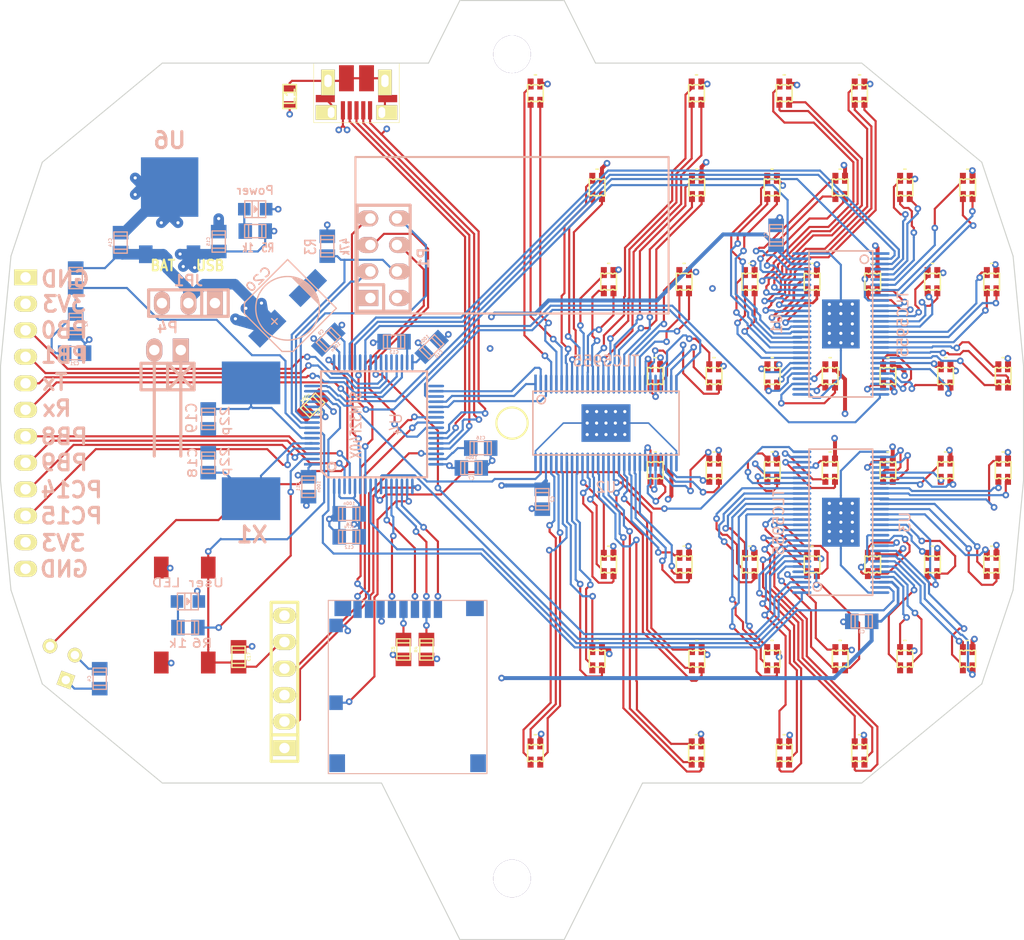
<source format=kicad_pcb>
(kicad_pcb (version 4) (host pcbnew "(after 2015-mar-04 BZR unknown)-product")
  (layers (0 F.Cu signal) (1 In1.Cu signal hide) (2 In2.Cu signal) (31 B.Cu signal hide) (34 B.Paste user) (35 F.Paste user) (36 B.SilkS user) (37 F.SilkS user) (38 B.Mask user) (39 F.Mask user) (44 Edge.Cuts user))
  (net 0 "")
  (net 1 /MCU_Pwr/nrst)
  (net 2 GND)
  (net 3 +5V)
  (net 4 /MCU_Pwr/osc_in)
  (net 5 /MCU_Pwr/osc_out)
  (net 6 "Net-(D1-Pad1)")
  (net 7 "Net-(D2-Pad1)")
  (net 8 /MCU_Pwr/vusb)
  (net 9 /MCU_Pwr/bat_vcc)
  (net 10 "Net-(L1-Pad2)")
  (net 11 /LEDs/led1b)
  (net 12 /LEDs/led1r)
  (net 13 /LEDs/led1g)
  (net 14 /LEDs/led2b)
  (net 15 /LEDs/led2r)
  (net 16 /LEDs/led2g)
  (net 17 /LEDs/led3b)
  (net 18 /LEDs/led3r)
  (net 19 /LEDs/led3g)
  (net 20 /LEDs/led4b)
  (net 21 /LEDs/led4r)
  (net 22 /LEDs/led4g)
  (net 23 /LEDs/led5b)
  (net 24 /LEDs/led5r)
  (net 25 /LEDs/led5g)
  (net 26 /LEDs/led6b)
  (net 27 /LEDs/led6r)
  (net 28 /LEDs/led6g)
  (net 29 /LEDs/led7b)
  (net 30 /LEDs/led7r)
  (net 31 /LEDs/led7g)
  (net 32 /LEDs/led8b)
  (net 33 /LEDs/led8r)
  (net 34 /LEDs/led8g)
  (net 35 /LEDs/led9b)
  (net 36 /LEDs/led9r)
  (net 37 /LEDs/led9g)
  (net 38 /LEDs/led10b)
  (net 39 /LEDs/led10r)
  (net 40 /LEDs/led10g)
  (net 41 /LEDs/led11b)
  (net 42 /LEDs/led11r)
  (net 43 /LEDs/led11g)
  (net 44 /LEDs/led12b)
  (net 45 /LEDs/led12r)
  (net 46 /LEDs/led12g)
  (net 47 /LEDs/led13b)
  (net 48 /LEDs/led13r)
  (net 49 /LEDs/led13g)
  (net 50 /LEDs/led14b)
  (net 51 /LEDs/led14r)
  (net 52 /LEDs/led14g)
  (net 53 /LEDs/led15b)
  (net 54 /LEDs/led15r)
  (net 55 /LEDs/led15g)
  (net 56 /LEDs/led16b)
  (net 57 /LEDs/led16r)
  (net 58 /LEDs/led16g)
  (net 59 /LEDs/led17b)
  (net 60 /LEDs/led17r)
  (net 61 /LEDs/led17g)
  (net 62 /LEDs/led18b)
  (net 63 /LEDs/led18r)
  (net 64 /LEDs/led18g)
  (net 65 /LEDs/led19b)
  (net 66 /LEDs/led19r)
  (net 67 /LEDs/led19g)
  (net 68 /LEDs/led20b)
  (net 69 /LEDs/led20r)
  (net 70 /LEDs/led20g)
  (net 71 /LEDs/led21b)
  (net 72 /LEDs/led21r)
  (net 73 /LEDs/led21g)
  (net 74 /LEDs/led22b)
  (net 75 /LEDs/led22r)
  (net 76 /LEDs/led22g)
  (net 77 /LEDs/led23b)
  (net 78 /LEDs/led23r)
  (net 79 /LEDs/led23g)
  (net 80 /LEDs/led24b)
  (net 81 /LEDs/led24r)
  (net 82 /LEDs/led24g)
  (net 83 /LEDs/led25b)
  (net 84 /LEDs/led25r)
  (net 85 /LEDs/led25g)
  (net 86 /LEDs/led26b)
  (net 87 /LEDs/led26r)
  (net 88 /LEDs/led26g)
  (net 89 /LEDs/led27b)
  (net 90 /LEDs/led27r)
  (net 91 /LEDs/led27g)
  (net 92 /LEDs/led28b)
  (net 93 /LEDs/led28r)
  (net 94 /LEDs/led28g)
  (net 95 /LEDs/led29b)
  (net 96 /LEDs/led29r)
  (net 97 /LEDs/led29g)
  (net 98 /LEDs/led30b)
  (net 99 /LEDs/led30r)
  (net 100 /LEDs/led30g)
  (net 101 /LEDs/led31b)
  (net 102 /LEDs/led31r)
  (net 103 /LEDs/led31g)
  (net 104 /LEDs/led32b)
  (net 105 /LEDs/led32r)
  (net 106 /LEDs/led32g)
  (net 107 /LEDs/led33b)
  (net 108 /LEDs/led33r)
  (net 109 /LEDs/led33g)
  (net 110 /LEDs/led34b)
  (net 111 /LEDs/led34r)
  (net 112 /LEDs/led34g)
  (net 113 /LEDs/led35b)
  (net 114 /LEDs/led35r)
  (net 115 /LEDs/led35g)
  (net 116 /LEDs/led36b)
  (net 117 /LEDs/led36r)
  (net 118 /LEDs/led36g)
  (net 119 /LEDs/led37b)
  (net 120 /LEDs/led37r)
  (net 121 /LEDs/led37g)
  (net 122 /LEDs/led38b)
  (net 123 /LEDs/led38r)
  (net 124 /LEDs/led38g)
  (net 125 /LEDs/led39b)
  (net 126 /LEDs/led39r)
  (net 127 /LEDs/led39g)
  (net 128 /LEDs/led40b)
  (net 129 /LEDs/led40r)
  (net 130 /LEDs/led40g)
  (net 131 /LEDs/led41b)
  (net 132 /LEDs/led41r)
  (net 133 /LEDs/led41g)
  (net 134 /LEDs/led42b)
  (net 135 /LEDs/led42r)
  (net 136 /LEDs/led42g)
  (net 137 /LEDs/led43b)
  (net 138 /LEDs/led43r)
  (net 139 /LEDs/led43g)
  (net 140 /LEDs/led44b)
  (net 141 /LEDs/led44r)
  (net 142 /LEDs/led44g)
  (net 143 /LEDs/led45b)
  (net 144 /LEDs/led45r)
  (net 145 /LEDs/led45g)
  (net 146 /LEDs/led46b)
  (net 147 /LEDs/led46r)
  (net 148 /LEDs/led46g)
  (net 149 /LEDs/led47b)
  (net 150 /LEDs/led47r)
  (net 151 /LEDs/led47g)
  (net 152 /LEDs/led48b)
  (net 153 /LEDs/led48r)
  (net 154 /LEDs/led48g)
  (net 155 /nrf_ce)
  (net 156 /nrf_cs)
  (net 157 /nrf_ck)
  (net 158 /nrf_mosi)
  (net 159 /nrf_miso)
  (net 160 /nrf_irq)
  (net 161 /swclk)
  (net 162 /swdio)
  (net 163 "Net-(P2-Pad6)")
  (net 164 /sd_d2)
  (net 165 /sd_d3)
  (net 166 /sd_cmd)
  (net 167 /sd_ck)
  (net 168 /sd_d0)
  (net 169 /sd_d1)
  (net 170 "Net-(P3-Pad11)")
  (net 171 /sd_cd)
  (net 172 /MCU_Pwr/usb_dm)
  (net 173 /MCU_Pwr/usb_dp)
  (net 174 /pb0)
  (net 175 /pb1)
  (net 176 /pb8)
  (net 177 /pb9)
  (net 178 /usart3_tx)
  (net 179 /usart3_rx)
  (net 180 /bat_sense)
  (net 181 /MCU_Pwr/user_led)
  (net 182 /LEDs/sin1)
  (net 183 /LEDs/sclk1)
  (net 184 /LEDs/lat1)
  (net 185 /LEDs/sout1)
  (net 186 /LEDs/gsclk1)
  (net 187 /LEDs/sin2)
  (net 188 /LEDs/sclk2)
  (net 189 /LEDs/lat2)
  (net 190 /LEDs/sout2)
  (net 191 /LEDs/gsclk2)
  (net 192 /LEDs/sin3)
  (net 193 /LEDs/sclk3)
  (net 194 /LEDs/lat3)
  (net 195 /LEDs/sout3)
  (net 196 /LEDs/gsclk3)
  (net 197 /hall)
  (net 198 "Net-(U4-Pad24)")
  (net 199 /MCU_Pwr/vcap1)
  (net 200 /MCU_Pwr/vcap2)
  (net 201 /MCU_Pwr/usb_id)
  (net 202 /pc14)
  (net 203 /pc15)
  (net 204 "Net-(U4-Pad28)")
  (net 205 "Net-(U4-Pad33)")
  (net 206 "Net-(U4-Pad38)")
  (net 207 +3V3)
  (module Discret:TO92 (layer F.Cu) (at 56.5 123 250)
    (fp_text reference U5 hide)
    (fp_text value US4881_HALL hide)
    (pad 1 thru_hole rect (at 1.27 -1.27 250) (size 1.397 1.397) (drill 0.8128) (layers *.Cu *.Mask F.SilkS) (net 207 +3V3))
    (pad 2 thru_hole circle (at -1.27 -1.27 250) (size 1.397 1.397) (drill 0.8128) (layers *.Cu *.Mask F.SilkS) (net 2 GND))
    (pad 3 thru_hole circle (at -1.27 1.27 250) (size 1.397 1.397) (drill 0.8128) (layers *.Cu *.Mask F.SilkS) (net 197 /hall))
  )
  (module w_pin_strip:pin_strip_12-90 (layer F.Cu) (at 53.4 100 270)
    (fp_text reference P6 hide)
    (fp_text value CONN_12 hide)
    (pad 1 thru_hole rect (at -13.97 0 270) (size 1.524 2.19964) (drill 1.00076) (layers *.Cu *.Mask F.SilkS) (net 2 GND))
    (pad 2 thru_hole oval (at -11.43 0 270) (size 1.524 2.19964) (drill 1.00076) (layers *.Cu *.Mask F.SilkS) (net 207 +3V3))
    (pad 3 thru_hole oval (at -8.89 0 270) (size 1.524 2.19964) (drill 1.00076) (layers *.Cu *.Mask F.SilkS) (net 174 /pb0))
    (pad 4 thru_hole oval (at -6.35 0 270) (size 1.524 2.19964) (drill 1.00076) (layers *.Cu *.Mask F.SilkS) (net 175 /pb1))
    (pad 5 thru_hole oval (at -3.81 0 270) (size 1.524 2.19964) (drill 1.00076) (layers *.Cu *.Mask F.SilkS) (net 178 /usart3_tx))
    (pad 6 thru_hole oval (at -1.27 0 270) (size 1.524 2.19964) (drill 1.00076) (layers *.Cu *.Mask F.SilkS) (net 179 /usart3_rx))
    (pad 7 thru_hole oval (at 1.27 0 270) (size 1.524 2.19964) (drill 1.00076) (layers *.Cu *.Mask F.SilkS) (net 176 /pb8))
    (pad 8 thru_hole oval (at 3.81 0 270) (size 1.524 2.19964) (drill 1.00076) (layers *.Cu *.Mask F.SilkS) (net 177 /pb9))
    (pad 9 thru_hole oval (at 6.35 0 270) (size 1.524 2.19964) (drill 1.00076) (layers *.Cu *.Mask F.SilkS) (net 202 /pc14))
    (pad 10 thru_hole oval (at 8.89 0 270) (size 1.524 2.19964) (drill 1.00076) (layers *.Cu *.Mask F.SilkS) (net 203 /pc15))
    (pad 11 thru_hole oval (at 11.43 0 270) (size 1.524 2.19964) (drill 1.00076) (layers *.Cu *.Mask F.SilkS) (net 207 +3V3))
    (pad 12 thru_hole oval (at 13.97 0 270) (size 1.524 2.19964) (drill 1.00076) (layers *.Cu *.Mask F.SilkS) (net 2 GND))
  )
  (module knielsenlib:TLC5955DCA (layer B.Cu) (at 131.5 90.5 270)
    (fp_text reference U1 (at 0 6.15 270) (layer B.SilkS) (effects (justify mirror)))
    (fp_text value TLC5955 (at 0 -5.95 270) (layer B.SilkS) (effects (justify mirror)))
    (pad 1 smd rect (at -6.75 -3.7375 270) (size 0.25 1.825) (layers B.Cu B.Paste B.Mask) (net 182 /LEDs/sin1))
    (pad 2 smd oval (at -6.25 -3.7375 270) (size 0.25 1.825) (layers B.Cu B.Paste B.Mask) (net 183 /LEDs/sclk1))
    (pad 3 smd oval (at -5.75 -3.7375 270) (size 0.25 1.825) (layers B.Cu B.Paste B.Mask) (net 184 /LEDs/lat1))
    (pad 4 smd oval (at -5.25 -3.7375 270) (size 0.25 1.825) (layers B.Cu B.Paste B.Mask) (net 35 /LEDs/led9b))
    (pad 5 smd oval (at -4.75 -3.7375 270) (size 0.25 1.825) (layers B.Cu B.Paste B.Mask) (net 36 /LEDs/led9r))
    (pad 6 smd oval (at -4.25 -3.7375 270) (size 0.25 1.825) (layers B.Cu B.Paste B.Mask) (net 37 /LEDs/led9g))
    (pad 7 smd oval (at -3.75 -3.7375 270) (size 0.25 1.825) (layers B.Cu B.Paste B.Mask) (net 38 /LEDs/led10b))
    (pad 8 smd oval (at -3.25 -3.7375 270) (size 0.25 1.825) (layers B.Cu B.Paste B.Mask) (net 39 /LEDs/led10r))
    (pad 9 smd oval (at -2.75 -3.7375 270) (size 0.25 1.825) (layers B.Cu B.Paste B.Mask) (net 40 /LEDs/led10g))
    (pad 10 smd oval (at -2.25 -3.7375 270) (size 0.25 1.825) (layers B.Cu B.Paste B.Mask) (net 53 /LEDs/led15b))
    (pad 11 smd oval (at -1.75 -3.7375 270) (size 0.25 1.825) (layers B.Cu B.Paste B.Mask) (net 54 /LEDs/led15r))
    (pad 12 smd oval (at -1.25 -3.7375 270) (size 0.25 1.825) (layers B.Cu B.Paste B.Mask) (net 55 /LEDs/led15g))
    (pad 13 smd oval (at -0.75 -3.7375 270) (size 0.25 1.825) (layers B.Cu B.Paste B.Mask) (net 56 /LEDs/led16b))
    (pad 14 smd oval (at -0.25 -3.7375 270) (size 0.25 1.825) (layers B.Cu B.Paste B.Mask) (net 57 /LEDs/led16r))
    (pad 15 smd oval (at 0.25 -3.7375 270) (size 0.25 1.825) (layers B.Cu B.Paste B.Mask) (net 58 /LEDs/led16g))
    (pad 16 smd oval (at 0.75 -3.7375 270) (size 0.25 1.825) (layers B.Cu B.Paste B.Mask) (net 59 /LEDs/led17b))
    (pad 17 smd oval (at 1.25 -3.7375 270) (size 0.25 1.825) (layers B.Cu B.Paste B.Mask) (net 60 /LEDs/led17r))
    (pad 18 smd oval (at 1.75 -3.7375 270) (size 0.25 1.825) (layers B.Cu B.Paste B.Mask) (net 61 /LEDs/led17g))
    (pad 19 smd oval (at 2.25 -3.7375 270) (size 0.25 1.825) (layers B.Cu B.Paste B.Mask) (net 80 /LEDs/led24b))
    (pad 20 smd oval (at 2.75 -3.7375 270) (size 0.25 1.825) (layers B.Cu B.Paste B.Mask) (net 81 /LEDs/led24r))
    (pad 21 smd oval (at 3.25 -3.7375 270) (size 0.25 1.825) (layers B.Cu B.Paste B.Mask) (net 82 /LEDs/led24g))
    (pad 22 smd oval (at 3.75 -3.7375 270) (size 0.25 1.825) (layers B.Cu B.Paste B.Mask) (net 77 /LEDs/led23b))
    (pad 23 smd oval (at 4.25 -3.7375 270) (size 0.25 1.825) (layers B.Cu B.Paste B.Mask) (net 78 /LEDs/led23r))
    (pad 24 smd oval (at 4.75 -3.7375 270) (size 0.25 1.825) (layers B.Cu B.Paste B.Mask) (net 79 /LEDs/led23g))
    (pad 25 smd oval (at 5.25 -3.7375 270) (size 0.25 1.825) (layers B.Cu B.Paste B.Mask) (net 74 /LEDs/led22b))
    (pad 26 smd oval (at 5.75 -3.7375 270) (size 0.25 1.825) (layers B.Cu B.Paste B.Mask) (net 75 /LEDs/led22r))
    (pad 27 smd oval (at 6.25 -3.7375 270) (size 0.25 1.825) (layers B.Cu B.Paste B.Mask) (net 76 /LEDs/led22g))
    (pad 28 smd oval (at 6.75 -3.7375 270) (size 0.25 1.825) (layers B.Cu B.Paste B.Mask) (net 185 /LEDs/sout1))
    (pad 29 smd oval (at 6.75 3.7375 270) (size 0.25 1.825) (layers B.Cu B.Paste B.Mask) (net 2 GND))
    (pad 30 smd oval (at 6.25 3.7375 270) (size 0.25 1.825) (layers B.Cu B.Paste B.Mask) (net 73 /LEDs/led21g))
    (pad 31 smd oval (at 5.75 3.7375 270) (size 0.25 1.825) (layers B.Cu B.Paste B.Mask) (net 72 /LEDs/led21r))
    (pad 32 smd oval (at 5.25 3.7375 270) (size 0.25 1.825) (layers B.Cu B.Paste B.Mask) (net 71 /LEDs/led21b))
    (pad 33 smd oval (at 4.75 3.7375 270) (size 0.25 1.825) (layers B.Cu B.Paste B.Mask) (net 70 /LEDs/led20g))
    (pad 34 smd oval (at 4.25 3.7375 270) (size 0.25 1.825) (layers B.Cu B.Paste B.Mask) (net 69 /LEDs/led20r))
    (pad 35 smd oval (at 3.75 3.7375 270) (size 0.25 1.825) (layers B.Cu B.Paste B.Mask) (net 68 /LEDs/led20b))
    (pad 36 smd oval (at 3.25 3.7375 270) (size 0.25 1.825) (layers B.Cu B.Paste B.Mask) (net 49 /LEDs/led13g))
    (pad 37 smd oval (at 2.75 3.7375 270) (size 0.25 1.825) (layers B.Cu B.Paste B.Mask) (net 48 /LEDs/led13r))
    (pad 38 smd oval (at 2.25 3.7375 270) (size 0.25 1.825) (layers B.Cu B.Paste B.Mask) (net 47 /LEDs/led13b))
    (pad 39 smd oval (at 1.75 3.7375 270) (size 0.25 1.825) (layers B.Cu B.Paste B.Mask) (net 31 /LEDs/led7g))
    (pad 40 smd oval (at 1.25 3.7375 270) (size 0.25 1.825) (layers B.Cu B.Paste B.Mask) (net 30 /LEDs/led7r))
    (pad 41 smd oval (at 0.75 3.7375 270) (size 0.25 1.825) (layers B.Cu B.Paste B.Mask) (net 29 /LEDs/led7b))
    (pad 42 smd oval (at 0.25 3.7375 270) (size 0.25 1.825) (layers B.Cu B.Paste B.Mask) (net 52 /LEDs/led14g))
    (pad 43 smd oval (at -0.25 3.7375 270) (size 0.25 1.825) (layers B.Cu B.Paste B.Mask) (net 51 /LEDs/led14r))
    (pad 44 smd oval (at -0.75 3.7375 270) (size 0.25 1.825) (layers B.Cu B.Paste B.Mask) (net 50 /LEDs/led14b))
    (pad 45 smd oval (at -1.25 3.7375 270) (size 0.25 1.825) (layers B.Cu B.Paste B.Mask) (net 22 /LEDs/led4g))
    (pad 46 smd oval (at -1.75 3.7375 270) (size 0.25 1.825) (layers B.Cu B.Paste B.Mask) (net 21 /LEDs/led4r))
    (pad 47 smd oval (at -2.25 3.7375 270) (size 0.25 1.825) (layers B.Cu B.Paste B.Mask) (net 20 /LEDs/led4b))
    (pad 48 smd oval (at -2.75 3.7375 270) (size 0.25 1.825) (layers B.Cu B.Paste B.Mask) (net 19 /LEDs/led3g))
    (pad 49 smd oval (at -3.25 3.7375 270) (size 0.25 1.825) (layers B.Cu B.Paste B.Mask) (net 18 /LEDs/led3r))
    (pad 50 smd oval (at -3.75 3.7375 270) (size 0.25 1.825) (layers B.Cu B.Paste B.Mask) (net 17 /LEDs/led3b))
    (pad 51 smd oval (at -4.25 3.7375 270) (size 0.25 1.825) (layers B.Cu B.Paste B.Mask) (net 34 /LEDs/led8g))
    (pad 52 smd oval (at -4.75 3.7375 270) (size 0.25 1.825) (layers B.Cu B.Paste B.Mask) (net 33 /LEDs/led8r))
    (pad 53 smd oval (at -5.25 3.7375 270) (size 0.25 1.825) (layers B.Cu B.Paste B.Mask) (net 32 /LEDs/led8b))
    (pad 54 smd oval (at -5.75 3.7375 270) (size 0.25 1.825) (layers B.Cu B.Paste B.Mask) (net 207 +3V3))
    (pad 55 smd oval (at -6.25 3.7375 270) (size 0.25 1.825) (layers B.Cu B.Paste B.Mask) (net 186 /LEDs/gsclk1))
    (pad 56 smd oval (at -6.75 3.7375 270) (size 0.25 1.825) (layers B.Cu B.Paste B.Mask) (net 2 GND))
    (pad 57 smd rect (at 0 0 270) (size 4.7 3.61) (layers B.Cu B.Paste B.Mask) (net 2 GND))
  )
  (module SMD_Packages:SMD-0603 (layer F.Cu) (at 78.7 68.7 90)
    (fp_text reference L1 (at 0 0 90) (layer F.SilkS))
    (fp_text value 30@100MHz hide)
    (pad 1 smd rect (at -0.762 0 90) (size 0.635 1.143) (layers F.Cu F.Paste F.Mask) (net 2 GND))
    (pad 2 smd rect (at 0.762 0 90) (size 0.635 1.143) (layers F.Cu F.Paste F.Mask) (net 10 "Net-(L1-Pad2)"))
  )
  (module knielsenlib:LQFP_64 (layer B.Cu) (at 86.7 100.2 90)
    (fp_text reference U4 (at 0.099702 2.196981 90) (layer B.SilkS) (effects (font (size 1.09982 1.09982) (thickness 0.127)) (justify mirror)))
    (fp_text value STM32F40X (at 0 -1.651 90) (layer B.SilkS) (effects (font (size 1.016 0.762) (thickness 0.1524)) (justify mirror)))
    (pad 1 smd rect (at -3.74904 -5.86994 90) (size 0.24892 1.524) (layers B.Cu B.Paste B.Mask) (net 207 +3V3))
    (pad 2 smd oval (at -3.24866 -5.86994 90) (size 0.24892 1.524) (layers B.Cu B.Paste B.Mask) (net 181 /MCU_Pwr/user_led))
    (pad 3 smd oval (at -2.74828 -5.86994 90) (size 0.24892 1.524) (layers B.Cu B.Paste B.Mask) (net 202 /pc14))
    (pad 4 smd oval (at -2.2479 -5.86994 90) (size 0.24892 1.524) (layers B.Cu B.Paste B.Mask) (net 203 /pc15))
    (pad 5 smd oval (at -1.74752 -5.86994 90) (size 0.24892 1.524) (layers B.Cu B.Paste B.Mask) (net 4 /MCU_Pwr/osc_in))
    (pad 6 smd oval (at -1.24968 -5.86994 90) (size 0.24892 1.524) (layers B.Cu B.Paste B.Mask) (net 5 /MCU_Pwr/osc_out))
    (pad 7 smd oval (at -0.7493 -5.86994 90) (size 0.24892 1.524) (layers B.Cu B.Paste B.Mask) (net 1 /MCU_Pwr/nrst))
    (pad 8 smd oval (at -0.24892 -5.86994 90) (size 0.24892 1.524) (layers B.Cu B.Paste B.Mask) (net 180 /bat_sense))
    (pad 9 smd oval (at 0.25146 -5.86994 90) (size 0.24892 1.524) (layers B.Cu B.Paste B.Mask) (net 156 /nrf_cs))
    (pad 10 smd oval (at 0.75184 -5.86994 90) (size 0.24892 1.524) (layers B.Cu B.Paste B.Mask) (net 155 /nrf_ce))
    (pad 11 smd oval (at 1.25222 -5.86994 90) (size 0.24892 1.524) (layers B.Cu B.Paste B.Mask) (net 160 /nrf_irq))
    (pad 12 smd oval (at 1.75006 -5.86994 90) (size 0.24892 1.524) (layers B.Cu B.Paste B.Mask) (net 2 GND))
    (pad 13 smd oval (at 2.25044 -5.86994 90) (size 0.24892 1.524) (layers B.Cu B.Paste B.Mask) (net 207 +3V3))
    (pad 14 smd oval (at 2.75082 -5.86994 90) (size 0.24892 1.524) (layers B.Cu B.Paste B.Mask) (net 196 /LEDs/gsclk3))
    (pad 15 smd oval (at 3.2512 -5.86994 90) (size 0.24892 1.524) (layers B.Cu B.Paste B.Mask) (net 191 /LEDs/gsclk2))
    (pad 16 smd oval (at 3.75158 -5.86994 90) (size 0.24892 1.524) (layers B.Cu B.Paste B.Mask) (net 186 /LEDs/gsclk1))
    (pad 17 smd oval (at 6.0325 -3.74904 90) (size 1.524 0.24892) (layers B.Cu B.Paste B.Mask) (net 197 /hall))
    (pad 18 smd oval (at 6.0325 -3.24866 90) (size 1.524 0.24892) (layers B.Cu B.Paste B.Mask) (net 2 GND))
    (pad 19 smd oval (at 6.0325 -2.74828 90) (size 1.524 0.24892) (layers B.Cu B.Paste B.Mask) (net 207 +3V3))
    (pad 20 smd oval (at 6.0325 -2.2479 90) (size 1.524 0.24892) (layers B.Cu B.Paste B.Mask) (net 184 /LEDs/lat1))
    (pad 21 smd oval (at 6.0325 -1.74752 90) (size 1.524 0.24892) (layers B.Cu B.Paste B.Mask) (net 183 /LEDs/sclk1))
    (pad 22 smd oval (at 6.0325 -1.24968 90) (size 1.524 0.24892) (layers B.Cu B.Paste B.Mask) (net 185 /LEDs/sout1))
    (pad 23 smd oval (at 6.0325 -0.7493 90) (size 1.524 0.24892) (layers B.Cu B.Paste B.Mask) (net 182 /LEDs/sin1))
    (pad 24 smd oval (at 6.0325 -0.24892 90) (size 1.524 0.24892) (layers B.Cu B.Paste B.Mask) (net 198 "Net-(U4-Pad24)"))
    (pad 25 smd oval (at 6.0325 0.25146 90) (size 1.524 0.24892) (layers B.Cu B.Paste B.Mask) (net 194 /LEDs/lat3))
    (pad 26 smd oval (at 6.0325 0.75184 90) (size 1.524 0.24892) (layers B.Cu B.Paste B.Mask) (net 174 /pb0))
    (pad 27 smd oval (at 6.0325 1.25222 90) (size 1.524 0.24892) (layers B.Cu B.Paste B.Mask) (net 175 /pb1))
    (pad 28 smd oval (at 6.0325 1.75006 90) (size 1.524 0.24892) (layers B.Cu B.Paste B.Mask) (net 204 "Net-(U4-Pad28)"))
    (pad 29 smd oval (at 6.0325 2.25044 90) (size 1.524 0.24892) (layers B.Cu B.Paste B.Mask) (net 178 /usart3_tx))
    (pad 30 smd oval (at 6.0325 2.75082 90) (size 1.524 0.24892) (layers B.Cu B.Paste B.Mask) (net 179 /usart3_rx))
    (pad 31 smd oval (at 6.0325 3.2512 90) (size 1.524 0.24892) (layers B.Cu B.Paste B.Mask) (net 199 /MCU_Pwr/vcap1))
    (pad 32 smd oval (at 6.0325 3.75158 90) (size 1.524 0.24892) (layers B.Cu B.Paste B.Mask) (net 207 +3V3))
    (pad 33 smd oval (at 3.75158 6.0325 90) (size 0.24892 1.524) (layers B.Cu B.Paste B.Mask) (net 205 "Net-(U4-Pad33)"))
    (pad 34 smd oval (at 3.2512 6.0325 90) (size 0.24892 1.524) (layers B.Cu B.Paste B.Mask) (net 188 /LEDs/sclk2))
    (pad 35 smd oval (at 2.75082 6.0325 90) (size 0.24892 1.524) (layers B.Cu B.Paste B.Mask) (net 190 /LEDs/sout2))
    (pad 36 smd oval (at 2.25044 6.0325 90) (size 0.24892 1.524) (layers B.Cu B.Paste B.Mask) (net 187 /LEDs/sin2))
    (pad 37 smd oval (at 1.75006 6.0325 90) (size 0.24892 1.524) (layers B.Cu B.Paste B.Mask) (net 189 /LEDs/lat2))
    (pad 38 smd oval (at 1.25222 6.0325 90) (size 0.24892 1.524) (layers B.Cu B.Paste B.Mask) (net 206 "Net-(U4-Pad38)"))
    (pad 39 smd oval (at 0.75184 6.0325 90) (size 0.24892 1.524) (layers B.Cu B.Paste B.Mask) (net 168 /sd_d0))
    (pad 40 smd oval (at 0.25146 6.0325 90) (size 0.24892 1.524) (layers B.Cu B.Paste B.Mask) (net 169 /sd_d1))
    (pad 41 smd oval (at -0.24892 6.0325 90) (size 0.24892 1.524) (layers B.Cu B.Paste B.Mask) (net 157 /nrf_ck))
    (pad 42 smd oval (at -0.7493 6.0325 90) (size 0.24892 1.524) (layers B.Cu B.Paste B.Mask) (net 8 /MCU_Pwr/vusb))
    (pad 43 smd oval (at -1.24968 6.0325 90) (size 0.24892 1.524) (layers B.Cu B.Paste B.Mask) (net 201 /MCU_Pwr/usb_id))
    (pad 44 smd oval (at -1.74752 6.0325 90) (size 0.24892 1.524) (layers B.Cu B.Paste B.Mask) (net 172 /MCU_Pwr/usb_dm))
    (pad 45 smd oval (at -2.2479 6.0325 90) (size 0.24892 1.524) (layers B.Cu B.Paste B.Mask) (net 173 /MCU_Pwr/usb_dp))
    (pad 46 smd oval (at -2.74828 6.0325 90) (size 0.24892 1.524) (layers B.Cu B.Paste B.Mask) (net 162 /swdio))
    (pad 47 smd oval (at -3.24866 6.0325 90) (size 0.24892 1.524) (layers B.Cu B.Paste B.Mask) (net 200 /MCU_Pwr/vcap2))
    (pad 48 smd oval (at -3.74904 6.0325 90) (size 0.24892 1.524) (layers B.Cu B.Paste B.Mask) (net 207 +3V3))
    (pad 49 smd oval (at -5.86994 3.75158 90) (size 1.524 0.24892) (layers B.Cu B.Paste B.Mask) (net 161 /swclk))
    (pad 50 smd oval (at -5.86994 3.2512 90) (size 1.524 0.24892) (layers B.Cu B.Paste B.Mask) (net 171 /sd_cd))
    (pad 52 smd oval (at -5.86994 2.25044 90) (size 1.524 0.24892) (layers B.Cu B.Paste B.Mask) (net 165 /sd_d3))
    (pad 51 smd oval (at -5.88772 2.75082 90) (size 1.524 0.24892) (layers B.Cu B.Paste B.Mask) (net 164 /sd_d2))
    (pad 53 smd oval (at -5.86994 1.75006 90) (size 1.524 0.24892) (layers B.Cu B.Paste B.Mask) (net 167 /sd_ck))
    (pad 54 smd oval (at -5.86994 1.25222 90) (size 1.524 0.24892) (layers B.Cu B.Paste B.Mask) (net 166 /sd_cmd))
    (pad 55 smd oval (at -5.86994 0.75184 90) (size 1.524 0.24892) (layers B.Cu B.Paste B.Mask) (net 193 /LEDs/sclk3))
    (pad 56 smd oval (at -5.86994 0.25146 90) (size 1.524 0.24892) (layers B.Cu B.Paste B.Mask) (net 195 /LEDs/sout3))
    (pad 57 smd oval (at -5.86994 -0.24892 90) (size 1.524 0.24892) (layers B.Cu B.Paste B.Mask) (net 192 /LEDs/sin3))
    (pad 58 smd oval (at -5.86994 -0.7493 90) (size 1.524 0.24892) (layers B.Cu B.Paste B.Mask) (net 158 /nrf_mosi))
    (pad 59 smd oval (at -5.86994 -1.24206 90) (size 1.524 0.24892) (layers B.Cu B.Paste B.Mask) (net 159 /nrf_miso))
    (pad 60 smd oval (at -5.86994 -1.74244 90) (size 1.524 0.24892) (layers B.Cu B.Paste B.Mask) (net 2 GND))
    (pad 61 smd oval (at -5.86994 -2.24282 90) (size 1.524 0.24892) (layers B.Cu B.Paste B.Mask) (net 176 /pb8))
    (pad 62 smd oval (at -5.86994 -2.7432 90) (size 1.524 0.24892) (layers B.Cu B.Paste B.Mask) (net 177 /pb9))
    (pad 63 smd oval (at -5.86994 -3.24104 90) (size 1.524 0.24892) (layers B.Cu B.Paste B.Mask) (net 2 GND))
    (pad 64 smd oval (at -5.86994 -3.74142 90) (size 1.524 0.24892) (layers B.Cu B.Paste B.Mask) (net 207 +3V3))
  )
  (module knielsenlib:SD_502774 (layer B.Cu) (at 90 125)
    (fp_text reference P3 hide)
    (fp_text value MICRO-SD hide)
    (pad 1 smd rect (at 2.90068 -7.16026) (size 0.8001 1.67894) (layers B.Cu B.Paste B.Mask) (net 164 /sd_d2) (clearance 0.09906))
    (pad 2 smd rect (at 1.80086 -7.16026) (size 0.8001 1.67894) (layers B.Cu B.Paste B.Mask) (net 165 /sd_d3) (clearance 0.09906))
    (pad 3 smd rect (at 0.70104 -7.16026) (size 0.8001 1.67894) (layers B.Cu B.Paste B.Mask) (net 166 /sd_cmd) (clearance 0.09906))
    (pad 4 smd rect (at -0.39878 -7.16026) (size 0.8001 1.67894) (layers B.Cu B.Paste B.Mask) (net 207 +3V3) (clearance 0.09906))
    (pad 5 smd rect (at -1.50114 -7.16026) (size 0.8001 1.67894) (layers B.Cu B.Paste B.Mask) (net 167 /sd_ck) (clearance 0.09906))
    (pad 6 smd rect (at -2.60096 -7.16026) (size 0.8001 1.67894) (layers B.Cu B.Paste B.Mask) (net 2 GND) (clearance 0.09906))
    (pad 7 smd rect (at -3.70078 -7.16026) (size 0.8001 1.67894) (layers B.Cu B.Paste B.Mask) (net 168 /sd_d0) (clearance 0.09906))
    (pad 8 smd rect (at -4.8006 -7.16026) (size 0.8001 1.67894) (layers B.Cu B.Paste B.Mask) (net 169 /sd_d1) (clearance 0.09906))
    (pad 11 smd rect (at -6.2103 -7.24916) (size 1.6002 1.50114) (layers B.Cu B.Paste B.Mask) (net 170 "Net-(P3-Pad11)") (clearance 0.09906))
    (pad 12 smd rect (at 6.44906 -7.24916) (size 1.69926 1.50114) (layers B.Cu B.Paste B.Mask))
    (pad 12 smd rect (at -6.74878 7.59968) (size 1.50114 1.69926) (layers B.Cu B.Paste B.Mask))
    (pad 12 smd rect (at 6.74878 7.59968) (size 1.50114 1.69926) (layers B.Cu B.Paste B.Mask))
    (pad 9 smd rect (at -6.85546 -5.6007) (size 1.29032 1.30048) (layers B.Cu B.Paste B.Mask) (net 2 GND))
    (pad 10 smd rect (at -6.85546 1.80086) (size 1.29032 1.39954) (layers B.Cu B.Paste B.Mask) (net 171 /sd_cd))
  )
  (module w_smd_cap:c_0805 (layer B.Cu) (at 97 102.4 180)
    (fp_text reference C16 (at 0 0.9906 180) (layer B.SilkS) (effects (font (size 0.29972 0.29972) (thickness 0.06096)) (justify mirror)))
    (fp_text value 2.2u hide)
    (pad 1 smd rect (at 0.9525 0 180) (size 1.30048 1.4986) (layers B.Cu B.Paste B.Mask) (net 200 /MCU_Pwr/vcap2))
    (pad 2 smd rect (at -0.9525 0 180) (size 1.30048 1.4986) (layers B.Cu B.Paste B.Mask) (net 2 GND))
  )
  (module knielsenlib:TLC5955DCA (layer B.Cu) (at 131.5 109.5 90)
    (fp_text reference U3 (at 0 6.15 90) (layer B.SilkS) (effects (justify mirror)))
    (fp_text value TLC5955 (at 0 -5.95 90) (layer B.SilkS) (effects (justify mirror)))
    (pad 1 smd rect (at -6.75 -3.7375 90) (size 0.25 1.825) (layers B.Cu B.Paste B.Mask) (net 192 /LEDs/sin3))
    (pad 2 smd oval (at -6.25 -3.7375 90) (size 0.25 1.825) (layers B.Cu B.Paste B.Mask) (net 193 /LEDs/sclk3))
    (pad 3 smd oval (at -5.75 -3.7375 90) (size 0.25 1.825) (layers B.Cu B.Paste B.Mask) (net 194 /LEDs/lat3))
    (pad 4 smd oval (at -5.25 -3.7375 90) (size 0.25 1.825) (layers B.Cu B.Paste B.Mask) (net 134 /LEDs/led42b))
    (pad 5 smd oval (at -4.75 -3.7375 90) (size 0.25 1.825) (layers B.Cu B.Paste B.Mask) (net 135 /LEDs/led42r))
    (pad 6 smd oval (at -4.25 -3.7375 90) (size 0.25 1.825) (layers B.Cu B.Paste B.Mask) (net 136 /LEDs/led42g))
    (pad 7 smd oval (at -3.75 -3.7375 90) (size 0.25 1.825) (layers B.Cu B.Paste B.Mask) (net 149 /LEDs/led47b))
    (pad 8 smd oval (at -3.25 -3.7375 90) (size 0.25 1.825) (layers B.Cu B.Paste B.Mask) (net 150 /LEDs/led47r))
    (pad 9 smd oval (at -2.75 -3.7375 90) (size 0.25 1.825) (layers B.Cu B.Paste B.Mask) (net 151 /LEDs/led47g))
    (pad 10 smd oval (at -2.25 -3.7375 90) (size 0.25 1.825) (layers B.Cu B.Paste B.Mask) (net 152 /LEDs/led48b))
    (pad 11 smd oval (at -1.75 -3.7375 90) (size 0.25 1.825) (layers B.Cu B.Paste B.Mask) (net 153 /LEDs/led48r))
    (pad 12 smd oval (at -1.25 -3.7375 90) (size 0.25 1.825) (layers B.Cu B.Paste B.Mask) (net 154 /LEDs/led48g))
    (pad 13 smd oval (at -0.75 -3.7375 90) (size 0.25 1.825) (layers B.Cu B.Paste B.Mask) (net 113 /LEDs/led35b))
    (pad 14 smd oval (at -0.25 -3.7375 90) (size 0.25 1.825) (layers B.Cu B.Paste B.Mask) (net 114 /LEDs/led35r))
    (pad 15 smd oval (at 0.25 -3.7375 90) (size 0.25 1.825) (layers B.Cu B.Paste B.Mask) (net 115 /LEDs/led35g))
    (pad 16 smd oval (at 0.75 -3.7375 90) (size 0.25 1.825) (layers B.Cu B.Paste B.Mask) (net 131 /LEDs/led41b))
    (pad 17 smd oval (at 1.25 -3.7375 90) (size 0.25 1.825) (layers B.Cu B.Paste B.Mask) (net 132 /LEDs/led41r))
    (pad 18 smd oval (at 1.75 -3.7375 90) (size 0.25 1.825) (layers B.Cu B.Paste B.Mask) (net 133 /LEDs/led41g))
    (pad 19 smd oval (at 2.25 -3.7375 90) (size 0.25 1.825) (layers B.Cu B.Paste B.Mask) (net 110 /LEDs/led34b))
    (pad 20 smd oval (at 2.75 -3.7375 90) (size 0.25 1.825) (layers B.Cu B.Paste B.Mask) (net 111 /LEDs/led34r))
    (pad 21 smd oval (at 3.25 -3.7375 90) (size 0.25 1.825) (layers B.Cu B.Paste B.Mask) (net 112 /LEDs/led34g))
    (pad 22 smd oval (at 3.75 -3.7375 90) (size 0.25 1.825) (layers B.Cu B.Paste B.Mask) (net 89 /LEDs/led27b))
    (pad 23 smd oval (at 4.25 -3.7375 90) (size 0.25 1.825) (layers B.Cu B.Paste B.Mask) (net 90 /LEDs/led27r))
    (pad 24 smd oval (at 4.75 -3.7375 90) (size 0.25 1.825) (layers B.Cu B.Paste B.Mask) (net 91 /LEDs/led27g))
    (pad 25 smd oval (at 5.25 -3.7375 90) (size 0.25 1.825) (layers B.Cu B.Paste B.Mask) (net 92 /LEDs/led28b))
    (pad 26 smd oval (at 5.75 -3.7375 90) (size 0.25 1.825) (layers B.Cu B.Paste B.Mask) (net 93 /LEDs/led28r))
    (pad 27 smd oval (at 6.25 -3.7375 90) (size 0.25 1.825) (layers B.Cu B.Paste B.Mask) (net 94 /LEDs/led28g))
    (pad 28 smd oval (at 6.75 -3.7375 90) (size 0.25 1.825) (layers B.Cu B.Paste B.Mask) (net 195 /LEDs/sout3))
    (pad 29 smd oval (at 6.75 3.7375 90) (size 0.25 1.825) (layers B.Cu B.Paste B.Mask) (net 2 GND))
    (pad 30 smd oval (at 6.25 3.7375 90) (size 0.25 1.825) (layers B.Cu B.Paste B.Mask) (net 97 /LEDs/led29g))
    (pad 31 smd oval (at 5.75 3.7375 90) (size 0.25 1.825) (layers B.Cu B.Paste B.Mask) (net 96 /LEDs/led29r))
    (pad 32 smd oval (at 5.25 3.7375 90) (size 0.25 1.825) (layers B.Cu B.Paste B.Mask) (net 95 /LEDs/led29b))
    (pad 33 smd oval (at 4.75 3.7375 90) (size 0.25 1.825) (layers B.Cu B.Paste B.Mask) (net 100 /LEDs/led30g))
    (pad 34 smd oval (at 4.25 3.7375 90) (size 0.25 1.825) (layers B.Cu B.Paste B.Mask) (net 99 /LEDs/led30r))
    (pad 35 smd oval (at 3.75 3.7375 90) (size 0.25 1.825) (layers B.Cu B.Paste B.Mask) (net 98 /LEDs/led30b))
    (pad 36 smd oval (at 3.25 3.7375 90) (size 0.25 1.825) (layers B.Cu B.Paste B.Mask) (net 103 /LEDs/led31g))
    (pad 37 smd oval (at 2.75 3.7375 90) (size 0.25 1.825) (layers B.Cu B.Paste B.Mask) (net 102 /LEDs/led31r))
    (pad 38 smd oval (at 2.25 3.7375 90) (size 0.25 1.825) (layers B.Cu B.Paste B.Mask) (net 101 /LEDs/led31b))
    (pad 39 smd oval (at 1.75 3.7375 90) (size 0.25 1.825) (layers B.Cu B.Paste B.Mask) (net 124 /LEDs/led38g))
    (pad 40 smd oval (at 1.25 3.7375 90) (size 0.25 1.825) (layers B.Cu B.Paste B.Mask) (net 123 /LEDs/led38r))
    (pad 41 smd oval (at 0.75 3.7375 90) (size 0.25 1.825) (layers B.Cu B.Paste B.Mask) (net 122 /LEDs/led38b))
    (pad 42 smd oval (at 0.25 3.7375 90) (size 0.25 1.825) (layers B.Cu B.Paste B.Mask) (net 121 /LEDs/led37g))
    (pad 43 smd oval (at -0.25 3.7375 90) (size 0.25 1.825) (layers B.Cu B.Paste B.Mask) (net 120 /LEDs/led37r))
    (pad 44 smd oval (at -0.75 3.7375 90) (size 0.25 1.825) (layers B.Cu B.Paste B.Mask) (net 119 /LEDs/led37b))
    (pad 45 smd oval (at -1.25 3.7375 90) (size 0.25 1.825) (layers B.Cu B.Paste B.Mask) (net 118 /LEDs/led36g))
    (pad 46 smd oval (at -1.75 3.7375 90) (size 0.25 1.825) (layers B.Cu B.Paste B.Mask) (net 117 /LEDs/led36r))
    (pad 47 smd oval (at -2.25 3.7375 90) (size 0.25 1.825) (layers B.Cu B.Paste B.Mask) (net 116 /LEDs/led36b))
    (pad 48 smd oval (at -2.75 3.7375 90) (size 0.25 1.825) (layers B.Cu B.Paste B.Mask) (net 142 /LEDs/led44g))
    (pad 49 smd oval (at -3.25 3.7375 90) (size 0.25 1.825) (layers B.Cu B.Paste B.Mask) (net 141 /LEDs/led44r))
    (pad 50 smd oval (at -3.75 3.7375 90) (size 0.25 1.825) (layers B.Cu B.Paste B.Mask) (net 140 /LEDs/led44b))
    (pad 51 smd oval (at -4.25 3.7375 90) (size 0.25 1.825) (layers B.Cu B.Paste B.Mask) (net 139 /LEDs/led43g))
    (pad 52 smd oval (at -4.75 3.7375 90) (size 0.25 1.825) (layers B.Cu B.Paste B.Mask) (net 138 /LEDs/led43r))
    (pad 53 smd oval (at -5.25 3.7375 90) (size 0.25 1.825) (layers B.Cu B.Paste B.Mask) (net 137 /LEDs/led43b))
    (pad 54 smd oval (at -5.75 3.7375 90) (size 0.25 1.825) (layers B.Cu B.Paste B.Mask) (net 207 +3V3))
    (pad 55 smd oval (at -6.25 3.7375 90) (size 0.25 1.825) (layers B.Cu B.Paste B.Mask) (net 196 /LEDs/gsclk3))
    (pad 56 smd oval (at -6.75 3.7375 90) (size 0.25 1.825) (layers B.Cu B.Paste B.Mask) (net 2 GND))
    (pad 57 smd rect (at 0 0 90) (size 4.7 3.61) (layers B.Cu B.Paste B.Mask) (net 2 GND))
  )
  (module knielsenlib:TLC5955DCA (layer B.Cu) (at 109 100)
    (fp_text reference U2 (at 0 6.15) (layer B.SilkS) (effects (justify mirror)))
    (fp_text value TLC5955 (at 0 -5.95) (layer B.SilkS) (effects (justify mirror)))
    (pad 1 smd rect (at -6.75 -3.7375) (size 0.25 1.825) (layers B.Cu B.Paste B.Mask) (net 187 /LEDs/sin2))
    (pad 2 smd oval (at -6.25 -3.7375) (size 0.25 1.825) (layers B.Cu B.Paste B.Mask) (net 188 /LEDs/sclk2))
    (pad 3 smd oval (at -5.75 -3.7375) (size 0.25 1.825) (layers B.Cu B.Paste B.Mask) (net 189 /LEDs/lat2))
    (pad 4 smd oval (at -5.25 -3.7375) (size 0.25 1.825) (layers B.Cu B.Paste B.Mask) (net 11 /LEDs/led1b))
    (pad 5 smd oval (at -4.75 -3.7375) (size 0.25 1.825) (layers B.Cu B.Paste B.Mask) (net 12 /LEDs/led1r))
    (pad 6 smd oval (at -4.25 -3.7375) (size 0.25 1.825) (layers B.Cu B.Paste B.Mask) (net 13 /LEDs/led1g))
    (pad 7 smd oval (at -3.75 -3.7375) (size 0.25 1.825) (layers B.Cu B.Paste B.Mask) (net 23 /LEDs/led5b))
    (pad 8 smd oval (at -3.25 -3.7375) (size 0.25 1.825) (layers B.Cu B.Paste B.Mask) (net 24 /LEDs/led5r))
    (pad 9 smd oval (at -2.75 -3.7375) (size 0.25 1.825) (layers B.Cu B.Paste B.Mask) (net 25 /LEDs/led5g))
    (pad 10 smd oval (at -2.25 -3.7375) (size 0.25 1.825) (layers B.Cu B.Paste B.Mask) (net 41 /LEDs/led11b))
    (pad 11 smd oval (at -1.75 -3.7375) (size 0.25 1.825) (layers B.Cu B.Paste B.Mask) (net 42 /LEDs/led11r))
    (pad 12 smd oval (at -1.25 -3.7375) (size 0.25 1.825) (layers B.Cu B.Paste B.Mask) (net 43 /LEDs/led11g))
    (pad 13 smd oval (at -0.75 -3.7375) (size 0.25 1.825) (layers B.Cu B.Paste B.Mask) (net 14 /LEDs/led2b))
    (pad 14 smd oval (at -0.25 -3.7375) (size 0.25 1.825) (layers B.Cu B.Paste B.Mask) (net 15 /LEDs/led2r))
    (pad 15 smd oval (at 0.25 -3.7375) (size 0.25 1.825) (layers B.Cu B.Paste B.Mask) (net 16 /LEDs/led2g))
    (pad 16 smd oval (at 0.75 -3.7375) (size 0.25 1.825) (layers B.Cu B.Paste B.Mask) (net 26 /LEDs/led6b))
    (pad 17 smd oval (at 1.25 -3.7375) (size 0.25 1.825) (layers B.Cu B.Paste B.Mask) (net 27 /LEDs/led6r))
    (pad 18 smd oval (at 1.75 -3.7375) (size 0.25 1.825) (layers B.Cu B.Paste B.Mask) (net 28 /LEDs/led6g))
    (pad 19 smd oval (at 2.25 -3.7375) (size 0.25 1.825) (layers B.Cu B.Paste B.Mask) (net 44 /LEDs/led12b))
    (pad 20 smd oval (at 2.75 -3.7375) (size 0.25 1.825) (layers B.Cu B.Paste B.Mask) (net 45 /LEDs/led12r))
    (pad 21 smd oval (at 3.25 -3.7375) (size 0.25 1.825) (layers B.Cu B.Paste B.Mask) (net 46 /LEDs/led12g))
    (pad 22 smd oval (at 3.75 -3.7375) (size 0.25 1.825) (layers B.Cu B.Paste B.Mask) (net 62 /LEDs/led18b))
    (pad 23 smd oval (at 4.25 -3.7375) (size 0.25 1.825) (layers B.Cu B.Paste B.Mask) (net 63 /LEDs/led18r))
    (pad 24 smd oval (at 4.75 -3.7375) (size 0.25 1.825) (layers B.Cu B.Paste B.Mask) (net 64 /LEDs/led18g))
    (pad 25 smd oval (at 5.25 -3.7375) (size 0.25 1.825) (layers B.Cu B.Paste B.Mask) (net 65 /LEDs/led19b))
    (pad 26 smd oval (at 5.75 -3.7375) (size 0.25 1.825) (layers B.Cu B.Paste B.Mask) (net 66 /LEDs/led19r))
    (pad 27 smd oval (at 6.25 -3.7375) (size 0.25 1.825) (layers B.Cu B.Paste B.Mask) (net 67 /LEDs/led19g))
    (pad 28 smd oval (at 6.75 -3.7375) (size 0.25 1.825) (layers B.Cu B.Paste B.Mask) (net 190 /LEDs/sout2))
    (pad 29 smd oval (at 6.75 3.7375) (size 0.25 1.825) (layers B.Cu B.Paste B.Mask) (net 2 GND))
    (pad 30 smd oval (at 6.25 3.7375) (size 0.25 1.825) (layers B.Cu B.Paste B.Mask) (net 88 /LEDs/led26g))
    (pad 31 smd oval (at 5.75 3.7375) (size 0.25 1.825) (layers B.Cu B.Paste B.Mask) (net 87 /LEDs/led26r))
    (pad 32 smd oval (at 5.25 3.7375) (size 0.25 1.825) (layers B.Cu B.Paste B.Mask) (net 86 /LEDs/led26b))
    (pad 33 smd oval (at 4.75 3.7375) (size 0.25 1.825) (layers B.Cu B.Paste B.Mask) (net 85 /LEDs/led25g))
    (pad 34 smd oval (at 4.25 3.7375) (size 0.25 1.825) (layers B.Cu B.Paste B.Mask) (net 84 /LEDs/led25r))
    (pad 35 smd oval (at 3.75 3.7375) (size 0.25 1.825) (layers B.Cu B.Paste B.Mask) (net 83 /LEDs/led25b))
    (pad 36 smd oval (at 3.25 3.7375) (size 0.25 1.825) (layers B.Cu B.Paste B.Mask) (net 109 /LEDs/led33g))
    (pad 37 smd oval (at 2.75 3.7375) (size 0.25 1.825) (layers B.Cu B.Paste B.Mask) (net 108 /LEDs/led33r))
    (pad 38 smd oval (at 2.25 3.7375) (size 0.25 1.825) (layers B.Cu B.Paste B.Mask) (net 107 /LEDs/led33b))
    (pad 39 smd oval (at 1.75 3.7375) (size 0.25 1.825) (layers B.Cu B.Paste B.Mask) (net 130 /LEDs/led40g))
    (pad 40 smd oval (at 1.25 3.7375) (size 0.25 1.825) (layers B.Cu B.Paste B.Mask) (net 129 /LEDs/led40r))
    (pad 41 smd oval (at 0.75 3.7375) (size 0.25 1.825) (layers B.Cu B.Paste B.Mask) (net 128 /LEDs/led40b))
    (pad 42 smd oval (at 0.25 3.7375) (size 0.25 1.825) (layers B.Cu B.Paste B.Mask) (net 148 /LEDs/led46g))
    (pad 43 smd oval (at -0.25 3.7375) (size 0.25 1.825) (layers B.Cu B.Paste B.Mask) (net 147 /LEDs/led46r))
    (pad 44 smd oval (at -0.75 3.7375) (size 0.25 1.825) (layers B.Cu B.Paste B.Mask) (net 146 /LEDs/led46b))
    (pad 45 smd oval (at -1.25 3.7375) (size 0.25 1.825) (layers B.Cu B.Paste B.Mask) (net 106 /LEDs/led32g))
    (pad 46 smd oval (at -1.75 3.7375) (size 0.25 1.825) (layers B.Cu B.Paste B.Mask) (net 105 /LEDs/led32r))
    (pad 47 smd oval (at -2.25 3.7375) (size 0.25 1.825) (layers B.Cu B.Paste B.Mask) (net 104 /LEDs/led32b))
    (pad 48 smd oval (at -2.75 3.7375) (size 0.25 1.825) (layers B.Cu B.Paste B.Mask) (net 127 /LEDs/led39g))
    (pad 49 smd oval (at -3.25 3.7375) (size 0.25 1.825) (layers B.Cu B.Paste B.Mask) (net 126 /LEDs/led39r))
    (pad 50 smd oval (at -3.75 3.7375) (size 0.25 1.825) (layers B.Cu B.Paste B.Mask) (net 125 /LEDs/led39b))
    (pad 51 smd oval (at -4.25 3.7375) (size 0.25 1.825) (layers B.Cu B.Paste B.Mask) (net 145 /LEDs/led45g))
    (pad 52 smd oval (at -4.75 3.7375) (size 0.25 1.825) (layers B.Cu B.Paste B.Mask) (net 144 /LEDs/led45r))
    (pad 53 smd oval (at -5.25 3.7375) (size 0.25 1.825) (layers B.Cu B.Paste B.Mask) (net 143 /LEDs/led45b))
    (pad 54 smd oval (at -5.75 3.7375) (size 0.25 1.825) (layers B.Cu B.Paste B.Mask) (net 207 +3V3))
    (pad 55 smd oval (at -6.25 3.7375) (size 0.25 1.825) (layers B.Cu B.Paste B.Mask) (net 191 /LEDs/gsclk2))
    (pad 56 smd oval (at -6.75 3.7375) (size 0.25 1.825) (layers B.Cu B.Paste B.Mask) (net 2 GND))
    (pad 57 smd rect (at 0 0) (size 4.7 3.61) (layers B.Cu B.Paste B.Mask) (net 2 GND))
  )
  (module knielsenlib:SWITCH_FSMJSMA (layer F.Cu) (at 68.65 118.4)
    (fp_text reference B1 hide)
    (fp_text value SWITCH_4PIN hide)
    (pad 1 smd rect (at 2.25044 -4.54914) (size 1.39954 2.10058) (layers F.Cu F.Paste F.Mask) (net 1 /MCU_Pwr/nrst))
    (pad 2 smd rect (at 2.25044 4.54914) (size 1.39954 2.10058) (layers F.Cu F.Paste F.Mask) (net 1 /MCU_Pwr/nrst))
    (pad 3 smd rect (at -2.25044 -4.54914) (size 1.39954 2.10058) (layers F.Cu F.Paste F.Mask) (net 2 GND))
    (pad 4 smd rect (at -2.25044 4.54914) (size 1.39954 2.10058) (layers F.Cu F.Paste F.Mask) (net 2 GND))
  )
  (module w_smd_cap:c_0805 (layer B.Cu) (at 125.3 82 270)
    (fp_text reference C1 (at 0 0.9906 270) (layer B.SilkS) (effects (font (size 0.29972 0.29972) (thickness 0.06096)) (justify mirror)))
    (fp_text value 100n hide)
    (pad 1 smd rect (at 0.9525 0 270) (size 1.30048 1.4986) (layers B.Cu B.Paste B.Mask) (net 207 +3V3))
    (pad 2 smd rect (at -0.9525 0 270) (size 1.30048 1.4986) (layers B.Cu B.Paste B.Mask) (net 2 GND))
  )
  (module w_smd_cap:c_0805 (layer B.Cu) (at 102.9 107.3 90)
    (fp_text reference C2 (at 0 0.9906 90) (layer B.SilkS) (effects (font (size 0.29972 0.29972) (thickness 0.06096)) (justify mirror)))
    (fp_text value 100n hide)
    (pad 1 smd rect (at 0.9525 0 90) (size 1.30048 1.4986) (layers B.Cu B.Paste B.Mask) (net 207 +3V3))
    (pad 2 smd rect (at -0.9525 0 90) (size 1.30048 1.4986) (layers B.Cu B.Paste B.Mask) (net 2 GND))
  )
  (module w_smd_cap:c_0805 (layer B.Cu) (at 133.5 119)
    (fp_text reference C3 (at 0 0.9906) (layer B.SilkS) (effects (font (size 0.29972 0.29972) (thickness 0.06096)) (justify mirror)))
    (fp_text value 100n hide)
    (pad 1 smd rect (at 0.9525 0) (size 1.30048 1.4986) (layers B.Cu B.Paste B.Mask) (net 207 +3V3))
    (pad 2 smd rect (at -0.9525 0) (size 1.30048 1.4986) (layers B.Cu B.Paste B.Mask) (net 2 GND))
  )
  (module w_smd_cap:c_0805 (layer B.Cu) (at 60.5 124.5 270)
    (fp_text reference C4 (at 0 0.9906 270) (layer B.SilkS) (effects (font (size 0.29972 0.29972) (thickness 0.06096)) (justify mirror)))
    (fp_text value 100n hide)
    (pad 1 smd rect (at 0.9525 0 270) (size 1.30048 1.4986) (layers B.Cu B.Paste B.Mask) (net 207 +3V3))
    (pad 2 smd rect (at -0.9525 0 270) (size 1.30048 1.4986) (layers B.Cu B.Paste B.Mask) (net 2 GND))
  )
  (module w_smd_cap:c_0805 (layer F.Cu) (at 89.6 121.7 90)
    (fp_text reference C5 (at 0 -0.9906 90) (layer F.SilkS) (effects (font (size 0.29972 0.29972) (thickness 0.06096))))
    (fp_text value 100n hide)
    (pad 1 smd rect (at 0.9525 0 90) (size 1.30048 1.4986) (layers F.Cu F.Paste F.Mask) (net 207 +3V3))
    (pad 2 smd rect (at -0.9525 0 90) (size 1.30048 1.4986) (layers F.Cu F.Paste F.Mask) (net 2 GND))
  )
  (module w_smd_cap:c_0805 (layer B.Cu) (at 84.4 108.7)
    (fp_text reference C6 (at 0 0.9906) (layer B.SilkS) (effects (font (size 0.29972 0.29972) (thickness 0.06096)) (justify mirror)))
    (fp_text value 100n (at 0 -0.9906) (layer B.SilkS) (effects (font (size 0.29972 0.29972) (thickness 0.06096)) (justify mirror)))
    (pad 1 smd rect (at 0.9525 0) (size 1.30048 1.4986) (layers B.Cu B.Paste B.Mask) (net 2 GND))
    (pad 2 smd rect (at -0.9525 0) (size 1.30048 1.4986) (layers B.Cu B.Paste B.Mask) (net 207 +3V3))
  )
  (module w_smd_cap:c_0805 (layer B.Cu) (at 96.1 104.3)
    (fp_text reference C7 (at 0 0.9906) (layer B.SilkS) (effects (font (size 0.29972 0.29972) (thickness 0.06096)) (justify mirror)))
    (fp_text value 100n (at 0 -0.9906) (layer B.SilkS) (effects (font (size 0.29972 0.29972) (thickness 0.06096)) (justify mirror)))
    (pad 1 smd rect (at 0.9525 0) (size 1.30048 1.4986) (layers B.Cu B.Paste B.Mask) (net 2 GND))
    (pad 2 smd rect (at -0.9525 0) (size 1.30048 1.4986) (layers B.Cu B.Paste B.Mask) (net 207 +3V3))
  )
  (module w_smd_cap:c_0805 (layer F.Cu) (at 80.9 98.3 225)
    (fp_text reference C8 (at 0 -0.9906 225) (layer F.SilkS) (effects (font (size 0.29972 0.29972) (thickness 0.06096))))
    (fp_text value 100n (at 0 0.9906 225) (layer F.SilkS) (effects (font (size 0.29972 0.29972) (thickness 0.06096))))
    (pad 1 smd rect (at 0.9525 0 225) (size 1.30048 1.4986) (layers F.Cu F.Paste F.Mask) (net 2 GND))
    (pad 2 smd rect (at -0.9525 0 225) (size 1.30048 1.4986) (layers F.Cu F.Paste F.Mask) (net 207 +3V3))
  )
  (module w_smd_cap:c_0805 (layer B.Cu) (at 82.4 92 225)
    (fp_text reference C9 (at 0 0.9906 225) (layer B.SilkS) (effects (font (size 0.29972 0.29972) (thickness 0.06096)) (justify mirror)))
    (fp_text value 100n (at 0 -0.9906 225) (layer B.SilkS) (effects (font (size 0.29972 0.29972) (thickness 0.06096)) (justify mirror)))
    (pad 1 smd rect (at 0.9525 0 225) (size 1.30048 1.4986) (layers B.Cu B.Paste B.Mask) (net 2 GND))
    (pad 2 smd rect (at -0.9525 0 225) (size 1.30048 1.4986) (layers B.Cu B.Paste B.Mask) (net 207 +3V3))
  )
  (module w_smd_cap:c_0805 (layer B.Cu) (at 92.3 92.7 45)
    (fp_text reference C10 (at 0 0.9906 45) (layer B.SilkS) (effects (font (size 0.29972 0.29972) (thickness 0.06096)) (justify mirror)))
    (fp_text value 100n (at 0 -0.9906 45) (layer B.SilkS) (effects (font (size 0.29972 0.29972) (thickness 0.06096)) (justify mirror)))
    (pad 1 smd rect (at 0.9525 0 45) (size 1.30048 1.4986) (layers B.Cu B.Paste B.Mask) (net 2 GND))
    (pad 2 smd rect (at -0.9525 0 45) (size 1.30048 1.4986) (layers B.Cu B.Paste B.Mask) (net 207 +3V3))
  )
  (module w_smd_cap:c_0805 (layer B.Cu) (at 80.5 106.1 270)
    (fp_text reference C11 (at 0 0.9906 270) (layer B.SilkS) (effects (font (size 0.29972 0.29972) (thickness 0.06096)) (justify mirror)))
    (fp_text value 100n (at 0 -0.9906 270) (layer B.SilkS) (effects (font (size 0.29972 0.29972) (thickness 0.06096)) (justify mirror)))
    (pad 1 smd rect (at 0.9525 0 270) (size 1.30048 1.4986) (layers B.Cu B.Paste B.Mask) (net 2 GND))
    (pad 2 smd rect (at -0.9525 0 270) (size 1.30048 1.4986) (layers B.Cu B.Paste B.Mask) (net 207 +3V3))
  )
  (module w_smd_cap:c_0805 (layer B.Cu) (at 84.4 110.9)
    (fp_text reference C12 (at 0 0.9906) (layer B.SilkS) (effects (font (size 0.29972 0.29972) (thickness 0.06096)) (justify mirror)))
    (fp_text value 4.7u (at 0 -0.9906) (layer B.SilkS) (effects (font (size 0.29972 0.29972) (thickness 0.06096)) (justify mirror)))
    (pad 1 smd rect (at 0.9525 0) (size 1.30048 1.4986) (layers B.Cu B.Paste B.Mask) (net 2 GND))
    (pad 2 smd rect (at -0.9525 0) (size 1.30048 1.4986) (layers B.Cu B.Paste B.Mask) (net 207 +3V3))
  )
  (module w_smd_cap:c_0805 (layer B.Cu) (at 88.7 92.2)
    (fp_text reference C13 (at 0 0.9906) (layer B.SilkS) (effects (font (size 0.29972 0.29972) (thickness 0.06096)) (justify mirror)))
    (fp_text value 2.2u hide)
    (pad 1 smd rect (at 0.9525 0) (size 1.30048 1.4986) (layers B.Cu B.Paste B.Mask) (net 199 /MCU_Pwr/vcap1))
    (pad 2 smd rect (at -0.9525 0) (size 1.30048 1.4986) (layers B.Cu B.Paste B.Mask) (net 2 GND))
  )
  (module w_smd_cap:c_0805 (layer B.Cu) (at 62.5 82.7 270)
    (fp_text reference C14 (at 0 0.9906 270) (layer B.SilkS) (effects (font (size 0.29972 0.29972) (thickness 0.06096)) (justify mirror)))
    (fp_text value 2.2u hide)
    (pad 1 smd rect (at 0.9525 0 270) (size 1.30048 1.4986) (layers B.Cu B.Paste B.Mask) (net 3 +5V))
    (pad 2 smd rect (at -0.9525 0 270) (size 1.30048 1.4986) (layers B.Cu B.Paste B.Mask) (net 2 GND))
  )
  (module w_smd_cap:c_0805 (layer B.Cu) (at 71.9 82.6 270)
    (fp_text reference C15 (at 0 0.9906 270) (layer B.SilkS) (effects (font (size 0.29972 0.29972) (thickness 0.06096)) (justify mirror)))
    (fp_text value 2.2u hide)
    (pad 1 smd rect (at 0.9525 0 270) (size 1.30048 1.4986) (layers B.Cu B.Paste B.Mask) (net 207 +3V3))
    (pad 2 smd rect (at -0.9525 0 270) (size 1.30048 1.4986) (layers B.Cu B.Paste B.Mask) (net 2 GND))
  )
  (module w_smd_cap:c_0805 (layer F.Cu) (at 73.8 122.4 270)
    (fp_text reference C17 (at 0 -0.9906 270) (layer F.SilkS) (effects (font (size 0.29972 0.29972) (thickness 0.06096))))
    (fp_text value 100n hide)
    (pad 1 smd rect (at 0.9525 0 270) (size 1.30048 1.4986) (layers F.Cu F.Paste F.Mask) (net 1 /MCU_Pwr/nrst))
    (pad 2 smd rect (at -0.9525 0 270) (size 1.30048 1.4986) (layers F.Cu F.Paste F.Mask) (net 2 GND))
  )
  (module w_smd_cap:c_0805 (layer B.Cu) (at 70.9 103.8 270)
    (fp_text reference C18 (at 0 1.5 270) (layer B.SilkS) (effects (font (size 0.8128 1.016) (thickness 0.1524)) (justify mirror)))
    (fp_text value 22p (at -0.1 -1.6 270) (layer B.SilkS) (effects (font (size 0.8128 1.016) (thickness 0.1524)) (justify mirror)))
    (pad 1 smd rect (at 0.9525 0 270) (size 1.30048 1.4986) (layers B.Cu B.Paste B.Mask) (net 4 /MCU_Pwr/osc_in))
    (pad 2 smd rect (at -0.9525 0 270) (size 1.30048 1.4986) (layers B.Cu B.Paste B.Mask) (net 2 GND))
  )
  (module w_smd_cap:c_0805 (layer B.Cu) (at 70.9 99.6 90)
    (fp_text reference C19 (at 0.1 -1.6 90) (layer B.SilkS) (effects (font (size 1.016 1.016) (thickness 0.1524)) (justify mirror)))
    (fp_text value 22p (at -0.2 1.6 90) (layer B.SilkS) (effects (font (size 0.8128 1.016) (thickness 0.1524)) (justify mirror)))
    (pad 1 smd rect (at 0.9525 0 90) (size 1.30048 1.4986) (layers B.Cu B.Paste B.Mask) (net 5 /MCU_Pwr/osc_out))
    (pad 2 smd rect (at -0.9525 0 90) (size 1.30048 1.4986) (layers B.Cu B.Paste B.Mask) (net 2 GND))
  )
  (module w_smd_cap:c_elec_6.3x5.8 (layer B.Cu) (at 78.5 89 225)
    (fp_text reference C20 (at 0 3.937 225) (layer B.SilkS) (effects (font (size 0.8128 1.016) (thickness 0.1524)) (justify mirror)))
    (fp_text value 100u hide)
    (pad 1 smd rect (at 2.75082 0 225) (size 3.59918 1.6002) (layers B.Cu B.Paste B.Mask) (net 3 +5V))
    (pad 2 smd rect (at -2.75082 0 225) (size 3.59918 1.6002) (layers B.Cu B.Paste B.Mask) (net 2 GND))
  )
  (module w_smd_leds:Led_0805 (layer B.Cu) (at 75.4 79.5)
    (fp_text reference D1 hide)
    (fp_text value Power (at 0 -1.80086) (layer B.SilkS) (effects (font (size 0.8001 0.8001) (thickness 0.14986)) (justify mirror)))
    (pad 1 smd rect (at -1.04902 0) (size 1.19888 1.19888) (layers B.Cu B.Paste B.Mask) (net 6 "Net-(D1-Pad1)"))
    (pad 2 smd rect (at 1.04902 0) (size 1.19888 1.19888) (layers B.Cu B.Paste B.Mask) (net 2 GND))
  )
  (module w_smd_leds:Led_0805 (layer B.Cu) (at 68.95 117.1)
    (fp_text reference D2 hide)
    (fp_text value "User LED" (at 0 -1.80086) (layer B.SilkS) (effects (font (size 0.8128 1.016) (thickness 0.14986)) (justify mirror)))
    (pad 1 smd rect (at -1.04902 0) (size 1.19888 1.19888) (layers B.Cu B.Paste B.Mask) (net 7 "Net-(D2-Pad1)"))
    (pad 2 smd rect (at 1.04902 0) (size 1.19888 1.19888) (layers B.Cu B.Paste B.Mask) (net 2 GND))
  )
  (module w_pin_strip:pin_strip_3 (layer B.Cu) (at 69 88.5 180)
    (fp_text reference JP1 (at 0 2.159 180) (layer B.SilkS) (effects (font (size 1.016 1.016) (thickness 0.2032)) (justify mirror)))
    (fp_text value "BAT   USB" (at 0.1 3.6 180) (layer F.SilkS) (effects (font (size 1.016 0.889) (thickness 0.2032))))
    (pad 1 thru_hole rect (at -2.54 0 180) (size 1.524 2.19964) (drill 1.00076) (layers *.Cu *.Mask B.SilkS) (net 8 /MCU_Pwr/vusb))
    (pad 2 thru_hole oval (at 0 0 180) (size 1.524 2.19964) (drill 1.00076) (layers *.Cu *.Mask B.SilkS) (net 3 +5V))
    (pad 3 thru_hole oval (at 2.54 0 180) (size 1.524 2.19964) (drill 1.00076) (layers *.Cu *.Mask B.SilkS) (net 9 /MCU_Pwr/bat_vcc))
  )
  (module knielsenlib:RGB_0603 (layer F.Cu) (at 102.24219 68.378417 90)
    (fp_text reference LD1 hide)
    (fp_text value RGB hide)
    (pad 4 smd rect (at 0.875 -0.4625 90) (size 1.05 0.575) (layers F.Cu F.Paste F.Mask) (net 11 /LEDs/led1b))
    (pad 1 smd rect (at 0.875 0.4625 90) (size 1.05 0.575) (layers F.Cu F.Paste F.Mask) (net 3 +5V))
    (pad 2 smd rect (at -0.875 0.4625 90) (size 1.05 0.575) (layers F.Cu F.Paste F.Mask) (net 12 /LEDs/led1r))
    (pad 3 smd rect (at -0.875 -0.4625 90) (size 1.05 0.575) (layers F.Cu F.Paste F.Mask) (net 13 /LEDs/led1g))
  )
  (module knielsenlib:RGB_0603 (layer F.Cu) (at 117.673013 68.378417 90)
    (fp_text reference LD2 hide)
    (fp_text value RGB hide)
    (pad 4 smd rect (at 0.875 -0.4625 90) (size 1.05 0.575) (layers F.Cu F.Paste F.Mask) (net 14 /LEDs/led2b))
    (pad 1 smd rect (at 0.875 0.4625 90) (size 1.05 0.575) (layers F.Cu F.Paste F.Mask) (net 3 +5V))
    (pad 2 smd rect (at -0.875 0.4625 90) (size 1.05 0.575) (layers F.Cu F.Paste F.Mask) (net 15 /LEDs/led2r))
    (pad 3 smd rect (at -0.875 -0.4625 90) (size 1.05 0.575) (layers F.Cu F.Paste F.Mask) (net 16 /LEDs/led2g))
  )
  (module knielsenlib:RGB_0603 (layer F.Cu) (at 126.079558 68.378417 90)
    (fp_text reference LD3 hide)
    (fp_text value RGB hide)
    (pad 4 smd rect (at 0.875 -0.4625 90) (size 1.05 0.575) (layers F.Cu F.Paste F.Mask) (net 17 /LEDs/led3b))
    (pad 1 smd rect (at 0.875 0.4625 90) (size 1.05 0.575) (layers F.Cu F.Paste F.Mask) (net 3 +5V))
    (pad 2 smd rect (at -0.875 0.4625 90) (size 1.05 0.575) (layers F.Cu F.Paste F.Mask) (net 18 /LEDs/led3r))
    (pad 3 smd rect (at -0.875 -0.4625 90) (size 1.05 0.575) (layers F.Cu F.Paste F.Mask) (net 19 /LEDs/led3g))
  )
  (module knielsenlib:RGB_0603 (layer F.Cu) (at 133.293413 68.378417 90)
    (fp_text reference LD4 hide)
    (fp_text value RGB hide)
    (pad 4 smd rect (at 0.875 -0.4625 90) (size 1.05 0.575) (layers F.Cu F.Paste F.Mask) (net 20 /LEDs/led4b))
    (pad 1 smd rect (at 0.875 0.4625 90) (size 1.05 0.575) (layers F.Cu F.Paste F.Mask) (net 3 +5V))
    (pad 2 smd rect (at -0.875 0.4625 90) (size 1.05 0.575) (layers F.Cu F.Paste F.Mask) (net 21 /LEDs/led4r))
    (pad 3 smd rect (at -0.875 -0.4625 90) (size 1.05 0.575) (layers F.Cu F.Paste F.Mask) (net 22 /LEDs/led4g))
  )
  (module knielsenlib:RGB_0603 (layer F.Cu) (at 108.153428 77.413155 90)
    (fp_text reference LD5 hide)
    (fp_text value RGB hide)
    (pad 4 smd rect (at 0.875 -0.4625 90) (size 1.05 0.575) (layers F.Cu F.Paste F.Mask) (net 23 /LEDs/led5b))
    (pad 1 smd rect (at 0.875 0.4625 90) (size 1.05 0.575) (layers F.Cu F.Paste F.Mask) (net 3 +5V))
    (pad 2 smd rect (at -0.875 0.4625 90) (size 1.05 0.575) (layers F.Cu F.Paste F.Mask) (net 24 /LEDs/led5r))
    (pad 3 smd rect (at -0.875 -0.4625 90) (size 1.05 0.575) (layers F.Cu F.Paste F.Mask) (net 25 /LEDs/led5g))
  )
  (module knielsenlib:RGB_0603 (layer F.Cu) (at 117.699897 77.413155 90)
    (fp_text reference LD6 hide)
    (fp_text value RGB hide)
    (pad 4 smd rect (at 0.875 -0.4625 90) (size 1.05 0.575) (layers F.Cu F.Paste F.Mask) (net 26 /LEDs/led6b))
    (pad 1 smd rect (at 0.875 0.4625 90) (size 1.05 0.575) (layers F.Cu F.Paste F.Mask) (net 3 +5V))
    (pad 2 smd rect (at -0.875 0.4625 90) (size 1.05 0.575) (layers F.Cu F.Paste F.Mask) (net 27 /LEDs/led6r))
    (pad 3 smd rect (at -0.875 -0.4625 90) (size 1.05 0.575) (layers F.Cu F.Paste F.Mask) (net 28 /LEDs/led6g))
  )
  (module knielsenlib:RGB_0603 (layer F.Cu) (at 124.911731 77.413155 90)
    (fp_text reference LD7 hide)
    (fp_text value RGB hide)
    (pad 4 smd rect (at 0.875 -0.4625 90) (size 1.05 0.575) (layers F.Cu F.Paste F.Mask) (net 29 /LEDs/led7b))
    (pad 1 smd rect (at 0.875 0.4625 90) (size 1.05 0.575) (layers F.Cu F.Paste F.Mask) (net 3 +5V))
    (pad 2 smd rect (at -0.875 0.4625 90) (size 1.05 0.575) (layers F.Cu F.Paste F.Mask) (net 30 /LEDs/led7r))
    (pad 3 smd rect (at -0.875 -0.4625 90) (size 1.05 0.575) (layers F.Cu F.Paste F.Mask) (net 31 /LEDs/led7g))
  )
  (module knielsenlib:RGB_0603 (layer F.Cu) (at 131.438866 77.413155 90)
    (fp_text reference LD8 hide)
    (fp_text value RGB hide)
    (pad 4 smd rect (at 0.875 -0.4625 90) (size 1.05 0.575) (layers F.Cu F.Paste F.Mask) (net 32 /LEDs/led8b))
    (pad 1 smd rect (at 0.875 0.4625 90) (size 1.05 0.575) (layers F.Cu F.Paste F.Mask) (net 3 +5V))
    (pad 2 smd rect (at -0.875 0.4625 90) (size 1.05 0.575) (layers F.Cu F.Paste F.Mask) (net 33 /LEDs/led8r))
    (pad 3 smd rect (at -0.875 -0.4625 90) (size 1.05 0.575) (layers F.Cu F.Paste F.Mask) (net 34 /LEDs/led8g))
  )
  (module knielsenlib:RGB_0603 (layer F.Cu) (at 137.639212 77.413155 90)
    (fp_text reference LD9 hide)
    (fp_text value RGB hide)
    (pad 4 smd rect (at 0.875 -0.4625 90) (size 1.05 0.575) (layers F.Cu F.Paste F.Mask) (net 35 /LEDs/led9b))
    (pad 1 smd rect (at 0.875 0.4625 90) (size 1.05 0.575) (layers F.Cu F.Paste F.Mask) (net 3 +5V))
    (pad 2 smd rect (at -0.875 0.4625 90) (size 1.05 0.575) (layers F.Cu F.Paste F.Mask) (net 36 /LEDs/led9r))
    (pad 3 smd rect (at -0.875 -0.4625 90) (size 1.05 0.575) (layers F.Cu F.Paste F.Mask) (net 37 /LEDs/led9g))
  )
  (module knielsenlib:RGB_0603 (layer F.Cu) (at 143.652242 77.413155 90)
    (fp_text reference LD10 hide)
    (fp_text value RGB hide)
    (pad 4 smd rect (at 0.875 -0.4625 90) (size 1.05 0.575) (layers F.Cu F.Paste F.Mask) (net 38 /LEDs/led10b))
    (pad 1 smd rect (at 0.875 0.4625 90) (size 1.05 0.575) (layers F.Cu F.Paste F.Mask) (net 3 +5V))
    (pad 2 smd rect (at -0.875 0.4625 90) (size 1.05 0.575) (layers F.Cu F.Paste F.Mask) (net 39 /LEDs/led10r))
    (pad 3 smd rect (at -0.875 -0.4625 90) (size 1.05 0.575) (layers F.Cu F.Paste F.Mask) (net 40 /LEDs/led10g))
  )
  (module knielsenlib:RGB_0603 (layer F.Cu) (at 109.256153 86.447893 90)
    (fp_text reference LD11 hide)
    (fp_text value RGB hide)
    (pad 4 smd rect (at 0.875 -0.4625 90) (size 1.05 0.575) (layers F.Cu F.Paste F.Mask) (net 41 /LEDs/led11b))
    (pad 1 smd rect (at 0.875 0.4625 90) (size 1.05 0.575) (layers F.Cu F.Paste F.Mask) (net 3 +5V))
    (pad 2 smd rect (at -0.875 0.4625 90) (size 1.05 0.575) (layers F.Cu F.Paste F.Mask) (net 42 /LEDs/led11r))
    (pad 3 smd rect (at -0.875 -0.4625 90) (size 1.05 0.575) (layers F.Cu F.Paste F.Mask) (net 43 /LEDs/led11g))
  )
  (module knielsenlib:RGB_0603 (layer F.Cu) (at 116.491948 86.447893 90)
    (fp_text reference LD12 hide)
    (fp_text value RGB hide)
    (pad 4 smd rect (at 0.875 -0.4625 90) (size 1.05 0.575) (layers F.Cu F.Paste F.Mask) (net 44 /LEDs/led12b))
    (pad 1 smd rect (at 0.875 0.4625 90) (size 1.05 0.575) (layers F.Cu F.Paste F.Mask) (net 3 +5V))
    (pad 2 smd rect (at -0.875 0.4625 90) (size 1.05 0.575) (layers F.Cu F.Paste F.Mask) (net 45 /LEDs/led12r))
    (pad 3 smd rect (at -0.875 -0.4625 90) (size 1.05 0.575) (layers F.Cu F.Paste F.Mask) (net 46 /LEDs/led12g))
  )
  (module knielsenlib:RGB_0603 (layer F.Cu) (at 122.777013 86.447893 90)
    (fp_text reference LD13 hide)
    (fp_text value RGB hide)
    (pad 4 smd rect (at 0.875 -0.4625 90) (size 1.05 0.575) (layers F.Cu F.Paste F.Mask) (net 47 /LEDs/led13b))
    (pad 1 smd rect (at 0.875 0.4625 90) (size 1.05 0.575) (layers F.Cu F.Paste F.Mask) (net 3 +5V))
    (pad 2 smd rect (at -0.875 0.4625 90) (size 1.05 0.575) (layers F.Cu F.Paste F.Mask) (net 48 /LEDs/led13r))
    (pad 3 smd rect (at -0.875 -0.4625 90) (size 1.05 0.575) (layers F.Cu F.Paste F.Mask) (net 49 /LEDs/led13g))
  )
  (module knielsenlib:RGB_0603 (layer F.Cu) (at 128.74196 86.447893 90)
    (fp_text reference LD14 hide)
    (fp_text value RGB hide)
    (pad 4 smd rect (at 0.875 -0.4625 90) (size 1.05 0.575) (layers F.Cu F.Paste F.Mask) (net 50 /LEDs/led14b))
    (pad 1 smd rect (at 0.875 0.4625 90) (size 1.05 0.575) (layers F.Cu F.Paste F.Mask) (net 3 +5V))
    (pad 2 smd rect (at -0.875 0.4625 90) (size 1.05 0.575) (layers F.Cu F.Paste F.Mask) (net 51 /LEDs/led14r))
    (pad 3 smd rect (at -0.875 -0.4625 90) (size 1.05 0.575) (layers F.Cu F.Paste F.Mask) (net 52 /LEDs/led14g))
  )
  (module knielsenlib:RGB_0603 (layer F.Cu) (at 134.552978 86.447893 90)
    (fp_text reference LD15 hide)
    (fp_text value RGB hide)
    (pad 4 smd rect (at 0.875 -0.4625 90) (size 1.05 0.575) (layers F.Cu F.Paste F.Mask) (net 53 /LEDs/led15b))
    (pad 1 smd rect (at 0.875 0.4625 90) (size 1.05 0.575) (layers F.Cu F.Paste F.Mask) (net 3 +5V))
    (pad 2 smd rect (at -0.875 0.4625 90) (size 1.05 0.575) (layers F.Cu F.Paste F.Mask) (net 54 /LEDs/led15r))
    (pad 3 smd rect (at -0.875 -0.4625 90) (size 1.05 0.575) (layers F.Cu F.Paste F.Mask) (net 55 /LEDs/led15g))
  )
  (module knielsenlib:RGB_0603 (layer F.Cu) (at 140.276746 86.447893 90)
    (fp_text reference LD16 hide)
    (fp_text value RGB hide)
    (pad 4 smd rect (at 0.875 -0.4625 90) (size 1.05 0.575) (layers F.Cu F.Paste F.Mask) (net 56 /LEDs/led16b))
    (pad 1 smd rect (at 0.875 0.4625 90) (size 1.05 0.575) (layers F.Cu F.Paste F.Mask) (net 3 +5V))
    (pad 2 smd rect (at -0.875 0.4625 90) (size 1.05 0.575) (layers F.Cu F.Paste F.Mask) (net 57 /LEDs/led16r))
    (pad 3 smd rect (at -0.875 -0.4625 90) (size 1.05 0.575) (layers F.Cu F.Paste F.Mask) (net 58 /LEDs/led16g))
  )
  (module knielsenlib:RGB_0603 (layer F.Cu) (at 145.945884 86.447893 90)
    (fp_text reference LD17 hide)
    (fp_text value RGB hide)
    (pad 4 smd rect (at 0.875 -0.4625 90) (size 1.05 0.575) (layers F.Cu F.Paste F.Mask) (net 59 /LEDs/led17b))
    (pad 1 smd rect (at 0.875 0.4625 90) (size 1.05 0.575) (layers F.Cu F.Paste F.Mask) (net 3 +5V))
    (pad 2 smd rect (at -0.875 0.4625 90) (size 1.05 0.575) (layers F.Cu F.Paste F.Mask) (net 60 /LEDs/led17r))
    (pad 3 smd rect (at -0.875 -0.4625 90) (size 1.05 0.575) (layers F.Cu F.Paste F.Mask) (net 61 /LEDs/led17g))
  )
  (module knielsenlib:RGB_0603 (layer F.Cu) (at 113.726957 95.482631 90)
    (fp_text reference LD18 hide)
    (fp_text value RGB hide)
    (pad 4 smd rect (at 0.875 -0.4625 90) (size 1.05 0.575) (layers F.Cu F.Paste F.Mask) (net 62 /LEDs/led18b))
    (pad 1 smd rect (at 0.875 0.4625 90) (size 1.05 0.575) (layers F.Cu F.Paste F.Mask) (net 3 +5V))
    (pad 2 smd rect (at -0.875 0.4625 90) (size 1.05 0.575) (layers F.Cu F.Paste F.Mask) (net 63 /LEDs/led18r))
    (pad 3 smd rect (at -0.875 -0.4625 90) (size 1.05 0.575) (layers F.Cu F.Paste F.Mask) (net 64 /LEDs/led18g))
  )
  (module knielsenlib:RGB_0603 (layer F.Cu) (at 119.358133 95.482631 90)
    (fp_text reference LD19 hide)
    (fp_text value RGB hide)
    (pad 4 smd rect (at 0.875 -0.4625 90) (size 1.05 0.575) (layers F.Cu F.Paste F.Mask) (net 65 /LEDs/led19b))
    (pad 1 smd rect (at 0.875 0.4625 90) (size 1.05 0.575) (layers F.Cu F.Paste F.Mask) (net 3 +5V))
    (pad 2 smd rect (at -0.875 0.4625 90) (size 1.05 0.575) (layers F.Cu F.Paste F.Mask) (net 66 /LEDs/led19r))
    (pad 3 smd rect (at -0.875 -0.4625 90) (size 1.05 0.575) (layers F.Cu F.Paste F.Mask) (net 67 /LEDs/led19g))
  )
  (module knielsenlib:RGB_0603 (layer F.Cu) (at 124.93081 95.482631 90)
    (fp_text reference LD20 hide)
    (fp_text value RGB hide)
    (pad 4 smd rect (at 0.875 -0.4625 90) (size 1.05 0.575) (layers F.Cu F.Paste F.Mask) (net 68 /LEDs/led20b))
    (pad 1 smd rect (at 0.875 0.4625 90) (size 1.05 0.575) (layers F.Cu F.Paste F.Mask) (net 3 +5V))
    (pad 2 smd rect (at -0.875 0.4625 90) (size 1.05 0.575) (layers F.Cu F.Paste F.Mask) (net 69 /LEDs/led20r))
    (pad 3 smd rect (at -0.875 -0.4625 90) (size 1.05 0.575) (layers F.Cu F.Paste F.Mask) (net 70 /LEDs/led20g))
  )
  (module knielsenlib:RGB_0603 (layer F.Cu) (at 130.477094 95.482631 90)
    (fp_text reference LD21 hide)
    (fp_text value RGB hide)
    (pad 4 smd rect (at 0.875 -0.4625 90) (size 1.05 0.575) (layers F.Cu F.Paste F.Mask) (net 71 /LEDs/led21b))
    (pad 1 smd rect (at 0.875 0.4625 90) (size 1.05 0.575) (layers F.Cu F.Paste F.Mask) (net 3 +5V))
    (pad 2 smd rect (at -0.875 0.4625 90) (size 1.05 0.575) (layers F.Cu F.Paste F.Mask) (net 72 /LEDs/led21r))
    (pad 3 smd rect (at -0.875 -0.4625 90) (size 1.05 0.575) (layers F.Cu F.Paste F.Mask) (net 73 /LEDs/led21g))
  )
  (module knielsenlib:RGB_0603 (layer F.Cu) (at 136.009183 95.482631 90)
    (fp_text reference LD22 hide)
    (fp_text value RGB hide)
    (pad 4 smd rect (at 0.875 -0.4625 90) (size 1.05 0.575) (layers F.Cu F.Paste F.Mask) (net 74 /LEDs/led22b))
    (pad 1 smd rect (at 0.875 0.4625 90) (size 1.05 0.575) (layers F.Cu F.Paste F.Mask) (net 3 +5V))
    (pad 2 smd rect (at -0.875 0.4625 90) (size 1.05 0.575) (layers F.Cu F.Paste F.Mask) (net 75 /LEDs/led22r))
    (pad 3 smd rect (at -0.875 -0.4625 90) (size 1.05 0.575) (layers F.Cu F.Paste F.Mask) (net 76 /LEDs/led22g))
  )
  (module knielsenlib:RGB_0603 (layer F.Cu) (at 141.532749 95.482631 90)
    (fp_text reference LD23 hide)
    (fp_text value RGB hide)
    (pad 4 smd rect (at 0.875 -0.4625 90) (size 1.05 0.575) (layers F.Cu F.Paste F.Mask) (net 77 /LEDs/led23b))
    (pad 1 smd rect (at 0.875 0.4625 90) (size 1.05 0.575) (layers F.Cu F.Paste F.Mask) (net 3 +5V))
    (pad 2 smd rect (at -0.875 0.4625 90) (size 1.05 0.575) (layers F.Cu F.Paste F.Mask) (net 78 /LEDs/led23r))
    (pad 3 smd rect (at -0.875 -0.4625 90) (size 1.05 0.575) (layers F.Cu F.Paste F.Mask) (net 79 /LEDs/led23g))
  )
  (module knielsenlib:RGB_0603 (layer F.Cu) (at 147.050794 95.482631 90)
    (fp_text reference LD24 hide)
    (fp_text value RGB hide)
    (pad 4 smd rect (at 0.875 -0.4625 90) (size 1.05 0.575) (layers F.Cu F.Paste F.Mask) (net 80 /LEDs/led24b))
    (pad 1 smd rect (at 0.875 0.4625 90) (size 1.05 0.575) (layers F.Cu F.Paste F.Mask) (net 3 +5V))
    (pad 2 smd rect (at -0.875 0.4625 90) (size 1.05 0.575) (layers F.Cu F.Paste F.Mask) (net 81 /LEDs/led24r))
    (pad 3 smd rect (at -0.875 -0.4625 90) (size 1.05 0.575) (layers F.Cu F.Paste F.Mask) (net 82 /LEDs/led24g))
  )
  (module knielsenlib:RGB_0603 (layer F.Cu) (at 113.726957 104.517369 90)
    (fp_text reference LD25 hide)
    (fp_text value RGB hide)
    (pad 4 smd rect (at 0.875 -0.4625 90) (size 1.05 0.575) (layers F.Cu F.Paste F.Mask) (net 83 /LEDs/led25b))
    (pad 1 smd rect (at 0.875 0.4625 90) (size 1.05 0.575) (layers F.Cu F.Paste F.Mask) (net 3 +5V))
    (pad 2 smd rect (at -0.875 0.4625 90) (size 1.05 0.575) (layers F.Cu F.Paste F.Mask) (net 84 /LEDs/led25r))
    (pad 3 smd rect (at -0.875 -0.4625 90) (size 1.05 0.575) (layers F.Cu F.Paste F.Mask) (net 85 /LEDs/led25g))
  )
  (module knielsenlib:RGB_0603 (layer F.Cu) (at 119.358133 104.517369 90)
    (fp_text reference LD26 hide)
    (fp_text value RGB hide)
    (pad 4 smd rect (at 0.875 -0.4625 90) (size 1.05 0.575) (layers F.Cu F.Paste F.Mask) (net 86 /LEDs/led26b))
    (pad 1 smd rect (at 0.875 0.4625 90) (size 1.05 0.575) (layers F.Cu F.Paste F.Mask) (net 3 +5V))
    (pad 2 smd rect (at -0.875 0.4625 90) (size 1.05 0.575) (layers F.Cu F.Paste F.Mask) (net 87 /LEDs/led26r))
    (pad 3 smd rect (at -0.875 -0.4625 90) (size 1.05 0.575) (layers F.Cu F.Paste F.Mask) (net 88 /LEDs/led26g))
  )
  (module knielsenlib:RGB_0603 (layer F.Cu) (at 124.93081 104.517369 90)
    (fp_text reference LD27 hide)
    (fp_text value RGB hide)
    (pad 4 smd rect (at 0.875 -0.4625 90) (size 1.05 0.575) (layers F.Cu F.Paste F.Mask) (net 89 /LEDs/led27b))
    (pad 1 smd rect (at 0.875 0.4625 90) (size 1.05 0.575) (layers F.Cu F.Paste F.Mask) (net 3 +5V))
    (pad 2 smd rect (at -0.875 0.4625 90) (size 1.05 0.575) (layers F.Cu F.Paste F.Mask) (net 90 /LEDs/led27r))
    (pad 3 smd rect (at -0.875 -0.4625 90) (size 1.05 0.575) (layers F.Cu F.Paste F.Mask) (net 91 /LEDs/led27g))
  )
  (module knielsenlib:RGB_0603 (layer F.Cu) (at 130.477094 104.517369 90)
    (fp_text reference LD28 hide)
    (fp_text value RGB hide)
    (pad 4 smd rect (at 0.875 -0.4625 90) (size 1.05 0.575) (layers F.Cu F.Paste F.Mask) (net 92 /LEDs/led28b))
    (pad 1 smd rect (at 0.875 0.4625 90) (size 1.05 0.575) (layers F.Cu F.Paste F.Mask) (net 3 +5V))
    (pad 2 smd rect (at -0.875 0.4625 90) (size 1.05 0.575) (layers F.Cu F.Paste F.Mask) (net 93 /LEDs/led28r))
    (pad 3 smd rect (at -0.875 -0.4625 90) (size 1.05 0.575) (layers F.Cu F.Paste F.Mask) (net 94 /LEDs/led28g))
  )
  (module knielsenlib:RGB_0603 (layer F.Cu) (at 136.009183 104.517369 90)
    (fp_text reference LD29 hide)
    (fp_text value RGB hide)
    (pad 4 smd rect (at 0.875 -0.4625 90) (size 1.05 0.575) (layers F.Cu F.Paste F.Mask) (net 95 /LEDs/led29b))
    (pad 1 smd rect (at 0.875 0.4625 90) (size 1.05 0.575) (layers F.Cu F.Paste F.Mask) (net 3 +5V))
    (pad 2 smd rect (at -0.875 0.4625 90) (size 1.05 0.575) (layers F.Cu F.Paste F.Mask) (net 96 /LEDs/led29r))
    (pad 3 smd rect (at -0.875 -0.4625 90) (size 1.05 0.575) (layers F.Cu F.Paste F.Mask) (net 97 /LEDs/led29g))
  )
  (module knielsenlib:RGB_0603 (layer F.Cu) (at 141.532749 104.517369 90)
    (fp_text reference LD30 hide)
    (fp_text value RGB hide)
    (pad 4 smd rect (at 0.875 -0.4625 90) (size 1.05 0.575) (layers F.Cu F.Paste F.Mask) (net 98 /LEDs/led30b))
    (pad 1 smd rect (at 0.875 0.4625 90) (size 1.05 0.575) (layers F.Cu F.Paste F.Mask) (net 3 +5V))
    (pad 2 smd rect (at -0.875 0.4625 90) (size 1.05 0.575) (layers F.Cu F.Paste F.Mask) (net 99 /LEDs/led30r))
    (pad 3 smd rect (at -0.875 -0.4625 90) (size 1.05 0.575) (layers F.Cu F.Paste F.Mask) (net 100 /LEDs/led30g))
  )
  (module knielsenlib:RGB_0603 (layer F.Cu) (at 147.050794 104.517369 90)
    (fp_text reference LD31 hide)
    (fp_text value RGB hide)
    (pad 4 smd rect (at 0.875 -0.4625 90) (size 1.05 0.575) (layers F.Cu F.Paste F.Mask) (net 101 /LEDs/led31b))
    (pad 1 smd rect (at 0.875 0.4625 90) (size 1.05 0.575) (layers F.Cu F.Paste F.Mask) (net 3 +5V))
    (pad 2 smd rect (at -0.875 0.4625 90) (size 1.05 0.575) (layers F.Cu F.Paste F.Mask) (net 102 /LEDs/led31r))
    (pad 3 smd rect (at -0.875 -0.4625 90) (size 1.05 0.575) (layers F.Cu F.Paste F.Mask) (net 103 /LEDs/led31g))
  )
  (module knielsenlib:RGB_0603 (layer F.Cu) (at 109.256153 113.552107 90)
    (fp_text reference LD32 hide)
    (fp_text value RGB hide)
    (pad 4 smd rect (at 0.875 -0.4625 90) (size 1.05 0.575) (layers F.Cu F.Paste F.Mask) (net 104 /LEDs/led32b))
    (pad 1 smd rect (at 0.875 0.4625 90) (size 1.05 0.575) (layers F.Cu F.Paste F.Mask) (net 3 +5V))
    (pad 2 smd rect (at -0.875 0.4625 90) (size 1.05 0.575) (layers F.Cu F.Paste F.Mask) (net 105 /LEDs/led32r))
    (pad 3 smd rect (at -0.875 -0.4625 90) (size 1.05 0.575) (layers F.Cu F.Paste F.Mask) (net 106 /LEDs/led32g))
  )
  (module knielsenlib:RGB_0603 (layer F.Cu) (at 116.491948 113.552107 90)
    (fp_text reference LD33 hide)
    (fp_text value RGB hide)
    (pad 4 smd rect (at 0.875 -0.4625 90) (size 1.05 0.575) (layers F.Cu F.Paste F.Mask) (net 107 /LEDs/led33b))
    (pad 1 smd rect (at 0.875 0.4625 90) (size 1.05 0.575) (layers F.Cu F.Paste F.Mask) (net 3 +5V))
    (pad 2 smd rect (at -0.875 0.4625 90) (size 1.05 0.575) (layers F.Cu F.Paste F.Mask) (net 108 /LEDs/led33r))
    (pad 3 smd rect (at -0.875 -0.4625 90) (size 1.05 0.575) (layers F.Cu F.Paste F.Mask) (net 109 /LEDs/led33g))
  )
  (module knielsenlib:RGB_0603 (layer F.Cu) (at 122.777013 113.552107 90)
    (fp_text reference LD34 hide)
    (fp_text value RGB hide)
    (pad 4 smd rect (at 0.875 -0.4625 90) (size 1.05 0.575) (layers F.Cu F.Paste F.Mask) (net 110 /LEDs/led34b))
    (pad 1 smd rect (at 0.875 0.4625 90) (size 1.05 0.575) (layers F.Cu F.Paste F.Mask) (net 3 +5V))
    (pad 2 smd rect (at -0.875 0.4625 90) (size 1.05 0.575) (layers F.Cu F.Paste F.Mask) (net 111 /LEDs/led34r))
    (pad 3 smd rect (at -0.875 -0.4625 90) (size 1.05 0.575) (layers F.Cu F.Paste F.Mask) (net 112 /LEDs/led34g))
  )
  (module knielsenlib:RGB_0603 (layer F.Cu) (at 128.74196 113.552107 90)
    (fp_text reference LD35 hide)
    (fp_text value RGB hide)
    (pad 4 smd rect (at 0.875 -0.4625 90) (size 1.05 0.575) (layers F.Cu F.Paste F.Mask) (net 113 /LEDs/led35b))
    (pad 1 smd rect (at 0.875 0.4625 90) (size 1.05 0.575) (layers F.Cu F.Paste F.Mask) (net 3 +5V))
    (pad 2 smd rect (at -0.875 0.4625 90) (size 1.05 0.575) (layers F.Cu F.Paste F.Mask) (net 114 /LEDs/led35r))
    (pad 3 smd rect (at -0.875 -0.4625 90) (size 1.05 0.575) (layers F.Cu F.Paste F.Mask) (net 115 /LEDs/led35g))
  )
  (module knielsenlib:RGB_0603 (layer F.Cu) (at 134.552978 113.552107 90)
    (fp_text reference LD36 hide)
    (fp_text value RGB hide)
    (pad 4 smd rect (at 0.875 -0.4625 90) (size 1.05 0.575) (layers F.Cu F.Paste F.Mask) (net 116 /LEDs/led36b))
    (pad 1 smd rect (at 0.875 0.4625 90) (size 1.05 0.575) (layers F.Cu F.Paste F.Mask) (net 3 +5V))
    (pad 2 smd rect (at -0.875 0.4625 90) (size 1.05 0.575) (layers F.Cu F.Paste F.Mask) (net 117 /LEDs/led36r))
    (pad 3 smd rect (at -0.875 -0.4625 90) (size 1.05 0.575) (layers F.Cu F.Paste F.Mask) (net 118 /LEDs/led36g))
  )
  (module knielsenlib:RGB_0603 (layer F.Cu) (at 140.276746 113.552107 90)
    (fp_text reference LD37 hide)
    (fp_text value RGB hide)
    (pad 4 smd rect (at 0.875 -0.4625 90) (size 1.05 0.575) (layers F.Cu F.Paste F.Mask) (net 119 /LEDs/led37b))
    (pad 1 smd rect (at 0.875 0.4625 90) (size 1.05 0.575) (layers F.Cu F.Paste F.Mask) (net 3 +5V))
    (pad 2 smd rect (at -0.875 0.4625 90) (size 1.05 0.575) (layers F.Cu F.Paste F.Mask) (net 120 /LEDs/led37r))
    (pad 3 smd rect (at -0.875 -0.4625 90) (size 1.05 0.575) (layers F.Cu F.Paste F.Mask) (net 121 /LEDs/led37g))
  )
  (module knielsenlib:RGB_0603 (layer F.Cu) (at 145.945884 113.552107 90)
    (fp_text reference LD38 hide)
    (fp_text value RGB hide)
    (pad 4 smd rect (at 0.875 -0.4625 90) (size 1.05 0.575) (layers F.Cu F.Paste F.Mask) (net 122 /LEDs/led38b))
    (pad 1 smd rect (at 0.875 0.4625 90) (size 1.05 0.575) (layers F.Cu F.Paste F.Mask) (net 3 +5V))
    (pad 2 smd rect (at -0.875 0.4625 90) (size 1.05 0.575) (layers F.Cu F.Paste F.Mask) (net 123 /LEDs/led38r))
    (pad 3 smd rect (at -0.875 -0.4625 90) (size 1.05 0.575) (layers F.Cu F.Paste F.Mask) (net 124 /LEDs/led38g))
  )
  (module knielsenlib:RGB_0603 (layer F.Cu) (at 108.153428 122.586845 90)
    (fp_text reference LD39 hide)
    (fp_text value RGB hide)
    (pad 4 smd rect (at 0.875 -0.4625 90) (size 1.05 0.575) (layers F.Cu F.Paste F.Mask) (net 125 /LEDs/led39b))
    (pad 1 smd rect (at 0.875 0.4625 90) (size 1.05 0.575) (layers F.Cu F.Paste F.Mask) (net 3 +5V))
    (pad 2 smd rect (at -0.875 0.4625 90) (size 1.05 0.575) (layers F.Cu F.Paste F.Mask) (net 126 /LEDs/led39r))
    (pad 3 smd rect (at -0.875 -0.4625 90) (size 1.05 0.575) (layers F.Cu F.Paste F.Mask) (net 127 /LEDs/led39g))
  )
  (module knielsenlib:RGB_0603 (layer F.Cu) (at 117.699897 122.586845 90)
    (fp_text reference LD40 hide)
    (fp_text value RGB hide)
    (pad 4 smd rect (at 0.875 -0.4625 90) (size 1.05 0.575) (layers F.Cu F.Paste F.Mask) (net 128 /LEDs/led40b))
    (pad 1 smd rect (at 0.875 0.4625 90) (size 1.05 0.575) (layers F.Cu F.Paste F.Mask) (net 3 +5V))
    (pad 2 smd rect (at -0.875 0.4625 90) (size 1.05 0.575) (layers F.Cu F.Paste F.Mask) (net 129 /LEDs/led40r))
    (pad 3 smd rect (at -0.875 -0.4625 90) (size 1.05 0.575) (layers F.Cu F.Paste F.Mask) (net 130 /LEDs/led40g))
  )
  (module knielsenlib:RGB_0603 (layer F.Cu) (at 124.911731 122.586845 90)
    (fp_text reference LD41 hide)
    (fp_text value RGB hide)
    (pad 4 smd rect (at 0.875 -0.4625 90) (size 1.05 0.575) (layers F.Cu F.Paste F.Mask) (net 131 /LEDs/led41b))
    (pad 1 smd rect (at 0.875 0.4625 90) (size 1.05 0.575) (layers F.Cu F.Paste F.Mask) (net 3 +5V))
    (pad 2 smd rect (at -0.875 0.4625 90) (size 1.05 0.575) (layers F.Cu F.Paste F.Mask) (net 132 /LEDs/led41r))
    (pad 3 smd rect (at -0.875 -0.4625 90) (size 1.05 0.575) (layers F.Cu F.Paste F.Mask) (net 133 /LEDs/led41g))
  )
  (module knielsenlib:RGB_0603 (layer F.Cu) (at 131.438866 122.586845 90)
    (fp_text reference LD42 hide)
    (fp_text value RGB hide)
    (pad 4 smd rect (at 0.875 -0.4625 90) (size 1.05 0.575) (layers F.Cu F.Paste F.Mask) (net 134 /LEDs/led42b))
    (pad 1 smd rect (at 0.875 0.4625 90) (size 1.05 0.575) (layers F.Cu F.Paste F.Mask) (net 3 +5V))
    (pad 2 smd rect (at -0.875 0.4625 90) (size 1.05 0.575) (layers F.Cu F.Paste F.Mask) (net 135 /LEDs/led42r))
    (pad 3 smd rect (at -0.875 -0.4625 90) (size 1.05 0.575) (layers F.Cu F.Paste F.Mask) (net 136 /LEDs/led42g))
  )
  (module knielsenlib:RGB_0603 (layer F.Cu) (at 137.639212 122.586845 90)
    (fp_text reference LD43 hide)
    (fp_text value RGB hide)
    (pad 4 smd rect (at 0.875 -0.4625 90) (size 1.05 0.575) (layers F.Cu F.Paste F.Mask) (net 137 /LEDs/led43b))
    (pad 1 smd rect (at 0.875 0.4625 90) (size 1.05 0.575) (layers F.Cu F.Paste F.Mask) (net 3 +5V))
    (pad 2 smd rect (at -0.875 0.4625 90) (size 1.05 0.575) (layers F.Cu F.Paste F.Mask) (net 138 /LEDs/led43r))
    (pad 3 smd rect (at -0.875 -0.4625 90) (size 1.05 0.575) (layers F.Cu F.Paste F.Mask) (net 139 /LEDs/led43g))
  )
  (module knielsenlib:RGB_0603 (layer F.Cu) (at 143.652242 122.586845 90)
    (fp_text reference LD44 hide)
    (fp_text value RGB hide)
    (pad 4 smd rect (at 0.875 -0.4625 90) (size 1.05 0.575) (layers F.Cu F.Paste F.Mask) (net 140 /LEDs/led44b))
    (pad 1 smd rect (at 0.875 0.4625 90) (size 1.05 0.575) (layers F.Cu F.Paste F.Mask) (net 3 +5V))
    (pad 2 smd rect (at -0.875 0.4625 90) (size 1.05 0.575) (layers F.Cu F.Paste F.Mask) (net 141 /LEDs/led44r))
    (pad 3 smd rect (at -0.875 -0.4625 90) (size 1.05 0.575) (layers F.Cu F.Paste F.Mask) (net 142 /LEDs/led44g))
  )
  (module knielsenlib:RGB_0603 (layer F.Cu) (at 102.24219 131.621583 90)
    (fp_text reference LD45 hide)
    (fp_text value RGB hide)
    (pad 4 smd rect (at 0.875 -0.4625 90) (size 1.05 0.575) (layers F.Cu F.Paste F.Mask) (net 143 /LEDs/led45b))
    (pad 1 smd rect (at 0.875 0.4625 90) (size 1.05 0.575) (layers F.Cu F.Paste F.Mask) (net 3 +5V))
    (pad 2 smd rect (at -0.875 0.4625 90) (size 1.05 0.575) (layers F.Cu F.Paste F.Mask) (net 144 /LEDs/led45r))
    (pad 3 smd rect (at -0.875 -0.4625 90) (size 1.05 0.575) (layers F.Cu F.Paste F.Mask) (net 145 /LEDs/led45g))
  )
  (module knielsenlib:RGB_0603 (layer F.Cu) (at 117.673013 131.621583 90)
    (fp_text reference LD46 hide)
    (fp_text value RGB hide)
    (pad 4 smd rect (at 0.875 -0.4625 90) (size 1.05 0.575) (layers F.Cu F.Paste F.Mask) (net 146 /LEDs/led46b))
    (pad 1 smd rect (at 0.875 0.4625 90) (size 1.05 0.575) (layers F.Cu F.Paste F.Mask) (net 3 +5V))
    (pad 2 smd rect (at -0.875 0.4625 90) (size 1.05 0.575) (layers F.Cu F.Paste F.Mask) (net 147 /LEDs/led46r))
    (pad 3 smd rect (at -0.875 -0.4625 90) (size 1.05 0.575) (layers F.Cu F.Paste F.Mask) (net 148 /LEDs/led46g))
  )
  (module knielsenlib:RGB_0603 (layer F.Cu) (at 126.079558 131.621583 90)
    (fp_text reference LD47 hide)
    (fp_text value RGB hide)
    (pad 4 smd rect (at 0.875 -0.4625 90) (size 1.05 0.575) (layers F.Cu F.Paste F.Mask) (net 149 /LEDs/led47b))
    (pad 1 smd rect (at 0.875 0.4625 90) (size 1.05 0.575) (layers F.Cu F.Paste F.Mask) (net 3 +5V))
    (pad 2 smd rect (at -0.875 0.4625 90) (size 1.05 0.575) (layers F.Cu F.Paste F.Mask) (net 150 /LEDs/led47r))
    (pad 3 smd rect (at -0.875 -0.4625 90) (size 1.05 0.575) (layers F.Cu F.Paste F.Mask) (net 151 /LEDs/led47g))
  )
  (module knielsenlib:RGB_0603 (layer F.Cu) (at 133.293413 131.621583 90)
    (fp_text reference LD48 hide)
    (fp_text value RGB hide)
    (pad 4 smd rect (at 0.875 -0.4625 90) (size 1.05 0.575) (layers F.Cu F.Paste F.Mask) (net 152 /LEDs/led48b))
    (pad 1 smd rect (at 0.875 0.4625 90) (size 1.05 0.575) (layers F.Cu F.Paste F.Mask) (net 3 +5V))
    (pad 2 smd rect (at -0.875 0.4625 90) (size 1.05 0.575) (layers F.Cu F.Paste F.Mask) (net 153 /LEDs/led48r))
    (pad 3 smd rect (at -0.875 -0.4625 90) (size 1.05 0.575) (layers F.Cu F.Paste F.Mask) (net 154 /LEDs/led48g))
  )
  (module w_pin_strip:pin_socket_4x2 (layer B.Cu) (at 87.7 84.2 90)
    (fp_text reference P1 (at 0 3.81 90) (layer B.SilkS) (effects (font (size 1.016 1.016) (thickness 0.2032)) (justify mirror)))
    (fp_text value CONN_4X2 hide)
    (pad 1 thru_hole rect (at -3.81 -1.27 90) (size 1.524 1.99898) (drill 1.00076 (offset 0 -0.24892)) (layers *.Cu *.Mask B.SilkS) (net 2 GND))
    (pad 2 thru_hole oval (at -3.81 1.27 90) (size 1.524 1.99898) (drill 1.00076 (offset 0 0.24892)) (layers *.Cu *.Mask B.SilkS) (net 207 +3V3))
    (pad 3 thru_hole oval (at -1.27 -1.27 90) (size 1.524 1.99898) (drill 1.00076 (offset 0 -0.24892)) (layers *.Cu *.Mask B.SilkS) (net 155 /nrf_ce))
    (pad 4 thru_hole oval (at -1.27 1.27 90) (size 1.524 1.99898) (drill 1.00076 (offset 0 0.24892)) (layers *.Cu *.Mask B.SilkS) (net 156 /nrf_cs))
    (pad 5 thru_hole oval (at 1.27 -1.27 90) (size 1.524 1.99898) (drill 1.00076 (offset 0 -0.24892)) (layers *.Cu *.Mask B.SilkS) (net 157 /nrf_ck))
    (pad 6 thru_hole oval (at 1.27 1.27 90) (size 1.524 1.99898) (drill 1.00076 (offset 0 0.24892)) (layers *.Cu *.Mask B.SilkS) (net 158 /nrf_mosi))
    (pad 7 thru_hole oval (at 3.81 -1.27 90) (size 1.524 1.99898) (drill 1.00076 (offset 0 -0.24892)) (layers *.Cu *.Mask B.SilkS) (net 159 /nrf_miso))
    (pad 8 thru_hole oval (at 3.81 1.27 90) (size 1.524 1.99898) (drill 1.00076 (offset 0 0.24892)) (layers *.Cu *.Mask B.SilkS) (net 160 /nrf_irq))
  )
  (module w_pin_strip:pin_strip_6 (layer F.Cu) (at 78.2 124.8 90)
    (fp_text reference P2 hide)
    (fp_text value CONN_6 hide)
    (pad 1 thru_hole rect (at -6.35 0 90) (size 1.524 2.19964) (drill 1.00076) (layers *.Cu *.Mask F.SilkS) (net 207 +3V3))
    (pad 2 thru_hole oval (at -3.81 0 90) (size 1.524 2.19964) (drill 1.00076) (layers *.Cu *.Mask F.SilkS) (net 161 /swclk))
    (pad 3 thru_hole oval (at -1.27 0 90) (size 1.524 2.19964) (drill 1.00076) (layers *.Cu *.Mask F.SilkS) (net 2 GND))
    (pad 4 thru_hole oval (at 1.27 0 90) (size 1.524 2.19964) (drill 1.00076) (layers *.Cu *.Mask F.SilkS) (net 162 /swdio))
    (pad 5 thru_hole oval (at 3.81 0 90) (size 1.524 2.19964) (drill 1.00076) (layers *.Cu *.Mask F.SilkS) (net 1 /MCU_Pwr/nrst))
    (pad 6 thru_hole oval (at 6.35 0 90) (size 1.524 2.19964) (drill 1.00076) (layers *.Cu *.Mask F.SilkS) (net 163 "Net-(P2-Pad6)"))
  )
  (module w_pin_strip:pin_strip_2-90 (layer B.Cu) (at 67 93 180)
    (fp_text reference P4 (at 0 2.159 180) (layer B.SilkS) (effects (font (size 1.016 1.016) (thickness 0.2032)) (justify mirror)))
    (fp_text value CONN_2 hide)
    (pad 1 thru_hole rect (at -1.27 0 180) (size 1.524 2.19964) (drill 1.00076) (layers *.Cu *.Mask B.SilkS) (net 9 /MCU_Pwr/bat_vcc))
    (pad 2 thru_hole oval (at 1.27 0 180) (size 1.524 2.19964) (drill 1.00076) (layers *.Cu *.Mask B.SilkS) (net 2 GND))
  )
  (module knielsenlib:10103594-0001LF (layer F.Cu) (at 85.1 67.2 180)
    (fp_text reference P5 hide)
    (fp_text value KNUSB hide)
    (pad 1 smd rect (at -1.30048 -2.82448 180) (size 0.39878 1.75006) (layers F.Cu F.Paste F.Mask) (net 8 /MCU_Pwr/vusb) (clearance 0.09906))
    (pad 2 smd rect (at -0.65024 -2.82448 180) (size 0.39878 1.75006) (layers F.Cu F.Paste F.Mask) (net 172 /MCU_Pwr/usb_dm) (clearance 0.09906))
    (pad 3 smd rect (at 0 -2.82448 180) (size 0.39878 1.75006) (layers F.Cu F.Paste F.Mask) (net 173 /MCU_Pwr/usb_dp) (clearance 0.09906))
    (pad 4 smd rect (at 0.65024 -2.82448 180) (size 0.39878 1.75006) (layers F.Cu F.Paste F.Mask) (net 201 /MCU_Pwr/usb_id) (clearance 0.09906))
    (pad 5 smd rect (at 1.30048 -2.82448 180) (size 0.39878 1.75006) (layers F.Cu F.Paste F.Mask) (net 2 GND) (clearance 0.09906))
    (pad 6 smd rect (at -0.96266 0.24892 180) (size 1.42494 2.49936) (layers F.Cu F.Paste F.Mask) (net 10 "Net-(L1-Pad2)"))
    (pad 6 smd rect (at 0.96266 0.24892 180) (size 1.42494 2.49936) (layers F.Cu F.Paste F.Mask) (net 10 "Net-(L1-Pad2)"))
    (pad 6 thru_hole rect (at -2.4257 -3.03022 180) (size 1.99898 1.39954) (drill oval 0.65024 1.04902 (offset -0.47498 0)) (layers *.Mask F.Cu F.SilkS) (net 10 "Net-(L1-Pad2)"))
    (pad 6 thru_hole rect (at 2.4257 -3.03022 180) (size 1.99898 1.39954) (drill oval 0.65024 1.04902 (offset 0.47498 0)) (layers *.Mask F.Cu F.SilkS) (net 10 "Net-(L1-Pad2)"))
    (pad 6 thru_hole rect (at -2.72542 0 180) (size 1.30048 2.4511) (drill oval 0.70104 1.19888 (offset 0 -0.14986)) (layers *.Mask F.Cu F.SilkS) (net 10 "Net-(L1-Pad2)"))
    (pad 6 smd rect (at -2.98704 -1.69926 180) (size 1.82626 0.70104) (layers F.Cu F.Paste F.Mask) (net 10 "Net-(L1-Pad2)"))
    (pad 6 smd rect (at 2.98704 -1.69926 180) (size 1.82626 0.70104) (layers F.Cu F.Paste F.Mask) (net 10 "Net-(L1-Pad2)"))
    (pad 6 thru_hole rect (at 2.72542 0 180) (size 1.30048 2.4511) (drill oval 0.70104 1.19888 (offset 0 -0.14986)) (layers *.Mask F.Cu F.SilkS) (net 10 "Net-(L1-Pad2)"))
  )
  (module w_smd_resistors:r_0805 (layer B.Cu) (at 58.2 86.1 90)
    (fp_text reference R1 (at 0 0.9906 90) (layer B.SilkS) (effects (font (size 0.29972 0.29972) (thickness 0.06096)) (justify mirror)))
    (fp_text value 22k hide)
    (pad 1 smd rect (at 0.9525 0 90) (size 1.30048 1.4986) (layers B.Cu B.Paste B.Mask) (net 3 +5V))
    (pad 2 smd rect (at -0.9525 0 90) (size 1.30048 1.4986) (layers B.Cu B.Paste B.Mask) (net 180 /bat_sense))
  )
  (module w_smd_resistors:r_0805 (layer B.Cu) (at 58.2 90.5 90)
    (fp_text reference R2 (at 0 0.9906 90) (layer B.SilkS) (effects (font (size 0.29972 0.29972) (thickness 0.06096)) (justify mirror)))
    (fp_text value 10k hide)
    (pad 1 smd rect (at 0.9525 0 90) (size 1.30048 1.4986) (layers B.Cu B.Paste B.Mask) (net 180 /bat_sense))
    (pad 2 smd rect (at -0.9525 0 90) (size 1.30048 1.4986) (layers B.Cu B.Paste B.Mask) (net 2 GND))
  )
  (module w_smd_resistors:r_0805 (layer B.Cu) (at 82.3 83.05 270)
    (fp_text reference R3 (at 0.05 1.6 270) (layer B.SilkS) (effects (font (size 1.016 0.8128) (thickness 0.1524)) (justify mirror)))
    (fp_text value 47k (at 0.05 -1.7 270) (layer B.SilkS) (effects (font (size 0.8128 0.6096) (thickness 0.1524)) (justify mirror)))
    (pad 1 smd rect (at 0.9525 0 270) (size 1.30048 1.4986) (layers B.Cu B.Paste B.Mask) (net 156 /nrf_cs))
    (pad 2 smd rect (at -0.9525 0 270) (size 1.30048 1.4986) (layers B.Cu B.Paste B.Mask) (net 207 +3V3))
  )
  (module w_smd_resistors:r_0805 (layer F.Cu) (at 91.8 121.7 90)
    (fp_text reference R4 (at 0 -0.9906 90) (layer F.SilkS) (effects (font (size 0.29972 0.29972) (thickness 0.06096))))
    (fp_text value 47k hide)
    (pad 1 smd rect (at 0.9525 0 90) (size 1.30048 1.4986) (layers F.Cu F.Paste F.Mask) (net 165 /sd_d3))
    (pad 2 smd rect (at -0.9525 0 90) (size 1.30048 1.4986) (layers F.Cu F.Paste F.Mask) (net 207 +3V3))
  )
  (module w_smd_resistors:r_0805 (layer B.Cu) (at 75.4 81.6)
    (fp_text reference R5 (at 1.2 1.6) (layer B.SilkS) (effects (font (size 0.8128 0.6096) (thickness 0.1524)) (justify mirror)))
    (fp_text value 1k (at -0.7 1.6) (layer B.SilkS) (effects (font (size 0.8128 0.6096) (thickness 0.1524)) (justify mirror)))
    (pad 1 smd rect (at 0.9525 0) (size 1.30048 1.4986) (layers B.Cu B.Paste B.Mask) (net 207 +3V3))
    (pad 2 smd rect (at -0.9525 0) (size 1.30048 1.4986) (layers B.Cu B.Paste B.Mask) (net 6 "Net-(D1-Pad1)"))
  )
  (module w_smd_resistors:r_0805 (layer B.Cu) (at 68.95 119.6)
    (fp_text reference R6 (at 1.35 1.5) (layer B.SilkS) (effects (font (size 0.8128 1.016) (thickness 0.1524)) (justify mirror)))
    (fp_text value 1k (at -0.95 1.5) (layer B.SilkS) (effects (font (size 0.8128 1.016) (thickness 0.1524)) (justify mirror)))
    (pad 1 smd rect (at 0.9525 0) (size 1.30048 1.4986) (layers B.Cu B.Paste B.Mask) (net 181 /MCU_Pwr/user_led))
    (pad 2 smd rect (at -0.9525 0) (size 1.30048 1.4986) (layers B.Cu B.Paste B.Mask) (net 7 "Net-(D2-Pad1)"))
  )
  (module knielsenlib:TO-252-3 (layer B.Cu) (at 67.2 80.6 180)
    (fp_text reference U6 (at 0 7.69874 180) (layer B.SilkS) (effects (font (thickness 0.3048)) (justify mirror)))
    (fp_text value LP38691 hide)
    (pad 1 smd rect (at -2.286 -3.22072 180) (size 1.30048 1.69926) (layers B.Cu B.Paste B.Mask) (net 207 +3V3))
    (pad 3 smd rect (at 2.286 -3.22072 180) (size 1.30048 1.69926) (layers B.Cu B.Paste B.Mask) (net 3 +5V))
    (pad 2 smd rect (at 0 3.22072 180) (size 5.4991 5.69976) (layers B.Cu B.Paste B.Mask) (net 2 GND))
  )
  (module knielsenlib:2-SOJ (layer B.Cu) (at 75 101.7 270)
    (fp_text reference X1 (at 9 -0.1 540) (layer B.SilkS) (effects (font (thickness 0.3048)) (justify mirror)))
    (fp_text value CRYSTAL hide)
    (pad 1 smd rect (at -5.5499 0 270) (size 4.09956 5.6007) (layers B.Cu B.Paste B.Mask) (net 5 /MCU_Pwr/osc_out))
    (pad 2 smd rect (at 5.5499 0 270) (size 4.09956 5.6007) (layers B.Cu B.Paste B.Mask) (net 4 /MCU_Pwr/osc_in))
  )
  (module w_smd_cap:c_0805 (layer B.Cu) (at 58.1 93.3)
    (fp_text reference C21 (at 0 0.9906) (layer B.SilkS) (effects (font (size 0.29972 0.29972) (thickness 0.06096)) (justify mirror)))
    (fp_text value 100n hide)
    (pad 1 smd rect (at 0.9525 0) (size 1.30048 1.4986) (layers B.Cu B.Paste B.Mask) (net 2 GND))
    (pad 2 smd rect (at -0.9525 0) (size 1.30048 1.4986) (layers B.Cu B.Paste B.Mask) (net 180 /bat_sense))
  )
  (module Mounting_Holes:MountingHole_3-5mm (layer F.Cu) (at 100 64.65)
    (fp_text reference REF** hide)
    (fp_text value MountingHole_3-5mm hide)
    (pad 1 thru_hole circle (at 0 0) (size 3.6 3.6) (drill 3.6) (layers *.Cu))
  )
  (module Mounting_Holes:MountingHole_3-5mm (layer F.Cu) (at 100 143.65)
    (fp_text reference REF** hide)
    (fp_text value MountingHole_3-5mm hide)
    (pad 1 thru_hole circle (at 0 0) (size 3.6 3.6) (drill 3.6) (layers *.Cu))
  )
  (gr_text GND (at 57.1 114) (layer B.SilkS) (effects (font (size 1.5 1.5) (thickness 0.3)) (justify mirror)))
  (gr_text 3V3 (at 57 111.5) (layer B.SilkS) (effects (font (size 1.5 1.5) (thickness 0.3)) (justify mirror)))
  (gr_text PC15 (at 57.8 108.9) (layer B.SilkS) (effects (font (size 1.5 1.5) (thickness 0.3)) (justify mirror)))
  (gr_text PC14 (at 57.8 106.4) (layer B.SilkS) (effects (font (size 1.5 1.5) (thickness 0.3)) (justify mirror)))
  (gr_text PB9 (at 57.1 103.8) (layer B.SilkS) (effects (font (size 1.5 1.5) (thickness 0.3)) (justify mirror)))
  (gr_text PB8 (at 57.1 101.3) (layer B.SilkS) (effects (font (size 1.5 1.5) (thickness 0.3)) (justify mirror)))
  (gr_text PB1 (at 57.1 93.5) (layer B.SilkS) (effects (font (size 1.5 1.5) (thickness 0.3)) (justify mirror)))
  (gr_text PB0 (at 57.1 91.1) (layer B.SilkS) (effects (font (size 1.5 1.5) (thickness 0.3)) (justify mirror)))
  (gr_text 3V3 (at 57.1 88.6) (layer B.SilkS) (effects (font (size 1.5 1.5) (thickness 0.3)) (justify mirror)))
  (gr_text GND (at 57.2 86.2) (layer B.SilkS) (effects (font (size 1.5 1.5) (thickness 0.3)) (justify mirror)))
  (gr_text Rx (at 56.4 98.6) (layer B.SilkS) (effects (font (size 1.5 1.5) (thickness 0.3)) (justify mirror)))
  (gr_text Tx (at 56.2 96.1) (layer B.SilkS) (effects (font (size 1.5 1.5) (thickness 0.3)) (justify mirror)))
  (gr_line (start 87.5 134.5) (end 66.5 134.5) (angle 90) (layer Edge.Cuts) (width 0.1))
  (gr_line (start 112.5 134.5) (end 133.5 134.5) (angle 90) (layer Edge.Cuts) (width 0.1))
  (gr_line (start 105 149.5) (end 112.5 134.5) (angle 90) (layer Edge.Cuts) (width 0.1))
  (gr_line (start 95 149.5) (end 105 149.5) (angle 90) (layer Edge.Cuts) (width 0.1))
  (gr_line (start 87.5 134.5) (end 95 149.5) (angle 90) (layer Edge.Cuts) (width 0.1))
  (gr_line (start 108 65.5) (end 133.5 65.5) (angle 90) (layer Edge.Cuts) (width 0.1))
  (gr_line (start 92 65.5) (end 66.5 65.5) (angle 90) (layer Edge.Cuts) (width 0.1))
  (gr_line (start 105 59.5) (end 108 65.5) (angle 90) (layer Edge.Cuts) (width 0.1))
  (gr_line (start 95 59.5) (end 105 59.5) (angle 90) (layer Edge.Cuts) (width 0.1))
  (gr_line (start 92 65.5) (end 95 59.5) (angle 90) (layer Edge.Cuts) (width 0.1))
  (gr_line (start 115 74.5) (end 85 74.5) (angle 90) (layer B.SilkS) (width 0.2))
  (gr_line (start 115 89.5) (end 115 74.5) (angle 90) (layer B.SilkS) (width 0.2))
  (gr_line (start 115 89.5) (end 85 89.5) (angle 90) (layer B.SilkS) (width 0.2))
  (gr_line (start 85 89.5) (end 85 74.5) (angle 90) (layer B.SilkS) (width 0.2))
  (gr_line (start 51 105.5) (end 52 116) (angle 90) (layer Edge.Cuts) (width 0.1))
  (gr_line (start 51 94.5) (end 51 105.5) (angle 90) (layer Edge.Cuts) (width 0.1))
  (gr_line (start 52 84) (end 51 94.5) (angle 90) (layer Edge.Cuts) (width 0.1))
  (gr_line (start 148 116) (end 149 105.5) (angle 90) (layer Edge.Cuts) (width 0.1))
  (gr_line (start 149 105.5) (end 149 94.5) (angle 90) (layer Edge.Cuts) (width 0.1))
  (gr_line (start 145 125) (end 148 116) (angle 90) (layer Edge.Cuts) (width 0.1))
  (gr_line (start 133.5 134.5) (end 145 125) (angle 90) (layer Edge.Cuts) (width 0.1))
  (gr_line (start 55 125) (end 66.5 134.5) (angle 90) (layer Edge.Cuts) (width 0.1))
  (gr_line (start 52 116) (end 55 125) (angle 90) (layer Edge.Cuts) (width 0.1))
  (gr_line (start 55 75) (end 52 84) (angle 90) (layer Edge.Cuts) (width 0.1))
  (gr_line (start 66.5 65.5) (end 55 75) (angle 90) (layer Edge.Cuts) (width 0.1))
  (gr_line (start 145 75) (end 133.5 65.5) (angle 90) (layer Edge.Cuts) (width 0.1))
  (gr_line (start 148 84) (end 145 75) (angle 90) (layer Edge.Cuts) (width 0.1))
  (gr_line (start 149 94.5) (end 148 84) (angle 90) (layer Edge.Cuts) (width 0.1))
  (gr_circle (center 100 100) (end 101.5 100) (layer F.SilkS) (width 0.2))
  (segment (start 78.2 120.99) (end 77.86218 120.99) (width 0.2032) (layer F.Cu) (net 1))
  (segment (start 77.86218 120.99) (end 75.49968 123.3525) (width 0.2032) (layer F.Cu) (net 1))
  (segment (start 75.49968 123.3525) (end 74.7525 123.3525) (width 0.2032) (layer F.Cu) (net 1))
  (segment (start 74.7525 123.3525) (end 73.8 123.3525) (width 0.2032) (layer F.Cu) (net 1))
  (segment (start 73.9 123.4) (end 73.8 123.3525) (width 0.2032) (layer F.Cu) (net 1))
  (segment (start 70.90044 122.94914) (end 73.39664 122.94914) (width 0.2032) (layer F.Cu) (net 1))
  (segment (start 73.39664 122.94914) (end 73.8 123.3525) (width 0.2032) (layer F.Cu) (net 1))
  (segment (start 70.9 112.3) (end 70.9 113.85042) (width 0.2032) (layer F.Cu) (net 1))
  (segment (start 70.9 113.85042) (end 70.90044 113.85086) (width 0.2032) (layer F.Cu) (net 1))
  (via (at 70.9 112.3) (size 0.635) (drill 0.3048) (layers F.Cu B.Cu) (net 1))
  (segment (start 70.90044 122.94914) (end 70.90044 121.69565) (width 0.2032) (layer F.Cu) (net 1))
  (segment (start 70.90044 121.69565) (end 70.90044 113.85086) (width 0.2032) (layer F.Cu) (net 1))
  (segment (start 72.1 111.1) (end 70.9 112.3) (width 0.2032) (layer B.Cu) (net 1))
  (segment (start 72.135363 111.135363) (end 72.1 111.1) (width 0.2032) (layer B.Cu) (net 1))
  (segment (start 82 107.6) (end 78.464637 111.135363) (width 0.2032) (layer B.Cu) (net 1))
  (segment (start 82 101.15404) (end 82 107.6) (width 0.2032) (layer B.Cu) (net 1))
  (segment (start 78.464637 111.135363) (end 72.135363 111.135363) (width 0.2032) (layer B.Cu) (net 1))
  (segment (start 81.79526 100.9493) (end 82 101.15404) (width 0.2032) (layer B.Cu) (net 1))
  (segment (start 80.83006 100.9493) (end 81.79526 100.9493) (width 0.2032) (layer B.Cu) (net 1))
  (segment (start 125.332501 80.617499) (end 125.65 80.3) (width 0.508) (layer B.Cu) (net 2))
  (via (at 125.65 80.3) (size 0.635) (drill 0.3048) (layers F.Cu B.Cu) (net 2))
  (via (at 119.2 87.1) (size 0.635) (layers F.Cu B.Cu) (net 2))
  (via (at 93.9 91.5) (size 0.635) (drill 0.3048) (layers F.Cu B.Cu) (net 2))
  (segment (start 93.373519 92.026481) (end 93.9 91.5) (width 0.2032) (layer B.Cu) (net 2))
  (via (at 97.9 92.85) (size 0.635) (layers F.Cu B.Cu) (net 2))
  (segment (start 135.2375 116.25) (end 134.1218 116.25) (width 0.2032) (layer B.Cu) (net 2))
  (segment (start 134.1218 116.25) (end 131.5 113.6282) (width 0.2032) (layer B.Cu) (net 2))
  (segment (start 131.5 113.6282) (end 131.5 112.0532) (width 0.2032) (layer B.Cu) (net 2))
  (segment (start 131.5 112.0532) (end 131.5 109.5) (width 0.2032) (layer B.Cu) (net 2))
  (segment (start 131.5 104.578994) (end 131.5 106.9468) (width 0.2032) (layer B.Cu) (net 2))
  (segment (start 133.328994 102.75) (end 131.5 104.578994) (width 0.2032) (layer B.Cu) (net 2))
  (segment (start 131.5 106.9468) (end 131.5 109.5) (width 0.2032) (layer B.Cu) (net 2))
  (segment (start 135.2375 102.75) (end 133.328994 102.75) (width 0.2032) (layer B.Cu) (net 2))
  (via (at 132.6 110.4) (size 0.635) (drill 0.3048) (layers F.Cu B.Cu) (net 2))
  (via (at 131.5 110.4) (size 0.635) (drill 0.3048) (layers F.Cu B.Cu) (net 2))
  (via (at 130.4 110.4) (size 0.635) (drill 0.3048) (layers F.Cu B.Cu) (net 2))
  (segment (start 84.264508 119.670908) (end 84.264508 119.915586) (width 0.2032) (layer B.Cu) (net 2))
  (segment (start 83.14454 119.3993) (end 83.9929 119.3993) (width 0.2032) (layer B.Cu) (net 2))
  (segment (start 83.9929 119.3993) (end 84.264508 119.670908) (width 0.2032) (layer B.Cu) (net 2))
  (via (at 84.264508 119.915586) (size 0.635) (drill 0.3048) (layers F.Cu B.Cu) (net 2))
  (segment (start 73.8 121.4475) (end 75.0525 121.4475) (width 0.2032) (layer F.Cu) (net 2))
  (segment (start 75.0525 121.4475) (end 75.1 121.4) (width 0.2032) (layer F.Cu) (net 2))
  (via (at 75.1 121.4) (size 0.635) (drill 0.3048) (layers F.Cu B.Cu) (net 2))
  (segment (start 85.305 109.7) (end 84.87127 109.7) (width 0.2032) (layer B.Cu) (net 2))
  (segment (start 85.3525 108.7) (end 85.3525 109.6525) (width 0.2032) (layer B.Cu) (net 2))
  (segment (start 85.105 109.7) (end 84.87127 109.7) (width 0.2032) (layer B.Cu) (net 2))
  (segment (start 85.3525 110.9) (end 85.3525 109.9475) (width 0.2032) (layer B.Cu) (net 2))
  (segment (start 85.3525 109.6525) (end 85.305 109.7) (width 0.2032) (layer B.Cu) (net 2))
  (segment (start 85.3525 109.9475) (end 85.105 109.7) (width 0.2032) (layer B.Cu) (net 2))
  (via (at 84.87127 109.7) (size 0.635) (drill 0.3048) (layers F.Cu B.Cu) (net 2))
  (segment (start 83.79952 71.50048) (end 83.4 71.9) (width 0.2032) (layer F.Cu) (net 2))
  (via (at 83.4 71.9) (size 0.635) (layers F.Cu B.Cu) (net 2))
  (segment (start 83.79952 71.49952) (end 83.79952 71.50048) (width 0.2032) (layer F.Cu) (net 2))
  (via (at 78.7 70.4) (size 0.635) (layers F.Cu B.Cu) (net 2))
  (segment (start 78.7 70.4) (end 78.7 69.462) (width 0.2032) (layer F.Cu) (net 2))
  (segment (start 83.79952 70.02448) (end 83.79952 71.49952) (width 0.2032) (layer F.Cu) (net 2))
  (via (at 84.2 71.9) (size 0.635) (layers F.Cu B.Cu) (net 2))
  (segment (start 83.79952 71.49952) (end 84.2 71.9) (width 0.2032) (layer F.Cu) (net 2))
  (via (at 77.6 79.5) (size 0.635) (layers F.Cu B.Cu) (net 2))
  (segment (start 76.44902 79.5) (end 77.6 79.5) (width 0.2032) (layer B.Cu) (net 2))
  (segment (start 67.2 77.37928) (end 67.2 80) (width 1.016) (layer B.Cu) (net 2))
  (segment (start 67.2 80) (end 68 80.8) (width 1.016) (layer B.Cu) (net 2))
  (via (at 68 80.8) (size 0.635) (layers F.Cu B.Cu) (net 2))
  (segment (start 67.2 80) (end 66.4 80.8) (width 1.016) (layer B.Cu) (net 2))
  (via (at 66.4 80.8) (size 0.635) (layers F.Cu B.Cu) (net 2))
  (segment (start 67.2 77.37928) (end 64.77928 77.37928) (width 1.016) (layer B.Cu) (net 2))
  (segment (start 64.77928 77.37928) (end 63.9 76.5) (width 1.016) (layer B.Cu) (net 2))
  (via (at 63.9 76.5) (size 0.635) (layers F.Cu B.Cu) (net 2))
  (segment (start 67.2 77.37928) (end 64.62072 77.37928) (width 1.016) (layer B.Cu) (net 2))
  (segment (start 64.62072 77.37928) (end 63.9 78.1) (width 1.016) (layer B.Cu) (net 2))
  (via (at 63.9 78.1) (size 0.635) (layers F.Cu B.Cu) (net 2))
  (segment (start 62.5 81.7475) (end 62.83178 81.7475) (width 1.016) (layer B.Cu) (net 2))
  (segment (start 62.83178 81.7475) (end 67.2 77.37928) (width 1.016) (layer B.Cu) (net 2))
  (segment (start 71.9 81.6475) (end 71.9 80.4) (width 1.016) (layer B.Cu) (net 2))
  (via (at 71.9 80.4) (size 0.635) (layers F.Cu B.Cu) (net 2))
  (segment (start 59.0525 93.3) (end 59.0525 92.305) (width 0.2032) (layer B.Cu) (net 2))
  (segment (start 59.0525 92.305) (end 58.2 91.4525) (width 0.2032) (layer B.Cu) (net 2))
  (segment (start 58.127775 122.240956) (end 59.434319 123.5475) (width 0.2032) (layer B.Cu) (net 2))
  (segment (start 59.434319 123.5475) (end 60.5 123.5475) (width 0.2032) (layer B.Cu) (net 2))
  (segment (start 87.39904 117.83974) (end 87.39904 118.89904) (width 0.2032) (layer B.Cu) (net 2))
  (segment (start 87.39904 118.89904) (end 87.5 119) (width 0.2032) (layer B.Cu) (net 2))
  (via (at 87.5 119) (size 0.635) (drill 0.3048) (layers F.Cu B.Cu) (net 2))
  (segment (start 89.6 122.6525) (end 89.0525 122.6525) (width 0.2032) (layer F.Cu) (net 2))
  (segment (start 89.0525 122.6525) (end 88.6 122.2) (width 0.2032) (layer F.Cu) (net 2))
  (via (at 88.6 122.2) (size 0.635) (drill 0.3048) (layers F.Cu B.Cu) (net 2))
  (segment (start 97.9525 102.4) (end 97.9525 103.4525) (width 0.2032) (layer B.Cu) (net 2))
  (segment (start 97.9525 103.4525) (end 98.1 103.6) (width 0.2032) (layer B.Cu) (net 2))
  (segment (start 97.0525 104.3) (end 97.4 104.3) (width 0.2032) (layer B.Cu) (net 2))
  (segment (start 97.4 104.3) (end 98.1 103.6) (width 0.2032) (layer B.Cu) (net 2))
  (via (at 98.1 103.6) (size 0.635) (drill 0.3048) (layers F.Cu B.Cu) (net 2))
  (segment (start 85.3525 108.7) (end 85.3525 110.9) (width 0.2032) (layer B.Cu) (net 2))
  (segment (start 84.95756 106.06994) (end 84.95756 107.03514) (width 0.2032) (layer B.Cu) (net 2))
  (segment (start 84.95756 107.03514) (end 84.805 107.1877) (width 0.2032) (layer B.Cu) (net 2))
  (segment (start 84.805 107.1877) (end 84.805 107.2) (width 0.2032) (layer B.Cu) (net 2))
  (segment (start 83.45896 106.06994) (end 83.45896 107.03514) (width 0.2032) (layer B.Cu) (net 2))
  (segment (start 84.805 107.2) (end 85.3525 107.7475) (width 0.2032) (layer B.Cu) (net 2))
  (segment (start 83.45896 107.03514) (end 83.62382 107.2) (width 0.2032) (layer B.Cu) (net 2))
  (segment (start 83.62382 107.2) (end 84.805 107.2) (width 0.2032) (layer B.Cu) (net 2))
  (segment (start 85.3525 107.7475) (end 85.3525 108.7) (width 0.2032) (layer B.Cu) (net 2))
  (segment (start 80.5 107.0525) (end 80.5 107.7) (width 0.2032) (layer B.Cu) (net 2))
  (segment (start 80.5 107.7) (end 80.3 107.9) (width 0.2032) (layer B.Cu) (net 2))
  (via (at 80.3 107.9) (size 0.635) (drill 0.3048) (layers F.Cu B.Cu) (net 2))
  (segment (start 80.226481 98.973519) (end 80.652132 99.39917) (width 0.2032) (layer F.Cu) (net 2))
  (segment (start 80.652132 99.39917) (end 81.50083 99.39917) (width 0.2032) (layer F.Cu) (net 2))
  (segment (start 81.50083 99.39917) (end 82.110907 99.39917) (width 0.2032) (layer F.Cu) (net 2))
  (segment (start 81.977699 98.81695) (end 81.977699 99.265962) (width 0.2032) (layer B.Cu) (net 2))
  (segment (start 81.977699 99.265962) (end 82.110907 99.39917) (width 0.2032) (layer B.Cu) (net 2))
  (segment (start 80.83006 98.44994) (end 81.610689 98.44994) (width 0.2032) (layer B.Cu) (net 2))
  (segment (start 81.610689 98.44994) (end 81.977699 98.81695) (width 0.2032) (layer B.Cu) (net 2))
  (via (at 82.110907 99.39917) (size 0.635) (drill 0.3048) (layers F.Cu B.Cu) (net 2))
  (via (at 81 91.9) (size 0.635) (drill 0.3048) (layers F.Cu B.Cu) (net 2))
  (segment (start 81 91.947038) (end 81 91.9) (width 0.2032) (layer B.Cu) (net 2))
  (segment (start 81.726481 92.673519) (end 81 91.947038) (width 0.2032) (layer B.Cu) (net 2))
  (segment (start 83.45134 94.1675) (end 83.45134 93.2023) (width 0.2032) (layer B.Cu) (net 2))
  (segment (start 83.45134 93.2023) (end 82.922559 92.673519) (width 0.2032) (layer B.Cu) (net 2))
  (segment (start 82.922559 92.673519) (end 82.646059 92.673519) (width 0.2032) (layer B.Cu) (net 2))
  (segment (start 82.646059 92.673519) (end 81.726481 92.673519) (width 0.2032) (layer B.Cu) (net 2))
  (segment (start 92.973519 92.026481) (end 93.373519 92.026481) (width 0.2032) (layer B.Cu) (net 2))
  (segment (start 87.7475 92.2) (end 86.8 92.2) (width 0.2032) (layer B.Cu) (net 2))
  (segment (start 86.8 92.2) (end 86.7 92.3) (width 0.2032) (layer B.Cu) (net 2))
  (via (at 86.7 92.3) (size 0.635) (drill 0.3048) (layers F.Cu B.Cu) (net 2))
  (segment (start 66.39956 113.85086) (end 67.20086 113.85086) (width 0.2032) (layer F.Cu) (net 2))
  (segment (start 67.20086 113.85086) (end 67.25 113.9) (width 0.2032) (layer F.Cu) (net 2))
  (via (at 67.25 113.9) (size 0.635) (drill 0.3048) (layers F.Cu B.Cu) (net 2))
  (segment (start 66.39956 122.94914) (end 67.29914 122.94914) (width 0.2032) (layer F.Cu) (net 2))
  (segment (start 67.29914 122.94914) (end 67.35 123) (width 0.2032) (layer F.Cu) (net 2))
  (via (at 67.35 123) (size 0.635) (drill 0.3048) (layers F.Cu B.Cu) (net 2))
  (segment (start 102.9 108.2525) (end 101.9525 108.2525) (width 0.2032) (layer B.Cu) (net 2))
  (segment (start 101.9525 108.2525) (end 101.9 108.2) (width 0.2032) (layer B.Cu) (net 2))
  (via (at 101.9 108.2) (size 0.635) (drill 0.3048) (layers F.Cu B.Cu) (net 2))
  (segment (start 102.25 103.7375) (end 102.25 102.6726) (width 0.1524) (layer B.Cu) (net 2))
  (segment (start 104.9226 100) (end 109 100) (width 0.1524) (layer B.Cu) (net 2))
  (segment (start 102.25 102.6726) (end 104.9226 100) (width 0.1524) (layer B.Cu) (net 2))
  (segment (start 115.75 103.7375) (end 115.75 102.6726) (width 0.1524) (layer B.Cu) (net 2))
  (segment (start 115.75 102.6726) (end 113.0774 100) (width 0.1524) (layer B.Cu) (net 2))
  (segment (start 113.0774 100) (end 109 100) (width 0.1524) (layer B.Cu) (net 2))
  (via (at 132.6 92.4) (size 0.635) (layers F.Cu B.Cu) (net 2))
  (via (at 130.4 92.3) (size 0.635) (layers F.Cu B.Cu) (net 2))
  (via (at 131.5 92.3) (size 0.635) (layers F.Cu B.Cu) (net 2))
  (via (at 131.5 91.4) (size 0.635) (layers F.Cu B.Cu) (net 2))
  (via (at 130.4 91.4) (size 0.635) (layers F.Cu B.Cu) (net 2))
  (via (at 130.4 90.5) (size 0.635) (layers F.Cu B.Cu) (net 2))
  (via (at 130.4 89.5) (size 0.635) (layers F.Cu B.Cu) (net 2))
  (via (at 131.5 89.5) (size 0.635) (layers F.Cu B.Cu) (net 2))
  (segment (start 132.4 88.6) (end 132.6 88.6) (width 0.254) (layer B.Cu) (net 2))
  (via (at 132.6 88.6) (size 0.635) (layers F.Cu B.Cu) (net 2))
  (via (at 132.6 89.5) (size 0.635) (layers F.Cu B.Cu) (net 2))
  (via (at 132.6 90.5) (size 0.635) (layers F.Cu B.Cu) (net 2))
  (via (at 132.6 91.4) (size 0.635) (layers F.Cu B.Cu) (net 2))
  (via (at 110.8 101.1) (size 0.635) (layers F.Cu B.Cu) (net 2))
  (via (at 110.8 100) (size 0.635) (layers F.Cu B.Cu) (net 2))
  (via (at 110.8 98.9) (size 0.635) (layers F.Cu B.Cu) (net 2))
  (via (at 109.9 98.9) (size 0.635) (layers F.Cu B.Cu) (net 2))
  (via (at 109.9 100) (size 0.635) (layers F.Cu B.Cu) (net 2))
  (via (at 109.9 101.1) (size 0.635) (layers F.Cu B.Cu) (net 2))
  (via (at 109 101.1) (size 0.635) (layers F.Cu B.Cu) (net 2))
  (via (at 109 100) (size 0.635) (layers F.Cu B.Cu) (net 2))
  (via (at 108.1 100) (size 0.635) (layers F.Cu B.Cu) (net 2))
  (via (at 108.1 101.1) (size 0.635) (layers F.Cu B.Cu) (net 2))
  (via (at 107.2 101.1) (size 0.635) (layers F.Cu B.Cu) (net 2))
  (via (at 107.2 100) (size 0.635) (layers F.Cu B.Cu) (net 2))
  (via (at 109 98.9) (size 0.635) (layers F.Cu B.Cu) (net 2))
  (via (at 108.1 98.9) (size 0.635) (layers F.Cu B.Cu) (net 2))
  (via (at 107.2 98.9) (size 0.635) (layers F.Cu B.Cu) (net 2))
  (via (at 130.4 111.3) (size 0.635) (layers F.Cu B.Cu) (net 2))
  (via (at 131.5 111.3) (size 0.635) (layers F.Cu B.Cu) (net 2))
  (via (at 132.6 111.3) (size 0.635) (layers F.Cu B.Cu) (net 2))
  (via (at 130.4 109.5) (size 0.635) (layers F.Cu B.Cu) (net 2))
  (via (at 131.5 109.5) (size 0.635) (layers F.Cu B.Cu) (net 2))
  (via (at 131.5 108.6) (size 0.635) (layers F.Cu B.Cu) (net 2))
  (via (at 130.4 108.6) (size 0.635) (layers F.Cu B.Cu) (net 2))
  (via (at 130.4 107.7) (size 0.635) (layers F.Cu B.Cu) (net 2))
  (via (at 131.5 107.7) (size 0.635) (layers F.Cu B.Cu) (net 2))
  (via (at 132.6 109.5) (size 0.635) (layers F.Cu B.Cu) (net 2))
  (via (at 132.6 108.6) (size 0.635) (layers F.Cu B.Cu) (net 2))
  (via (at 132.6 107.7) (size 0.635) (layers F.Cu B.Cu) (net 2))
  (via (at 131.5 90.5) (size 0.635) (layers F.Cu B.Cu) (net 2))
  (segment (start 131.7 90.5) (end 131.5 90.5) (width 0.254) (layer B.Cu) (net 2))
  (via (at 131.5 88.6) (size 0.635) (drill 0.3048) (layers F.Cu B.Cu) (net 2))
  (via (at 130.399113 88.62232) (size 0.635) (drill 0.3048) (layers F.Cu B.Cu) (net 2))
  (segment (start 132 108.3) (end 131.5 108.3) (width 0.2032) (layer B.Cu) (net 2))
  (segment (start 59.195 92.305) (end 59.5 92) (width 0.2032) (layer B.Cu) (net 2))
  (segment (start 59.0525 92.305) (end 59.195 92.305) (width 0.2032) (layer B.Cu) (net 2))
  (via (at 59.5 92) (size 0.635) (drill 0.3048) (layers F.Cu B.Cu) (net 2))
  (segment (start 69.99902 116.24902) (end 69.85 116.1) (width 0.2032) (layer B.Cu) (net 2))
  (segment (start 69.99902 117.1) (end 69.99902 116.24902) (width 0.2032) (layer B.Cu) (net 2))
  (via (at 69.85 116.1) (size 0.635) (drill 0.3048) (layers F.Cu B.Cu) (net 2))
  (segment (start 128.55 97.25) (end 128.8782 97.5782) (width 0.2032) (layer B.Cu) (net 2))
  (segment (start 127.7625 97.25) (end 128.55 97.25) (width 0.2032) (layer B.Cu) (net 2))
  (segment (start 128.8782 97.5782) (end 129.500794 97.5782) (width 0.2032) (layer B.Cu) (net 2))
  (segment (start 129.500794 97.5782) (end 131.5 95.578994) (width 0.2032) (layer B.Cu) (net 2))
  (segment (start 131.5 95.578994) (end 131.5 93.0532) (width 0.2032) (layer B.Cu) (net 2))
  (segment (start 131.5 93.0532) (end 131.5 90.5) (width 0.2032) (layer B.Cu) (net 2))
  (segment (start 130.414802 83.75) (end 131.5 84.835198) (width 0.2032) (layer B.Cu) (net 2))
  (segment (start 127.7625 83.75) (end 130.414802 83.75) (width 0.2032) (layer B.Cu) (net 2))
  (segment (start 131.5 84.835198) (end 131.5 90.5) (width 0.2032) (layer B.Cu) (net 2))
  (segment (start 132.5475 119) (end 132.4975 119.05) (width 0.381) (layer B.Cu) (net 2))
  (via (at 131.750004 119.05) (size 0.635) (drill 0.3048) (layers F.Cu B.Cu) (net 2))
  (segment (start 132.4975 119.05) (end 132.199016 119.05) (width 0.381) (layer B.Cu) (net 2))
  (segment (start 132.199016 119.05) (end 131.750004 119.05) (width 0.381) (layer B.Cu) (net 2))
  (segment (start 125.3 81.0475) (end 125.3 80.65) (width 0.508) (layer B.Cu) (net 2))
  (segment (start 125.3 80.65) (end 125.332501 80.617499) (width 0.508) (layer B.Cu) (net 2))
  (segment (start 69 88.5) (end 69 88.16218) (width 1.016) (layer B.Cu) (net 3))
  (segment (start 69 88.16218) (end 70.473201 86.688979) (width 1.016) (layer B.Cu) (net 3))
  (segment (start 76.554877 89.813611) (end 76.554877 90.945123) (width 1.016) (layer B.Cu) (net 3))
  (segment (start 70.473201 86.688979) (end 73.430245 86.688979) (width 1.016) (layer B.Cu) (net 3))
  (segment (start 73.430245 86.688979) (end 76.554877 89.813611) (width 1.016) (layer B.Cu) (net 3))
  (segment (start 64.914 83.82072) (end 66.58024 83.82072) (width 1.016) (layer B.Cu) (net 3))
  (segment (start 66.58024 83.82072) (end 66.980791 84.221271) (width 1.016) (layer B.Cu) (net 3))
  (segment (start 66.980791 84.221271) (end 66.980791 85.199195) (width 1.016) (layer B.Cu) (net 3))
  (segment (start 66.980791 85.199195) (end 69 87.218404) (width 1.016) (layer B.Cu) (net 3))
  (segment (start 69 87.218404) (end 69 88.5) (width 1.016) (layer B.Cu) (net 3))
  (segment (start 76.448231 90.838477) (end 74.5 89) (width 1.016) (layer B.Cu) (net 3))
  (segment (start 76.554877 90.945123) (end 76.55 90.95) (width 1.016) (layer B.Cu) (net 3))
  (segment (start 117.569912 85.572893) (end 117.621403 85.521402) (width 0.1524) (layer F.Cu) (net 3))
  (segment (start 116.954448 85.572893) (end 117.569912 85.572893) (width 0.1524) (layer F.Cu) (net 3))
  (via (at 117.621403 85.521402) (size 0.635) (drill 0.3048) (layers F.Cu B.Cu) (net 3))
  (segment (start 136.804788 112.677107) (end 137.14126 112.340635) (width 0.381) (layer F.Cu) (net 3))
  (segment (start 135.015478 112.677107) (end 136.804788 112.677107) (width 0.381) (layer F.Cu) (net 3))
  (segment (start 137.14126 112.340635) (end 137.458759 112.023136) (width 0.381) (layer F.Cu) (net 3))
  (via (at 137.458759 112.023136) (size 0.635) (drill 0.3048) (layers F.Cu B.Cu) (net 3))
  (segment (start 140.75 112.449012) (end 140.75 112) (width 0.381) (layer F.Cu) (net 3))
  (segment (start 140.739246 112.677107) (end 140.75 112.666353) (width 0.381) (layer F.Cu) (net 3))
  (segment (start 140.75 112.666353) (end 140.75 112.449012) (width 0.381) (layer F.Cu) (net 3))
  (via (at 140.75 112) (size 0.635) (drill 0.3048) (layers F.Cu B.Cu) (net 3))
  (segment (start 136.471683 102.284996) (end 136.454698 102.268011) (width 0.381) (layer F.Cu) (net 3))
  (segment (start 136.471683 103.642369) (end 136.471683 102.284996) (width 0.381) (layer F.Cu) (net 3))
  (via (at 136.454698 102.268011) (size 0.635) (drill 0.3048) (layers F.Cu B.Cu) (net 3))
  (via (at 123.102863 112.009663) (size 0.635) (drill 0.3048) (layers F.Cu B.Cu) (net 3))
  (segment (start 123.239513 112.677107) (end 123.102863 112.540457) (width 0.381) (layer F.Cu) (net 3))
  (segment (start 123.102863 112.540457) (end 123.102863 112.458675) (width 0.381) (layer F.Cu) (net 3))
  (segment (start 123.102863 112.458675) (end 123.102863 112.009663) (width 0.381) (layer F.Cu) (net 3))
  (segment (start 125.583798 121.921412) (end 125.583798 121.967123) (width 0.381) (layer F.Cu) (net 3))
  (segment (start 125.583798 121.967123) (end 125.583798 122.416135) (width 0.381) (layer F.Cu) (net 3))
  (via (at 125.583798 122.416135) (size 0.635) (drill 0.3048) (layers F.Cu B.Cu) (net 3))
  (segment (start 125.374231 121.711845) (end 125.583798 121.921412) (width 0.381) (layer F.Cu) (net 3))
  (segment (start 129.277107 112.677107) (end 129.282501 112.682501) (width 0.381) (layer F.Cu) (net 3))
  (via (at 129.6 113) (size 0.635) (drill 0.3048) (layers F.Cu B.Cu) (net 3))
  (segment (start 129.282501 112.682501) (end 129.6 113) (width 0.381) (layer F.Cu) (net 3))
  (segment (start 129.20446 112.677107) (end 129.277107 112.677107) (width 0.381) (layer F.Cu) (net 3))
  (segment (start 125.248655 103.497714) (end 125.248655 103.39832) (width 0.381) (layer F.Cu) (net 3))
  (via (at 125.248655 102.949308) (size 0.635) (drill 0.3048) (layers F.Cu B.Cu) (net 3))
  (segment (start 125.248655 103.39832) (end 125.248655 102.949308) (width 0.381) (layer F.Cu) (net 3))
  (segment (start 125.39331 103.642369) (end 125.248655 103.497714) (width 0.381) (layer F.Cu) (net 3))
  (segment (start 142.182501 94.682501) (end 142.5 95) (width 0.381) (layer F.Cu) (net 3))
  (segment (start 142.107631 94.607631) (end 142.182501 94.682501) (width 0.381) (layer F.Cu) (net 3))
  (segment (start 141.995249 94.607631) (end 142.107631 94.607631) (width 0.381) (layer F.Cu) (net 3))
  (via (at 142.5 95) (size 0.635) (drill 0.3048) (layers F.Cu B.Cu) (net 3))
  (segment (start 137.6 95.067448) (end 137.6 95.451136) (width 0.381) (layer F.Cu) (net 3))
  (segment (start 136.471683 94.607631) (end 137.140183 94.607631) (width 0.381) (layer F.Cu) (net 3))
  (segment (start 137.140183 94.607631) (end 137.6 95.067448) (width 0.381) (layer F.Cu) (net 3))
  (via (at 137.6 95.451136) (size 0.635) (drill 0.3048) (layers F.Cu B.Cu) (net 3))
  (segment (start 123.239513 85.572893) (end 123.239513 84.841033) (width 0.1524) (layer F.Cu) (net 3))
  (via (at 123.091945 84.693465) (size 0.635) (drill 0.3048) (layers F.Cu B.Cu) (net 3))
  (segment (start 123.239513 84.841033) (end 123.091945 84.693465) (width 0.1524) (layer F.Cu) (net 3))
  (segment (start 109.882501 85.617499) (end 110.2 85.3) (width 0.381) (layer F.Cu) (net 3))
  (via (at 110.2 85.3) (size 0.635) (drill 0.3048) (layers F.Cu B.Cu) (net 3))
  (segment (start 109.718653 85.572893) (end 109.763259 85.617499) (width 0.381) (layer F.Cu) (net 3))
  (segment (start 109.763259 85.617499) (end 109.882501 85.617499) (width 0.381) (layer F.Cu) (net 3))
  (segment (start 118.382501 121.882501) (end 118.7 122.2) (width 0.381) (layer F.Cu) (net 3))
  (segment (start 118.211845 121.711845) (end 118.382501 121.882501) (width 0.381) (layer F.Cu) (net 3))
  (segment (start 118.162397 121.711845) (end 118.211845 121.711845) (width 0.381) (layer F.Cu) (net 3))
  (via (at 118.7 122.2) (size 0.635) (drill 0.3048) (layers F.Cu B.Cu) (net 3))
  (via (at 109.31505 122.12232) (size 0.635) (drill 0.3048) (layers F.Cu B.Cu) (net 3))
  (segment (start 109.31505 121.742467) (end 109.31505 122.12232) (width 0.381) (layer F.Cu) (net 3))
  (segment (start 109.284428 121.711845) (end 109.31505 121.742467) (width 0.381) (layer F.Cu) (net 3))
  (segment (start 108.615928 121.711845) (end 109.284428 121.711845) (width 0.381) (layer F.Cu) (net 3))
  (segment (start 102.70469 130.746583) (end 102.70469 129.840583) (width 0.381) (layer F.Cu) (net 3))
  (segment (start 102.70469 129.840583) (end 102.745628 129.799645) (width 0.381) (layer F.Cu) (net 3))
  (via (at 102.791417 129.799645) (size 0.635) (drill 0.3048) (layers F.Cu B.Cu) (net 3))
  (segment (start 102.745628 129.799645) (end 102.791417 129.799645) (width 0.381) (layer F.Cu) (net 3))
  (segment (start 64.914 83.82072) (end 62.66822 83.82072) (width 1.016) (layer B.Cu) (net 3))
  (segment (start 62.66822 83.82072) (end 62.5 83.6525) (width 1.016) (layer B.Cu) (net 3))
  (segment (start 76.554877 90.945123) (end 76.37868 90.768926) (width 1.016) (layer B.Cu) (net 3))
  (segment (start 76.37868 90.768926) (end 76 88.5) (width 1.016) (layer B.Cu) (net 3))
  (via (at 76 88.5) (size 0.635) (layers F.Cu B.Cu) (net 3))
  (segment (start 76.554877 90.945123) (end 76.448231 90.838477) (width 1.016) (layer B.Cu) (net 3))
  (via (at 74.5 89) (size 0.635) (layers F.Cu B.Cu) (net 3))
  (segment (start 76.554877 90.945123) (end 73.6 90.1) (width 1.016) (layer B.Cu) (net 3))
  (via (at 73.5 90) (size 0.635) (layers F.Cu B.Cu) (net 3))
  (segment (start 73.6 90.1) (end 73.5 90) (width 1.016) (layer B.Cu) (net 3))
  (segment (start 58.2 85.1475) (end 61.005 85.1475) (width 0.2032) (layer B.Cu) (net 3))
  (segment (start 61.005 85.1475) (end 62.5 83.6525) (width 0.2032) (layer B.Cu) (net 3))
  (segment (start 69.114 88.386) (end 69 88.5) (width 1.016) (layer B.Cu) (net 3))
  (segment (start 138.208267 121.8184) (end 138.5316 121.8184) (width 0.381) (layer F.Cu) (net 3))
  (segment (start 138.101712 121.711845) (end 138.208267 121.8184) (width 0.381) (layer F.Cu) (net 3))
  (via (at 138.5316 121.8184) (size 0.635) (drill 0.3048) (layers F.Cu B.Cu) (net 3))
  (segment (start 115.267499 104.957911) (end 115.267499 106.982501) (width 0.381) (layer F.Cu) (net 3))
  (segment (start 114.189457 103.879869) (end 115.267499 104.957911) (width 0.381) (layer F.Cu) (net 3))
  (segment (start 115.267499 106.982501) (end 114.95 107.3) (width 0.381) (layer F.Cu) (net 3))
  (via (at 114.95 107.3) (size 0.635) (drill 0.3048) (layers F.Cu B.Cu) (net 3))
  (segment (start 114.189457 103.642369) (end 114.189457 103.879869) (width 0.381) (layer F.Cu) (net 3))
  (segment (start 118.7 67.5) (end 118.13893 67.5) (width 0.381) (layer F.Cu) (net 3))
  (segment (start 118.13893 67.5) (end 118.135513 67.503417) (width 0.381) (layer F.Cu) (net 3))
  (via (at 118.7 67.5) (size 0.635) (drill 0.3048) (layers F.Cu B.Cu) (net 3))
  (segment (start 134.3 67.5) (end 133.75933 67.5) (width 0.1524) (layer F.Cu) (net 3))
  (via (at 134.3 67.5) (size 0.635) (layers F.Cu B.Cu) (net 3))
  (segment (start 133.75933 67.5) (end 133.755913 67.503417) (width 0.381) (layer F.Cu) (net 3))
  (segment (start 138.6 76.6) (end 138.163557 76.6) (width 0.381) (layer F.Cu) (net 3))
  (segment (start 138.163557 76.6) (end 138.101712 76.538155) (width 0.381) (layer F.Cu) (net 3))
  (via (at 138.6 76.6) (size 0.635) (drill 0.3048) (layers F.Cu B.Cu) (net 3))
  (segment (start 144.152897 76.5) (end 144.114742 76.538155) (width 0.381) (layer F.Cu) (net 3))
  (segment (start 141.3 85.6) (end 140.766353 85.6) (width 0.381) (layer F.Cu) (net 3))
  (segment (start 140.766353 85.6) (end 140.739246 85.572893) (width 0.381) (layer F.Cu) (net 3))
  (via (at 141.3 85.6) (size 0.635) (drill 0.3048) (layers F.Cu B.Cu) (net 3))
  (segment (start 147.520925 94.6) (end 147.513294 94.607631) (width 0.381) (layer F.Cu) (net 3))
  (via (at 127.3 67.6) (size 0.635) (drill 0.3048) (layers F.Cu B.Cu) (net 3))
  (segment (start 126.542058 67.503417) (end 127.210558 67.503417) (width 0.381) (layer F.Cu) (net 3))
  (segment (start 127.210558 67.503417) (end 127.3 67.592859) (width 0.381) (layer F.Cu) (net 3))
  (segment (start 127.3 67.592859) (end 127.3 67.6) (width 0.381) (layer F.Cu) (net 3))
  (via (at 131.796774 75.27768) (size 0.635) (drill 0.3048) (layers F.Cu B.Cu) (net 3))
  (segment (start 131.901366 75.382272) (end 131.796774 75.27768) (width 0.381) (layer F.Cu) (net 3))
  (segment (start 131.901366 76.538155) (end 131.901366 75.382272) (width 0.381) (layer F.Cu) (net 3))
  (via (at 118.6 75) (size 0.635) (drill 0.3048) (layers F.Cu B.Cu) (net 3))
  (segment (start 118.162397 76.538155) (end 118.162397 75.437603) (width 0.381) (layer F.Cu) (net 3))
  (segment (start 118.162397 75.437603) (end 118.6 75) (width 0.381) (layer F.Cu) (net 3))
  (via (at 109.1 75.1) (size 0.635) (layers F.Cu B.Cu) (net 3))
  (segment (start 114.224176 94.572912) (end 114.224176 94.178161) (width 0.381) (layer F.Cu) (net 3))
  (via (at 114.224176 93.729149) (size 0.635) (drill 0.3048) (layers F.Cu B.Cu) (net 3))
  (segment (start 114.224176 94.178161) (end 114.224176 93.729149) (width 0.381) (layer F.Cu) (net 3))
  (segment (start 114.189457 94.607631) (end 114.224176 94.572912) (width 0.381) (layer F.Cu) (net 3))
  (via (at 119.8 102.6) (size 0.635) (drill 0.3048) (layers F.Cu B.Cu) (net 3))
  (segment (start 119.8 103.621736) (end 119.820633 103.642369) (width 0.381) (layer F.Cu) (net 3))
  (segment (start 119.8 102.6) (end 119.8 103.621736) (width 0.381) (layer F.Cu) (net 3))
  (segment (start 116.954448 111.854448) (end 116.9 111.8) (width 0.381) (layer F.Cu) (net 3))
  (via (at 116.9 111.8) (size 0.635) (drill 0.3048) (layers F.Cu B.Cu) (net 3))
  (segment (start 116.954448 112.677107) (end 116.954448 111.854448) (width 0.381) (layer F.Cu) (net 3))
  (via (at 109.7 111.8) (size 0.635) (drill 0.3048) (layers F.Cu B.Cu) (net 3))
  (segment (start 109.718653 111.818653) (end 109.7 111.8) (width 0.381) (layer F.Cu) (net 3))
  (segment (start 109.718653 112.677107) (end 109.718653 111.818653) (width 0.381) (layer F.Cu) (net 3))
  (via (at 146.4 111.7) (size 0.635) (drill 0.3048) (layers F.Cu B.Cu) (net 3))
  (segment (start 146.408384 111.708384) (end 146.4 111.7) (width 0.381) (layer F.Cu) (net 3))
  (segment (start 146.408384 112.677107) (end 146.408384 111.708384) (width 0.381) (layer F.Cu) (net 3))
  (via (at 147.5 102.8) (size 0.635) (drill 0.3048) (layers F.Cu B.Cu) (net 3))
  (segment (start 147.513294 102.813294) (end 147.5 102.8) (width 0.381) (layer F.Cu) (net 3))
  (segment (start 147.513294 103.642369) (end 147.513294 102.813294) (width 0.381) (layer F.Cu) (net 3))
  (segment (start 141.995249 102.695249) (end 141.9 102.6) (width 0.381) (layer F.Cu) (net 3))
  (via (at 141.9 102.6) (size 0.635) (drill 0.3048) (layers F.Cu B.Cu) (net 3))
  (segment (start 141.995249 103.642369) (end 141.995249 102.695249) (width 0.381) (layer F.Cu) (net 3))
  (segment (start 108.615928 75.584072) (end 109.1 75.1) (width 0.381) (layer F.Cu) (net 3))
  (segment (start 108.615928 76.538155) (end 108.615928 75.584072) (width 0.381) (layer F.Cu) (net 3))
  (segment (start 102.70469 67.503417) (end 103.396583 67.503417) (width 0.381) (layer F.Cu) (net 3))
  (via (at 103.4 67.5) (size 0.635) (layers F.Cu B.Cu) (net 3))
  (segment (start 103.396583 67.503417) (end 103.4 67.5) (width 0.381) (layer F.Cu) (net 3))
  (via (at 118.1 129.8) (size 0.635) (drill 0.3048) (layers F.Cu B.Cu) (net 3))
  (segment (start 118.135513 129.835513) (end 118.1 129.8) (width 0.381) (layer F.Cu) (net 3))
  (segment (start 118.135513 130.746583) (end 118.135513 129.835513) (width 0.381) (layer F.Cu) (net 3))
  (via (at 126.6 129.9) (size 0.635) (drill 0.3048) (layers F.Cu B.Cu) (net 3))
  (segment (start 126.542058 129.957942) (end 126.6 129.9) (width 0.381) (layer F.Cu) (net 3))
  (segment (start 126.542058 130.746583) (end 126.542058 129.957942) (width 0.381) (layer F.Cu) (net 3))
  (via (at 133.7 129.9) (size 0.635) (drill 0.3048) (layers F.Cu B.Cu) (net 3))
  (segment (start 133.755913 129.955913) (end 133.7 129.9) (width 0.381) (layer F.Cu) (net 3))
  (segment (start 133.755913 130.746583) (end 133.755913 129.955913) (width 0.381) (layer F.Cu) (net 3))
  (via (at 147.5 93.8) (size 0.635) (drill 0.3048) (layers F.Cu B.Cu) (net 3))
  (segment (start 147.520925 94.6) (end 147.5 94.579075) (width 0.1524) (layer F.Cu) (net 3))
  (segment (start 147.5 94.579075) (end 147.5 94.249012) (width 0.1524) (layer F.Cu) (net 3))
  (segment (start 147.5 94.249012) (end 147.5 93.8) (width 0.1524) (layer F.Cu) (net 3))
  (via (at 146.3 84.8) (size 0.635) (drill 0.3048) (layers F.Cu B.Cu) (net 3))
  (segment (start 146.408384 85.572893) (end 146.3 85.464509) (width 0.381) (layer F.Cu) (net 3))
  (segment (start 146.3 85.464509) (end 146.3 85.249012) (width 0.381) (layer F.Cu) (net 3))
  (segment (start 146.3 85.249012) (end 146.3 84.8) (width 0.381) (layer F.Cu) (net 3))
  (via (at 144.1 75.8) (size 0.635) (drill 0.3048) (layers F.Cu B.Cu) (net 3))
  (segment (start 144.152897 76.5) (end 144.1 76.447103) (width 0.1524) (layer F.Cu) (net 3))
  (segment (start 144.1 76.447103) (end 144.1 76.249012) (width 0.1524) (layer F.Cu) (net 3))
  (segment (start 144.1 76.249012) (end 144.1 75.8) (width 0.1524) (layer F.Cu) (net 3))
  (segment (start 144.114742 120.805845) (end 144.220587 120.7) (width 0.381) (layer F.Cu) (net 3))
  (via (at 144.3 120.7) (size 0.635) (drill 0.3048) (layers F.Cu B.Cu) (net 3))
  (segment (start 144.114742 121.711845) (end 144.114742 120.805845) (width 0.381) (layer F.Cu) (net 3))
  (segment (start 144.220587 120.7) (end 144.3 120.7) (width 0.381) (layer F.Cu) (net 3))
  (segment (start 129.20446 84.80446) (end 129.2 84.8) (width 0.2032) (layer F.Cu) (net 3))
  (via (at 129.2 84.8) (size 0.635) (drill 0.3048) (layers F.Cu B.Cu) (net 3))
  (segment (start 129.20446 85.572893) (end 129.20446 84.80446) (width 0.2032) (layer F.Cu) (net 3))
  (segment (start 131.9 98.650988) (end 131.9 99.1) (width 0.381) (layer F.Cu) (net 3))
  (segment (start 131.9 95.805537) (end 131.9 98.650988) (width 0.381) (layer F.Cu) (net 3))
  (segment (start 130.939594 94.607631) (end 130.939594 94.845131) (width 0.381) (layer F.Cu) (net 3))
  (via (at 131.9 99.1) (size 0.635) (drill 0.3048) (layers F.Cu B.Cu) (net 3))
  (segment (start 130.939594 94.845131) (end 131.9 95.805537) (width 0.381) (layer F.Cu) (net 3))
  (via (at 125.6 94.4) (size 0.635) (drill 0.3048) (layers F.Cu B.Cu) (net 3))
  (segment (start 125.39331 94.607631) (end 125.6 94.400941) (width 0.381) (layer F.Cu) (net 3))
  (segment (start 125.6 94.400941) (end 125.6 94.4) (width 0.381) (layer F.Cu) (net 3))
  (via (at 134.8 83) (size 0.635) (drill 0.3048) (layers F.Cu B.Cu) (net 3))
  (segment (start 135.015478 85.572893) (end 135.015478 83.215478) (width 0.381) (layer F.Cu) (net 3))
  (segment (start 135.015478 83.215478) (end 134.8 83) (width 0.381) (layer F.Cu) (net 3))
  (via (at 120.259954 94.540046) (size 0.635) (drill 0.3048) (layers F.Cu B.Cu) (net 3))
  (segment (start 119.888218 94.540046) (end 120.259954 94.540046) (width 0.381) (layer F.Cu) (net 3))
  (segment (start 119.820633 94.607631) (end 119.888218 94.540046) (width 0.381) (layer F.Cu) (net 3))
  (via (at 130.9 101.449998) (size 0.635) (drill 0.3048) (layers F.Cu B.Cu) (net 3))
  (segment (start 130.939594 103.642369) (end 130.939594 101.489592) (width 0.381) (layer F.Cu) (net 3))
  (segment (start 130.939594 101.489592) (end 130.9 101.449998) (width 0.381) (layer F.Cu) (net 3))
  (via (at 132.53878 121.75) (size 0.635) (drill 0.3048) (layers F.Cu B.Cu) (net 3))
  (segment (start 131.901366 121.711845) (end 131.939521 121.75) (width 0.381) (layer F.Cu) (net 3))
  (segment (start 131.939521 121.75) (end 132.089768 121.75) (width 0.381) (layer F.Cu) (net 3))
  (segment (start 132.089768 121.75) (end 132.53878 121.75) (width 0.381) (layer F.Cu) (net 3))
  (segment (start 125.617455 76.917455) (end 125.934954 77.234954) (width 0.381) (layer F.Cu) (net 3))
  (via (at 125.934954 77.234954) (size 0.635) (drill 0.3048) (layers F.Cu B.Cu) (net 3))
  (segment (start 125.374231 76.674231) (end 125.617455 76.917455) (width 0.381) (layer F.Cu) (net 3))
  (segment (start 125.374231 76.538155) (end 125.374231 76.674231) (width 0.381) (layer F.Cu) (net 3))
  (segment (start 70.9 104.7525) (end 72.5025 104.7525) (width 0.2032) (layer B.Cu) (net 4))
  (segment (start 72.5025 104.7525) (end 74.9999 107.2499) (width 0.2032) (layer B.Cu) (net 4))
  (segment (start 74.9999 107.2499) (end 75 107.2499) (width 0.2032) (layer B.Cu) (net 4))
  (segment (start 80.83006 101.94752) (end 79.05248 101.94752) (width 0.2032) (layer B.Cu) (net 4))
  (segment (start 79.05248 101.94752) (end 75.95 105.05) (width 0.2032) (layer B.Cu) (net 4))
  (segment (start 75.95 105.05) (end 75.95 106.2999) (width 0.2032) (layer B.Cu) (net 4))
  (segment (start 75.95 106.2999) (end 75 107.2499) (width 0.2032) (layer B.Cu) (net 4))
  (segment (start 72.7 107.7499) (end 73.45057 107.7499) (width 0.254) (layer B.Cu) (net 4))
  (segment (start 80.65248 101.94752) (end 80.83006 101.94752) (width 0.254) (layer B.Cu) (net 4))
  (segment (start 70.9 98.6475) (end 74.75558 98.6475) (width 0.2032) (layer B.Cu) (net 5))
  (segment (start 74.75558 98.6475) (end 75 98.40308) (width 0.2032) (layer B.Cu) (net 5))
  (segment (start 75 98.40308) (end 75 96.1501) (width 0.2032) (layer B.Cu) (net 5))
  (segment (start 80.83006 101.44968) (end 79.86486 101.44968) (width 0.2032) (layer B.Cu) (net 5))
  (segment (start 79.86486 101.44968) (end 76.96518 98.55) (width 0.2032) (layer B.Cu) (net 5))
  (segment (start 76.96518 98.55) (end 75.14692 98.55) (width 0.2032) (layer B.Cu) (net 5))
  (segment (start 75.14692 98.55) (end 75 98.40308) (width 0.2032) (layer B.Cu) (net 5))
  (segment (start 74.35098 79.5) (end 74.35098 81.50348) (width 0.2032) (layer B.Cu) (net 6))
  (segment (start 74.35098 81.50348) (end 74.4475 81.6) (width 0.2032) (layer B.Cu) (net 6))
  (segment (start 67.9975 119.6) (end 67.9975 117.19652) (width 0.2032) (layer B.Cu) (net 7))
  (segment (start 67.9975 117.19652) (end 67.90098 117.1) (width 0.2032) (layer B.Cu) (net 7))
  (segment (start 95.149357 98.974794) (end 97.325369 98.974794) (width 0.2032) (layer B.Cu) (net 8))
  (segment (start 92.7325 100.9493) (end 93.6977 100.9493) (width 0.2032) (layer B.Cu) (net 8))
  (segment (start 93.6977 100.9493) (end 93.970461 100.676539) (width 0.2032) (layer B.Cu) (net 8))
  (segment (start 93.970461 100.676539) (end 93.970461 100.15369) (width 0.2032) (layer B.Cu) (net 8))
  (segment (start 97.325369 98.974794) (end 97.422835 99.07226) (width 0.2032) (layer B.Cu) (net 8))
  (segment (start 93.970461 100.15369) (end 95.149357 98.974794) (width 0.2032) (layer B.Cu) (net 8))
  (segment (start 87.5 72.334311) (end 96.8 81.634311) (width 0.2032) (layer F.Cu) (net 8))
  (segment (start 96.8 81.634311) (end 96.8 98.000413) (width 0.2032) (layer F.Cu) (net 8))
  (segment (start 96.8 98.000413) (end 97.422835 98.623248) (width 0.2032) (layer F.Cu) (net 8))
  (segment (start 97.422835 98.623248) (end 97.422835 99.07226) (width 0.2032) (layer F.Cu) (net 8))
  (segment (start 87.5 72.3) (end 87.5 72.334311) (width 0.2032) (layer F.Cu) (net 8))
  (segment (start 87.5 72.300001) (end 87.5 72.3) (width 0.2032) (layer F.Cu) (net 8))
  (segment (start 87.482845 72.317156) (end 87.5 72.300001) (width 0.2032) (layer F.Cu) (net 8))
  (segment (start 87.482845 72.317155) (end 87.482845 72.317156) (width 0.2032) (layer F.Cu) (net 8))
  (segment (start 88 71.8) (end 87.482845 72.317155) (width 0.2032) (layer F.Cu) (net 8))
  (via (at 88 71.8) (size 0.635) (layers F.Cu B.Cu) (net 8))
  (via (at 97.422835 99.07226) (size 0.635) (drill 0.3048) (layers F.Cu B.Cu) (net 8))
  (segment (start 86.40048 71.234791) (end 87.5 72.334311) (width 0.2032) (layer F.Cu) (net 8))
  (segment (start 86.40048 71.2) (end 86.40048 70.02448) (width 0.2032) (layer F.Cu) (net 8))
  (segment (start 86.40048 71.234791) (end 86.40048 71.2) (width 0.1524) (layer F.Cu) (net 8))
  (segment (start 86.40048 71.2) (end 86.40048 71.209391) (width 0.1524) (layer F.Cu) (net 8))
  (segment (start 82.37458 67.2) (end 78.9173 67.2) (width 0.2032) (layer F.Cu) (net 10))
  (segment (start 78.9173 67.2) (end 78.7 67.4173) (width 0.2032) (layer F.Cu) (net 10))
  (segment (start 78.7 67.4173) (end 78.7 67.938) (width 0.2032) (layer F.Cu) (net 10))
  (segment (start 87.82542 67.2) (end 87.82542 69.9305) (width 0.2032) (layer F.Cu) (net 10))
  (segment (start 87.82542 69.9305) (end 87.5257 70.23022) (width 0.2032) (layer F.Cu) (net 10))
  (segment (start 87.82542 67.2) (end 87.82542 68.63764) (width 0.2032) (layer F.Cu) (net 10))
  (segment (start 87.82542 68.63764) (end 88.08704 68.89926) (width 0.2032) (layer F.Cu) (net 10))
  (segment (start 86.06266 66.95108) (end 87.5765 66.95108) (width 0.2032) (layer F.Cu) (net 10))
  (segment (start 87.5765 66.95108) (end 87.82542 67.2) (width 0.2032) (layer F.Cu) (net 10))
  (segment (start 84.13734 66.95108) (end 86.06266 66.95108) (width 0.2032) (layer F.Cu) (net 10))
  (segment (start 82.37458 67.2) (end 83.88842 67.2) (width 0.2032) (layer F.Cu) (net 10))
  (segment (start 83.88842 67.2) (end 84.13734 66.95108) (width 0.2032) (layer F.Cu) (net 10))
  (segment (start 82.11296 68.89926) (end 82.11296 67.46162) (width 0.2032) (layer F.Cu) (net 10))
  (segment (start 82.11296 67.46162) (end 82.37458 67.2) (width 0.2032) (layer F.Cu) (net 10))
  (segment (start 82.6743 70.23022) (end 82.6743 69.4606) (width 0.2032) (layer F.Cu) (net 10))
  (segment (start 82.6743 69.4606) (end 82.11296 68.89926) (width 0.2032) (layer F.Cu) (net 10))
  (segment (start 103.467499 93.867499) (end 103.15 93.55) (width 0.2032) (layer B.Cu) (net 11))
  (segment (start 103.75 94.15) (end 103.467499 93.867499) (width 0.2032) (layer B.Cu) (net 11))
  (segment (start 103.75 96.2625) (end 103.75 94.15) (width 0.2032) (layer B.Cu) (net 11))
  (segment (start 101.187389 91.587389) (end 102.832501 93.232501) (width 0.2032) (layer F.Cu) (net 11))
  (segment (start 101.77969 67.740917) (end 101.187389 68.333218) (width 0.2032) (layer F.Cu) (net 11))
  (segment (start 101.77969 67.503417) (end 101.77969 67.740917) (width 0.2032) (layer F.Cu) (net 11))
  (via (at 103.15 93.55) (size 0.635) (drill 0.3048) (layers F.Cu B.Cu) (net 11))
  (segment (start 102.832501 93.232501) (end 103.15 93.55) (width 0.2032) (layer F.Cu) (net 11))
  (segment (start 101.187389 68.333218) (end 101.187389 91.587389) (width 0.2032) (layer F.Cu) (net 11))
  (segment (start 103.18516 90.720156) (end 103.502659 90.402657) (width 0.2032) (layer B.Cu) (net 12))
  (segment (start 103.18516 92.106166) (end 103.18516 90.720156) (width 0.2032) (layer B.Cu) (net 12))
  (segment (start 104.25 96.2625) (end 104.25 93.171006) (width 0.2032) (layer B.Cu) (net 12))
  (segment (start 102.70469 89.604688) (end 103.18516 90.085158) (width 0.2032) (layer F.Cu) (net 12))
  (segment (start 102.70469 69.253417) (end 102.70469 89.604688) (width 0.2032) (layer F.Cu) (net 12))
  (segment (start 103.18516 90.085158) (end 103.502659 90.402657) (width 0.2032) (layer F.Cu) (net 12))
  (via (at 103.502659 90.402657) (size 0.635) (drill 0.3048) (layers F.Cu B.Cu) (net 12))
  (segment (start 104.25 93.171006) (end 103.18516 92.106166) (width 0.2032) (layer B.Cu) (net 12))
  (segment (start 101.77969 69.253417) (end 101.77969 89.77969) (width 0.2032) (layer F.Cu) (net 13))
  (segment (start 104.267499 92.267499) (end 103.95 91.95) (width 0.2032) (layer B.Cu) (net 13))
  (segment (start 104.75 92.75) (end 104.267499 92.267499) (width 0.2032) (layer B.Cu) (net 13))
  (segment (start 104.75 96.2625) (end 104.75 92.75) (width 0.2032) (layer B.Cu) (net 13))
  (segment (start 103.632501 91.632501) (end 103.95 91.95) (width 0.2032) (layer F.Cu) (net 13))
  (segment (start 101.77969 89.77969) (end 103.632501 91.632501) (width 0.2032) (layer F.Cu) (net 13))
  (via (at 103.95 91.95) (size 0.635) (drill 0.3048) (layers F.Cu B.Cu) (net 13))
  (segment (start 108.8 92.8) (end 108.8 91.6) (width 0.2032) (layer F.Cu) (net 14))
  (segment (start 108.8 91.6) (end 110.72893 89.67107) (width 0.2032) (layer F.Cu) (net 14))
  (segment (start 110.72893 89.67107) (end 110.72893 87.926156) (width 0.2032) (layer F.Cu) (net 14))
  (segment (start 110.72893 87.926156) (end 110.822301 87.832783) (width 0.2032) (layer F.Cu) (net 14))
  (segment (start 110.822301 83.202949) (end 115.34359 78.68166) (width 0.2032) (layer F.Cu) (net 14))
  (segment (start 110.822301 87.832783) (end 110.822301 83.202949) (width 0.2032) (layer F.Cu) (net 14))
  (segment (start 115.34359 78.68166) (end 115.34359 75.90641) (width 0.2032) (layer F.Cu) (net 14))
  (segment (start 115.34359 75.90641) (end 116.618212 74.631788) (width 0.2032) (layer F.Cu) (net 14))
  (segment (start 116.618212 74.631788) (end 116.618212 68.531788) (width 0.2032) (layer F.Cu) (net 14))
  (segment (start 116.618212 68.531788) (end 117.210513 67.939487) (width 0.2032) (layer F.Cu) (net 14))
  (segment (start 117.210513 67.939487) (end 117.210513 67.503417) (width 0.2032) (layer F.Cu) (net 14))
  (segment (start 108.084109 94.348666) (end 108.084109 93.515891) (width 0.2032) (layer B.Cu) (net 14))
  (segment (start 108.25 96.2625) (end 108.25 94.514557) (width 0.2032) (layer B.Cu) (net 14))
  (segment (start 108.25 94.514557) (end 108.084109 94.348666) (width 0.2032) (layer B.Cu) (net 14))
  (segment (start 108.482501 93.117499) (end 108.8 92.8) (width 0.2032) (layer B.Cu) (net 14))
  (segment (start 108.084109 93.515891) (end 108.482501 93.117499) (width 0.2032) (layer B.Cu) (net 14))
  (via (at 108.8 92.8) (size 0.635) (drill 0.3048) (layers F.Cu B.Cu) (net 14))
  (segment (start 108.8 93.9) (end 111.541749 91.158251) (width 0.2032) (layer F.Cu) (net 15))
  (segment (start 111.541749 91.158251) (end 111.541749 88.262835) (width 0.2032) (layer F.Cu) (net 15))
  (segment (start 111.648969 83.601031) (end 111.84359 83.40641) (width 0.2032) (layer F.Cu) (net 15))
  (segment (start 111.541749 88.262835) (end 111.648969 88.155615) (width 0.2032) (layer F.Cu) (net 15))
  (segment (start 116.199999 79.000001) (end 116.199999 76.28202) (width 0.2032) (layer F.Cu) (net 15))
  (segment (start 111.648969 88.155615) (end 111.648969 83.601031) (width 0.2032) (layer F.Cu) (net 15))
  (segment (start 111.84359 83.40641) (end 111.843591 83.356409) (width 0.2032) (layer F.Cu) (net 15))
  (segment (start 118.135513 74.346506) (end 118.135513 69.253417) (width 0.2032) (layer F.Cu) (net 15))
  (segment (start 111.843591 83.356409) (end 116.199999 79.000001) (width 0.2032) (layer F.Cu) (net 15))
  (segment (start 116.199999 76.28202) (end 118.135513 74.346506) (width 0.2032) (layer F.Cu) (net 15))
  (via (at 108.8 93.9) (size 0.635) (drill 0.3048) (layers F.Cu B.Cu) (net 15))
  (segment (start 108.75 93.95) (end 108.8 93.9) (width 0.2032) (layer B.Cu) (net 15))
  (segment (start 108.75 96.2625) (end 108.75 93.95) (width 0.2032) (layer B.Cu) (net 15))
  (segment (start 109.42232 91.902308) (end 111.135339 90.189289) (width 0.2032) (layer F.Cu) (net 16))
  (segment (start 111.135339 90.189289) (end 111.135339 88.094495) (width 0.2032) (layer F.Cu) (net 16))
  (segment (start 111.135339 88.094495) (end 111.242559 87.987275) (width 0.2032) (layer F.Cu) (net 16))
  (segment (start 111.242559 87.987275) (end 111.242559 83.357441) (width 0.2032) (layer F.Cu) (net 16))
  (segment (start 111.242559 83.357441) (end 115.75 78.85) (width 0.2032) (layer F.Cu) (net 16))
  (segment (start 115.75 78.85) (end 115.75 76.1) (width 0.2032) (layer F.Cu) (net 16))
  (segment (start 115.75 76.1) (end 117.210513 74.639487) (width 0.2032) (layer F.Cu) (net 16))
  (segment (start 117.210513 74.639487) (end 117.210513 69.253417) (width 0.2032) (layer F.Cu) (net 16))
  (via (at 109.42232 91.902308) (size 0.635) (drill 0.3048) (layers F.Cu B.Cu) (net 16))
  (segment (start 109.42232 92.35132) (end 109.42232 91.902308) (width 0.2032) (layer B.Cu) (net 16))
  (segment (start 109.422301 94.198705) (end 109.422301 92.351339) (width 0.2032) (layer B.Cu) (net 16))
  (segment (start 109.25 94.371006) (end 109.422301 94.198705) (width 0.2032) (layer B.Cu) (net 16))
  (segment (start 109.25 96.2625) (end 109.25 94.371006) (width 0.2032) (layer B.Cu) (net 16))
  (segment (start 109.422301 92.351339) (end 109.42232 92.35132) (width 0.2032) (layer B.Cu) (net 16))
  (segment (start 125.093959 86.060076) (end 124.283738 86.060076) (width 0.2032) (layer B.Cu) (net 17))
  (segment (start 123.966239 86.299369) (end 123.966239 86.377575) (width 0.2032) (layer F.Cu) (net 17))
  (segment (start 127.7625 86.75) (end 125.783883 86.75) (width 0.2032) (layer B.Cu) (net 17))
  (segment (start 125.066922 84.631998) (end 125.066922 85.198686) (width 0.2032) (layer F.Cu) (net 17))
  (segment (start 128.49892 81.2) (end 125.066922 84.631998) (width 0.2032) (layer F.Cu) (net 17))
  (segment (start 132.7 78.8) (end 130.3 81.2) (width 0.2032) (layer F.Cu) (net 17))
  (segment (start 128.9 71.2) (end 132.7 75) (width 0.2032) (layer F.Cu) (net 17))
  (segment (start 125.024757 68.333218) (end 125.024757 70.124757) (width 0.2032) (layer F.Cu) (net 17))
  (segment (start 125.024757 70.124757) (end 126.1 71.2) (width 0.2032) (layer F.Cu) (net 17))
  (segment (start 125.617058 67.503417) (end 125.617058 67.740917) (width 0.2032) (layer F.Cu) (net 17))
  (segment (start 125.066922 85.198686) (end 123.966239 86.299369) (width 0.2032) (layer F.Cu) (net 17))
  (segment (start 126.1 71.2) (end 128.9 71.2) (width 0.2032) (layer F.Cu) (net 17))
  (segment (start 132.7 75) (end 132.7 78.8) (width 0.2032) (layer F.Cu) (net 17))
  (via (at 123.966239 86.377575) (size 0.635) (drill 0.3048) (layers F.Cu B.Cu) (net 17))
  (segment (start 125.617058 67.740917) (end 125.024757 68.333218) (width 0.2032) (layer F.Cu) (net 17))
  (segment (start 130.3 81.2) (end 128.49892 81.2) (width 0.2032) (layer F.Cu) (net 17))
  (segment (start 124.283738 86.060076) (end 123.966239 86.377575) (width 0.2032) (layer B.Cu) (net 17))
  (segment (start 125.783883 86.75) (end 125.093959 86.060076) (width 0.2032) (layer B.Cu) (net 17))
  (segment (start 127.7625 87.25) (end 126.6468 87.25) (width 0.2032) (layer B.Cu) (net 18))
  (segment (start 133.512818 79.136682) (end 130.63668 82.01282) (width 0.2032) (layer F.Cu) (net 18))
  (segment (start 125.87974 85.535368) (end 125.12879 86.286318) (width 0.2032) (layer F.Cu) (net 18))
  (segment (start 125.879741 84.995009) (end 125.87974 85.535368) (width 0.2032) (layer F.Cu) (net 18))
  (segment (start 126.542058 69.253417) (end 128.102917 69.253417) (width 0.2032) (layer F.Cu) (net 18))
  (segment (start 125.12879 86.536501) (end 125.12879 86.985513) (width 0.2032) (layer F.Cu) (net 18))
  (segment (start 128.86193 82.01282) (end 125.879741 84.995009) (width 0.2032) (layer F.Cu) (net 18))
  (segment (start 128.102917 69.253417) (end 133.51282 74.66332) (width 0.2032) (layer F.Cu) (net 18))
  (segment (start 126.6468 87.25) (end 126.618534 87.221734) (width 0.2032) (layer B.Cu) (net 18))
  (segment (start 126.618534 87.221734) (end 125.365011 87.221734) (width 0.2032) (layer B.Cu) (net 18))
  (segment (start 133.51282 74.66332) (end 133.512818 79.136682) (width 0.2032) (layer F.Cu) (net 18))
  (via (at 125.12879 86.985513) (size 0.635) (drill 0.3048) (layers F.Cu B.Cu) (net 18))
  (segment (start 130.63668 82.01282) (end 128.86193 82.01282) (width 0.2032) (layer F.Cu) (net 18))
  (segment (start 125.12879 86.286318) (end 125.12879 86.536501) (width 0.2032) (layer F.Cu) (net 18))
  (segment (start 125.365011 87.221734) (end 125.12879 86.985513) (width 0.2032) (layer B.Cu) (net 18))
  (segment (start 127.7625 87.75) (end 126.199907 87.75) (width 0.2032) (layer B.Cu) (net 19))
  (segment (start 125.473332 84.826668) (end 125.473331 85.367027) (width 0.2032) (layer F.Cu) (net 19))
  (segment (start 126.199907 87.75) (end 126.078051 87.628144) (width 0.2032) (layer B.Cu) (net 19))
  (segment (start 124.58854 86.251818) (end 124.58854 86.67628) (width 0.2032) (layer F.Cu) (net 19))
  (segment (start 128.364033 70.089283) (end 133.10641 74.83166) (width 0.2032) (layer F.Cu) (net 19))
  (segment (start 124.58854 86.67628) (end 124.36453 86.90029) (width 0.2032) (layer F.Cu) (net 19))
  (segment (start 133.10641 74.83166) (end 133.106409 78.968341) (width 0.2032) (layer F.Cu) (net 19))
  (segment (start 125.617058 69.253417) (end 125.617058 69.981617) (width 0.2032) (layer F.Cu) (net 19))
  (segment (start 125.617058 69.981617) (end 125.724724 70.089283) (width 0.2032) (layer F.Cu) (net 19))
  (segment (start 130.46834 81.60641) (end 128.693589 81.606411) (width 0.2032) (layer F.Cu) (net 19))
  (segment (start 133.106409 78.968341) (end 130.46834 81.60641) (width 0.2032) (layer F.Cu) (net 19))
  (via (at 124.36453 87.478094) (size 0.635) (drill 0.3048) (layers F.Cu B.Cu) (net 19))
  (segment (start 125.473331 85.367027) (end 124.58854 86.251818) (width 0.2032) (layer F.Cu) (net 19))
  (segment (start 124.36453 86.90029) (end 124.36453 87.029082) (width 0.2032) (layer F.Cu) (net 19))
  (segment (start 126.078051 87.628144) (end 124.51458 87.628144) (width 0.2032) (layer B.Cu) (net 19))
  (segment (start 125.724724 70.089283) (end 128.364033 70.089283) (width 0.2032) (layer F.Cu) (net 19))
  (segment (start 128.693589 81.606411) (end 125.473332 84.826668) (width 0.2032) (layer F.Cu) (net 19))
  (segment (start 124.36453 87.029082) (end 124.36453 87.478094) (width 0.2032) (layer F.Cu) (net 19))
  (segment (start 124.51458 87.628144) (end 124.36453 87.478094) (width 0.2032) (layer B.Cu) (net 19))
  (segment (start 125.272767 88.034553) (end 125.00732 88.3) (width 0.2032) (layer B.Cu) (net 20))
  (segment (start 125.90971 88.034553) (end 125.272767 88.034553) (width 0.2032) (layer B.Cu) (net 20))
  (segment (start 124.649012 88.3) (end 124.2 88.3) (width 0.2032) (layer B.Cu) (net 20))
  (segment (start 125.00732 88.3) (end 124.649012 88.3) (width 0.2032) (layer B.Cu) (net 20))
  (segment (start 132.830913 67.740917) (end 132.238612 68.333218) (width 0.2032) (layer F.Cu) (net 20))
  (segment (start 125.411829 87.628143) (end 125.128038 87.628144) (width 0.2032) (layer F.Cu) (net 20))
  (segment (start 132.238612 68.333218) (end 132.238612 70.022258) (width 0.2032) (layer F.Cu) (net 20))
  (segment (start 127.7625 88.25) (end 126.125157 88.25) (width 0.2032) (layer B.Cu) (net 20))
  (segment (start 126.125157 88.25) (end 125.90971 88.034553) (width 0.2032) (layer B.Cu) (net 20))
  (segment (start 134.019226 71.802872) (end 134.019226 79.255684) (width 0.2032) (layer F.Cu) (net 20))
  (segment (start 124.456182 88.3) (end 124.2 88.3) (width 0.2032) (layer F.Cu) (net 20))
  (segment (start 132.830913 67.503417) (end 132.830913 67.740917) (width 0.2032) (layer F.Cu) (net 20))
  (segment (start 129.97491 83.3) (end 128.1495 83.3) (width 0.2032) (layer F.Cu) (net 20))
  (via (at 124.2 88.3) (size 0.635) (drill 0.3048) (layers F.Cu B.Cu) (net 20))
  (segment (start 128.1495 83.3) (end 126.28615 85.16335) (width 0.2032) (layer F.Cu) (net 20))
  (segment (start 134.019226 79.255684) (end 129.97491 83.3) (width 0.2032) (layer F.Cu) (net 20))
  (segment (start 126.28615 85.16335) (end 126.286149 85.703709) (width 0.2032) (layer F.Cu) (net 20))
  (segment (start 125.751091 86.238767) (end 125.751091 87.288881) (width 0.2032) (layer F.Cu) (net 20))
  (segment (start 126.286149 85.703709) (end 125.751091 86.238767) (width 0.2032) (layer F.Cu) (net 20))
  (segment (start 125.751091 87.288881) (end 125.411829 87.628143) (width 0.2032) (layer F.Cu) (net 20))
  (segment (start 132.238612 70.022258) (end 134.019226 71.802872) (width 0.2032) (layer F.Cu) (net 20))
  (segment (start 125.128038 87.628144) (end 124.456182 88.3) (width 0.2032) (layer F.Cu) (net 20))
  (segment (start 125.684365 88.75) (end 125.591238 88.656873) (width 0.2032) (layer B.Cu) (net 21))
  (segment (start 127.7625 88.75) (end 125.684365 88.75) (width 0.2032) (layer B.Cu) (net 21))
  (via (at 125.591238 88.656873) (size 0.635) (drill 0.3048) (layers F.Cu B.Cu) (net 21))
  (segment (start 133.755913 69.981617) (end 134.832049 71.057753) (width 0.2032) (layer F.Cu) (net 21))
  (segment (start 126.56391 86.575448) (end 126.56391 87.70719) (width 0.2032) (layer F.Cu) (net 21))
  (segment (start 133.755913 69.253417) (end 133.755913 69.981617) (width 0.2032) (layer F.Cu) (net 21))
  (segment (start 127.098967 86.040391) (end 126.56391 86.575448) (width 0.2032) (layer F.Cu) (net 21))
  (segment (start 127.098968 85.500032) (end 127.098967 86.040391) (width 0.2032) (layer F.Cu) (net 21))
  (segment (start 134.832049 71.057753) (end 134.832049 79.592361) (width 0.2032) (layer F.Cu) (net 21))
  (segment (start 128.48618 84.11282) (end 127.098968 85.500032) (width 0.2032) (layer F.Cu) (net 21))
  (segment (start 130.31159 84.11282) (end 128.48618 84.11282) (width 0.2032) (layer F.Cu) (net 21))
  (segment (start 134.832049 79.592361) (end 130.31159 84.11282) (width 0.2032) (layer F.Cu) (net 21))
  (segment (start 125.614227 88.656873) (end 125.591238 88.656873) (width 0.2032) (layer F.Cu) (net 21))
  (segment (start 126.56391 87.70719) (end 125.614227 88.656873) (width 0.2032) (layer F.Cu) (net 21))
  (via (at 124.3 89.2) (size 0.635) (drill 0.3048) (layers F.Cu B.Cu) (net 22))
  (segment (start 124.749012 89.2) (end 124.3 89.2) (width 0.2032) (layer B.Cu) (net 22))
  (segment (start 127.7625 89.25) (end 125.798598 89.25) (width 0.2032) (layer B.Cu) (net 22))
  (segment (start 125.719313 89.329285) (end 125.23351 89.329285) (width 0.2032) (layer B.Cu) (net 22))
  (segment (start 125.23351 89.329285) (end 125.104225 89.2) (width 0.2032) (layer B.Cu) (net 22))
  (segment (start 125.104225 89.2) (end 124.749012 89.2) (width 0.2032) (layer B.Cu) (net 22))
  (segment (start 125.798598 89.25) (end 125.719313 89.329285) (width 0.2032) (layer B.Cu) (net 22))
  (segment (start 134.425636 71.57634) (end 134.425635 79.424025) (width 0.2032) (layer F.Cu) (net 22))
  (segment (start 124.822301 88.524701) (end 124.822301 88.677699) (width 0.2032) (layer F.Cu) (net 22))
  (segment (start 126.692559 85.331691) (end 126.692558 85.87205) (width 0.2032) (layer F.Cu) (net 22))
  (segment (start 126.1575 87.538256) (end 125.661203 88.034553) (width 0.2032) (layer F.Cu) (net 22))
  (segment (start 124.617499 88.882501) (end 124.3 89.2) (width 0.2032) (layer F.Cu) (net 22))
  (segment (start 125.661203 88.034553) (end 125.312449 88.034553) (width 0.2032) (layer F.Cu) (net 22))
  (segment (start 125.312449 88.034553) (end 124.822301 88.524701) (width 0.2032) (layer F.Cu) (net 22))
  (segment (start 134.425635 79.424025) (end 130.14325 83.70641) (width 0.2032) (layer F.Cu) (net 22))
  (segment (start 130.14325 83.70641) (end 128.317839 83.706411) (width 0.2032) (layer F.Cu) (net 22))
  (segment (start 126.692558 85.87205) (end 126.157501 86.407107) (width 0.2032) (layer F.Cu) (net 22))
  (segment (start 126.157501 86.407107) (end 126.1575 87.538256) (width 0.2032) (layer F.Cu) (net 22))
  (segment (start 124.822301 88.677699) (end 124.617499 88.882501) (width 0.2032) (layer F.Cu) (net 22))
  (segment (start 132.830913 69.253417) (end 132.830913 69.981617) (width 0.2032) (layer F.Cu) (net 22))
  (segment (start 128.317839 83.706411) (end 126.692559 85.331691) (width 0.2032) (layer F.Cu) (net 22))
  (segment (start 132.830913 69.981617) (end 134.425636 71.57634) (width 0.2032) (layer F.Cu) (net 22))
  (segment (start 105.37768 92.893563) (end 104.755379 92.271262) (width 0.2032) (layer F.Cu) (net 23))
  (segment (start 104.755379 92.271262) (end 104.755379 87.815627) (width 0.2032) (layer F.Cu) (net 23))
  (segment (start 104.755379 87.815627) (end 105.022301 87.548705) (width 0.2032) (layer F.Cu) (net 23))
  (segment (start 105.022301 87.548705) (end 105.022301 81.110232) (width 0.2032) (layer F.Cu) (net 23))
  (segment (start 107.690928 76.775655) (end 107.690928 76.538155) (width 0.2032) (layer F.Cu) (net 23))
  (segment (start 105.022301 81.110232) (end 107.098627 79.033906) (width 0.2032) (layer F.Cu) (net 23))
  (segment (start 107.098627 79.033906) (end 107.098627 77.367956) (width 0.2032) (layer F.Cu) (net 23))
  (segment (start 107.098627 77.367956) (end 107.690928 76.775655) (width 0.2032) (layer F.Cu) (net 23))
  (segment (start 105.15641 94.233432) (end 105.15641 93.563845) (width 0.2032) (layer B.Cu) (net 23))
  (segment (start 105.25 96.2625) (end 105.25 94.327022) (width 0.2032) (layer B.Cu) (net 23))
  (segment (start 105.25 94.327022) (end 105.15641 94.233432) (width 0.2032) (layer B.Cu) (net 23))
  (segment (start 105.37768 93.342575) (end 105.37768 92.893563) (width 0.2032) (layer B.Cu) (net 23))
  (segment (start 105.15641 93.563845) (end 105.37768 93.342575) (width 0.2032) (layer B.Cu) (net 23))
  (via (at 105.37768 92.893563) (size 0.635) (drill 0.3048) (layers F.Cu B.Cu) (net 23))
  (segment (start 105.927699 81.704584) (end 105.927699 90.948705) (width 0.2032) (layer F.Cu) (net 24))
  (segment (start 108.615928 78.288155) (end 108.615928 79.016355) (width 0.2032) (layer F.Cu) (net 24))
  (segment (start 106.096229 91.117235) (end 106.096229 93.59594) (width 0.2032) (layer F.Cu) (net 24))
  (segment (start 105.927699 90.948705) (end 106.096229 91.117235) (width 0.2032) (layer F.Cu) (net 24))
  (segment (start 108.615928 79.016355) (end 105.927699 81.704584) (width 0.2032) (layer F.Cu) (net 24))
  (segment (start 106.096229 93.59594) (end 105.77873 93.913439) (width 0.2032) (layer F.Cu) (net 24))
  (segment (start 105.75 93.942169) (end 105.77873 93.913439) (width 0.2032) (layer B.Cu) (net 24))
  (segment (start 105.75 96.2625) (end 105.75 93.942169) (width 0.2032) (layer B.Cu) (net 24))
  (via (at 105.77873 93.913439) (size 0.635) (drill 0.3048) (layers F.Cu B.Cu) (net 24))
  (segment (start 107.690928 78.288155) (end 107.690928 79.016355) (width 0.2032) (layer F.Cu) (net 25))
  (segment (start 106.25 96.2625) (end 106.25 94.471006) (width 0.2032) (layer B.Cu) (net 25))
  (segment (start 106.458469 94.262537) (end 106.458469 92.780789) (width 0.2032) (layer B.Cu) (net 25))
  (segment (start 106.25 94.471006) (end 106.458469 94.262537) (width 0.2032) (layer B.Cu) (net 25))
  (segment (start 107.690928 79.016355) (end 105.47768 81.229603) (width 0.2032) (layer F.Cu) (net 25))
  (via (at 105.37768 91.7) (size 0.635) (drill 0.3048) (layers F.Cu B.Cu) (net 25))
  (segment (start 105.47768 81.229603) (end 105.47768 91.6) (width 0.2032) (layer F.Cu) (net 25))
  (segment (start 105.47768 91.6) (end 105.37768 91.7) (width 0.2032) (layer F.Cu) (net 25))
  (segment (start 105.695179 92.017499) (end 105.37768 91.7) (width 0.2032) (layer B.Cu) (net 25))
  (segment (start 106.458469 92.780789) (end 105.695179 92.017499) (width 0.2032) (layer B.Cu) (net 25))
  (segment (start 117.237397 76.775655) (end 117.237397 76.538155) (width 0.2032) (layer F.Cu) (net 26))
  (segment (start 116.606409 77.406643) (end 117.237397 76.775655) (width 0.2032) (layer F.Cu) (net 26))
  (segment (start 116.606409 79.168341) (end 116.606409 77.406643) (width 0.2032) (layer F.Cu) (net 26))
  (segment (start 112.25 89.85) (end 112.25 83.52475) (width 0.2032) (layer F.Cu) (net 26))
  (segment (start 112.25 83.52475) (end 116.606409 79.168341) (width 0.2032) (layer F.Cu) (net 26))
  (segment (start 111.932501 90.167499) (end 112.25 89.85) (width 0.2032) (layer B.Cu) (net 26))
  (segment (start 111.932501 90.416511) (end 111.932501 90.167499) (width 0.2032) (layer B.Cu) (net 26))
  (segment (start 109.828711 94.367045) (end 109.828711 92.520301) (width 0.2032) (layer B.Cu) (net 26))
  (segment (start 109.75 96.2625) (end 109.75 94.445756) (width 0.2032) (layer B.Cu) (net 26))
  (segment (start 109.828711 92.520301) (end 111.932501 90.416511) (width 0.2032) (layer B.Cu) (net 26))
  (via (at 112.25 89.85) (size 0.635) (drill 0.3048) (layers F.Cu B.Cu) (net 26))
  (segment (start 109.75 94.445756) (end 109.828711 94.367045) (width 0.2032) (layer B.Cu) (net 26))
  (segment (start 112.799012 90.9) (end 112.35 90.9) (width 0.2032) (layer F.Cu) (net 27))
  (segment (start 113.822301 83.356451) (end 113.822301 90.148705) (width 0.2032) (layer F.Cu) (net 27))
  (segment (start 118.162397 79.016355) (end 113.822301 83.356451) (width 0.2032) (layer F.Cu) (net 27))
  (segment (start 113.822301 90.148705) (end 113.071006 90.9) (width 0.2032) (layer F.Cu) (net 27))
  (segment (start 113.071006 90.9) (end 112.799012 90.9) (width 0.2032) (layer F.Cu) (net 27))
  (segment (start 118.162397 78.288155) (end 118.162397 79.016355) (width 0.2032) (layer F.Cu) (net 27))
  (segment (start 110.25 96.2625) (end 110.25 93) (width 0.2032) (layer B.Cu) (net 27))
  (segment (start 112.032501 91.217499) (end 112.35 90.9) (width 0.2032) (layer B.Cu) (net 27))
  (segment (start 110.25 93) (end 112.032501 91.217499) (width 0.2032) (layer B.Cu) (net 27))
  (via (at 112.35 90.9) (size 0.635) (drill 0.3048) (layers F.Cu B.Cu) (net 27))
  (segment (start 113.2 83.3495) (end 113.2 89.400988) (width 0.2032) (layer F.Cu) (net 28))
  (segment (start 117.237397 79.312103) (end 113.2 83.3495) (width 0.2032) (layer F.Cu) (net 28))
  (segment (start 113.2 89.400988) (end 113.2 89.85) (width 0.2032) (layer F.Cu) (net 28))
  (segment (start 117.237397 78.288155) (end 117.237397 79.312103) (width 0.2032) (layer F.Cu) (net 28))
  (segment (start 110.75 96.2625) (end 110.75 93.421006) (width 0.2032) (layer B.Cu) (net 28))
  (segment (start 113.2 90.971006) (end 113.2 90.299012) (width 0.2032) (layer B.Cu) (net 28))
  (segment (start 113.2 90.299012) (end 113.2 89.85) (width 0.2032) (layer B.Cu) (net 28))
  (segment (start 110.75 93.421006) (end 113.2 90.971006) (width 0.2032) (layer B.Cu) (net 28))
  (via (at 113.2 89.85) (size 0.635) (drill 0.3048) (layers F.Cu B.Cu) (net 28))
  (segment (start 127.7625 91.25) (end 126.817211 91.25) (width 0.2032) (layer B.Cu) (net 29))
  (via (at 122.1 84.527173) (size 0.635) (drill 0.3048) (layers F.Cu B.Cu) (net 29))
  (segment (start 123.779953 89.692503) (end 123.429582 89.342132) (width 0.2032) (layer B.Cu) (net 29))
  (segment (start 126.817211 91.25) (end 126.656692 91.410519) (width 0.2032) (layer B.Cu) (net 29))
  (segment (start 125.086868 91.410519) (end 123.779953 90.103604) (width 0.2032) (layer B.Cu) (net 29))
  (segment (start 122.1 84.976185) (end 122.1 84.527173) (width 0.2032) (layer B.Cu) (net 29))
  (segment (start 123.779953 90.103604) (end 123.779953 89.692503) (width 0.2032) (layer B.Cu) (net 29))
  (segment (start 126.656692 91.410519) (end 125.086868 91.410519) (width 0.2032) (layer B.Cu) (net 29))
  (segment (start 123.429582 89.059076) (end 122.1 87.729494) (width 0.2032) (layer B.Cu) (net 29))
  (segment (start 122.1 87.729494) (end 122.1 84.976185) (width 0.2032) (layer B.Cu) (net 29))
  (segment (start 123.429582 89.342132) (end 123.429582 89.059076) (width 0.2032) (layer B.Cu) (net 29))
  (segment (start 124.449231 76.950769) (end 124.449231 76.538155) (width 0.2032) (layer F.Cu) (net 29))
  (segment (start 123.85693 77.54307) (end 124.449231 76.950769) (width 0.2032) (layer F.Cu) (net 29))
  (segment (start 123.85693 79.033906) (end 123.85693 77.54307) (width 0.2032) (layer F.Cu) (net 29))
  (segment (start 121 81.890836) (end 123.85693 79.033906) (width 0.2032) (layer F.Cu) (net 29))
  (segment (start 121 83.45) (end 121 81.890836) (width 0.2032) (layer F.Cu) (net 29))
  (segment (start 122.077173 84.527173) (end 121 83.45) (width 0.2032) (layer F.Cu) (net 29))
  (segment (start 122.1 84.527173) (end 122.077173 84.527173) (width 0.2032) (layer F.Cu) (net 29))
  (segment (start 124.918527 91.816928) (end 123.373543 90.271944) (width 0.2032) (layer B.Cu) (net 30))
  (segment (start 123.023172 89.227416) (end 121.432501 87.636745) (width 0.2032) (layer B.Cu) (net 30))
  (segment (start 127.695572 91.816928) (end 124.918527 91.816928) (width 0.2032) (layer B.Cu) (net 30))
  (segment (start 127.7625 91.75) (end 127.695572 91.816928) (width 0.2032) (layer B.Cu) (net 30))
  (segment (start 121.432501 84.239116) (end 121.858465 83.813152) (width 0.2032) (layer B.Cu) (net 30))
  (segment (start 123.373543 90.271944) (end 123.373543 90.003035) (width 0.2032) (layer B.Cu) (net 30))
  (segment (start 123.023172 89.652664) (end 123.023172 89.227416) (width 0.2032) (layer B.Cu) (net 30))
  (segment (start 121.858465 83.813152) (end 122.175964 83.495653) (width 0.2032) (layer B.Cu) (net 30))
  (segment (start 123.373543 90.003035) (end 123.023172 89.652664) (width 0.2032) (layer B.Cu) (net 30))
  (segment (start 121.432501 87.636745) (end 121.432501 84.239116) (width 0.2032) (layer B.Cu) (net 30))
  (via (at 122.175964 83.495653) (size 0.635) (drill 0.3048) (layers F.Cu B.Cu) (net 30))
  (segment (start 125.374231 79.016355) (end 122.244621 82.145965) (width 0.2032) (layer F.Cu) (net 30))
  (segment (start 122.244621 82.145965) (end 122.244621 83.426996) (width 0.2032) (layer F.Cu) (net 30))
  (segment (start 125.374231 78.288155) (end 125.374231 79.016355) (width 0.2032) (layer F.Cu) (net 30))
  (segment (start 122.244621 83.426996) (end 122.175964 83.495653) (width 0.2032) (layer F.Cu) (net 30))
  (segment (start 124.449231 79.016355) (end 121.62232 81.843266) (width 0.2032) (layer F.Cu) (net 31))
  (segment (start 122.616762 89.395756) (end 120.982501 87.761495) (width 0.2032) (layer B.Cu) (net 31))
  (segment (start 122.967133 90.440284) (end 122.967133 90.171375) (width 0.2032) (layer B.Cu) (net 31))
  (via (at 121.62232 82.8) (size 0.635) (drill 0.3048) (layers F.Cu B.Cu) (net 31))
  (segment (start 120.982501 83.439819) (end 121.304821 83.117499) (width 0.2032) (layer B.Cu) (net 31))
  (segment (start 127.7625 92.25) (end 124.776849 92.25) (width 0.2032) (layer B.Cu) (net 31))
  (segment (start 122.967133 90.171375) (end 122.616762 89.821004) (width 0.2032) (layer B.Cu) (net 31))
  (segment (start 124.776849 92.25) (end 122.967133 90.440284) (width 0.2032) (layer B.Cu) (net 31))
  (segment (start 121.62232 82.350988) (end 121.62232 82.8) (width 0.2032) (layer F.Cu) (net 31))
  (segment (start 120.982501 87.761495) (end 120.982501 83.439819) (width 0.2032) (layer B.Cu) (net 31))
  (segment (start 121.304821 83.117499) (end 121.62232 82.8) (width 0.2032) (layer B.Cu) (net 31))
  (segment (start 124.449231 78.288155) (end 124.449231 79.016355) (width 0.2032) (layer F.Cu) (net 31))
  (segment (start 122.616762 89.821004) (end 122.616762 89.395756) (width 0.2032) (layer B.Cu) (net 31))
  (segment (start 121.62232 81.843266) (end 121.62232 82.350988) (width 0.2032) (layer F.Cu) (net 31))
  (segment (start 123.830434 83.51122) (end 123.381422 83.51122) (width 0.2032) (layer B.Cu) (net 32))
  (via (at 123.381422 83.51122) (size 0.635) (drill 0.3048) (layers F.Cu B.Cu) (net 32))
  (segment (start 124.407541 83.907541) (end 124.01122 83.51122) (width 0.2032) (layer B.Cu) (net 32))
  (segment (start 125.107541 83.907541) (end 124.407541 83.907541) (width 0.2032) (layer B.Cu) (net 32))
  (segment (start 127.7625 85.25) (end 126.45 85.25) (width 0.2032) (layer B.Cu) (net 32))
  (segment (start 124.01122 83.51122) (end 123.830434 83.51122) (width 0.2032) (layer B.Cu) (net 32))
  (segment (start 126.45 85.25) (end 125.107541 83.907541) (width 0.2032) (layer B.Cu) (net 32))
  (segment (start 123.698921 83.193721) (end 123.381422 83.51122) (width 0.2032) (layer F.Cu) (net 32))
  (segment (start 124.156279 83.193721) (end 123.698921 83.193721) (width 0.2032) (layer F.Cu) (net 32))
  (segment (start 130.811845 76.538155) (end 124.156279 83.193721) (width 0.2032) (layer F.Cu) (net 32))
  (segment (start 130.976366 76.538155) (end 130.811845 76.538155) (width 0.2032) (layer F.Cu) (net 32))
  (segment (start 124.444621 84.450969) (end 124.444621 84.899981) (width 0.2032) (layer F.Cu) (net 33))
  (via (at 124.444621 84.899981) (size 0.635) (drill 0.3048) (layers F.Cu B.Cu) (net 33))
  (segment (start 128.501999 80.393591) (end 124.444621 84.450969) (width 0.2032) (layer F.Cu) (net 33))
  (segment (start 131.901366 78.686146) (end 130.193921 80.393591) (width 0.2032) (layer F.Cu) (net 33))
  (segment (start 130.193921 80.393591) (end 128.501999 80.393591) (width 0.2032) (layer F.Cu) (net 33))
  (segment (start 131.901366 78.288155) (end 131.901366 78.686146) (width 0.254) (layer F.Cu) (net 33))
  (segment (start 127.7625 85.75) (end 125.933383 85.75) (width 0.2032) (layer B.Cu) (net 33))
  (segment (start 125.083364 84.899981) (end 124.893633 84.899981) (width 0.2032) (layer B.Cu) (net 33))
  (segment (start 125.933383 85.75) (end 125.083364 84.899981) (width 0.2032) (layer B.Cu) (net 33))
  (segment (start 124.893633 84.899981) (end 124.444621 84.899981) (width 0.2032) (layer B.Cu) (net 33))
  (via (at 123.799399 84.243901) (size 0.635) (drill 0.3048) (layers F.Cu B.Cu) (net 34))
  (segment (start 124.116898 83.926402) (end 123.799399 84.243901) (width 0.2032) (layer F.Cu) (net 34))
  (segment (start 129.755145 78.288155) (end 124.116898 83.926402) (width 0.2032) (layer F.Cu) (net 34))
  (segment (start 130.976366 78.288155) (end 129.755145 78.288155) (width 0.2032) (layer F.Cu) (net 34))
  (segment (start 127.7625 86.25) (end 127.71771 86.29479) (width 0.254) (layer B.Cu) (net 34))
  (segment (start 125.130934 85.522301) (end 124.045897 85.522301) (width 0.2032) (layer B.Cu) (net 34))
  (segment (start 127.7625 86.25) (end 125.858633 86.25) (width 0.2032) (layer B.Cu) (net 34))
  (segment (start 125.858633 86.25) (end 125.130934 85.522301) (width 0.2032) (layer B.Cu) (net 34))
  (segment (start 123.799399 85.275803) (end 123.799399 84.692913) (width 0.2032) (layer B.Cu) (net 34))
  (segment (start 124.045897 85.522301) (end 123.799399 85.275803) (width 0.2032) (layer B.Cu) (net 34))
  (segment (start 123.799399 84.692913) (end 123.799399 84.243901) (width 0.2032) (layer B.Cu) (net 34))
  (via (at 137.678729 80) (size 0.635) (drill 0.3048) (layers F.Cu B.Cu) (net 35))
  (segment (start 137.229717 80) (end 137.678729 80) (width 0.2032) (layer F.Cu) (net 35))
  (segment (start 137.176712 76.538155) (end 137.176712 76.775655) (width 0.2032) (layer F.Cu) (net 35))
  (segment (start 137.176712 76.775655) (end 136.584411 77.367956) (width 0.2032) (layer F.Cu) (net 35))
  (segment (start 136.584411 77.367956) (end 136.584411 79.354694) (width 0.2032) (layer F.Cu) (net 35))
  (segment (start 136.584411 79.354694) (end 137.229717 80) (width 0.2032) (layer F.Cu) (net 35))
  (segment (start 137.678729 80.449012) (end 137.678729 80) (width 0.2032) (layer B.Cu) (net 35))
  (segment (start 136.473142 85.25) (end 137.462819 84.260323) (width 0.2032) (layer B.Cu) (net 35))
  (segment (start 137.462819 84.260323) (end 137.462819 80.664922) (width 0.2032) (layer B.Cu) (net 35))
  (segment (start 135.2375 85.25) (end 136.473142 85.25) (width 0.2032) (layer B.Cu) (net 35))
  (segment (start 137.462819 80.664922) (end 137.678729 80.449012) (width 0.2032) (layer B.Cu) (net 35))
  (segment (start 138.870861 79.294804) (end 138.870861 79.451145) (width 0.2032) (layer F.Cu) (net 36))
  (segment (start 138.101712 78.525655) (end 138.870861 79.294804) (width 0.2032) (layer F.Cu) (net 36))
  (via (at 138.870861 79.451145) (size 0.635) (drill 0.3048) (layers F.Cu B.Cu) (net 36))
  (segment (start 138.101712 78.288155) (end 138.101712 78.525655) (width 0.2032) (layer F.Cu) (net 36))
  (segment (start 137.869229 80.901789) (end 138.870861 79.900157) (width 0.2032) (layer B.Cu) (net 36))
  (segment (start 135.2375 85.75) (end 136.547892 85.75) (width 0.2032) (layer B.Cu) (net 36))
  (segment (start 138.870861 79.900157) (end 138.870861 79.451145) (width 0.2032) (layer B.Cu) (net 36))
  (segment (start 137.869228 84.428664) (end 137.869229 80.901789) (width 0.2032) (layer B.Cu) (net 36))
  (segment (start 136.547892 85.75) (end 137.869228 84.428664) (width 0.2032) (layer B.Cu) (net 36))
  (segment (start 137.538056 79.377699) (end 137.977434 79.377699) (width 0.2032) (layer F.Cu) (net 37))
  (via (at 138.491547 81.743806) (size 0.635) (drill 0.3048) (layers F.Cu B.Cu) (net 37))
  (segment (start 138.491547 81.294794) (end 138.491547 81.743806) (width 0.2032) (layer F.Cu) (net 37))
  (segment (start 137.176712 79.016355) (end 137.538056 79.377699) (width 0.2032) (layer F.Cu) (net 37))
  (segment (start 138.30103 79.701295) (end 138.30103 81.104277) (width 0.2032) (layer F.Cu) (net 37))
  (segment (start 138.30103 81.104277) (end 138.491547 81.294794) (width 0.2032) (layer F.Cu) (net 37))
  (segment (start 137.176712 78.288155) (end 137.176712 79.016355) (width 0.2032) (layer F.Cu) (net 37))
  (segment (start 137.977434 79.377699) (end 138.30103 79.701295) (width 0.2032) (layer F.Cu) (net 37))
  (segment (start 135.2375 86.25) (end 136.622642 86.25) (width 0.2032) (layer B.Cu) (net 37))
  (segment (start 138.491547 82.192818) (end 138.491547 81.743806) (width 0.2032) (layer B.Cu) (net 37))
  (segment (start 138.491547 84.381095) (end 138.491547 82.192818) (width 0.2032) (layer B.Cu) (net 37))
  (segment (start 136.622642 86.25) (end 138.491547 84.381095) (width 0.2032) (layer B.Cu) (net 37))
  (via (at 140.5 81.3) (size 0.635) (drill 0.3048) (layers F.Cu B.Cu) (net 38))
  (segment (start 143.189742 76.538155) (end 143.189742 76.775655) (width 0.2032) (layer F.Cu) (net 38))
  (segment (start 143.189742 76.775655) (end 140.5 79.465397) (width 0.2032) (layer F.Cu) (net 38))
  (segment (start 140.5 79.465397) (end 140.5 80.850988) (width 0.2032) (layer F.Cu) (net 38))
  (segment (start 140.5 80.850988) (end 140.5 81.3) (width 0.2032) (layer F.Cu) (net 38))
  (segment (start 135.2375 86.75) (end 136.697392 86.75) (width 0.2032) (layer B.Cu) (net 38))
  (segment (start 136.697392 86.75) (end 140.5 82.947392) (width 0.2032) (layer B.Cu) (net 38))
  (segment (start 140.5 82.947392) (end 140.5 81.749012) (width 0.2032) (layer B.Cu) (net 38))
  (segment (start 140.5 81.749012) (end 140.5 81.3) (width 0.2032) (layer B.Cu) (net 38))
  (via (at 144.099998 79.7) (size 0.635) (drill 0.3048) (layers F.Cu B.Cu) (net 39))
  (segment (start 135.2375 87.25) (end 136.99901 87.25) (width 0.2032) (layer B.Cu) (net 39))
  (segment (start 144.099998 80.149012) (end 144.099998 79.7) (width 0.2032) (layer B.Cu) (net 39))
  (segment (start 136.99901 87.25) (end 144.099998 80.149012) (width 0.2032) (layer B.Cu) (net 39))
  (segment (start 144.114742 78.288155) (end 144.114742 79.685256) (width 0.2032) (layer F.Cu) (net 39))
  (segment (start 144.114742 79.685256) (end 144.099998 79.7) (width 0.2032) (layer F.Cu) (net 39))
  (segment (start 143.189742 78.288155) (end 143.189742 80.086599) (width 0.2032) (layer F.Cu) (net 40))
  (segment (start 143.189742 80.086599) (end 143.855809 80.752666) (width 0.2032) (layer F.Cu) (net 40))
  (via (at 144.173308 81.070165) (size 0.635) (drill 0.3048) (layers F.Cu B.Cu) (net 40))
  (segment (start 143.855809 80.752666) (end 144.173308 81.070165) (width 0.2032) (layer F.Cu) (net 40))
  (segment (start 143.829835 81.070165) (end 144.173308 81.070165) (width 0.2032) (layer B.Cu) (net 40))
  (segment (start 137.15 87.75) (end 143.829835 81.070165) (width 0.2032) (layer B.Cu) (net 40))
  (segment (start 135.2375 87.75) (end 137.15 87.75) (width 0.2032) (layer B.Cu) (net 40))
  (segment (start 106.55 88.054046) (end 106.55 90.200988) (width 0.2032) (layer F.Cu) (net 41))
  (segment (start 108.793653 85.810393) (end 106.55 88.054046) (width 0.2032) (layer F.Cu) (net 41))
  (segment (start 108.793653 85.572893) (end 108.793653 85.810393) (width 0.2032) (layer F.Cu) (net 41))
  (via (at 106.55 90.65) (size 0.635) (drill 0.3048) (layers F.Cu B.Cu) (net 41))
  (segment (start 106.864879 94.430877) (end 106.864879 91.413891) (width 0.2032) (layer B.Cu) (net 41))
  (segment (start 106.55 91.099012) (end 106.55 90.65) (width 0.2032) (layer B.Cu) (net 41))
  (segment (start 106.864879 91.413891) (end 106.55 91.099012) (width 0.2032) (layer B.Cu) (net 41))
  (segment (start 106.75 94.545756) (end 106.864879 94.430877) (width 0.2032) (layer B.Cu) (net 41))
  (segment (start 106.55 90.200988) (end 106.55 90.65) (width 0.2032) (layer F.Cu) (net 41))
  (segment (start 106.75 96.2625) (end 106.75 94.545756) (width 0.2032) (layer B.Cu) (net 41))
  (segment (start 108.639819 90.732501) (end 108.32232 91.05) (width 0.2032) (layer F.Cu) (net 42))
  (segment (start 109.718653 87.322893) (end 109.718653 89.653667) (width 0.2032) (layer F.Cu) (net 42))
  (segment (start 107.873308 91.05) (end 108.32232 91.05) (width 0.2032) (layer B.Cu) (net 42))
  (segment (start 109.718653 89.653667) (end 108.639819 90.732501) (width 0.2032) (layer F.Cu) (net 42))
  (segment (start 107.25 95.1468) (end 107.271289 95.125511) (width 0.2032) (layer B.Cu) (net 42))
  (segment (start 107.271289 95.125511) (end 107.271289 91.652019) (width 0.2032) (layer B.Cu) (net 42))
  (via (at 108.32232 91.05) (size 0.635) (drill 0.3048) (layers F.Cu B.Cu) (net 42))
  (segment (start 107.271289 91.652019) (end 107.873308 91.05) (width 0.2032) (layer B.Cu) (net 42))
  (segment (start 107.25 96.2625) (end 107.25 95.1468) (width 0.2032) (layer B.Cu) (net 42))
  (segment (start 107.7 87.925846) (end 107.7 91.65) (width 0.2032) (layer F.Cu) (net 43))
  (segment (start 107.7 91.65) (end 107.832501 91.782501) (width 0.2032) (layer F.Cu) (net 43))
  (segment (start 107.832501 91.782501) (end 108.15 92.1) (width 0.2032) (layer F.Cu) (net 43))
  (segment (start 108.302953 87.322893) (end 107.7 87.925846) (width 0.2032) (layer F.Cu) (net 43))
  (segment (start 108.793653 87.322893) (end 108.302953 87.322893) (width 0.2032) (layer F.Cu) (net 43))
  (segment (start 107.832501 92.417499) (end 108.15 92.1) (width 0.2032) (layer B.Cu) (net 43))
  (segment (start 107.677699 92.572301) (end 107.832501 92.417499) (width 0.2032) (layer B.Cu) (net 43))
  (segment (start 107.677699 94.517006) (end 107.677699 92.572301) (width 0.2032) (layer B.Cu) (net 43))
  (segment (start 107.75 94.589307) (end 107.677699 94.517006) (width 0.2032) (layer B.Cu) (net 43))
  (segment (start 107.75 96.2625) (end 107.75 94.589307) (width 0.2032) (layer B.Cu) (net 43))
  (via (at 108.15 92.1) (size 0.635) (drill 0.3048) (layers F.Cu B.Cu) (net 43))
  (segment (start 114.245756 90.5) (end 114.55 90.5) (width 0.2032) (layer B.Cu) (net 44))
  (segment (start 111.25 93.495756) (end 114.245756 90.5) (width 0.2032) (layer B.Cu) (net 44))
  (segment (start 111.25 96.2625) (end 111.25 93.495756) (width 0.2032) (layer B.Cu) (net 44))
  (segment (start 114.55 90.050988) (end 114.55 90.5) (width 0.2032) (layer F.Cu) (net 44))
  (segment (start 114.55 87.289841) (end 114.55 90.050988) (width 0.2032) (layer F.Cu) (net 44))
  (segment (start 116.029448 85.810393) (end 114.55 87.289841) (width 0.2032) (layer F.Cu) (net 44))
  (via (at 114.55 90.5) (size 0.635) (drill 0.3048) (layers F.Cu B.Cu) (net 44))
  (segment (start 116.029448 85.572893) (end 116.029448 85.810393) (width 0.2032) (layer F.Cu) (net 44))
  (segment (start 114.120506 91.2) (end 115.350988 91.2) (width 0.2032) (layer B.Cu) (net 45))
  (segment (start 116.954448 87.322893) (end 116.954448 90.045552) (width 0.2032) (layer F.Cu) (net 45))
  (segment (start 111.75 96.2625) (end 111.75 93.570506) (width 0.2032) (layer B.Cu) (net 45))
  (segment (start 116.117499 90.882501) (end 115.8 91.2) (width 0.2032) (layer F.Cu) (net 45))
  (via (at 115.8 91.2) (size 0.635) (drill 0.3048) (layers F.Cu B.Cu) (net 45))
  (segment (start 111.75 93.570506) (end 114.120506 91.2) (width 0.2032) (layer B.Cu) (net 45))
  (segment (start 115.350988 91.2) (end 115.8 91.2) (width 0.2032) (layer B.Cu) (net 45))
  (segment (start 116.954448 90.045552) (end 116.117499 90.882501) (width 0.2032) (layer F.Cu) (net 45))
  (segment (start 114.8 91.750988) (end 114.8 92.2) (width 0.2032) (layer F.Cu) (net 46))
  (segment (start 114.8 91.171006) (end 114.8 91.750988) (width 0.2032) (layer F.Cu) (net 46))
  (segment (start 116.029448 89.941558) (end 114.8 91.171006) (width 0.2032) (layer F.Cu) (net 46))
  (segment (start 116.029448 87.322893) (end 116.029448 89.941558) (width 0.2032) (layer F.Cu) (net 46))
  (segment (start 114.350988 92.2) (end 114.8 92.2) (width 0.2032) (layer B.Cu) (net 46))
  (segment (start 112.25 93.645256) (end 113.695256 92.2) (width 0.2032) (layer B.Cu) (net 46))
  (segment (start 112.25 96.2625) (end 112.25 93.645256) (width 0.2032) (layer B.Cu) (net 46))
  (segment (start 113.695256 92.2) (end 114.350988 92.2) (width 0.2032) (layer B.Cu) (net 46))
  (via (at 114.8 92.2) (size 0.635) (drill 0.3048) (layers F.Cu B.Cu) (net 46))
  (via (at 121.500004 89.4) (size 0.635) (drill 0.3048) (layers F.Cu B.Cu) (net 47))
  (segment (start 121.500004 88.950988) (end 121.500004 89.4) (width 0.2032) (layer F.Cu) (net 47))
  (segment (start 122.314513 85.572893) (end 122.314513 85.810393) (width 0.2032) (layer F.Cu) (net 47))
  (segment (start 122.314513 85.810393) (end 121.500004 86.624902) (width 0.2032) (layer F.Cu) (net 47))
  (segment (start 121.500004 86.624902) (end 121.500004 88.950988) (width 0.2032) (layer F.Cu) (net 47))
  (segment (start 122.560723 90.460719) (end 121.817503 89.717499) (width 0.2032) (layer B.Cu) (net 47))
  (segment (start 122.560723 90.608624) (end 122.560723 90.460719) (width 0.2032) (layer B.Cu) (net 47))
  (segment (start 124.702099 92.75) (end 122.560723 90.608624) (width 0.2032) (layer B.Cu) (net 47))
  (segment (start 121.817503 89.717499) (end 121.500004 89.4) (width 0.2032) (layer B.Cu) (net 47))
  (segment (start 127.7625 92.75) (end 124.702099 92.75) (width 0.2032) (layer B.Cu) (net 47))
  (segment (start 123.239513 87.322893) (end 123.239513 90.260467) (width 0.2032) (layer F.Cu) (net 48))
  (segment (start 123.239513 90.260467) (end 122.603492 90.896488) (width 0.2032) (layer F.Cu) (net 48))
  (segment (start 122.603492 90.896488) (end 122.285993 91.213987) (width 0.2032) (layer F.Cu) (net 48))
  (segment (start 124.322006 93.25) (end 122.285993 91.213987) (width 0.2032) (layer B.Cu) (net 48))
  (via (at 122.285993 91.213987) (size 0.635) (drill 0.3048) (layers F.Cu B.Cu) (net 48))
  (segment (start 127.7625 93.25) (end 124.322006 93.25) (width 0.2032) (layer B.Cu) (net 48))
  (via (at 121.599996 90.4) (size 0.635) (drill 0.3048) (layers F.Cu B.Cu) (net 49))
  (segment (start 122.314513 87.322893) (end 122.314513 89.685483) (width 0.2032) (layer F.Cu) (net 49))
  (segment (start 122.314513 89.685483) (end 121.917495 90.082501) (width 0.2032) (layer F.Cu) (net 49))
  (segment (start 121.917495 90.082501) (end 121.599996 90.4) (width 0.2032) (layer F.Cu) (net 49))
  (segment (start 127.7625 93.75) (end 123.902748 93.75) (width 0.2032) (layer B.Cu) (net 49))
  (segment (start 121.599996 90.849012) (end 121.599996 90.4) (width 0.2032) (layer B.Cu) (net 49))
  (segment (start 123.902748 93.75) (end 121.599996 91.447248) (width 0.2032) (layer B.Cu) (net 49))
  (segment (start 121.599996 91.447248) (end 121.599996 90.849012) (width 0.2032) (layer B.Cu) (net 49))
  (via (at 124.9 89.9) (size 0.635) (drill 0.3048) (layers F.Cu B.Cu) (net 50))
  (segment (start 125.05 89.75) (end 124.9 89.9) (width 0.2032) (layer B.Cu) (net 50))
  (segment (start 127.7625 89.75) (end 125.05 89.75) (width 0.2032) (layer B.Cu) (net 50))
  (segment (start 128.27946 85.572893) (end 128.27946 85.810393) (width 0.254) (layer F.Cu) (net 50))
  (segment (start 126.995719 88.21099) (end 125.913768 89.292941) (width 0.254) (layer F.Cu) (net 50))
  (segment (start 126.995719 87.094134) (end 126.995719 88.21099) (width 0.254) (layer F.Cu) (net 50))
  (segment (start 125.721569 89.292941) (end 125.709936 89.304574) (width 0.254) (layer F.Cu) (net 50))
  (segment (start 125.709936 89.304574) (end 125.495426 89.304574) (width 0.254) (layer F.Cu) (net 50))
  (segment (start 128.27946 85.810393) (end 126.995719 87.094134) (width 0.254) (layer F.Cu) (net 50))
  (segment (start 125.217499 89.582501) (end 124.9 89.9) (width 0.254) (layer F.Cu) (net 50))
  (segment (start 125.495426 89.304574) (end 125.217499 89.582501) (width 0.254) (layer F.Cu) (net 50))
  (segment (start 125.913768 89.292941) (end 125.721569 89.292941) (width 0.254) (layer F.Cu) (net 50))
  (segment (start 126.199135 90.37232) (end 128.076048 88.495407) (width 0.2032) (layer F.Cu) (net 51))
  (segment (start 128.076048 88.495407) (end 128.810946 88.495407) (width 0.2032) (layer F.Cu) (net 51))
  (segment (start 129.20446 88.101893) (end 128.810946 88.495407) (width 0.254) (layer F.Cu) (net 51))
  (segment (start 129.20446 87.322893) (end 129.20446 88.101893) (width 0.254) (layer F.Cu) (net 51))
  (via (at 126.199135 90.37232) (size 0.635) (drill 0.3048) (layers F.Cu B.Cu) (net 51))
  (segment (start 126.321455 90.25) (end 126.199135 90.37232) (width 0.2032) (layer B.Cu) (net 51))
  (segment (start 127.7625 90.25) (end 126.321455 90.25) (width 0.2032) (layer B.Cu) (net 51))
  (via (at 125.393017 90.602045) (size 0.635) (drill 0.3048) (layers F.Cu B.Cu) (net 52))
  (segment (start 125.710516 90.919544) (end 125.393017 90.602045) (width 0.2032) (layer B.Cu) (net 52))
  (segment (start 127.7625 90.75) (end 126.742461 90.75) (width 0.2032) (layer B.Cu) (net 52))
  (segment (start 126.742461 90.75) (end 126.49784 90.994621) (width 0.2032) (layer B.Cu) (net 52))
  (segment (start 126.49784 90.994621) (end 125.785593 90.994621) (width 0.2032) (layer B.Cu) (net 52))
  (segment (start 125.785593 90.994621) (end 125.710516 90.919544) (width 0.2032) (layer B.Cu) (net 52))
  (segment (start 125.522301 90.023749) (end 125.522301 90.472761) (width 0.2032) (layer F.Cu) (net 52))
  (segment (start 125.821299 89.724751) (end 125.522301 90.023749) (width 0.2032) (layer F.Cu) (net 52))
  (segment (start 128.27946 87.322893) (end 128.27946 87.560393) (width 0.2032) (layer F.Cu) (net 52))
  (segment (start 128.27946 87.560393) (end 126.115102 89.724751) (width 0.2032) (layer F.Cu) (net 52))
  (segment (start 125.522301 90.472761) (end 125.393017 90.602045) (width 0.2032) (layer F.Cu) (net 52))
  (segment (start 126.115102 89.724751) (end 125.821299 89.724751) (width 0.2032) (layer F.Cu) (net 52))
  (via (at 133.8 86.2) (size 0.635) (drill 0.3048) (layers F.Cu B.Cu) (net 53))
  (segment (start 133.8 87.9282) (end 133.8 86.2) (width 0.2032) (layer B.Cu) (net 53))
  (segment (start 134.1218 88.25) (end 133.8 87.9282) (width 0.2032) (layer B.Cu) (net 53))
  (segment (start 135.2375 88.25) (end 134.1218 88.25) (width 0.2032) (layer B.Cu) (net 53))
  (segment (start 133.8 85.863371) (end 134.090478 85.572893) (width 0.2032) (layer F.Cu) (net 53))
  (segment (start 133.8 86.2) (end 133.8 85.863371) (width 0.2032) (layer F.Cu) (net 53))
  (segment (start 137.282501 88.082501) (end 137.6 88.4) (width 0.2032) (layer F.Cu) (net 54))
  (segment (start 135.2375 88.75) (end 137.25 88.75) (width 0.2032) (layer B.Cu) (net 54))
  (segment (start 136.522893 87.322893) (end 137.282501 88.082501) (width 0.2032) (layer F.Cu) (net 54))
  (segment (start 137.25 88.75) (end 137.282501 88.717499) (width 0.2032) (layer B.Cu) (net 54))
  (segment (start 137.282501 88.717499) (end 137.6 88.4) (width 0.2032) (layer B.Cu) (net 54))
  (via (at 137.6 88.4) (size 0.635) (drill 0.3048) (layers F.Cu B.Cu) (net 54))
  (segment (start 135.015478 87.322893) (end 136.522893 87.322893) (width 0.2032) (layer F.Cu) (net 54))
  (segment (start 138.154647 89.12768) (end 137.182448 89.12768) (width 0.2032) (layer F.Cu) (net 55))
  (segment (start 136.323769 88.223769) (end 134.263154 88.223769) (width 0.2032) (layer F.Cu) (net 55))
  (segment (start 137.182448 89.12768) (end 137.182448 89.082448) (width 0.2032) (layer F.Cu) (net 55))
  (segment (start 137.182448 89.082448) (end 136.323769 88.223769) (width 0.2032) (layer F.Cu) (net 55))
  (segment (start 134.263154 88.223769) (end 134.090478 88.051093) (width 0.2032) (layer F.Cu) (net 55))
  (segment (start 134.090478 88.051093) (end 134.090478 87.322893) (width 0.2032) (layer F.Cu) (net 55))
  (segment (start 138.032327 89.25) (end 138.154647 89.12768) (width 0.2032) (layer B.Cu) (net 55))
  (segment (start 135.2375 89.25) (end 138.032327 89.25) (width 0.2032) (layer B.Cu) (net 55))
  (via (at 138.154647 89.12768) (size 0.635) (drill 0.3048) (layers F.Cu B.Cu) (net 55))
  (segment (start 138.955515 89.005469) (end 138.955515 89.375884) (width 0.2032) (layer F.Cu) (net 56))
  (segment (start 138.63448 88.684434) (end 138.955515 89.005469) (width 0.2032) (layer F.Cu) (net 56))
  (segment (start 139.814246 85.572893) (end 139.814246 86.00676) (width 0.2032) (layer F.Cu) (net 56))
  (segment (start 138.63448 87.186526) (end 138.63448 88.684434) (width 0.2032) (layer F.Cu) (net 56))
  (segment (start 139.814246 86.00676) (end 138.63448 87.186526) (width 0.2032) (layer F.Cu) (net 56))
  (segment (start 135.2375 89.75) (end 138.581399 89.75) (width 0.2032) (layer B.Cu) (net 56))
  (via (at 138.955515 89.375884) (size 0.635) (drill 0.3048) (layers F.Cu B.Cu) (net 56))
  (segment (start 138.581399 89.75) (end 138.638016 89.693383) (width 0.2032) (layer B.Cu) (net 56))
  (segment (start 138.638016 89.693383) (end 138.955515 89.375884) (width 0.2032) (layer B.Cu) (net 56))
  (segment (start 139.588964 89.663441) (end 139.588964 88.736946) (width 0.2032) (layer B.Cu) (net 57))
  (segment (start 139.588964 88.736946) (end 139.271465 88.419447) (width 0.2032) (layer B.Cu) (net 57))
  (segment (start 139.002405 90.25) (end 139.588964 89.663441) (width 0.2032) (layer B.Cu) (net 57))
  (segment (start 135.2375 90.25) (end 139.002405 90.25) (width 0.2032) (layer B.Cu) (net 57))
  (segment (start 139.588964 88.736946) (end 139.271465 88.419447) (width 0.2032) (layer F.Cu) (net 57))
  (via (at 139.271465 88.419447) (size 0.635) (drill 0.3048) (layers F.Cu B.Cu) (net 57))
  (segment (start 140.028967 88.761372) (end 139.61339 88.761372) (width 0.2032) (layer F.Cu) (net 57))
  (segment (start 140.739246 88.051093) (end 140.028967 88.761372) (width 0.2032) (layer F.Cu) (net 57))
  (segment (start 140.739246 87.322893) (end 140.739246 88.051093) (width 0.2032) (layer F.Cu) (net 57))
  (segment (start 139.61339 88.761372) (end 139.588964 88.736946) (width 0.2032) (layer F.Cu) (net 57))
  (segment (start 140.251631 89.575524) (end 140.251631 88.222107) (width 0.2032) (layer B.Cu) (net 58))
  (segment (start 135.2375 90.75) (end 139.077155 90.75) (width 0.2032) (layer B.Cu) (net 58))
  (segment (start 139.077155 90.75) (end 140.251631 89.575524) (width 0.2032) (layer B.Cu) (net 58))
  (segment (start 140.251631 88.222107) (end 139.934132 87.904608) (width 0.2032) (layer B.Cu) (net 58))
  (segment (start 139.934132 87.442779) (end 139.934132 87.455596) (width 0.2032) (layer F.Cu) (net 58))
  (segment (start 139.814246 87.322893) (end 139.934132 87.442779) (width 0.2032) (layer F.Cu) (net 58))
  (segment (start 139.934132 87.455596) (end 139.934132 87.904608) (width 0.2032) (layer F.Cu) (net 58))
  (via (at 139.934132 87.904608) (size 0.635) (drill 0.3048) (layers F.Cu B.Cu) (net 58))
  (segment (start 139.814246 87.200311) (end 139.694377 87.080442) (width 0.2032) (layer F.Cu) (net 58))
  (segment (start 139.814246 87.322893) (end 139.814246 87.200311) (width 0.2032) (layer F.Cu) (net 58))
  (via (at 144.8 86.05) (size 0.635) (drill 0.3048) (layers F.Cu B.Cu) (net 59))
  (segment (start 145.483384 85.572893) (end 144.992684 85.572893) (width 0.2032) (layer F.Cu) (net 59))
  (segment (start 144.8 85.765577) (end 144.8 86.05) (width 0.2032) (layer F.Cu) (net 59))
  (segment (start 144.992684 85.572893) (end 144.8 85.765577) (width 0.2032) (layer F.Cu) (net 59))
  (segment (start 144.482501 88.517499) (end 144.482501 86.367499) (width 0.2032) (layer B.Cu) (net 59))
  (segment (start 141.75 91.25) (end 144.482501 88.517499) (width 0.2032) (layer B.Cu) (net 59))
  (segment (start 135.2375 91.25) (end 141.75 91.25) (width 0.2032) (layer B.Cu) (net 59))
  (segment (start 144.482501 86.367499) (end 144.8 86.05) (width 0.2032) (layer B.Cu) (net 59))
  (segment (start 146.408384 88.441618) (end 146.350002 88.5) (width 0.2032) (layer F.Cu) (net 60))
  (via (at 146.350002 88.5) (size 0.635) (drill 0.3048) (layers F.Cu B.Cu) (net 60))
  (segment (start 146.408384 87.322893) (end 146.408384 88.441618) (width 0.2032) (layer F.Cu) (net 60))
  (segment (start 145.07475 88.5) (end 145.90099 88.5) (width 0.2032) (layer B.Cu) (net 60))
  (segment (start 135.2375 91.75) (end 141.82475 91.75) (width 0.2032) (layer B.Cu) (net 60))
  (segment (start 141.82475 91.75) (end 145.07475 88.5) (width 0.2032) (layer B.Cu) (net 60))
  (segment (start 145.90099 88.5) (end 146.350002 88.5) (width 0.2032) (layer B.Cu) (net 60))
  (segment (start 135.2375 92.25) (end 142.3 92.25) (width 0.2032) (layer B.Cu) (net 61))
  (segment (start 145.032501 89.517499) (end 145.35 89.2) (width 0.2032) (layer B.Cu) (net 61))
  (segment (start 142.3 92.25) (end 145.032501 89.517499) (width 0.2032) (layer B.Cu) (net 61))
  (via (at 145.35 89.2) (size 0.635) (drill 0.3048) (layers F.Cu B.Cu) (net 61))
  (segment (start 145.483384 87.322893) (end 145.483384 89.066616) (width 0.2032) (layer F.Cu) (net 61))
  (segment (start 145.483384 89.066616) (end 145.35 89.2) (width 0.2032) (layer F.Cu) (net 61))
  (segment (start 113.235026 93.85) (end 113.030355 93.85) (width 0.2032) (layer F.Cu) (net 62))
  (segment (start 113.264457 93.879431) (end 113.235026 93.85) (width 0.2032) (layer F.Cu) (net 62))
  (via (at 113.030355 93.85) (size 0.635) (drill 0.3048) (layers F.Cu B.Cu) (net 62))
  (segment (start 113.264457 94.607631) (end 113.264457 93.879431) (width 0.2032) (layer F.Cu) (net 62))
  (segment (start 112.797138 94.083215) (end 113.030355 93.85) (width 0.2032) (layer B.Cu) (net 62))
  (segment (start 112.797138 96.215362) (end 112.797138 94.083215) (width 0.2032) (layer B.Cu) (net 62))
  (segment (start 112.75 96.2625) (end 112.797138 96.215362) (width 0.2032) (layer B.Cu) (net 62))
  (segment (start 113.572325 94.191444) (end 113.627256 94.136513) (width 0.1524) (layer B.Cu) (net 63))
  (via (at 113.7176 93.057749) (size 0.635) (drill 0.3048) (layers F.Cu B.Cu) (net 63))
  (segment (start 114.189457 96.357631) (end 114.189457 96.120131) (width 0.2032) (layer F.Cu) (net 63))
  (segment (start 114.189457 96.120131) (end 114.846477 95.463111) (width 0.2032) (layer F.Cu) (net 63))
  (segment (start 114.473782 93.057749) (end 114.166612 93.057749) (width 0.2032) (layer F.Cu) (net 63))
  (segment (start 114.846477 93.430444) (end 114.473782 93.057749) (width 0.2032) (layer F.Cu) (net 63))
  (segment (start 114.166612 93.057749) (end 113.7176 93.057749) (width 0.2032) (layer F.Cu) (net 63))
  (segment (start 113.627256 94.136513) (end 113.627256 93.148093) (width 0.1524) (layer B.Cu) (net 63))
  (segment (start 114.846477 95.463111) (end 114.846477 93.430444) (width 0.2032) (layer F.Cu) (net 63))
  (segment (start 113.627256 93.148093) (end 113.7176 93.057749) (width 0.1524) (layer B.Cu) (net 63))
  (segment (start 113.25 94.513769) (end 113.572325 94.191444) (width 0.2032) (layer B.Cu) (net 63))
  (segment (start 113.25 96.2625) (end 113.25 94.513769) (width 0.2032) (layer B.Cu) (net 63))
  (segment (start 113.753952 97.463373) (end 113.264457 96.973878) (width 0.2032) (layer F.Cu) (net 64))
  (segment (start 113.264457 96.973878) (end 113.264457 96.357631) (width 0.2032) (layer F.Cu) (net 64))
  (segment (start 113.75 96.2625) (end 113.75 97.459421) (width 0.1524) (layer B.Cu) (net 64))
  (segment (start 113.75 97.459421) (end 113.753952 97.463373) (width 0.1524) (layer B.Cu) (net 64))
  (via (at 113.753952 97.463373) (size 0.635) (layers F.Cu B.Cu) (net 64))
  (segment (start 117.433965 91.915047) (end 116.984953 91.915047) (width 0.2032) (layer F.Cu) (net 65))
  (segment (start 116.667454 91.597548) (end 116.984953 91.915047) (width 0.2032) (layer B.Cu) (net 65))
  (segment (start 116.381446 91.597548) (end 116.667454 91.597548) (width 0.2032) (layer B.Cu) (net 65))
  (segment (start 114.846477 94.027854) (end 114.846477 93.132517) (width 0.2032) (layer B.Cu) (net 65))
  (segment (start 118.895633 94.607631) (end 118.895633 93.246621) (width 0.2032) (layer F.Cu) (net 65))
  (segment (start 114.25 94.624331) (end 114.846477 94.027854) (width 0.2032) (layer B.Cu) (net 65))
  (via (at 116.984953 91.915047) (size 0.635) (drill 0.3048) (layers F.Cu B.Cu) (net 65))
  (segment (start 118.895633 93.246621) (end 117.564059 91.915047) (width 0.2032) (layer F.Cu) (net 65))
  (segment (start 117.564059 91.915047) (end 117.433965 91.915047) (width 0.2032) (layer F.Cu) (net 65))
  (segment (start 114.25 96.2625) (end 114.25 94.624331) (width 0.2032) (layer B.Cu) (net 65))
  (segment (start 114.846477 93.132517) (end 116.381446 91.597548) (width 0.2032) (layer B.Cu) (net 65))
  (segment (start 114.75 94.699081) (end 116.392248 93.056833) (width 0.2032) (layer B.Cu) (net 66))
  (segment (start 116.392248 92.956764) (end 116.392248 92.507752) (width 0.2032) (layer F.Cu) (net 66))
  (segment (start 114.75 96.2625) (end 114.75 94.699081) (width 0.2032) (layer B.Cu) (net 66))
  (segment (start 116.392248 95.215388) (end 116.392248 92.956764) (width 0.2032) (layer F.Cu) (net 66))
  (segment (start 118.364292 97.187432) (end 116.392248 95.215388) (width 0.2032) (layer F.Cu) (net 66))
  (segment (start 119.820633 96.357631) (end 119.820633 97.085831) (width 0.2032) (layer F.Cu) (net 66))
  (segment (start 119.719032 97.187432) (end 118.364292 97.187432) (width 0.2032) (layer F.Cu) (net 66))
  (segment (start 119.820633 97.085831) (end 119.719032 97.187432) (width 0.2032) (layer F.Cu) (net 66))
  (via (at 116.392248 92.507752) (size 0.635) (drill 0.3048) (layers F.Cu B.Cu) (net 66))
  (segment (start 116.392248 93.056833) (end 116.392248 92.956764) (width 0.2032) (layer B.Cu) (net 66))
  (segment (start 116.392248 92.956764) (end 116.392248 92.507752) (width 0.2032) (layer B.Cu) (net 66))
  (segment (start 117.40641 93.183194) (end 117.403967 93.180751) (width 0.2032) (layer F.Cu) (net 67))
  (segment (start 117.403967 93.180751) (end 117.403967 92.731739) (width 0.2032) (layer F.Cu) (net 67))
  (segment (start 117.40641 94.630908) (end 117.40641 93.183194) (width 0.2032) (layer F.Cu) (net 67))
  (segment (start 118.895633 96.120131) (end 117.40641 94.630908) (width 0.2032) (layer F.Cu) (net 67))
  (segment (start 118.895633 96.357631) (end 118.895633 96.120131) (width 0.2032) (layer F.Cu) (net 67))
  (segment (start 115.25 96.2625) (end 115.25 94.885706) (width 0.2032) (layer B.Cu) (net 67))
  (via (at 117.403967 92.731739) (size 0.635) (drill 0.3048) (layers F.Cu B.Cu) (net 67))
  (segment (start 117.086468 93.049238) (end 117.403967 92.731739) (width 0.2032) (layer B.Cu) (net 67))
  (segment (start 115.25 94.885706) (end 117.086468 93.049238) (width 0.2032) (layer B.Cu) (net 67))
  (via (at 123.9 94.8) (size 0.635) (drill 0.3048) (layers F.Cu B.Cu) (net 68))
  (segment (start 123.9 94.685241) (end 123.9 94.8) (width 0.2032) (layer F.Cu) (net 68))
  (segment (start 124.46831 94.607631) (end 123.97761 94.607631) (width 0.2032) (layer F.Cu) (net 68))
  (segment (start 123.97761 94.607631) (end 123.9 94.685241) (width 0.2032) (layer F.Cu) (net 68))
  (segment (start 124.217499 95.117499) (end 123.9 94.8) (width 0.2032) (layer B.Cu) (net 68))
  (segment (start 125.779301 95.117499) (end 124.217499 95.117499) (width 0.2032) (layer B.Cu) (net 68))
  (segment (start 127.7625 94.25) (end 126.6468 94.25) (width 0.2032) (layer B.Cu) (net 68))
  (segment (start 126.6468 94.25) (end 125.779301 95.117499) (width 0.2032) (layer B.Cu) (net 68))
  (via (at 125.8 95.800014) (size 0.635) (drill 0.3048) (layers F.Cu B.Cu) (net 69))
  (segment (start 125.39331 96.357631) (end 125.39331 96.206704) (width 0.2032) (layer F.Cu) (net 69))
  (segment (start 125.39331 96.206704) (end 125.482501 96.117513) (width 0.2032) (layer F.Cu) (net 69))
  (segment (start 125.482501 96.117513) (end 125.8 95.800014) (width 0.2032) (layer F.Cu) (net 69))
  (segment (start 125.8 95.695756) (end 125.8 95.800014) (width 0.2032) (layer B.Cu) (net 69))
  (segment (start 126.745756 94.75) (end 125.8 95.695756) (width 0.2032) (layer B.Cu) (net 69))
  (segment (start 127.7625 94.75) (end 126.745756 94.75) (width 0.2032) (layer B.Cu) (net 69))
  (segment (start 126.422301 95.648205) (end 126.422301 96.098705) (width 0.2032) (layer B.Cu) (net 70))
  (via (at 124.585602 96.905525) (size 0.635) (drill 0.3048) (layers F.Cu B.Cu) (net 70))
  (segment (start 127.7625 95.25) (end 126.820506 95.25) (width 0.2032) (layer B.Cu) (net 70))
  (segment (start 125.034614 96.905525) (end 124.585602 96.905525) (width 0.2032) (layer B.Cu) (net 70))
  (segment (start 125.615481 96.905525) (end 125.034614 96.905525) (width 0.2032) (layer B.Cu) (net 70))
  (segment (start 124.46831 96.357631) (end 124.48672 96.357631) (width 0.2032) (layer F.Cu) (net 70))
  (segment (start 124.585602 96.456513) (end 124.585602 96.905525) (width 0.2032) (layer F.Cu) (net 70))
  (segment (start 124.48672 96.357631) (end 124.585602 96.456513) (width 0.2032) (layer F.Cu) (net 70))
  (segment (start 126.820506 95.25) (end 126.422301 95.648205) (width 0.2032) (layer B.Cu) (net 70))
  (segment (start 126.422301 96.098705) (end 125.615481 96.905525) (width 0.2032) (layer B.Cu) (net 70))
  (segment (start 130.014594 94.370131) (end 130.014594 94.607631) (width 0.2032) (layer F.Cu) (net 71))
  (segment (start 128.958577 95.75) (end 128.95858 95.749997) (width 0.2032) (layer B.Cu) (net 71))
  (via (at 128.95858 95.749997) (size 0.635) (drill 0.3048) (layers F.Cu B.Cu) (net 71))
  (segment (start 127.7625 95.75) (end 128.958577 95.75) (width 0.2032) (layer B.Cu) (net 71))
  (segment (start 128.95858 95.663645) (end 130.014594 94.607631) (width 0.2032) (layer F.Cu) (net 71))
  (segment (start 128.95858 95.749997) (end 128.95858 95.663645) (width 0.2032) (layer F.Cu) (net 71))
  (via (at 125.8 98.1) (size 0.635) (drill 0.3048) (layers F.Cu B.Cu) (net 72))
  (segment (start 130.939594 97.085831) (end 130.939594 96.357631) (width 0.2032) (layer F.Cu) (net 72))
  (segment (start 129.925425 98.1) (end 130.939594 97.085831) (width 0.2032) (layer F.Cu) (net 72))
  (segment (start 125.8 98.1) (end 129.925425 98.1) (width 0.2032) (layer F.Cu) (net 72))
  (segment (start 127.7625 96.25) (end 126.845756 96.25) (width 0.2032) (layer B.Cu) (net 72))
  (segment (start 126.845756 96.25) (end 125.8 97.295756) (width 0.2032) (layer B.Cu) (net 72))
  (segment (start 125.8 97.650988) (end 125.8 98.1) (width 0.2032) (layer B.Cu) (net 72))
  (segment (start 125.8 97.295756) (end 125.8 97.650988) (width 0.2032) (layer B.Cu) (net 72))
  (via (at 129.2 96.9) (size 0.635) (drill 0.3048) (layers F.Cu B.Cu) (net 73))
  (segment (start 130.014594 96.357631) (end 129.523894 96.357631) (width 0.2032) (layer F.Cu) (net 73))
  (segment (start 129.05 96.75) (end 129.2 96.9) (width 0.2032) (layer B.Cu) (net 73))
  (segment (start 127.7625 96.75) (end 129.05 96.75) (width 0.2032) (layer B.Cu) (net 73))
  (segment (start 129.523894 96.357631) (end 129.2 96.681525) (width 0.2032) (layer F.Cu) (net 73))
  (segment (start 129.2 96.681525) (end 129.2 96.9) (width 0.2032) (layer F.Cu) (net 73))
  (segment (start 138.222301 94.801295) (end 138.222301 95.740573) (width 0.2032) (layer F.Cu) (net 74))
  (segment (start 138.222301 95.740573) (end 137.461798 96.501076) (width 0.2032) (layer F.Cu) (net 74))
  (segment (start 135.546683 94.607631) (end 135.546683 93.879431) (width 0.2032) (layer F.Cu) (net 74))
  (segment (start 136.903507 93.482501) (end 138.222301 94.801295) (width 0.2032) (layer F.Cu) (net 74))
  (segment (start 137.461798 96.501076) (end 137.461798 96.696003) (width 0.2032) (layer F.Cu) (net 74))
  (segment (start 135.546683 93.879431) (end 135.943613 93.482501) (width 0.2032) (layer F.Cu) (net 74))
  (segment (start 135.943613 93.482501) (end 136.903507 93.482501) (width 0.2032) (layer F.Cu) (net 74))
  (segment (start 137.299203 96.696003) (end 137.461798 96.696003) (width 0.2032) (layer B.Cu) (net 74))
  (segment (start 136.3532 95.75) (end 137.299203 96.696003) (width 0.2032) (layer B.Cu) (net 74))
  (segment (start 135.2375 95.75) (end 136.3532 95.75) (width 0.2032) (layer B.Cu) (net 74))
  (via (at 137.461798 96.696003) (size 0.635) (drill 0.3048) (layers F.Cu B.Cu) (net 74))
  (segment (start 136.179494 96.25) (end 136.622547 96.693053) (width 0.2032) (layer B.Cu) (net 75))
  (segment (start 135.2375 96.25) (end 136.179494 96.25) (width 0.2032) (layer B.Cu) (net 75))
  (segment (start 136.622547 96.693053) (end 136.622547 97.005266) (width 0.2032) (layer B.Cu) (net 75))
  (segment (start 136.622547 96.556254) (end 136.622547 97.005266) (width 0.2032) (layer F.Cu) (net 75))
  (segment (start 136.622547 96.508495) (end 136.622547 96.556254) (width 0.2032) (layer F.Cu) (net 75))
  (segment (start 136.471683 96.357631) (end 136.622547 96.508495) (width 0.2032) (layer F.Cu) (net 75))
  (via (at 136.622547 97.005266) (size 0.635) (drill 0.3048) (layers F.Cu B.Cu) (net 75))
  (segment (start 134.3589 96.432503) (end 134.041401 96.750002) (width 0.2032) (layer F.Cu) (net 76))
  (segment (start 135.546683 96.357631) (end 134.433772 96.357631) (width 0.2032) (layer F.Cu) (net 76))
  (segment (start 134.041403 96.75) (end 134.041401 96.750002) (width 0.2032) (layer B.Cu) (net 76))
  (segment (start 135.2375 96.75) (end 134.041403 96.75) (width 0.2032) (layer B.Cu) (net 76))
  (segment (start 134.433772 96.357631) (end 134.3589 96.432503) (width 0.2032) (layer F.Cu) (net 76))
  (via (at 134.041401 96.750002) (size 0.635) (drill 0.3048) (layers F.Cu B.Cu) (net 76))
  (via (at 140.42831 94.30662) (size 0.635) (drill 0.3048) (layers F.Cu B.Cu) (net 77))
  (segment (start 140.37169 94.25) (end 140.42831 94.30662) (width 0.2032) (layer B.Cu) (net 77))
  (segment (start 140.42831 94.456392) (end 140.42831 94.30662) (width 0.2032) (layer F.Cu) (net 77))
  (segment (start 141.070249 94.607631) (end 140.579549 94.607631) (width 0.2032) (layer F.Cu) (net 77))
  (segment (start 140.579549 94.607631) (end 140.42831 94.456392) (width 0.2032) (layer F.Cu) (net 77))
  (segment (start 135.2375 94.25) (end 140.37169 94.25) (width 0.2032) (layer B.Cu) (net 77))
  (segment (start 135.2375 94.75) (end 136.3532 94.75) (width 0.2032) (layer B.Cu) (net 78))
  (segment (start 140.036568 94.828816) (end 141.802186 96.594434) (width 0.2032) (layer B.Cu) (net 78))
  (segment (start 136.3532 94.75) (end 136.432016 94.828816) (width 0.2032) (layer B.Cu) (net 78))
  (segment (start 136.432016 94.828816) (end 140.036568 94.828816) (width 0.2032) (layer B.Cu) (net 78))
  (via (at 141.802186 97.153958) (size 0.635) (drill 0.3048) (layers F.Cu B.Cu) (net 78))
  (segment (start 141.995249 96.357631) (end 141.995249 97.085831) (width 0.2032) (layer F.Cu) (net 78))
  (segment (start 141.995249 97.085831) (end 141.927122 97.153958) (width 0.2032) (layer F.Cu) (net 78))
  (segment (start 141.927122 97.153958) (end 141.802186 97.153958) (width 0.2032) (layer F.Cu) (net 78))
  (segment (start 141.802186 96.594434) (end 141.802186 96.704946) (width 0.2032) (layer B.Cu) (net 78))
  (segment (start 141.802186 96.704946) (end 141.802186 97.153958) (width 0.2032) (layer B.Cu) (net 78))
  (segment (start 138.122441 96.073437) (end 138.3 96.250996) (width 0.2032) (layer B.Cu) (net 79))
  (segment (start 137.301295 96.073437) (end 138.122441 96.073437) (width 0.2032) (layer B.Cu) (net 79))
  (segment (start 136.477858 95.25) (end 137.301295 96.073437) (width 0.2032) (layer B.Cu) (net 79))
  (segment (start 135.2375 95.25) (end 136.477858 95.25) (width 0.2032) (layer B.Cu) (net 79))
  (segment (start 138.3 96.250996) (end 138.3 96.700008) (width 0.2032) (layer B.Cu) (net 79))
  (segment (start 138.617499 96.382509) (end 138.3 96.700008) (width 0.2032) (layer F.Cu) (net 79))
  (segment (start 138.642377 96.357631) (end 138.617499 96.382509) (width 0.2032) (layer F.Cu) (net 79))
  (via (at 138.3 96.700008) (size 0.635) (drill 0.3048) (layers F.Cu B.Cu) (net 79))
  (segment (start 141.070249 96.357631) (end 138.642377 96.357631) (width 0.2032) (layer F.Cu) (net 79))
  (segment (start 143.144276 92.253008) (end 142.922109 92.475175) (width 0.2032) (layer F.Cu) (net 80))
  (via (at 142.60461 92.792674) (size 0.635) (drill 0.3048) (layers F.Cu B.Cu) (net 80))
  (segment (start 140.31834 92.65641) (end 142.019334 92.65641) (width 0.2032) (layer B.Cu) (net 80))
  (segment (start 142.155598 92.792674) (end 142.60461 92.792674) (width 0.2032) (layer B.Cu) (net 80))
  (segment (start 142.019334 92.65641) (end 142.155598 92.792674) (width 0.2032) (layer B.Cu) (net 80))
  (segment (start 140.22475 92.75) (end 140.31834 92.65641) (width 0.2032) (layer B.Cu) (net 80))
  (segment (start 135.2375 92.75) (end 140.22475 92.75) (width 0.2032) (layer B.Cu) (net 80))
  (segment (start 143.742971 92.253008) (end 143.144276 92.253008) (width 0.2032) (layer F.Cu) (net 80))
  (segment (start 146.588294 94.607631) (end 146.097594 94.607631) (width 0.2032) (layer F.Cu) (net 80))
  (segment (start 146.097594 94.607631) (end 143.742971 92.253008) (width 0.2032) (layer F.Cu) (net 80))
  (segment (start 142.922109 92.475175) (end 142.60461 92.792674) (width 0.2032) (layer F.Cu) (net 80))
  (segment (start 147.513294 96.357631) (end 147.513294 95.629431) (width 0.2032) (layer F.Cu) (net 81))
  (segment (start 141.732176 93.278729) (end 141.283164 93.278729) (width 0.2032) (layer F.Cu) (net 81))
  (segment (start 141.868422 93.414975) (end 141.732176 93.278729) (width 0.2032) (layer F.Cu) (net 81))
  (segment (start 147.321295 95.437432) (end 146.086444 95.437432) (width 0.2032) (layer F.Cu) (net 81))
  (segment (start 146.086444 95.437432) (end 143.740391 93.091379) (width 0.2032) (layer F.Cu) (net 81))
  (segment (start 143.740391 93.091379) (end 143.226911 93.091379) (width 0.2032) (layer F.Cu) (net 81))
  (segment (start 135.2375 93.25) (end 140.05 93.25) (width 0.2032) (layer B.Cu) (net 81))
  (segment (start 140.05 93.25) (end 140.118918 93.181082) (width 0.2032) (layer B.Cu) (net 81))
  (segment (start 141.185517 93.181082) (end 141.283164 93.278729) (width 0.2032) (layer B.Cu) (net 81))
  (segment (start 142.903315 93.414975) (end 141.868422 93.414975) (width 0.2032) (layer F.Cu) (net 81))
  (segment (start 140.118918 93.181082) (end 141.185517 93.181082) (width 0.2032) (layer B.Cu) (net 81))
  (segment (start 147.513294 95.629431) (end 147.321295 95.437432) (width 0.2032) (layer F.Cu) (net 81))
  (via (at 141.283164 93.278729) (size 0.635) (drill 0.3048) (layers F.Cu B.Cu) (net 81))
  (segment (start 143.226911 93.091379) (end 142.903315 93.414975) (width 0.2032) (layer F.Cu) (net 81))
  (segment (start 142.490306 94.036253) (end 142.939318 94.036253) (width 0.2032) (layer B.Cu) (net 82))
  (segment (start 141.139464 94.036253) (end 142.490306 94.036253) (width 0.2032) (layer B.Cu) (net 82))
  (segment (start 140.690703 93.587492) (end 141.139464 94.036253) (width 0.2032) (layer B.Cu) (net 82))
  (segment (start 135.2375 93.75) (end 140.15 93.75) (width 0.2032) (layer B.Cu) (net 82))
  (segment (start 140.312508 93.587492) (end 140.690703 93.587492) (width 0.2032) (layer B.Cu) (net 82))
  (segment (start 140.15 93.75) (end 140.312508 93.587492) (width 0.2032) (layer B.Cu) (net 82))
  (via (at 142.939318 94.036253) (size 0.635) (drill 0.3048) (layers F.Cu B.Cu) (net 82))
  (segment (start 146.588294 96.357631) (end 145.260696 96.357631) (width 0.2032) (layer F.Cu) (net 82))
  (segment (start 143.256817 94.353752) (end 142.939318 94.036253) (width 0.2032) (layer F.Cu) (net 82))
  (segment (start 145.260696 96.357631) (end 143.256817 94.353752) (width 0.2032) (layer F.Cu) (net 82))
  (segment (start 112.995643 102.356499) (end 112.75 102.602142) (width 0.2032) (layer B.Cu) (net 83))
  (segment (start 112.75 102.602142) (end 112.75 103.7375) (width 0.2032) (layer B.Cu) (net 83))
  (segment (start 113.264457 103.642369) (end 113.264457 102.625313) (width 0.2032) (layer F.Cu) (net 83))
  (segment (start 113.264457 102.625313) (end 112.995643 102.356499) (width 0.2032) (layer F.Cu) (net 83))
  (via (at 112.995643 102.356499) (size 0.635) (layers F.Cu B.Cu) (net 83))
  (segment (start 114.091733 107.175931) (end 113.774234 107.49343) (width 0.2032) (layer F.Cu) (net 84))
  (segment (start 114.680157 106.120569) (end 114.680157 106.587507) (width 0.2032) (layer F.Cu) (net 84))
  (segment (start 114.189457 105.629869) (end 114.680157 106.120569) (width 0.2032) (layer F.Cu) (net 84))
  (segment (start 114.189457 105.392369) (end 114.189457 105.629869) (width 0.2032) (layer F.Cu) (net 84))
  (segment (start 114.680157 106.587507) (end 114.091733 107.175931) (width 0.2032) (layer F.Cu) (net 84))
  (segment (start 113.456735 107.175931) (end 113.774234 107.49343) (width 0.2032) (layer B.Cu) (net 84))
  (segment (start 113.006402 106.725598) (end 113.456735 107.175931) (width 0.2032) (layer B.Cu) (net 84))
  (segment (start 113.25 103.7375) (end 113.25 105.818319) (width 0.2032) (layer B.Cu) (net 84))
  (segment (start 113.006402 106.061917) (end 113.006402 106.725598) (width 0.2032) (layer B.Cu) (net 84))
  (via (at 113.774234 107.49343) (size 0.635) (drill 0.3048) (layers F.Cu B.Cu) (net 84))
  (segment (start 113.25 105.818319) (end 113.006402 106.061917) (width 0.2032) (layer B.Cu) (net 84))
  (via (at 113.628703 106.360622) (size 0.635) (drill 0.3048) (layers F.Cu B.Cu) (net 85))
  (segment (start 113.75 106.239325) (end 113.628703 106.360622) (width 0.2032) (layer B.Cu) (net 85))
  (segment (start 113.264457 105.392369) (end 113.264457 106.120569) (width 0.2032) (layer F.Cu) (net 85))
  (segment (start 113.264457 106.120569) (end 113.50451 106.360622) (width 0.2032) (layer F.Cu) (net 85))
  (segment (start 113.75 103.7375) (end 113.75 106.239325) (width 0.2032) (layer B.Cu) (net 85))
  (segment (start 113.50451 106.360622) (end 113.628703 106.360622) (width 0.2032) (layer F.Cu) (net 85))
  (segment (start 116.627699 106.027699) (end 116.782501 106.182501) (width 0.2032) (layer B.Cu) (net 86))
  (segment (start 115.424499 106.027699) (end 116.627699 106.027699) (width 0.2032) (layer B.Cu) (net 86))
  (segment (start 114.25 104.8532) (end 115.424499 106.027699) (width 0.2032) (layer B.Cu) (net 86))
  (segment (start 114.25 103.7375) (end 114.25 104.8532) (width 0.2032) (layer B.Cu) (net 86))
  (segment (start 116.782501 106.182501) (end 117.1 106.5) (width 0.2032) (layer B.Cu) (net 86))
  (segment (start 117.1 104.5) (end 117.1 106.050988) (width 0.2032) (layer F.Cu) (net 86))
  (segment (start 118.8 102.8) (end 117.1 104.5) (width 0.2032) (layer F.Cu) (net 86))
  (segment (start 117.1 106.050988) (end 117.1 106.5) (width 0.2032) (layer F.Cu) (net 86))
  (via (at 117.1 106.5) (size 0.635) (drill 0.3048) (layers F.Cu B.Cu) (net 86))
  (segment (start 118.8 102.8) (end 118.8 103.546736) (width 0.2032) (layer F.Cu) (net 86))
  (segment (start 118.8 103.546736) (end 118.895633 103.642369) (width 0.2032) (layer F.Cu) (net 86))
  (via (at 118.8 102.8) (size 0.635) (drill 0.3048) (layers F.Cu B.Cu) (net 86))
  (segment (start 119.315001 106.626201) (end 118.749012 106.626201) (width 0.2032) (layer F.Cu) (net 87))
  (segment (start 119.820633 106.120569) (end 119.315001 106.626201) (width 0.2032) (layer F.Cu) (net 87))
  (segment (start 117.295088 105.621289) (end 117.982501 106.308702) (width 0.2032) (layer B.Cu) (net 87))
  (segment (start 118.749012 106.626201) (end 118.3 106.626201) (width 0.2032) (layer F.Cu) (net 87))
  (segment (start 115.663696 105.621289) (end 117.295088 105.621289) (width 0.2032) (layer B.Cu) (net 87))
  (segment (start 119.820633 105.392369) (end 119.820633 106.120569) (width 0.2032) (layer F.Cu) (net 87))
  (segment (start 114.75 103.7375) (end 114.75 104.707593) (width 0.2032) (layer B.Cu) (net 87))
  (segment (start 117.982501 106.308702) (end 118.3 106.626201) (width 0.2032) (layer B.Cu) (net 87))
  (segment (start 114.75 104.707593) (end 115.663696 105.621289) (width 0.2032) (layer B.Cu) (net 87))
  (via (at 118.3 106.626201) (size 0.635) (drill 0.3048) (layers F.Cu B.Cu) (net 87))
  (segment (start 115.25 104.632843) (end 115.799658 105.182501) (width 0.2032) (layer B.Cu) (net 88))
  (segment (start 117.982501 105.182501) (end 118.3 105.5) (width 0.2032) (layer B.Cu) (net 88))
  (segment (start 115.25 103.7375) (end 115.25 104.632843) (width 0.2032) (layer B.Cu) (net 88))
  (segment (start 115.799658 105.182501) (end 117.982501 105.182501) (width 0.2032) (layer B.Cu) (net 88))
  (segment (start 118.3 105.5) (end 118.788002 105.5) (width 0.2032) (layer F.Cu) (net 88))
  (segment (start 118.788002 105.5) (end 118.895633 105.392369) (width 0.2032) (layer F.Cu) (net 88))
  (via (at 118.3 105.5) (size 0.635) (drill 0.3048) (layers F.Cu B.Cu) (net 88))
  (segment (start 127.7625 105.75) (end 123.05 105.75) (width 0.2032) (layer B.Cu) (net 89))
  (segment (start 123.05 105.75) (end 122.6 105.3) (width 0.2032) (layer B.Cu) (net 89))
  (segment (start 122.6 105.3) (end 122.6 104.7) (width 0.2032) (layer B.Cu) (net 89))
  (segment (start 122.6 104.250988) (end 122.6 104.7) (width 0.2032) (layer F.Cu) (net 89))
  (segment (start 122.6 103.678994) (end 122.6 104.250988) (width 0.2032) (layer F.Cu) (net 89))
  (segment (start 123.364825 102.914169) (end 122.6 103.678994) (width 0.2032) (layer F.Cu) (net 89))
  (segment (start 124.46831 103.642369) (end 124.46831 103.404869) (width 0.2032) (layer F.Cu) (net 89))
  (via (at 122.6 104.7) (size 0.635) (drill 0.3048) (layers F.Cu B.Cu) (net 89))
  (segment (start 123.97761 102.914169) (end 123.364825 102.914169) (width 0.2032) (layer F.Cu) (net 89))
  (segment (start 124.46831 103.404869) (end 123.97761 102.914169) (width 0.2032) (layer F.Cu) (net 89))
  (segment (start 123.678308 105.25) (end 123.555988 105.12768) (width 0.2032) (layer B.Cu) (net 90))
  (segment (start 123.555988 105.74491) (end 123.555988 105.576692) (width 0.2032) (layer F.Cu) (net 90))
  (segment (start 124.319259 106.508181) (end 123.555988 105.74491) (width 0.2032) (layer F.Cu) (net 90))
  (segment (start 125.005698 106.508181) (end 124.319259 106.508181) (width 0.2032) (layer F.Cu) (net 90))
  (segment (start 125.39331 106.120569) (end 125.005698 106.508181) (width 0.2032) (layer F.Cu) (net 90))
  (segment (start 127.7625 105.25) (end 123.678308 105.25) (width 0.2032) (layer B.Cu) (net 90))
  (segment (start 125.39331 105.392369) (end 125.39331 106.120569) (width 0.2032) (layer F.Cu) (net 90))
  (segment (start 123.555988 105.576692) (end 123.555988 105.12768) (width 0.2032) (layer F.Cu) (net 90))
  (via (at 123.555988 105.12768) (size 0.635) (drill 0.3048) (layers F.Cu B.Cu) (net 90))
  (segment (start 124.15 104.75) (end 123.617499 104.217499) (width 0.2032) (layer B.Cu) (net 91))
  (segment (start 123.3 103.986559) (end 123.3 103.9) (width 0.2032) (layer F.Cu) (net 91))
  (segment (start 127.7625 104.75) (end 124.15 104.75) (width 0.2032) (layer B.Cu) (net 91))
  (segment (start 123.617499 104.217499) (end 123.3 103.9) (width 0.2032) (layer B.Cu) (net 91))
  (segment (start 124.46831 105.154869) (end 123.3 103.986559) (width 0.2032) (layer F.Cu) (net 91))
  (segment (start 124.46831 105.392369) (end 124.46831 105.154869) (width 0.2032) (layer F.Cu) (net 91))
  (via (at 123.3 103.9) (size 0.635) (drill 0.3048) (layers F.Cu B.Cu) (net 91))
  (via (at 129.1037 104.082221) (size 0.635) (drill 0.3048) (layers F.Cu B.Cu) (net 92))
  (segment (start 130.014594 103.642369) (end 129.523894 103.642369) (width 0.2032) (layer F.Cu) (net 92))
  (segment (start 129.523894 103.642369) (end 129.1037 104.062563) (width 0.2032) (layer F.Cu) (net 92))
  (segment (start 129.1037 104.062563) (end 129.1037 104.082221) (width 0.2032) (layer F.Cu) (net 92))
  (segment (start 127.7625 104.25) (end 128.935921 104.25) (width 0.2032) (layer B.Cu) (net 92))
  (segment (start 128.935921 104.25) (end 129.1037 104.082221) (width 0.2032) (layer B.Cu) (net 92))
  (segment (start 126.522127 104.077026) (end 126.204628 103.759527) (width 0.2032) (layer F.Cu) (net 93))
  (via (at 126.204628 103.759527) (size 0.635) (drill 0.3048) (layers F.Cu B.Cu) (net 93))
  (segment (start 128.667271 106.22217) (end 126.522127 104.077026) (width 0.2032) (layer F.Cu) (net 93))
  (segment (start 130.837993 106.22217) (end 128.667271 106.22217) (width 0.2032) (layer F.Cu) (net 93))
  (segment (start 126.214155 103.75) (end 126.204628 103.759527) (width 0.2032) (layer B.Cu) (net 93))
  (segment (start 130.939594 106.120569) (end 130.837993 106.22217) (width 0.2032) (layer F.Cu) (net 93))
  (segment (start 130.939594 105.392369) (end 130.939594 106.120569) (width 0.2032) (layer F.Cu) (net 93))
  (segment (start 127.7625 103.75) (end 126.214155 103.75) (width 0.2032) (layer B.Cu) (net 93))
  (segment (start 127.7625 103.25) (end 126.6468 103.25) (width 0.2032) (layer B.Cu) (net 94))
  (segment (start 130.014594 105.392369) (end 128.814897 105.392369) (width 0.2032) (layer F.Cu) (net 94))
  (segment (start 126.31912 102.92232) (end 126.163602 102.92232) (width 0.2032) (layer B.Cu) (net 94))
  (segment (start 126.344848 102.92232) (end 126.163602 102.92232) (width 0.2032) (layer F.Cu) (net 94))
  (via (at 126.163602 102.92232) (size 0.635) (drill 0.3048) (layers F.Cu B.Cu) (net 94))
  (segment (start 128.814897 105.392369) (end 126.344848 102.92232) (width 0.2032) (layer F.Cu) (net 94))
  (segment (start 126.6468 103.25) (end 126.31912 102.92232) (width 0.2032) (layer B.Cu) (net 94))
  (segment (start 134.649052 103.642369) (end 134.358911 103.93251) (width 0.2032) (layer F.Cu) (net 95))
  (segment (start 134.358911 103.93251) (end 134.041412 104.250009) (width 0.2032) (layer F.Cu) (net 95))
  (segment (start 134.041421 104.25) (end 134.041412 104.250009) (width 0.2032) (layer B.Cu) (net 95))
  (via (at 134.041412 104.250009) (size 0.635) (drill 0.3048) (layers F.Cu B.Cu) (net 95))
  (segment (start 135.546683 103.642369) (end 134.649052 103.642369) (width 0.2032) (layer F.Cu) (net 95))
  (segment (start 135.2375 104.25) (end 134.041421 104.25) (width 0.2032) (layer B.Cu) (net 95))
  (segment (start 137.902183 103.550531) (end 137.902183 103.101519) (width 0.2032) (layer F.Cu) (net 96))
  (segment (start 135.2375 103.75) (end 137.253702 103.75) (width 0.2032) (layer B.Cu) (net 96))
  (segment (start 137.902183 104.452569) (end 137.902183 103.550531) (width 0.2032) (layer F.Cu) (net 96))
  (segment (start 136.962383 105.392369) (end 137.902183 104.452569) (width 0.2032) (layer F.Cu) (net 96))
  (segment (start 136.471683 105.392369) (end 136.962383 105.392369) (width 0.2032) (layer F.Cu) (net 96))
  (segment (start 137.253702 103.75) (end 137.584684 103.419018) (width 0.2032) (layer B.Cu) (net 96))
  (via (at 137.902183 103.101519) (size 0.635) (drill 0.3048) (layers F.Cu B.Cu) (net 96))
  (segment (start 137.584684 103.419018) (end 137.902183 103.101519) (width 0.2032) (layer B.Cu) (net 96))
  (segment (start 135.546683 104.664169) (end 135.733153 104.477699) (width 0.2032) (layer F.Cu) (net 97))
  (segment (start 137.214122 103.071812) (end 137.214122 102.6228) (width 0.2032) (layer F.Cu) (net 97))
  (segment (start 137.214122 104.23489) (end 137.214122 103.071812) (width 0.2032) (layer F.Cu) (net 97))
  (segment (start 135.546683 105.392369) (end 135.546683 104.664169) (width 0.2032) (layer F.Cu) (net 97))
  (segment (start 136.896623 102.940299) (end 137.214122 102.6228) (width 0.2032) (layer B.Cu) (net 97))
  (segment (start 136.586922 103.25) (end 136.896623 102.940299) (width 0.2032) (layer B.Cu) (net 97))
  (segment (start 135.2375 103.25) (end 136.586922 103.25) (width 0.2032) (layer B.Cu) (net 97))
  (segment (start 136.971313 104.477699) (end 137.214122 104.23489) (width 0.2032) (layer F.Cu) (net 97))
  (segment (start 135.733153 104.477699) (end 136.971313 104.477699) (width 0.2032) (layer F.Cu) (net 97))
  (via (at 137.214122 102.6228) (size 0.635) (drill 0.3048) (layers F.Cu B.Cu) (net 97))
  (segment (start 135.2375 105.75) (end 138.963901 105.75) (width 0.2032) (layer B.Cu) (net 98))
  (segment (start 141.070249 103.879869) (end 139.098953 105.851165) (width 0.2032) (layer F.Cu) (net 98))
  (via (at 139.098953 105.885052) (size 0.635) (drill 0.3048) (layers F.Cu B.Cu) (net 98))
  (segment (start 141.070249 103.642369) (end 141.070249 103.879869) (width 0.2032) (layer F.Cu) (net 98))
  (segment (start 139.098953 105.851165) (end 139.098953 105.885052) (width 0.2032) (layer F.Cu) (net 98))
  (segment (start 138.963901 105.75) (end 139.098953 105.885052) (width 0.2032) (layer B.Cu) (net 98))
  (segment (start 141.796777 105.885052) (end 142.245789 105.885052) (width 0.2032) (layer B.Cu) (net 99))
  (segment (start 141.580866 106.100963) (end 141.796777 105.885052) (width 0.2032) (layer B.Cu) (net 99))
  (via (at 142.245789 105.885052) (size 0.635) (drill 0.3048) (layers F.Cu B.Cu) (net 99))
  (segment (start 139.384907 105.25) (end 140.23587 106.100963) (width 0.2032) (layer B.Cu) (net 99))
  (segment (start 141.92829 105.567553) (end 142.245789 105.885052) (width 0.2032) (layer F.Cu) (net 99))
  (segment (start 141.92829 105.459328) (end 141.92829 105.567553) (width 0.2032) (layer F.Cu) (net 99))
  (segment (start 135.2375 105.25) (end 139.384907 105.25) (width 0.2032) (layer B.Cu) (net 99))
  (segment (start 141.995249 105.392369) (end 141.92829 105.459328) (width 0.2032) (layer F.Cu) (net 99))
  (segment (start 140.23587 106.100963) (end 141.580866 106.100963) (width 0.2032) (layer B.Cu) (net 99))
  (via (at 141.100002 105.478643) (size 0.635) (drill 0.3048) (layers F.Cu B.Cu) (net 100))
  (segment (start 141.100002 105.422122) (end 141.100002 105.478643) (width 0.2032) (layer F.Cu) (net 100))
  (segment (start 140.782503 105.161144) (end 141.100002 105.478643) (width 0.2032) (layer B.Cu) (net 100))
  (segment (start 140.371359 104.75) (end 140.782503 105.161144) (width 0.2032) (layer B.Cu) (net 100))
  (segment (start 141.070249 105.392369) (end 141.100002 105.422122) (width 0.2032) (layer F.Cu) (net 100))
  (segment (start 135.2375 104.75) (end 140.371359 104.75) (width 0.2032) (layer B.Cu) (net 100))
  (segment (start 145.859922 107.759922) (end 146.177421 108.077421) (width 0.2032) (layer B.Cu) (net 101))
  (segment (start 135.2375 107.25) (end 135.30769 107.32019) (width 0.2032) (layer B.Cu) (net 101))
  (segment (start 135.30769 107.32019) (end 145.42019 107.32019) (width 0.2032) (layer B.Cu) (net 101))
  (segment (start 145.42019 107.32019) (end 145.859922 107.759922) (width 0.2032) (layer B.Cu) (net 101))
  (segment (start 146.588294 103.642369) (end 146.097594 103.642369) (width 0.2032) (layer F.Cu) (net 101))
  (segment (start 146.097594 103.642369) (end 145.7 104.039963) (width 0.2032) (layer F.Cu) (net 101))
  (segment (start 145.7 104.039963) (end 145.7 107.6) (width 0.2032) (layer F.Cu) (net 101))
  (via (at 146.177421 108.077421) (size 0.635) (drill 0.3048) (layers F.Cu B.Cu) (net 101))
  (segment (start 145.7 107.6) (end 146.177421 108.077421) (width 0.2032) (layer F.Cu) (net 101))
  (segment (start 138.13853 106.91378) (end 146.837208 106.91378) (width 0.2032) (layer B.Cu) (net 102))
  (segment (start 135.2375 106.75) (end 137.97475 106.75) (width 0.2032) (layer B.Cu) (net 102))
  (segment (start 137.97475 106.75) (end 138.13853 106.91378) (width 0.2032) (layer B.Cu) (net 102))
  (segment (start 146.850988 106.9) (end 147.3 106.9) (width 0.2032) (layer B.Cu) (net 102))
  (segment (start 146.837208 106.91378) (end 146.850988 106.9) (width 0.2032) (layer B.Cu) (net 102))
  (via (at 147.3 106.9) (size 0.635) (drill 0.3048) (layers F.Cu B.Cu) (net 102))
  (segment (start 147.3 105.605663) (end 147.513294 105.392369) (width 0.2032) (layer F.Cu) (net 102))
  (segment (start 147.3 106.9) (end 147.3 105.605663) (width 0.2032) (layer F.Cu) (net 102))
  (segment (start 146.150988 106.2) (end 146.6 106.2) (width 0.2032) (layer B.Cu) (net 103))
  (segment (start 145.843617 106.507371) (end 146.150988 106.2) (width 0.2032) (layer B.Cu) (net 103))
  (segment (start 138.0495 106.25) (end 138.306871 106.507371) (width 0.2032) (layer B.Cu) (net 103))
  (segment (start 135.2375 106.25) (end 138.0495 106.25) (width 0.2032) (layer B.Cu) (net 103))
  (segment (start 138.306871 106.507371) (end 145.843617 106.507371) (width 0.2032) (layer B.Cu) (net 103))
  (via (at 146.6 106.2) (size 0.635) (drill 0.3048) (layers F.Cu B.Cu) (net 103))
  (segment (start 146.6 105.404075) (end 146.588294 105.392369) (width 0.2032) (layer F.Cu) (net 103))
  (segment (start 146.6 106.2) (end 146.6 105.404075) (width 0.2032) (layer F.Cu) (net 103))
  (segment (start 106.75 103.7375) (end 106.75 105.62768) (width 0.2032) (layer B.Cu) (net 104))
  (segment (start 107.139819 106.017499) (end 106.82232 105.7) (width 0.2032) (layer F.Cu) (net 104))
  (segment (start 108.793653 112.677107) (end 108.793653 107.671333) (width 0.2032) (layer F.Cu) (net 104))
  (segment (start 106.75 105.62768) (end 106.82232 105.7) (width 0.2032) (layer B.Cu) (net 104))
  (via (at 106.82232 105.7) (size 0.635) (drill 0.3048) (layers F.Cu B.Cu) (net 104))
  (segment (start 108.793653 107.671333) (end 107.139819 106.017499) (width 0.2032) (layer F.Cu) (net 104))
  (segment (start 106.82232 106.7) (end 106.82232 107.72232) (width 0.2032) (layer F.Cu) (net 105))
  (segment (start 106.82232 107.72232) (end 107.7 108.6) (width 0.2032) (layer F.Cu) (net 105))
  (segment (start 107.7 108.6) (end 107.7 114.7) (width 0.2032) (layer F.Cu) (net 105))
  (segment (start 108.3 115.3) (end 109.57396 115.3) (width 0.2032) (layer F.Cu) (net 105))
  (segment (start 107.7 114.7) (end 108.3 115.3) (width 0.2032) (layer F.Cu) (net 105))
  (segment (start 109.57396 115.3) (end 109.718653 115.155307) (width 0.2032) (layer F.Cu) (net 105))
  (segment (start 109.718653 115.155307) (end 109.718653 114.427107) (width 0.2032) (layer F.Cu) (net 105))
  (segment (start 107.444621 106.077699) (end 107.139819 106.382501) (width 0.2032) (layer B.Cu) (net 105))
  (segment (start 107.25 105.206674) (end 107.444621 105.401295) (width 0.2032) (layer B.Cu) (net 105))
  (segment (start 107.444621 105.401295) (end 107.444621 106.077699) (width 0.2032) (layer B.Cu) (net 105))
  (via (at 106.82232 106.7) (size 0.635) (drill 0.3048) (layers F.Cu B.Cu) (net 105))
  (segment (start 107.25 103.7375) (end 107.25 105.206674) (width 0.2032) (layer B.Cu) (net 105))
  (segment (start 107.139819 106.382501) (end 106.82232 106.7) (width 0.2032) (layer B.Cu) (net 105))
  (segment (start 107.817499 107.617499) (end 107.5 107.3) (width 0.2032) (layer F.Cu) (net 106))
  (segment (start 108.10641 107.90641) (end 107.817499 107.617499) (width 0.2032) (layer F.Cu) (net 106))
  (segment (start 108.10641 113.502364) (end 108.10641 107.90641) (width 0.2032) (layer F.Cu) (net 106))
  (segment (start 108.793653 114.189607) (end 108.10641 113.502364) (width 0.2032) (layer F.Cu) (net 106))
  (segment (start 108.793653 114.427107) (end 108.793653 114.189607) (width 0.2032) (layer F.Cu) (net 106))
  (via (at 107.5 107.3) (size 0.635) (drill 0.3048) (layers F.Cu B.Cu) (net 106))
  (segment (start 107.817499 106.982501) (end 107.5 107.3) (width 0.2032) (layer B.Cu) (net 106))
  (segment (start 107.75 103.7375) (end 107.75 105.131924) (width 0.2032) (layer B.Cu) (net 106))
  (segment (start 107.75 105.131924) (end 107.851031 105.232955) (width 0.2032) (layer B.Cu) (net 106))
  (segment (start 107.851031 105.232955) (end 107.851031 106.948969) (width 0.2032) (layer B.Cu) (net 106))
  (segment (start 107.851031 106.948969) (end 107.817499 106.982501) (width 0.2032) (layer B.Cu) (net 106))
  (via (at 114.010616 112.39692) (size 0.635) (drill 0.3048) (layers F.Cu B.Cu) (net 107))
  (segment (start 111.435121 105.064615) (end 111.435121 109.372413) (width 0.2032) (layer B.Cu) (net 107))
  (segment (start 111.435121 109.372413) (end 114.010616 111.947908) (width 0.2032) (layer B.Cu) (net 107))
  (segment (start 111.25 103.7375) (end 111.25 104.879494) (width 0.2032) (layer B.Cu) (net 107))
  (segment (start 111.25 104.879494) (end 111.435121 105.064615) (width 0.2032) (layer B.Cu) (net 107))
  (segment (start 114.010616 111.947908) (end 114.010616 112.39692) (width 0.2032) (layer B.Cu) (net 107))
  (segment (start 114.459628 112.39692) (end 114.010616 112.39692) (width 0.2032) (layer F.Cu) (net 107))
  (segment (start 116.029448 112.677107) (end 115.538748 112.677107) (width 0.2032) (layer F.Cu) (net 107))
  (segment (start 115.538748 112.677107) (end 115.258561 112.39692) (width 0.2032) (layer F.Cu) (net 107))
  (segment (start 115.258561 112.39692) (end 114.459628 112.39692) (width 0.2032) (layer F.Cu) (net 107))
  (segment (start 114.717499 112.882501) (end 114.4 113.2) (width 0.2032) (layer B.Cu) (net 108))
  (segment (start 111.75 104.804744) (end 111.84153 104.896274) (width 0.2032) (layer B.Cu) (net 108))
  (segment (start 111.75 103.7375) (end 111.75 104.804744) (width 0.2032) (layer B.Cu) (net 108))
  (segment (start 111.84153 104.896274) (end 111.84153 109.08212) (width 0.2032) (layer B.Cu) (net 108))
  (segment (start 111.84153 109.08212) (end 114.717499 111.958089) (width 0.2032) (layer B.Cu) (net 108))
  (segment (start 114.717499 111.958089) (end 114.717499 112.882501) (width 0.2032) (layer B.Cu) (net 108))
  (segment (start 116.852847 115.256908) (end 115.607896 115.256908) (width 0.2032) (layer F.Cu) (net 108))
  (segment (start 114.4 114.049012) (end 114.4 113.649012) (width 0.2032) (layer F.Cu) (net 108))
  (segment (start 116.954448 115.155307) (end 116.852847 115.256908) (width 0.2032) (layer F.Cu) (net 108))
  (segment (start 115.607896 115.256908) (end 114.4 114.049012) (width 0.2032) (layer F.Cu) (net 108))
  (segment (start 116.954448 114.427107) (end 116.954448 115.155307) (width 0.2032) (layer F.Cu) (net 108))
  (segment (start 114.4 113.649012) (end 114.4 113.2) (width 0.2032) (layer F.Cu) (net 108))
  (via (at 114.4 113.2) (size 0.635) (drill 0.3048) (layers F.Cu B.Cu) (net 108))
  (segment (start 112.25 108.654244) (end 115.3 111.704244) (width 0.2032) (layer B.Cu) (net 109))
  (segment (start 115.3 111.704244) (end 115.3 113.250988) (width 0.2032) (layer B.Cu) (net 109))
  (segment (start 112.25 103.7375) (end 112.25 108.654244) (width 0.2032) (layer B.Cu) (net 109))
  (segment (start 115.3 113.250988) (end 115.3 113.7) (width 0.2032) (layer B.Cu) (net 109))
  (segment (start 115.3 114.149012) (end 115.3 113.7) (width 0.2032) (layer F.Cu) (net 109))
  (segment (start 115.538748 114.427107) (end 115.3 114.188359) (width 0.2032) (layer F.Cu) (net 109))
  (segment (start 115.3 114.188359) (end 115.3 114.149012) (width 0.2032) (layer F.Cu) (net 109))
  (segment (start 116.029448 114.427107) (end 115.538748 114.427107) (width 0.2032) (layer F.Cu) (net 109))
  (via (at 115.3 113.7) (size 0.635) (drill 0.3048) (layers F.Cu B.Cu) (net 109))
  (segment (start 120.913872 110.091656) (end 120.46486 110.091656) (width 0.2032) (layer F.Cu) (net 110))
  (segment (start 122.314513 112.677107) (end 122.314513 111.492297) (width 0.2032) (layer F.Cu) (net 110))
  (segment (start 122.314513 111.492297) (end 120.913872 110.091656) (width 0.2032) (layer F.Cu) (net 110))
  (segment (start 120.68077 108.89498) (end 120.68077 109.875746) (width 0.2032) (layer B.Cu) (net 110))
  (segment (start 122.32575 107.25) (end 120.68077 108.89498) (width 0.2032) (layer B.Cu) (net 110))
  (segment (start 127.7625 107.25) (end 122.32575 107.25) (width 0.2032) (layer B.Cu) (net 110))
  (segment (start 120.68077 109.875746) (end 120.46486 110.091656) (width 0.2032) (layer B.Cu) (net 110))
  (via (at 120.46486 110.091656) (size 0.635) (drill 0.3048) (layers F.Cu B.Cu) (net 110))
  (segment (start 122.922086 115.256908) (end 121.865044 115.256908) (width 0.2032) (layer F.Cu) (net 111))
  (segment (start 121.15 112.188367) (end 121.15 114.541864) (width 0.2032) (layer F.Cu) (net 111))
  (segment (start 121.15 114.541864) (end 121.865044 115.256908) (width 0.2032) (layer F.Cu) (net 111))
  (segment (start 120.322723 111.36109) (end 121.15 112.188367) (width 0.2032) (layer F.Cu) (net 111))
  (segment (start 122.251 106.75) (end 120.27436 108.72664) (width 0.2032) (layer B.Cu) (net 111))
  (segment (start 120.005224 111.043591) (end 120.322723 111.36109) (width 0.2032) (layer B.Cu) (net 111))
  (segment (start 119.842559 110.880926) (end 120.005224 111.043591) (width 0.2032) (layer B.Cu) (net 111))
  (segment (start 120.27436 108.72664) (end 120.27436 109.36115) (width 0.2032) (layer B.Cu) (net 111))
  (segment (start 119.842559 109.792951) (end 119.842559 110.880926) (width 0.2032) (layer B.Cu) (net 111))
  (segment (start 127.7625 106.75) (end 122.251 106.75) (width 0.2032) (layer B.Cu) (net 111))
  (segment (start 120.27436 109.36115) (end 119.842559 109.792951) (width 0.2032) (layer B.Cu) (net 111))
  (segment (start 123.239513 114.939481) (end 122.922086 115.256908) (width 0.2032) (layer F.Cu) (net 111))
  (segment (start 123.239513 114.427107) (end 123.239513 114.939481) (width 0.2032) (layer F.Cu) (net 111))
  (via (at 120.322723 111.36109) (size 0.635) (drill 0.3048) (layers F.Cu B.Cu) (net 111))
  (segment (start 119.594072 110.141874) (end 119.594072 109.610357) (width 0.2032) (layer F.Cu) (net 112))
  (segment (start 120.166155 110.713957) (end 119.594072 110.141874) (width 0.2032) (layer F.Cu) (net 112))
  (segment (start 120.594757 110.713957) (end 120.166155 110.713957) (width 0.2032) (layer F.Cu) (net 112))
  (segment (start 119.594072 109.610357) (end 119.594072 109.161345) (width 0.2032) (layer F.Cu) (net 112))
  (segment (start 121.556409 111.675609) (end 120.594757 110.713957) (width 0.2032) (layer F.Cu) (net 112))
  (segment (start 122.314513 114.189607) (end 121.556409 113.431503) (width 0.2032) (layer F.Cu) (net 112))
  (segment (start 122.314513 114.427107) (end 122.314513 114.189607) (width 0.2032) (layer F.Cu) (net 112))
  (segment (start 121.556409 113.431503) (end 121.556409 111.675609) (width 0.2032) (layer F.Cu) (net 112))
  (segment (start 119.594072 108.712333) (end 119.594072 109.161345) (width 0.2032) (layer B.Cu) (net 112))
  (segment (start 122.056405 106.25) (end 119.594072 108.712333) (width 0.2032) (layer B.Cu) (net 112))
  (segment (start 127.7625 106.25) (end 122.056405 106.25) (width 0.2032) (layer B.Cu) (net 112))
  (via (at 119.594072 109.161345) (size 0.635) (drill 0.3048) (layers F.Cu B.Cu) (net 112))
  (via (at 125.688653 110.404668) (size 0.635) (drill 0.3048) (layers F.Cu B.Cu) (net 113))
  (segment (start 128.27946 112.677107) (end 127.78876 112.677107) (width 0.2032) (layer F.Cu) (net 113))
  (segment (start 125.843321 110.25) (end 125.688653 110.404668) (width 0.2032) (layer B.Cu) (net 113))
  (segment (start 125.688653 110.577) (end 125.688653 110.404668) (width 0.2032) (layer F.Cu) (net 113))
  (segment (start 127.7625 110.25) (end 125.843321 110.25) (width 0.2032) (layer B.Cu) (net 113))
  (segment (start 127.78876 112.677107) (end 125.688653 110.577) (width 0.2032) (layer F.Cu) (net 113))
  (segment (start 125.121983 109.787024) (end 125.209007 109.7) (width 0.2032) (layer F.Cu) (net 114))
  (segment (start 125.209007 109.7) (end 125.95 109.7) (width 0.2032) (layer F.Cu) (net 114))
  (segment (start 125.95 109.7) (end 128.026474 111.776474) (width 0.2032) (layer F.Cu) (net 114))
  (segment (start 128.026474 111.776474) (end 129.576474 111.776474) (width 0.2032) (layer F.Cu) (net 114))
  (segment (start 129.576474 111.776474) (end 130.222301 112.422301) (width 0.2032) (layer F.Cu) (net 114))
  (segment (start 130.222301 112.422301) (end 130.222301 113.899966) (width 0.2032) (layer F.Cu) (net 114))
  (segment (start 130.222301 113.899966) (end 129.69516 114.427107) (width 0.2032) (layer F.Cu) (net 114))
  (segment (start 129.69516 114.427107) (end 129.20446 114.427107) (width 0.2032) (layer F.Cu) (net 114))
  (segment (start 125.159007 109.75) (end 125.121983 109.787024) (width 0.2032) (layer B.Cu) (net 114))
  (via (at 125.121983 109.787024) (size 0.635) (drill 0.3048) (layers F.Cu B.Cu) (net 114))
  (segment (start 127.7625 109.75) (end 125.159007 109.75) (width 0.2032) (layer B.Cu) (net 114))
  (segment (start 124.287145 110.197292) (end 124.287145 110.16091) (width 0.2032) (layer F.Cu) (net 115))
  (segment (start 127.7625 109.25) (end 125.460455 109.25) (width 0.2032) (layer B.Cu) (net 115))
  (via (at 124.287145 109.711898) (size 0.635) (drill 0.3048) (layers F.Cu B.Cu) (net 115))
  (segment (start 124.604644 109.394399) (end 124.287145 109.711898) (width 0.2032) (layer B.Cu) (net 115))
  (segment (start 125.460455 109.25) (end 125.370678 109.160223) (width 0.2032) (layer B.Cu) (net 115))
  (segment (start 125.370678 109.160223) (end 124.83882 109.160223) (width 0.2032) (layer B.Cu) (net 115))
  (segment (start 128.27946 114.427107) (end 128.27946 114.189607) (width 0.2032) (layer F.Cu) (net 115))
  (segment (start 124.83882 109.160223) (end 124.604644 109.394399) (width 0.2032) (layer B.Cu) (net 115))
  (segment (start 128.27946 114.189607) (end 124.287145 110.197292) (width 0.2032) (layer F.Cu) (net 115))
  (segment (start 124.287145 110.16091) (end 124.287145 109.711898) (width 0.2032) (layer F.Cu) (net 115))
  (segment (start 134.586509 111.452876) (end 136.385565 111.452876) (width 0.2032) (layer F.Cu) (net 116))
  (segment (start 135.2375 111.75) (end 136.537453 111.75) (width 0.2032) (layer B.Cu) (net 116))
  (segment (start 136.537453 111.75) (end 136.834577 111.452876) (width 0.2032) (layer B.Cu) (net 116))
  (via (at 136.834577 111.452876) (size 0.635) (drill 0.3048) (layers F.Cu B.Cu) (net 116))
  (segment (start 136.385565 111.452876) (end 136.834577 111.452876) (width 0.2032) (layer F.Cu) (net 116))
  (segment (start 134.090478 112.677107) (end 134.090478 111.948907) (width 0.2032) (layer F.Cu) (net 116))
  (segment (start 134.090478 111.948907) (end 134.586509 111.452876) (width 0.2032) (layer F.Cu) (net 116))
  (segment (start 135.506178 114.427107) (end 135.015478 114.427107) (width 0.2032) (layer F.Cu) (net 117))
  (segment (start 138.08106 111.724431) (end 138.08106 112.321841) (width 0.2032) (layer F.Cu) (net 117))
  (segment (start 135.975794 114.427107) (end 135.506178 114.427107) (width 0.2032) (layer F.Cu) (net 117))
  (segment (start 137.756629 111.4) (end 138.08106 111.724431) (width 0.2032) (layer F.Cu) (net 117))
  (segment (start 138.08106 112.321841) (end 135.975794 114.427107) (width 0.2032) (layer F.Cu) (net 117))
  (segment (start 137.55 111.4) (end 137.756629 111.4) (width 0.2032) (layer F.Cu) (net 117))
  (segment (start 137.338831 110.810181) (end 137.65633 111.12768) (width 0.2032) (layer B.Cu) (net 117))
  (segment (start 135.2375 111.25) (end 136.156385 111.25) (width 0.2032) (layer B.Cu) (net 117))
  (segment (start 136.156385 111.25) (end 136.596204 110.810181) (width 0.2032) (layer B.Cu) (net 117))
  (segment (start 136.596204 110.810181) (end 137.338831 110.810181) (width 0.2032) (layer B.Cu) (net 117))
  (via (at 137.65633 111.12768) (size 0.635) (drill 0.3048) (layers F.Cu B.Cu) (net 117))
  (segment (start 135.015478 114.427107) (end 135.015478 114.189607) (width 0.2032) (layer F.Cu) (net 117))
  (segment (start 134.090478 114.427107) (end 133.599778 114.427107) (width 0.2032) (layer F.Cu) (net 118))
  (segment (start 134.02019 113.247868) (end 133.771185 113.496873) (width 0.2032) (layer B.Cu) (net 118))
  (segment (start 134.02019 110.85161) (end 134.02019 113.247868) (width 0.2032) (layer B.Cu) (net 118))
  (segment (start 134.1218 110.75) (end 134.02019 110.85161) (width 0.2032) (layer B.Cu) (net 118))
  (segment (start 133.771185 113.496873) (end 133.453686 113.814372) (width 0.2032) (layer B.Cu) (net 118))
  (segment (start 133.453686 114.281015) (end 133.453686 114.263384) (width 0.2032) (layer F.Cu) (net 118))
  (segment (start 133.599778 114.427107) (end 133.453686 114.281015) (width 0.2032) (layer F.Cu) (net 118))
  (via (at 133.453686 113.814372) (size 0.635) (drill 0.3048) (layers F.Cu B.Cu) (net 118))
  (segment (start 133.453686 114.263384) (end 133.453686 113.814372) (width 0.2032) (layer F.Cu) (net 118))
  (segment (start 135.2375 110.75) (end 134.1218 110.75) (width 0.2032) (layer B.Cu) (net 118))
  (segment (start 138.278631 111.278631) (end 138.982501 111.982501) (width 0.2032) (layer B.Cu) (net 119))
  (segment (start 138.278631 110.83153) (end 138.278631 111.278631) (width 0.2032) (layer B.Cu) (net 119))
  (segment (start 137.697101 110.25) (end 138.278631 110.83153) (width 0.2032) (layer B.Cu) (net 119))
  (segment (start 135.2375 110.25) (end 137.697101 110.25) (width 0.2032) (layer B.Cu) (net 119))
  (segment (start 138.982501 111.982501) (end 139.3 112.3) (width 0.2032) (layer B.Cu) (net 119))
  (segment (start 139.3 112.3) (end 139.437139 112.3) (width 0.2032) (layer F.Cu) (net 119))
  (segment (start 139.437139 112.3) (end 139.814246 112.677107) (width 0.2032) (layer F.Cu) (net 119))
  (via (at 139.3 112.3) (size 0.635) (drill 0.3048) (layers F.Cu B.Cu) (net 119))
  (segment (start 135.2375 109.75) (end 137.771851 109.75) (width 0.2032) (layer B.Cu) (net 120))
  (segment (start 137.771851 109.75) (end 138.932501 110.91065) (width 0.2032) (layer B.Cu) (net 120))
  (segment (start 138.932501 110.91065) (end 138.932501 110.982501) (width 0.2032) (layer B.Cu) (net 120))
  (segment (start 138.932501 110.982501) (end 139.25 111.3) (width 0.2032) (layer B.Cu) (net 120))
  (segment (start 142.45 113.7) (end 141.722893 114.427107) (width 0.2032) (layer F.Cu) (net 120))
  (segment (start 141.722893 114.427107) (end 140.739246 114.427107) (width 0.2032) (layer F.Cu) (net 120))
  (segment (start 142.45 112.75) (end 142.45 113.7) (width 0.2032) (layer F.Cu) (net 120))
  (segment (start 141 111.3) (end 142.45 112.75) (width 0.2032) (layer F.Cu) (net 120))
  (segment (start 139.25 111.3) (end 141 111.3) (width 0.2032) (layer F.Cu) (net 120))
  (via (at 139.25 111.3) (size 0.635) (drill 0.3048) (layers F.Cu B.Cu) (net 120))
  (segment (start 139.814246 115.155307) (end 140.14386 115.484921) (width 0.2032) (layer F.Cu) (net 121))
  (segment (start 135.2375 109.25) (end 138.121006 109.25) (width 0.2032) (layer B.Cu) (net 121))
  (segment (start 139.814246 114.427107) (end 139.814246 115.155307) (width 0.2032) (layer F.Cu) (net 121))
  (via (at 140.56798 115.484921) (size 0.635) (drill 0.3048) (layers F.Cu B.Cu) (net 121))
  (segment (start 140.56798 115.035909) (end 140.56798 115.484921) (width 0.2032) (layer B.Cu) (net 121))
  (segment (start 140.053905 114.521834) (end 140.56798 115.035909) (width 0.2032) (layer B.Cu) (net 121))
  (segment (start 138.121006 109.25) (end 140.053905 111.182899) (width 0.2032) (layer B.Cu) (net 121))
  (segment (start 140.053905 111.182899) (end 140.053905 114.521834) (width 0.2032) (layer B.Cu) (net 121))
  (segment (start 140.14386 115.484921) (end 140.56798 115.484921) (width 0.2032) (layer F.Cu) (net 121))
  (segment (start 135.2375 108.75) (end 139.55 108.75) (width 0.2032) (layer B.Cu) (net 122))
  (segment (start 144.808647 112.65) (end 145.012929 112.445718) (width 0.2032) (layer B.Cu) (net 122))
  (segment (start 145.012929 112.445718) (end 145.330428 112.128219) (width 0.2032) (layer B.Cu) (net 122))
  (segment (start 139.55 108.75) (end 143.45 112.65) (width 0.2032) (layer B.Cu) (net 122))
  (segment (start 143.45 112.65) (end 144.808647 112.65) (width 0.2032) (layer B.Cu) (net 122))
  (segment (start 145.345581 112.583081) (end 145.345581 112.134069) (width 0.2032) (layer F.Cu) (net 122))
  (segment (start 145.483384 112.677107) (end 145.439607 112.677107) (width 0.2032) (layer F.Cu) (net 122))
  (via (at 145.345581 112.134069) (size 0.635) (drill 0.3048) (layers F.Cu B.Cu) (net 122))
  (segment (start 145.439607 112.677107) (end 145.345581 112.583081) (width 0.2032) (layer F.Cu) (net 122))
  (segment (start 143.432501 111.710181) (end 143.75 112.02768) (width 0.2032) (layer B.Cu) (net 123))
  (segment (start 146.408384 115.155307) (end 146.063691 115.5) (width 0.2032) (layer F.Cu) (net 123))
  (segment (start 146.063691 115.5) (end 145 115.5) (width 0.2032) (layer F.Cu) (net 123))
  (segment (start 146.408384 114.427107) (end 146.408384 115.155307) (width 0.2032) (layer F.Cu) (net 123))
  (segment (start 139.97232 108.25) (end 143.432501 111.710181) (width 0.2032) (layer B.Cu) (net 123))
  (segment (start 143.75 112.476692) (end 143.75 112.02768) (width 0.2032) (layer F.Cu) (net 123))
  (segment (start 135.2375 108.25) (end 139.97232 108.25) (width 0.2032) (layer B.Cu) (net 123))
  (segment (start 143.75 114.25) (end 143.75 112.476692) (width 0.2032) (layer F.Cu) (net 123))
  (via (at 143.75 112.02768) (size 0.635) (drill 0.3048) (layers F.Cu B.Cu) (net 123))
  (segment (start 145 115.5) (end 143.75 114.25) (width 0.2032) (layer F.Cu) (net 123))
  (segment (start 135.2375 107.75) (end 140.484692 107.75) (width 0.2032) (layer B.Cu) (net 124))
  (segment (start 145.483384 114.189607) (end 144.564529 113.270752) (width 0.2032) (layer F.Cu) (net 124))
  (segment (start 140.484692 107.75) (end 144.24703 111.512338) (width 0.2032) (layer B.Cu) (net 124))
  (segment (start 144.564529 112.278849) (end 144.564529 111.829837) (width 0.2032) (layer F.Cu) (net 124))
  (segment (start 145.483384 114.427107) (end 145.483384 114.189607) (width 0.2032) (layer F.Cu) (net 124))
  (segment (start 144.24703 111.512338) (end 144.564529 111.829837) (width 0.2032) (layer B.Cu) (net 124))
  (segment (start 144.564529 113.270752) (end 144.564529 112.278849) (width 0.2032) (layer F.Cu) (net 124))
  (via (at 144.564529 111.829837) (size 0.635) (drill 0.3048) (layers F.Cu B.Cu) (net 124))
  (segment (start 107.690928 116.630019) (end 107.720947 116.6) (width 0.2032) (layer F.Cu) (net 125))
  (via (at 107.720947 116.6) (size 0.635) (drill 0.3048) (layers F.Cu B.Cu) (net 125))
  (segment (start 107.690928 121.711845) (end 107.690928 116.630019) (width 0.2032) (layer F.Cu) (net 125))
  (segment (start 105.271291 109.475535) (end 105.628711 109.832955) (width 0.2032) (layer B.Cu) (net 125))
  (segment (start 105.628711 109.832955) (end 105.628711 115.452355) (width 0.2032) (layer B.Cu) (net 125))
  (segment (start 106.776356 116.6) (end 107.271935 116.6) (width 0.2032) (layer B.Cu) (net 125))
  (segment (start 105.628711 115.452355) (end 106.776356 116.6) (width 0.2032) (layer B.Cu) (net 125))
  (segment (start 107.271935 116.6) (end 107.720947 116.6) (width 0.2032) (layer B.Cu) (net 125))
  (segment (start 105.271291 103.758791) (end 105.271291 109.475535) (width 0.2032) (layer B.Cu) (net 125))
  (segment (start 105.25 103.7375) (end 105.271291 103.758791) (width 0.2032) (layer B.Cu) (net 125))
  (segment (start 106.213588 115.116226) (end 106.531087 115.433725) (width 0.2032) (layer B.Cu) (net 126))
  (segment (start 106.09359 114.996228) (end 106.213588 115.116226) (width 0.2032) (layer B.Cu) (net 126))
  (segment (start 106.09359 109.723084) (end 106.09359 114.996228) (width 0.2032) (layer B.Cu) (net 126))
  (segment (start 105.75 109.379494) (end 106.09359 109.723084) (width 0.2032) (layer B.Cu) (net 126))
  (segment (start 105.75 103.7375) (end 105.75 109.379494) (width 0.2032) (layer B.Cu) (net 126))
  (segment (start 106.531087 123.663146) (end 106.531087 115.882737) (width 0.2032) (layer F.Cu) (net 126))
  (segment (start 108.615928 123.461845) (end 108.615928 124.190045) (width 0.2032) (layer F.Cu) (net 126))
  (via (at 106.531087 115.433725) (size 0.635) (drill 0.3048) (layers F.Cu B.Cu) (net 126))
  (segment (start 108.615928 124.190045) (end 108.514327 124.291646) (width 0.2032) (layer F.Cu) (net 126))
  (segment (start 108.514327 124.291646) (end 107.159587 124.291646) (width 0.2032) (layer F.Cu) (net 126))
  (segment (start 106.531087 115.882737) (end 106.531087 115.433725) (width 0.2032) (layer F.Cu) (net 126))
  (segment (start 107.159587 124.291646) (end 106.531087 123.663146) (width 0.2032) (layer F.Cu) (net 126))
  (segment (start 107.5 115.5) (end 107.5 115.050988) (width 0.2032) (layer B.Cu) (net 127))
  (segment (start 107.5 115.050988) (end 106.5 114.050988) (width 0.2032) (layer B.Cu) (net 127))
  (segment (start 106.5 114.050988) (end 106.5 109.554745) (width 0.2032) (layer B.Cu) (net 127))
  (segment (start 106.5 109.554745) (end 106.182501 109.237246) (width 0.2032) (layer B.Cu) (net 127))
  (segment (start 106.182501 109.237246) (end 106.182501 104.920699) (width 0.2032) (layer B.Cu) (net 127))
  (segment (start 106.182501 104.920699) (end 106.25 104.8532) (width 0.2032) (layer B.Cu) (net 127))
  (segment (start 106.25 104.8532) (end 106.25 103.7375) (width 0.2032) (layer B.Cu) (net 127))
  (via (at 107.5 115.5) (size 0.635) (drill 0.3048) (layers F.Cu B.Cu) (net 127))
  (segment (start 107.098627 115.901373) (end 107.182501 115.817499) (width 0.2032) (layer F.Cu) (net 127))
  (segment (start 107.690928 123.224345) (end 107.098627 122.632044) (width 0.2032) (layer F.Cu) (net 127))
  (segment (start 107.182501 115.817499) (end 107.5 115.5) (width 0.2032) (layer F.Cu) (net 127))
  (segment (start 107.690928 123.461845) (end 107.690928 123.224345) (width 0.2032) (layer F.Cu) (net 127))
  (segment (start 107.098627 122.632044) (end 107.098627 115.901373) (width 0.2032) (layer F.Cu) (net 127))
  (segment (start 117.237397 121.711845) (end 115.411845 121.711845) (width 0.2032) (layer F.Cu) (net 128))
  (segment (start 115.411845 121.711845) (end 113.346262 119.646262) (width 0.2032) (layer F.Cu) (net 128))
  (segment (start 113.346262 119.646262) (end 113.346262 108.59725) (width 0.2032) (layer F.Cu) (net 128))
  (segment (start 113.346262 108.59725) (end 110.449012 105.7) (width 0.2032) (layer F.Cu) (net 128))
  (segment (start 110.449012 105.7) (end 110 105.7) (width 0.2032) (layer F.Cu) (net 128))
  (segment (start 109.75 105.45) (end 110 105.7) (width 0.2032) (layer B.Cu) (net 128))
  (segment (start 109.75 103.7375) (end 109.75 105.45) (width 0.2032) (layer B.Cu) (net 128))
  (via (at 110 105.7) (size 0.635) (drill 0.3048) (layers F.Cu B.Cu) (net 128))
  (segment (start 110 106.7) (end 110 108.192503) (width 0.2032) (layer F.Cu) (net 129))
  (segment (start 117.2 124.7) (end 117.652442 124.7) (width 0.2032) (layer F.Cu) (net 129))
  (segment (start 110 108.192503) (end 112.533443 110.725946) (width 0.2032) (layer F.Cu) (net 129))
  (segment (start 112.533443 110.725946) (end 112.533443 120.033443) (width 0.2032) (layer F.Cu) (net 129))
  (segment (start 112.533443 120.033443) (end 117.2 124.7) (width 0.2032) (layer F.Cu) (net 129))
  (segment (start 117.652442 124.7) (end 118.162397 124.190045) (width 0.2032) (layer F.Cu) (net 129))
  (segment (start 118.162397 124.190045) (end 118.162397 123.461845) (width 0.2032) (layer F.Cu) (net 129))
  (segment (start 110.317499 106.382501) (end 110 106.7) (width 0.2032) (layer B.Cu) (net 129))
  (segment (start 110.622301 105.401295) (end 110.622301 106.077699) (width 0.2032) (layer B.Cu) (net 129))
  (segment (start 110.25 105.028994) (end 110.622301 105.401295) (width 0.2032) (layer B.Cu) (net 129))
  (segment (start 110.622301 106.077699) (end 110.317499 106.382501) (width 0.2032) (layer B.Cu) (net 129))
  (segment (start 110.25 103.7375) (end 110.25 105.028994) (width 0.2032) (layer B.Cu) (net 129))
  (via (at 110 106.7) (size 0.635) (drill 0.3048) (layers F.Cu B.Cu) (net 129))
  (segment (start 111.057545 107.577453) (end 110.740046 107.259954) (width 0.2032) (layer F.Cu) (net 130))
  (segment (start 112.939852 109.45976) (end 111.057545 107.577453) (width 0.2032) (layer F.Cu) (net 130))
  (segment (start 116.587095 123.461845) (end 112.939852 119.814602) (width 0.2032) (layer F.Cu) (net 130))
  (segment (start 112.939852 119.814602) (end 112.939852 109.45976) (width 0.2032) (layer F.Cu) (net 130))
  (segment (start 117.237397 123.461845) (end 116.587095 123.461845) (width 0.2032) (layer F.Cu) (net 130))
  (segment (start 110.75 103.7375) (end 110.75 104.954244) (width 0.2032) (layer B.Cu) (net 130))
  (segment (start 111.028711 105.232955) (end 111.028711 106.522277) (width 0.2032) (layer B.Cu) (net 130))
  (segment (start 110.75 104.954244) (end 111.028711 105.232955) (width 0.2032) (layer B.Cu) (net 130))
  (via (at 110.740046 107.259954) (size 0.635) (drill 0.3048) (layers F.Cu B.Cu) (net 130))
  (segment (start 110.740046 106.810942) (end 110.740046 107.259954) (width 0.2032) (layer B.Cu) (net 130))
  (segment (start 111.028711 106.522277) (end 110.740046 106.810942) (width 0.2032) (layer B.Cu) (net 130))
  (segment (start 122.432501 108.867499) (end 122.432501 119.132501) (width 0.2032) (layer B.Cu) (net 131))
  (segment (start 122.55 108.75) (end 122.432501 108.867499) (width 0.2032) (layer B.Cu) (net 131))
  (segment (start 122.75 119.775114) (end 122.75 119.45) (width 0.2032) (layer F.Cu) (net 131))
  (segment (start 124.449231 121.474345) (end 122.75 119.775114) (width 0.2032) (layer F.Cu) (net 131))
  (segment (start 127.7625 108.75) (end 122.55 108.75) (width 0.2032) (layer B.Cu) (net 131))
  (segment (start 124.449231 121.711845) (end 124.449231 121.474345) (width 0.2032) (layer F.Cu) (net 131))
  (via (at 122.75 119.45) (size 0.635) (drill 0.3048) (layers F.Cu B.Cu) (net 131))
  (segment (start 122.432501 119.132501) (end 122.75 119.45) (width 0.2032) (layer B.Cu) (net 131))
  (segment (start 123.926244 124.3) (end 123.421737 123.795493) (width 0.2032) (layer F.Cu) (net 132))
  (segment (start 121.417502 119.817502) (end 123.421737 121.821737) (width 0.2032) (layer F.Cu) (net 132))
  (segment (start 123.421737 121.821737) (end 123.421737 123.795493) (width 0.2032) (layer F.Cu) (net 132))
  (segment (start 121.100003 119.499997) (end 121.417502 119.817496) (width 0.2032) (layer F.Cu) (net 132))
  (segment (start 121.417502 119.817496) (end 121.417502 119.817502) (width 0.2032) (layer F.Cu) (net 132))
  (segment (start 121.100003 117.850985) (end 121.100003 119.050985) (width 0.2032) (layer B.Cu) (net 132))
  (segment (start 121.722303 117.228685) (end 121.100003 117.850985) (width 0.2032) (layer B.Cu) (net 132))
  (segment (start 121.100003 119.050985) (end 121.100003 119.499997) (width 0.2032) (layer B.Cu) (net 132))
  (segment (start 127.7625 108.25) (end 122.47525 108.25) (width 0.2032) (layer B.Cu) (net 132))
  (segment (start 125.264276 124.3) (end 123.926244 124.3) (width 0.2032) (layer F.Cu) (net 132))
  (via (at 121.100003 119.499997) (size 0.635) (drill 0.3048) (layers F.Cu B.Cu) (net 132))
  (segment (start 122.47525 108.25) (end 121.722303 109.002947) (width 0.2032) (layer B.Cu) (net 132))
  (segment (start 121.722303 109.002947) (end 121.722303 117.228685) (width 0.2032) (layer B.Cu) (net 132))
  (segment (start 125.374231 123.461845) (end 125.374231 124.190045) (width 0.2032) (layer F.Cu) (net 132))
  (segment (start 125.374231 124.190045) (end 125.264276 124.3) (width 0.2032) (layer F.Cu) (net 132))
  (segment (start 124.449231 123.461845) (end 124.449231 123.224345) (width 0.2032) (layer F.Cu) (net 133))
  (segment (start 124.449231 123.224345) (end 123.828147 122.603261) (width 0.2032) (layer F.Cu) (net 133))
  (segment (start 122.127699 119.077699) (end 121.417501 118.367501) (width 0.2032) (layer F.Cu) (net 133))
  (segment (start 123.828147 122.603261) (end 123.828147 121.449153) (width 0.2032) (layer F.Cu) (net 133))
  (segment (start 123.828147 121.449153) (end 122.127699 119.748705) (width 0.2032) (layer F.Cu) (net 133))
  (segment (start 122.127699 119.748705) (end 122.127699 119.077699) (width 0.2032) (layer F.Cu) (net 133))
  (segment (start 121.417501 118.367501) (end 121.417501 117.217499) (width 0.2032) (layer F.Cu) (net 133))
  (segment (start 121.417501 117.217499) (end 121.100002 116.9) (width 0.2032) (layer F.Cu) (net 133))
  (segment (start 121.100002 116.450988) (end 121.100002 116.9) (width 0.2032) (layer B.Cu) (net 133))
  (segment (start 122.4005 107.75) (end 121.100002 109.050498) (width 0.2032) (layer B.Cu) (net 133))
  (segment (start 121.100002 109.050498) (end 121.100002 116.450988) (width 0.2032) (layer B.Cu) (net 133))
  (segment (start 127.7625 107.75) (end 122.4005 107.75) (width 0.2032) (layer B.Cu) (net 133))
  (via (at 121.100002 116.9) (size 0.635) (drill 0.3048) (layers F.Cu B.Cu) (net 133))
  (segment (start 126.382838 114.507461) (end 129.1 117.224623) (width 0.2032) (layer F.Cu) (net 134))
  (segment (start 129.1 117.224623) (end 129.1 120.6) (width 0.2032) (layer F.Cu) (net 134))
  (segment (start 129.1 120.6) (end 130.211845 121.711845) (width 0.2032) (layer F.Cu) (net 134))
  (segment (start 130.211845 121.711845) (end 130.976366 121.711845) (width 0.2032) (layer F.Cu) (net 134))
  (segment (start 126.625377 114.75) (end 126.382838 114.507461) (width 0.2032) (layer B.Cu) (net 134))
  (segment (start 127.7625 114.75) (end 126.625377 114.75) (width 0.2032) (layer B.Cu) (net 134))
  (via (at 126.382838 114.507461) (size 0.635) (drill 0.3048) (layers F.Cu B.Cu) (net 134))
  (segment (start 127.7625 114.25) (end 128.8782 114.25) (width 0.2032) (layer B.Cu) (net 135))
  (segment (start 128.8782 114.25) (end 129.150343 114.522143) (width 0.2032) (layer B.Cu) (net 135))
  (segment (start 129.150343 114.522143) (end 129.150343 115.487758) (width 0.2032) (layer B.Cu) (net 135))
  (via (at 129.150343 115.487758) (size 0.635) (drill 0.3048) (layers F.Cu B.Cu) (net 135))
  (segment (start 133.25 119.138403) (end 133.25 122.603911) (width 0.2032) (layer F.Cu) (net 135))
  (segment (start 129.599355 115.487758) (end 133.25 119.138403) (width 0.2032) (layer F.Cu) (net 135))
  (segment (start 129.150343 115.487758) (end 129.599355 115.487758) (width 0.2032) (layer F.Cu) (net 135))
  (segment (start 133.25 122.603911) (end 132.392066 123.461845) (width 0.2032) (layer F.Cu) (net 135))
  (segment (start 132.392066 123.461845) (end 131.901366 123.461845) (width 0.2032) (layer F.Cu) (net 135))
  (segment (start 130.976366 123.461845) (end 130.661845 123.461845) (width 0.2032) (layer F.Cu) (net 136))
  (segment (start 130.661845 123.461845) (end 128.644578 121.444578) (width 0.2032) (layer F.Cu) (net 136))
  (segment (start 128.644578 121.444578) (end 128.644578 117.952802) (width 0.2032) (layer F.Cu) (net 136))
  (segment (start 128.644578 117.952802) (end 126.141272 115.449496) (width 0.2032) (layer F.Cu) (net 136))
  (segment (start 126.141272 115.449496) (end 125.823773 115.131997) (width 0.2032) (layer F.Cu) (net 136))
  (segment (start 127.7625 113.75) (end 126.219293 113.75) (width 0.2032) (layer B.Cu) (net 136))
  (segment (start 125.506274 114.814498) (end 125.823773 115.131997) (width 0.2032) (layer B.Cu) (net 136))
  (segment (start 125.506274 114.463019) (end 125.506274 114.814498) (width 0.2032) (layer B.Cu) (net 136))
  (segment (start 126.219293 113.75) (end 125.506274 114.463019) (width 0.2032) (layer B.Cu) (net 136))
  (via (at 125.823773 115.131997) (size 0.635) (drill 0.3048) (layers F.Cu B.Cu) (net 136))
  (segment (start 137.48181 118.311808) (end 137.482501 118.312499) (width 0.2032) (layer B.Cu) (net 137))
  (segment (start 137.48181 115.68181) (end 137.48181 118.311808) (width 0.2032) (layer B.Cu) (net 137))
  (segment (start 136.55 114.75) (end 137.48181 115.68181) (width 0.2032) (layer B.Cu) (net 137))
  (segment (start 135.2375 114.75) (end 136.55 114.75) (width 0.2032) (layer B.Cu) (net 137))
  (segment (start 137.482501 118.312499) (end 137.8 118.629998) (width 0.2032) (layer B.Cu) (net 137))
  (segment (start 137.8 118.629998) (end 137.176712 119.253286) (width 0.2032) (layer F.Cu) (net 137))
  (segment (start 137.176712 119.253286) (end 137.176712 121.711845) (width 0.2032) (layer F.Cu) (net 137))
  (via (at 137.8 118.629998) (size 0.635) (drill 0.3048) (layers F.Cu B.Cu) (net 137))
  (segment (start 136.62475 114.25) (end 137.88822 115.51347) (width 0.2032) (layer B.Cu) (net 138))
  (segment (start 135.2375 114.25) (end 136.62475 114.25) (width 0.2032) (layer B.Cu) (net 138))
  (segment (start 137.88822 115.51347) (end 137.88822 117.48822) (width 0.2032) (layer B.Cu) (net 138))
  (segment (start 137.88822 117.48822) (end 138.282501 117.882501) (width 0.2032) (layer B.Cu) (net 138))
  (segment (start 138.282501 117.882501) (end 138.6 118.2) (width 0.2032) (layer B.Cu) (net 138))
  (via (at 138.6 118.2) (size 0.635) (drill 0.3048) (layers F.Cu B.Cu) (net 138))
  (segment (start 138.6 118.2) (end 139.222301 118.822301) (width 0.2032) (layer F.Cu) (net 138))
  (segment (start 139.222301 118.822301) (end 139.222301 122.103756) (width 0.2032) (layer F.Cu) (net 138))
  (segment (start 139.222301 122.103756) (end 138.101712 123.224345) (width 0.2032) (layer F.Cu) (net 138))
  (segment (start 138.101712 123.224345) (end 138.101712 123.461845) (width 0.2032) (layer F.Cu) (net 138))
  (segment (start 136.567658 113.75) (end 136.661248 113.84359) (width 0.2032) (layer B.Cu) (net 139))
  (segment (start 136.793091 113.843591) (end 138.51054 115.56104) (width 0.2032) (layer B.Cu) (net 139))
  (segment (start 135.2375 113.75) (end 136.567658 113.75) (width 0.2032) (layer B.Cu) (net 139))
  (segment (start 138.51054 115.56104) (end 138.51054 116.00568) (width 0.2032) (layer B.Cu) (net 139))
  (segment (start 136.661248 113.84359) (end 136.793091 113.843591) (width 0.2032) (layer B.Cu) (net 139))
  (segment (start 138.193041 116.323179) (end 138.51054 116.00568) (width 0.2032) (layer F.Cu) (net 139))
  (segment (start 137.176712 123.224345) (end 136.093448 122.141081) (width 0.2032) (layer F.Cu) (net 139))
  (via (at 138.51054 116.00568) (size 0.635) (drill 0.3048) (layers F.Cu B.Cu) (net 139))
  (segment (start 136.093448 122.141081) (end 136.093448 118.422772) (width 0.2032) (layer F.Cu) (net 139))
  (segment (start 137.176712 123.461845) (end 137.176712 123.224345) (width 0.2032) (layer F.Cu) (net 139))
  (segment (start 136.093448 118.422772) (end 138.193041 116.323179) (width 0.2032) (layer F.Cu) (net 139))
  (segment (start 136.65 113.25) (end 136.837182 113.437182) (width 0.2032) (layer B.Cu) (net 140))
  (segment (start 139.132841 115.608591) (end 139.132841 117.21005) (width 0.2032) (layer B.Cu) (net 140))
  (segment (start 139.132841 117.21005) (end 142.508372 120.585581) (width 0.2032) (layer B.Cu) (net 140))
  (segment (start 135.2375 113.25) (end 136.65 113.25) (width 0.2032) (layer B.Cu) (net 140))
  (segment (start 142.508372 120.585581) (end 142.825871 120.90308) (width 0.2032) (layer B.Cu) (net 140))
  (segment (start 136.961432 113.437182) (end 139.132841 115.608591) (width 0.2032) (layer B.Cu) (net 140))
  (segment (start 136.837182 113.437182) (end 136.961432 113.437182) (width 0.2032) (layer B.Cu) (net 140))
  (via (at 142.825871 120.90308) (size 0.635) (drill 0.3048) (layers F.Cu B.Cu) (net 140))
  (segment (start 143.189742 120.983645) (end 143.109177 120.90308) (width 0.2032) (layer F.Cu) (net 140))
  (segment (start 143.189742 121.711845) (end 143.189742 120.983645) (width 0.2032) (layer F.Cu) (net 140))
  (segment (start 143.109177 120.90308) (end 142.825871 120.90308) (width 0.2032) (layer F.Cu) (net 140))
  (segment (start 143.677699 120.847324) (end 143.677699 123.677699) (width 0.2032) (layer B.Cu) (net 141))
  (segment (start 142.994201 120.294201) (end 143.124576 120.294201) (width 0.2032) (layer B.Cu) (net 141))
  (segment (start 137.129773 113.030773) (end 139.539251 115.440251) (width 0.2032) (layer B.Cu) (net 141))
  (segment (start 137.005522 113.030772) (end 137.129773 113.030773) (width 0.2032) (layer B.Cu) (net 141))
  (segment (start 143.782501 123.782501) (end 144.1 124.1) (width 0.2032) (layer B.Cu) (net 141))
  (segment (start 143.124576 120.294201) (end 143.677699 120.847324) (width 0.2032) (layer B.Cu) (net 141))
  (segment (start 139.539251 115.440251) (end 139.539251 116.839251) (width 0.2032) (layer B.Cu) (net 141))
  (segment (start 136.72475 112.75) (end 137.005522 113.030772) (width 0.2032) (layer B.Cu) (net 141))
  (segment (start 135.2375 112.75) (end 136.72475 112.75) (width 0.2032) (layer B.Cu) (net 141))
  (segment (start 143.677699 123.677699) (end 143.782501 123.782501) (width 0.2032) (layer B.Cu) (net 141))
  (segment (start 139.539251 116.839251) (end 142.994201 120.294201) (width 0.2032) (layer B.Cu) (net 141))
  (via (at 144.1 124.1) (size 0.635) (drill 0.3048) (layers F.Cu B.Cu) (net 141))
  (segment (start 144.1 123.650988) (end 144.1 124.1) (width 0.2032) (layer F.Cu) (net 141))
  (segment (start 144.1 123.476587) (end 144.1 123.650988) (width 0.2032) (layer F.Cu) (net 141))
  (segment (start 144.114742 123.461845) (end 144.1 123.476587) (width 0.2032) (layer F.Cu) (net 141))
  (segment (start 142.983283 119.37985) (end 143.300782 119.697349) (width 0.2032) (layer B.Cu) (net 142))
  (segment (start 139.945661 115.271911) (end 139.945661 116.342228) (width 0.2032) (layer B.Cu) (net 142))
  (segment (start 135.2375 112.25) (end 136.7995 112.25) (width 0.2032) (layer B.Cu) (net 142))
  (segment (start 136.7995 112.25) (end 137.173864 112.624364) (width 0.2032) (layer B.Cu) (net 142))
  (segment (start 139.945661 116.342228) (end 142.983283 119.37985) (width 0.2032) (layer B.Cu) (net 142))
  (segment (start 137.173864 112.624364) (end 137.298114 112.624364) (width 0.2032) (layer B.Cu) (net 142))
  (segment (start 137.298114 112.624364) (end 139.945661 115.271911) (width 0.2032) (layer B.Cu) (net 142))
  (segment (start 142.150988 122.185591) (end 142.150988 120.398131) (width 0.2032) (layer F.Cu) (net 142))
  (segment (start 143.189742 123.461845) (end 143.189742 123.224345) (width 0.2032) (layer F.Cu) (net 142))
  (segment (start 142.85177 119.697349) (end 143.300782 119.697349) (width 0.2032) (layer F.Cu) (net 142))
  (segment (start 142.150988 120.398131) (end 142.85177 119.697349) (width 0.2032) (layer F.Cu) (net 142))
  (segment (start 143.189742 123.224345) (end 142.150988 122.185591) (width 0.2032) (layer F.Cu) (net 142))
  (via (at 143.300782 119.697349) (size 0.635) (drill 0.3048) (layers F.Cu B.Cu) (net 142))
  (segment (start 103.6 110.249012) (end 103.6 109.8) (width 0.2032) (layer F.Cu) (net 143))
  (segment (start 104.19359 111.014596) (end 103.6 110.421006) (width 0.2032) (layer F.Cu) (net 143))
  (segment (start 104.19359 126.935957) (end 104.19359 111.014596) (width 0.2032) (layer F.Cu) (net 143))
  (segment (start 101.77969 130.746583) (end 101.77969 129.349857) (width 0.2032) (layer F.Cu) (net 143))
  (segment (start 101.77969 129.349857) (end 104.19359 126.935957) (width 0.2032) (layer F.Cu) (net 143))
  (segment (start 103.6 110.421006) (end 103.6 110.249012) (width 0.2032) (layer F.Cu) (net 143))
  (via (at 103.6 109.8) (size 0.635) (drill 0.3048) (layers F.Cu B.Cu) (net 143))
  (segment (start 103.75 104.8532) (end 104.052062 105.155262) (width 0.2032) (layer B.Cu) (net 143))
  (segment (start 103.75 103.7375) (end 103.75 104.8532) (width 0.2032) (layer B.Cu) (net 143))
  (segment (start 104.052062 105.155262) (end 104.052062 109.347938) (width 0.2032) (layer B.Cu) (net 143))
  (segment (start 104.052062 109.347938) (end 103.917499 109.482501) (width 0.2032) (layer B.Cu) (net 143))
  (segment (start 103.917499 109.482501) (end 103.6 109.8) (width 0.2032) (layer B.Cu) (net 143))
  (segment (start 103.413737 131.550036) (end 102.70469 132.259083) (width 0.2032) (layer F.Cu) (net 144))
  (segment (start 103.413737 128.29056) (end 104.6 127.104297) (width 0.2032) (layer F.Cu) (net 144))
  (segment (start 104.6 110.5) (end 104.6 127.104297) (width 0.2032) (layer F.Cu) (net 144))
  (segment (start 103.413737 131.550036) (end 103.413737 128.29056) (width 0.2032) (layer F.Cu) (net 144))
  (segment (start 102.70469 132.259083) (end 102.70469 132.496583) (width 0.2032) (layer F.Cu) (net 144))
  (segment (start 104.25 104.77845) (end 104.458472 104.986922) (width 0.2032) (layer B.Cu) (net 144))
  (segment (start 104.25 103.7375) (end 104.25 104.77845) (width 0.2032) (layer B.Cu) (net 144))
  (via (at 104.6 110.5) (size 0.635) (drill 0.3048) (layers F.Cu B.Cu) (net 144))
  (segment (start 104.458472 110.358472) (end 104.6 110.5) (width 0.2032) (layer B.Cu) (net 144))
  (segment (start 104.458472 109.811134) (end 104.458472 110.358472) (width 0.2032) (layer B.Cu) (net 144))
  (segment (start 104.458472 104.986922) (end 104.458472 109.811134) (width 0.2032) (layer B.Cu) (net 144))
  (segment (start 101.77969 132.496583) (end 101.77969 132.259083) (width 0.2032) (layer F.Cu) (net 145))
  (segment (start 101.77969 132.259083) (end 101.1 131.579393) (width 0.2032) (layer F.Cu) (net 145))
  (segment (start 101.1 131.579393) (end 101.1 129.4) (width 0.2032) (layer F.Cu) (net 145))
  (segment (start 101.1 129.4) (end 103.7 126.8) (width 0.2032) (layer F.Cu) (net 145))
  (segment (start 103.7 126.8) (end 103.7 112.314475) (width 0.2032) (layer F.Cu) (net 145))
  (segment (start 103.7 112.314475) (end 103.57127 112.185745) (width 0.2032) (layer F.Cu) (net 145))
  (segment (start 105.222301 110.983726) (end 104.020282 112.185745) (width 0.2032) (layer B.Cu) (net 145))
  (segment (start 104.864881 109.643875) (end 105.222301 110.001295) (width 0.2032) (layer B.Cu) (net 145))
  (segment (start 104.75 104.7037) (end 104.864881 104.818581) (width 0.2032) (layer B.Cu) (net 145))
  (segment (start 105.222301 110.001295) (end 105.222301 110.983726) (width 0.2032) (layer B.Cu) (net 145))
  (segment (start 104.020282 112.185745) (end 103.57127 112.185745) (width 0.2032) (layer B.Cu) (net 145))
  (segment (start 104.864881 104.818581) (end 104.864881 109.643875) (width 0.2032) (layer B.Cu) (net 145))
  (segment (start 104.75 103.7375) (end 104.75 104.7037) (width 0.2032) (layer B.Cu) (net 145))
  (via (at 103.57127 112.185745) (size 0.635) (drill 0.3048) (layers F.Cu B.Cu) (net 145))
  (segment (start 111.911142 111.199188) (end 111.292831 111.817499) (width 0.2032) (layer B.Cu) (net 146))
  (segment (start 108.25 104.8532) (end 108.25 103.7375) (width 0.2032) (layer B.Cu) (net 146))
  (segment (start 111.292831 111.817499) (end 110.638505 111.817499) (width 0.2032) (layer B.Cu) (net 146))
  (segment (start 109.906248 111.085242) (end 109.906248 108.706248) (width 0.2032) (layer B.Cu) (net 146))
  (segment (start 110.638505 111.817499) (end 109.906248 111.085242) (width 0.2032) (layer B.Cu) (net 146))
  (segment (start 108.33512 107.13512) (end 108.33512 104.93832) (width 0.2032) (layer B.Cu) (net 146))
  (segment (start 109.906248 108.706248) (end 108.33512 107.13512) (width 0.2032) (layer B.Cu) (net 146))
  (segment (start 108.33512 104.93832) (end 108.25 104.8532) (width 0.2032) (layer B.Cu) (net 146))
  (segment (start 111.964027 124.771897) (end 111.911142 124.719012) (width 0.2032) (layer F.Cu) (net 146))
  (segment (start 115.246583 130.746583) (end 111.964027 127.464027) (width 0.2032) (layer F.Cu) (net 146))
  (segment (start 111.964027 127.464027) (end 111.964027 124.771897) (width 0.2032) (layer F.Cu) (net 146))
  (segment (start 117.210513 130.746583) (end 115.246583 130.746583) (width 0.2032) (layer F.Cu) (net 146))
  (via (at 111.911142 111.199188) (size 0.635) (drill 0.3048) (layers F.Cu B.Cu) (net 146))
  (segment (start 111.911142 111.6482) (end 111.911142 111.199188) (width 0.2032) (layer F.Cu) (net 146))
  (segment (start 111.911142 124.719012) (end 111.911142 111.6482) (width 0.2032) (layer F.Cu) (net 146))
  (segment (start 110.312658 108.537908) (end 110.312658 110.611559) (width 0.2032) (layer B.Cu) (net 147))
  (segment (start 110.349022 110.647923) (end 110.666521 110.965422) (width 0.2032) (layer B.Cu) (net 147))
  (segment (start 108.75 106.97525) (end 110.312658 108.537908) (width 0.2032) (layer B.Cu) (net 147))
  (segment (start 108.75 103.7375) (end 108.75 106.97525) (width 0.2032) (layer B.Cu) (net 147))
  (segment (start 110.312658 110.611559) (end 110.349022 110.647923) (width 0.2032) (layer B.Cu) (net 147))
  (segment (start 110.666521 111.414434) (end 110.666521 110.965422) (width 0.2032) (layer F.Cu) (net 147))
  (segment (start 110.666521 127.316021) (end 110.666521 111.414434) (width 0.2032) (layer F.Cu) (net 147))
  (segment (start 116.7505 133.4) (end 110.666521 127.316021) (width 0.2032) (layer F.Cu) (net 147))
  (segment (start 117.960296 133.4) (end 116.7505 133.4) (width 0.2032) (layer F.Cu) (net 147))
  (segment (start 118.135513 133.224783) (end 117.960296 133.4) (width 0.2032) (layer F.Cu) (net 147))
  (segment (start 118.135513 132.496583) (end 118.135513 133.224783) (width 0.2032) (layer F.Cu) (net 147))
  (via (at 110.666521 110.965422) (size 0.635) (drill 0.3048) (layers F.Cu B.Cu) (net 147))
  (segment (start 110.944986 110.058495) (end 111.262485 110.375994) (width 0.2032) (layer B.Cu) (net 148))
  (segment (start 110.719068 109.832577) (end 110.944986 110.058495) (width 0.2032) (layer B.Cu) (net 148))
  (segment (start 110.719068 108.369568) (end 110.719068 109.832577) (width 0.2032) (layer B.Cu) (net 148))
  (segment (start 109.25 106.9005) (end 110.719068 108.369568) (width 0.2032) (layer B.Cu) (net 148))
  (segment (start 109.25 103.7375) (end 109.25 106.9005) (width 0.2032) (layer B.Cu) (net 148))
  (segment (start 117.210513 132.496583) (end 116.421833 132.496583) (width 0.2032) (layer F.Cu) (net 148))
  (segment (start 116.421833 132.496583) (end 111.288822 127.363572) (width 0.2032) (layer F.Cu) (net 148))
  (segment (start 111.288822 110.402331) (end 111.262485 110.375994) (width 0.2032) (layer F.Cu) (net 148))
  (segment (start 111.288822 127.363572) (end 111.288822 110.402331) (width 0.2032) (layer F.Cu) (net 148))
  (via (at 111.262485 110.375994) (size 0.635) (drill 0.3048) (layers F.Cu B.Cu) (net 148))
  (segment (start 124.517499 118.717499) (end 124.2 118.4) (width 0.2032) (layer F.Cu) (net 149))
  (segment (start 124.728711 117.871289) (end 124.517499 118.082501) (width 0.2032) (layer B.Cu) (net 149))
  (segment (start 126.206118 120.406118) (end 124.517499 118.717499) (width 0.2032) (layer F.Cu) (net 149))
  (segment (start 125.617058 130.746583) (end 125.617058 127.584402) (width 0.2032) (layer F.Cu) (net 149))
  (segment (start 126.206118 126.995342) (end 126.206118 120.406118) (width 0.2032) (layer F.Cu) (net 149))
  (segment (start 124.517499 118.082501) (end 124.2 118.4) (width 0.2032) (layer B.Cu) (net 149))
  (segment (start 127.7625 113.25) (end 126.144543 113.25) (width 0.2032) (layer B.Cu) (net 149))
  (via (at 124.2 118.4) (size 0.635) (drill 0.3048) (layers F.Cu B.Cu) (net 149))
  (segment (start 124.728711 114.665832) (end 124.728711 117.871289) (width 0.2032) (layer B.Cu) (net 149))
  (segment (start 125.617058 127.584402) (end 126.206118 126.995342) (width 0.2032) (layer F.Cu) (net 149))
  (segment (start 126.144543 113.25) (end 124.728711 114.665832) (width 0.2032) (layer B.Cu) (net 149))
  (segment (start 124.322301 116.977699) (end 124.317499 116.982501) (width 0.2032) (layer B.Cu) (net 150))
  (segment (start 126.612528 123.011528) (end 126.612528 119.912528) (width 0.2032) (layer F.Cu) (net 150))
  (segment (start 126.542058 132.259083) (end 127.28718 131.513961) (width 0.2032) (layer F.Cu) (net 150))
  (via (at 124 117.3) (size 0.635) (drill 0.3048) (layers F.Cu B.Cu) (net 150))
  (segment (start 127.28718 131.513961) (end 127.28718 123.68618) (width 0.2032) (layer F.Cu) (net 150))
  (segment (start 127.7625 112.75) (end 126.069793 112.75) (width 0.2032) (layer B.Cu) (net 150))
  (segment (start 126.542058 132.496583) (end 126.542058 132.259083) (width 0.2032) (layer F.Cu) (net 150))
  (segment (start 127.28718 123.68618) (end 126.612528 123.011528) (width 0.2032) (layer F.Cu) (net 150))
  (segment (start 124.317499 117.617499) (end 124 117.3) (width 0.2032) (layer F.Cu) (net 150))
  (segment (start 126.069793 112.75) (end 124.322301 114.497492) (width 0.2032) (layer B.Cu) (net 150))
  (segment (start 124.317499 116.982501) (end 124 117.3) (width 0.2032) (layer B.Cu) (net 150))
  (segment (start 126.612528 119.912528) (end 124.317499 117.617499) (width 0.2032) (layer F.Cu) (net 150))
  (segment (start 124.322301 114.497492) (end 124.322301 116.977699) (width 0.2032) (layer B.Cu) (net 150))
  (segment (start 127.69359 123.51784) (end 127.018938 122.843188) (width 0.2032) (layer F.Cu) (net 151))
  (segment (start 125.617058 132.496583) (end 125.617058 133.224783) (width 0.2032) (layer F.Cu) (net 151))
  (segment (start 127.69359 132.60641) (end 127.69359 123.51784) (width 0.2032) (layer F.Cu) (net 151))
  (segment (start 126.9 133.4) (end 127.69359 132.60641) (width 0.2032) (layer F.Cu) (net 151))
  (segment (start 127.018938 119.397932) (end 124.238505 116.617499) (width 0.2032) (layer F.Cu) (net 151))
  (segment (start 125.617058 133.224783) (end 125.792275 133.4) (width 0.2032) (layer F.Cu) (net 151))
  (segment (start 124.238505 116.617499) (end 124.017499 116.617499) (width 0.2032) (layer F.Cu) (net 151))
  (segment (start 124.017499 116.617499) (end 123.7 116.3) (width 0.2032) (layer F.Cu) (net 151))
  (segment (start 127.018938 122.843188) (end 127.018938 119.397932) (width 0.2032) (layer F.Cu) (net 151))
  (segment (start 125.792275 133.4) (end 126.9 133.4) (width 0.2032) (layer F.Cu) (net 151))
  (segment (start 123.7 115.850988) (end 123.7 116.3) (width 0.2032) (layer B.Cu) (net 151))
  (segment (start 123.7 114.545043) (end 123.7 115.850988) (width 0.2032) (layer B.Cu) (net 151))
  (segment (start 125.995043 112.25) (end 123.7 114.545043) (width 0.2032) (layer B.Cu) (net 151))
  (segment (start 127.7625 112.25) (end 125.995043 112.25) (width 0.2032) (layer B.Cu) (net 151))
  (via (at 123.7 116.3) (size 0.635) (drill 0.3048) (layers F.Cu B.Cu) (net 151))
  (segment (start 124.047731 115.726725) (end 124.047731 113.549012) (width 0.2032) (layer F.Cu) (net 152))
  (segment (start 132.830913 130.746583) (end 132.830913 128.080413) (width 0.2032) (layer F.Cu) (net 152))
  (segment (start 132.830913 128.080413) (end 127.425348 122.674848) (width 0.2032) (layer F.Cu) (net 152))
  (segment (start 127.425348 119.104342) (end 124.047731 115.726725) (width 0.2032) (layer F.Cu) (net 152))
  (segment (start 127.425348 122.674848) (end 127.425348 119.104342) (width 0.2032) (layer F.Cu) (net 152))
  (segment (start 124.047731 113.549012) (end 124.047731 113.1) (width 0.2032) (layer F.Cu) (net 152))
  (segment (start 125.756958 111.839788) (end 124.496746 113.1) (width 0.2032) (layer B.Cu) (net 152))
  (segment (start 126.324037 111.839788) (end 125.756958 111.839788) (width 0.2032) (layer B.Cu) (net 152))
  (segment (start 127.7625 111.75) (end 126.413825 111.75) (width 0.2032) (layer B.Cu) (net 152))
  (segment (start 124.496743 113.1) (end 124.047731 113.1) (width 0.2032) (layer B.Cu) (net 152))
  (segment (start 126.413825 111.75) (end 126.324037 111.839788) (width 0.2032) (layer B.Cu) (net 152))
  (segment (start 124.496746 113.1) (end 124.496743 113.1) (width 0.2032) (layer B.Cu) (net 152))
  (via (at 124.047731 113.1) (size 0.635) (drill 0.3048) (layers F.Cu B.Cu) (net 152))
  (segment (start 134.50641 129.18116) (end 127.831758 122.506508) (width 0.2032) (layer F.Cu) (net 153))
  (segment (start 124.722301 115.826545) (end 124.722301 112.622301) (width 0.2032) (layer F.Cu) (net 153))
  (segment (start 124.517499 112.417499) (end 124.2 112.1) (width 0.2032) (layer F.Cu) (net 153))
  (segment (start 127.831758 122.506508) (end 127.831758 118.936002) (width 0.2032) (layer F.Cu) (net 153))
  (segment (start 127.831758 118.936002) (end 124.722301 115.826545) (width 0.2032) (layer F.Cu) (net 153))
  (segment (start 134.50641 131.508586) (end 134.50641 129.18116) (width 0.2032) (layer F.Cu) (net 153))
  (segment (start 124.722301 112.622301) (end 124.517499 112.417499) (width 0.2032) (layer F.Cu) (net 153))
  (segment (start 133.755913 132.496583) (end 133.755913 132.259083) (width 0.2032) (layer F.Cu) (net 153))
  (segment (start 133.755913 132.259083) (end 134.50641 131.508586) (width 0.2032) (layer F.Cu) (net 153))
  (segment (start 124.866621 111.433379) (end 124.517499 111.782501) (width 0.2032) (layer B.Cu) (net 153))
  (segment (start 126.339077 111.25) (end 126.155698 111.433379) (width 0.2032) (layer B.Cu) (net 153))
  (segment (start 127.7625 111.25) (end 126.339077 111.25) (width 0.2032) (layer B.Cu) (net 153))
  (segment (start 124.517499 111.782501) (end 124.2 112.1) (width 0.2032) (layer B.Cu) (net 153))
  (segment (start 126.155698 111.433379) (end 124.866621 111.433379) (width 0.2032) (layer B.Cu) (net 153))
  (via (at 124.2 112.1) (size 0.635) (drill 0.3048) (layers F.Cu B.Cu) (net 153))
  (segment (start 124.417499 111.317493) (end 124.1 110.999994) (width 0.2032) (layer F.Cu) (net 154))
  (segment (start 125.128711 115.658205) (end 125.12871 112.028704) (width 0.2032) (layer F.Cu) (net 154))
  (segment (start 132.830913 132.496583) (end 132.830913 133.224783) (width 0.2032) (layer F.Cu) (net 154))
  (segment (start 132.830913 133.224783) (end 132.932514 133.326384) (width 0.2032) (layer F.Cu) (net 154))
  (segment (start 128.238168 122.338168) (end 128.238168 118.767662) (width 0.2032) (layer F.Cu) (net 154))
  (segment (start 128.238168 118.767662) (end 125.128711 115.658205) (width 0.2032) (layer F.Cu) (net 154))
  (segment (start 132.932514 133.326384) (end 134.373616 133.326384) (width 0.2032) (layer F.Cu) (net 154))
  (segment (start 135 129.1) (end 128.238168 122.338168) (width 0.2032) (layer F.Cu) (net 154))
  (segment (start 125.12871 112.028704) (end 124.417499 111.317493) (width 0.2032) (layer F.Cu) (net 154))
  (segment (start 135 132.7) (end 135 129.1) (width 0.2032) (layer F.Cu) (net 154))
  (segment (start 134.373616 133.326384) (end 135 132.7) (width 0.2032) (layer F.Cu) (net 154))
  (segment (start 124.575987 111.026969) (end 124.549012 110.999994) (width 0.2032) (layer B.Cu) (net 154))
  (segment (start 125.987358 111.026969) (end 124.575987 111.026969) (width 0.2032) (layer B.Cu) (net 154))
  (segment (start 127.7625 110.75) (end 126.264327 110.75) (width 0.2032) (layer B.Cu) (net 154))
  (via (at 124.1 110.999994) (size 0.635) (drill 0.3048) (layers F.Cu B.Cu) (net 154))
  (segment (start 124.549012 110.999994) (end 124.1 110.999994) (width 0.2032) (layer B.Cu) (net 154))
  (segment (start 126.264327 110.75) (end 125.987358 111.026969) (width 0.2032) (layer B.Cu) (net 154))
  (segment (start 79.30641 98.88971) (end 79.86486 99.44816) (width 0.2032) (layer B.Cu) (net 155))
  (segment (start 79.86486 99.44816) (end 80.83006 99.44816) (width 0.2032) (layer B.Cu) (net 155))
  (segment (start 79.30641 91.697834) (end 79.30641 98.88971) (width 0.2032) (layer B.Cu) (net 155))
  (segment (start 84.569044 86.4352) (end 79.30641 91.697834) (width 0.2032) (layer B.Cu) (net 155))
  (segment (start 86.19251 85.47) (end 85.22731 86.4352) (width 0.2032) (layer B.Cu) (net 155))
  (segment (start 86.43 85.47) (end 86.19251 85.47) (width 0.2032) (layer B.Cu) (net 155))
  (segment (start 85.22731 86.4352) (end 84.569044 86.4352) (width 0.2032) (layer B.Cu) (net 155))
  (segment (start 78.900001 91.529493) (end 78.900001 99.058051) (width 0.2032) (layer B.Cu) (net 156))
  (segment (start 79.86486 99.94854) (end 80.83006 99.94854) (width 0.2032) (layer B.Cu) (net 156))
  (segment (start 79.79049 99.94854) (end 79.86486 99.94854) (width 0.2032) (layer B.Cu) (net 156))
  (segment (start 78.900001 99.058051) (end 79.79049 99.94854) (width 0.2032) (layer B.Cu) (net 156))
  (segment (start 83.95 84.35) (end 83.95 86.479494) (width 0.2032) (layer B.Cu) (net 156))
  (segment (start 83.95 86.479494) (end 78.900001 91.529493) (width 0.2032) (layer B.Cu) (net 156))
  (segment (start 82.3 84.0025) (end 83.2525 84.0025) (width 0.2032) (layer B.Cu) (net 156))
  (segment (start 83.2525 84.0025) (end 83.6 84.35) (width 0.2032) (layer B.Cu) (net 156))
  (segment (start 83.6 84.35) (end 83.95 84.35) (width 0.2032) (layer B.Cu) (net 156))
  (segment (start 87.61251 84.35) (end 83.95 84.35) (width 0.2032) (layer B.Cu) (net 156))
  (segment (start 88.97 85.47) (end 88.73251 85.47) (width 0.2032) (layer B.Cu) (net 156))
  (segment (start 88.73251 85.47) (end 87.61251 84.35) (width 0.2032) (layer B.Cu) (net 156))
  (segment (start 86.43 82.93) (end 86.66749 82.93) (width 0.2032) (layer F.Cu) (net 157))
  (segment (start 88.75 99.650988) (end 88.75 100.1) (width 0.2032) (layer F.Cu) (net 157))
  (segment (start 91.95641 88.91834) (end 86.323332 94.551418) (width 0.2032) (layer F.Cu) (net 157))
  (segment (start 87.7343 81.86319) (end 90.51319 81.86319) (width 0.2032) (layer F.Cu) (net 157))
  (segment (start 86.66749 82.93) (end 87.7343 81.86319) (width 0.2032) (layer F.Cu) (net 157))
  (segment (start 91.95641 83.30641) (end 91.95641 88.91834) (width 0.2032) (layer F.Cu) (net 157))
  (segment (start 86.323332 94.551418) (end 86.323332 96.703326) (width 0.2032) (layer F.Cu) (net 157))
  (segment (start 90.51319 81.86319) (end 91.95641 83.30641) (width 0.2032) (layer F.Cu) (net 157))
  (segment (start 86.323332 96.703326) (end 88.75 99.129994) (width 0.2032) (layer F.Cu) (net 157))
  (segment (start 88.75 99.129994) (end 88.75 99.650988) (width 0.2032) (layer F.Cu) (net 157))
  (segment (start 88.75 100.1) (end 89.95 101.3) (width 0.2032) (layer B.Cu) (net 157))
  (segment (start 89.95 101.3) (end 90.91622 101.3) (width 0.2032) (layer B.Cu) (net 157))
  (segment (start 90.91622 101.3) (end 91.7673 100.44892) (width 0.2032) (layer B.Cu) (net 157))
  (segment (start 91.7673 100.44892) (end 92.7325 100.44892) (width 0.2032) (layer B.Cu) (net 157))
  (via (at 88.75 100.1) (size 0.635) (drill 0.3048) (layers F.Cu B.Cu) (net 157))
  (segment (start 89.20749 82.93) (end 91.55 85.27251) (width 0.2032) (layer F.Cu) (net 158))
  (segment (start 88.97 82.93) (end 89.20749 82.93) (width 0.2032) (layer F.Cu) (net 158))
  (segment (start 85.916922 94.383078) (end 85.916922 97.695916) (width 0.2032) (layer F.Cu) (net 158))
  (segment (start 85.9507 106.06994) (end 85.9507 102.2507) (width 0.2032) (layer B.Cu) (net 158))
  (segment (start 86.622301 101.552351) (end 86.254825 101.919827) (width 0.2032) (layer F.Cu) (net 158))
  (segment (start 86.622301 98.401295) (end 86.622301 101.552351) (width 0.2032) (layer F.Cu) (net 158))
  (segment (start 85.9507 102.2507) (end 85.937326 102.237326) (width 0.2032) (layer B.Cu) (net 158))
  (segment (start 91.55 88.75) (end 85.916922 94.383078) (width 0.2032) (layer F.Cu) (net 158))
  (segment (start 91.55 85.27251) (end 91.55 88.75) (width 0.2032) (layer F.Cu) (net 158))
  (via (at 85.937326 102.237326) (size 0.635) (drill 0.3048) (layers F.Cu B.Cu) (net 158))
  (segment (start 85.916922 97.695916) (end 86.622301 98.401295) (width 0.2032) (layer F.Cu) (net 158))
  (segment (start 86.254825 101.919827) (end 85.937326 102.237326) (width 0.2032) (layer F.Cu) (net 158))
  (segment (start 86.43 80.39) (end 86.19251 80.39) (width 0.2032) (layer F.Cu) (net 159))
  (segment (start 84.982501 101.182501) (end 85.3 101.5) (width 0.2032) (layer F.Cu) (net 159))
  (segment (start 84.667046 81.915464) (end 84.667046 96.67129) (width 0.2032) (layer F.Cu) (net 159))
  (segment (start 84.667046 96.67129) (end 84.728711 96.732955) (width 0.2032) (layer F.Cu) (net 159))
  (segment (start 84.728711 100.928711) (end 84.982501 101.182501) (width 0.2032) (layer F.Cu) (net 159))
  (segment (start 84.728711 96.732955) (end 84.728711 100.928711) (width 0.2032) (layer F.Cu) (net 159))
  (segment (start 86.19251 80.39) (end 84.667046 81.915464) (width 0.2032) (layer F.Cu) (net 159))
  (segment (start 85.3 101.949012) (end 85.3 101.5) (width 0.2032) (layer B.Cu) (net 159))
  (segment (start 85.3 102.6) (end 85.3 101.949012) (width 0.2032) (layer B.Cu) (net 159))
  (segment (start 85.45794 102.75794) (end 85.3 102.6) (width 0.2032) (layer B.Cu) (net 159))
  (segment (start 85.45794 106.06994) (end 85.45794 102.75794) (width 0.2032) (layer B.Cu) (net 159))
  (via (at 85.3 101.5) (size 0.635) (drill 0.3048) (layers F.Cu B.Cu) (net 159))
  (segment (start 80.083281 98.94778) (end 80.83006 98.94778) (width 0.2032) (layer B.Cu) (net 160))
  (segment (start 91.75 87.8) (end 90.06923 89.48077) (width 0.2032) (layer B.Cu) (net 160))
  (segment (start 79.76325 98.627749) (end 80.083281 98.94778) (width 0.2032) (layer B.Cu) (net 160))
  (segment (start 79.76325 91.815744) (end 79.76325 98.627749) (width 0.2032) (layer B.Cu) (net 160))
  (segment (start 91.75 82.93251) (end 91.75 87.8) (width 0.2032) (layer B.Cu) (net 160))
  (segment (start 90.06923 89.48077) (end 82.098224 89.48077) (width 0.2032) (layer B.Cu) (net 160))
  (segment (start 88.97 80.39) (end 89.20749 80.39) (width 0.2032) (layer B.Cu) (net 160))
  (segment (start 82.098224 89.48077) (end 79.76325 91.815744) (width 0.2032) (layer B.Cu) (net 160))
  (segment (start 89.20749 80.39) (end 91.75 82.93251) (width 0.2032) (layer B.Cu) (net 160))
  (segment (start 86.362566 116.937434) (end 79.68916 123.61084) (width 0.2032) (layer F.Cu) (net 161))
  (segment (start 78.2 128.61) (end 79.50302 128.61) (width 0.2032) (layer F.Cu) (net 161))
  (segment (start 79.50302 128.61) (end 79.68916 128.42386) (width 0.2032) (layer F.Cu) (net 161))
  (segment (start 79.68916 128.42386) (end 79.68916 123.61084) (width 0.2032) (layer F.Cu) (net 161))
  (segment (start 86.41282 116.53668) (end 86.41282 116.937434) (width 0.2032) (layer F.Cu) (net 161))
  (segment (start 87.509628 106.190372) (end 86.712818 106.987182) (width 0.2032) (layer F.Cu) (net 161))
  (segment (start 86.41282 116.937434) (end 86.362566 116.937434) (width 0.2032) (layer F.Cu) (net 161))
  (segment (start 86.712818 106.987182) (end 86.712818 116.236682) (width 0.2032) (layer F.Cu) (net 161))
  (segment (start 90.985528 106.190372) (end 87.509628 106.190372) (width 0.2032) (layer F.Cu) (net 161))
  (segment (start 86.712818 116.236682) (end 86.41282 116.53668) (width 0.2032) (layer F.Cu) (net 161))
  (via (at 90.985528 106.190372) (size 0.635) (drill 0.3048) (layers F.Cu B.Cu) (net 161))
  (segment (start 90.865096 106.06994) (end 90.985528 106.190372) (width 0.2032) (layer B.Cu) (net 161))
  (segment (start 90.45158 106.06994) (end 90.865096 106.06994) (width 0.2032) (layer B.Cu) (net 161))
  (segment (start 78.2 123.53) (end 79.19525 123.53) (width 0.2032) (layer F.Cu) (net 162))
  (segment (start 79.19525 123.53) (end 86.00641 116.71884) (width 0.2032) (layer F.Cu) (net 162))
  (segment (start 86.00641 116.71884) (end 86.00641 116.36834) (width 0.2032) (layer F.Cu) (net 162))
  (segment (start 86.00641 116.36834) (end 86.306408 116.068342) (width 0.2032) (layer F.Cu) (net 162))
  (segment (start 86.306408 116.068342) (end 86.306408 106.718842) (width 0.2032) (layer F.Cu) (net 162))
  (segment (start 86.306408 106.718842) (end 90.12525 102.9) (width 0.2032) (layer F.Cu) (net 162))
  (segment (start 90.12525 102.9) (end 91.3 102.9) (width 0.2032) (layer F.Cu) (net 162))
  (segment (start 91.34828 102.94828) (end 91.3 102.9) (width 0.2032) (layer B.Cu) (net 162))
  (segment (start 92.7325 102.94828) (end 91.34828 102.94828) (width 0.2032) (layer B.Cu) (net 162))
  (via (at 91.3 102.9) (size 0.635) (drill 0.3048) (layers F.Cu B.Cu) (net 162))
  (segment (start 91.210273 109.666632) (end 91.527772 109.984131) (width 0.2032) (layer B.Cu) (net 164))
  (segment (start 89.45082 107.907179) (end 91.210273 109.666632) (width 0.2032) (layer B.Cu) (net 164))
  (segment (start 89.45082 106.08772) (end 89.45082 107.907179) (width 0.2032) (layer B.Cu) (net 164))
  (segment (start 92.9 116.6) (end 92.9 111.356359) (width 0.2032) (layer F.Cu) (net 164))
  (segment (start 91.845271 110.30163) (end 91.527772 109.984131) (width 0.2032) (layer F.Cu) (net 164))
  (via (at 91.527772 109.984131) (size 0.635) (drill 0.3048) (layers F.Cu B.Cu) (net 164))
  (segment (start 92.9 111.356359) (end 91.845271 110.30163) (width 0.2032) (layer F.Cu) (net 164))
  (segment (start 92.90068 116.60068) (end 92.90068 117.83974) (width 0.2032) (layer B.Cu) (net 164))
  (segment (start 92.9 116.6) (end 92.90068 116.60068) (width 0.2032) (layer B.Cu) (net 164))
  (via (at 92.9 116.6) (size 0.635) (layers F.Cu B.Cu) (net 164))
  (segment (start 91.8 119.4) (end 91.8 120.7475) (width 0.2032) (layer F.Cu) (net 165))
  (segment (start 91.80086 117.83974) (end 91.80086 119.39914) (width 0.2032) (layer B.Cu) (net 165))
  (segment (start 91.80086 119.39914) (end 91.8 119.4) (width 0.2032) (layer B.Cu) (net 165))
  (via (at 91.8 119.4) (size 0.635) (drill 0.3048) (layers F.Cu B.Cu) (net 165))
  (segment (start 91.8 116.6) (end 91.8 117.83888) (width 0.2032) (layer B.Cu) (net 165))
  (segment (start 91.8 117.83888) (end 91.80086 117.83974) (width 0.2032) (layer B.Cu) (net 165))
  (segment (start 91.117499 110.717499) (end 91.8 111.4) (width 0.2032) (layer F.Cu) (net 165))
  (via (at 91.8 116.6) (size 0.635) (drill 0.3048) (layers F.Cu B.Cu) (net 165))
  (segment (start 91.8 111.4) (end 91.8 116.6) (width 0.2032) (layer F.Cu) (net 165))
  (segment (start 90.8 110.4) (end 91.117499 110.717499) (width 0.2032) (layer F.Cu) (net 165))
  (segment (start 88.95044 108.05044) (end 90.8 109.9) (width 0.2032) (layer B.Cu) (net 165))
  (via (at 90.8 110.4) (size 0.635) (drill 0.3048) (layers F.Cu B.Cu) (net 165))
  (segment (start 90.8 109.9) (end 90.8 110.4) (width 0.2032) (layer B.Cu) (net 165))
  (segment (start 88.95044 106.06994) (end 88.95044 108.05044) (width 0.2032) (layer B.Cu) (net 165))
  (segment (start 87.95222 107.03514) (end 88 107.08292) (width 0.2032) (layer B.Cu) (net 166))
  (segment (start 87.95222 106.06994) (end 87.95222 107.03514) (width 0.2032) (layer B.Cu) (net 166))
  (segment (start 88 107.08292) (end 88 109.3) (width 0.2032) (layer B.Cu) (net 166))
  (segment (start 90.7 116.6) (end 90.7 117.8387) (width 0.2032) (layer B.Cu) (net 166))
  (segment (start 90.7 117.8387) (end 90.70104 117.83974) (width 0.2032) (layer B.Cu) (net 166))
  (segment (start 88 109.3) (end 90.7 112) (width 0.2032) (layer F.Cu) (net 166))
  (segment (start 90.7 112) (end 90.7 116.6) (width 0.2032) (layer F.Cu) (net 166))
  (via (at 90.7 116.6) (size 0.635) (drill 0.3048) (layers F.Cu B.Cu) (net 166))
  (via (at 88 109.3) (size 0.635) (drill 0.3048) (layers F.Cu B.Cu) (net 166))
  (segment (start 88.5 110.938214) (end 88.62906 110.809154) (width 0.2032) (layer F.Cu) (net 167))
  (segment (start 88.62906 110.360142) (end 88.62906 110.809154) (width 0.2032) (layer B.Cu) (net 167))
  (segment (start 88.45006 108.829054) (end 88.62906 109.008054) (width 0.2032) (layer B.Cu) (net 167))
  (segment (start 88.45006 106.06994) (end 88.45006 108.829054) (width 0.2032) (layer B.Cu) (net 167))
  (segment (start 88.62906 109.008054) (end 88.62906 110.360142) (width 0.2032) (layer B.Cu) (net 167))
  (segment (start 88.5 116.6) (end 88.5 110.938214) (width 0.2032) (layer F.Cu) (net 167))
  (via (at 88.62906 110.809154) (size 0.635) (drill 0.3048) (layers F.Cu B.Cu) (net 167))
  (segment (start 88.5 116.6) (end 88.5 117.8386) (width 0.2032) (layer B.Cu) (net 167))
  (segment (start 88.5 117.8386) (end 88.49886 117.83974) (width 0.2032) (layer B.Cu) (net 167))
  (via (at 88.5 116.6) (size 0.635) (drill 0.3048) (layers F.Cu B.Cu) (net 167))
  (segment (start 85.493588 104.256912) (end 85.493588 114.6574) (width 0.2032) (layer F.Cu) (net 168))
  (segment (start 90.332501 99.717499) (end 90.033001 99.717499) (width 0.2032) (layer F.Cu) (net 168))
  (segment (start 90.65 99.4) (end 90.332501 99.717499) (width 0.2032) (layer F.Cu) (net 168))
  (segment (start 90.033001 99.717499) (end 85.493588 104.256912) (width 0.2032) (layer F.Cu) (net 168))
  (segment (start 85.493588 114.6574) (end 85.2 114.950988) (width 0.2032) (layer F.Cu) (net 168))
  (segment (start 85.2 114.950988) (end 85.2 115.4) (width 0.2032) (layer F.Cu) (net 168))
  (segment (start 85.517499 115.717499) (end 85.2 115.4) (width 0.2032) (layer B.Cu) (net 168))
  (segment (start 86.29922 117.83974) (end 86.29922 116.49922) (width 0.2032) (layer B.Cu) (net 168))
  (segment (start 86.29922 116.49922) (end 85.517499 115.717499) (width 0.2032) (layer B.Cu) (net 168))
  (via (at 85.2 115.4) (size 0.635) (drill 0.3048) (layers F.Cu B.Cu) (net 168))
  (segment (start 92.7325 99.44816) (end 90.69816 99.44816) (width 0.2032) (layer B.Cu) (net 168))
  (segment (start 90.69816 99.44816) (end 90.65 99.4) (width 0.2032) (layer B.Cu) (net 168))
  (via (at 90.65 99.4) (size 0.635) (drill 0.3048) (layers F.Cu B.Cu) (net 168))
  (segment (start 85.899998 115.900002) (end 85.517499 116.282501) (width 0.2032) (layer F.Cu) (net 169))
  (segment (start 85.899998 105.000002) (end 85.899998 115.900002) (width 0.2032) (layer F.Cu) (net 169))
  (segment (start 85.517499 116.282501) (end 85.2 116.6) (width 0.2032) (layer F.Cu) (net 169))
  (segment (start 90.45 100.45) (end 85.899998 105.000002) (width 0.2032) (layer F.Cu) (net 169))
  (segment (start 90.95146 99.94854) (end 90.767499 100.132501) (width 0.2032) (layer B.Cu) (net 169))
  (via (at 90.45 100.45) (size 0.635) (drill 0.3048) (layers F.Cu B.Cu) (net 169))
  (segment (start 92.7325 99.94854) (end 90.95146 99.94854) (width 0.2032) (layer B.Cu) (net 169))
  (segment (start 90.767499 100.132501) (end 90.45 100.45) (width 0.2032) (layer B.Cu) (net 169))
  (segment (start 85.2 116.6) (end 85.2 117.83914) (width 0.2032) (layer B.Cu) (net 169))
  (segment (start 85.2 117.83914) (end 85.1994 117.83974) (width 0.2032) (layer B.Cu) (net 169))
  (via (at 85.2 116.6) (size 0.635) (drill 0.3048) (layers F.Cu B.Cu) (net 169))
  (segment (start 87.11923 109.259764) (end 88.878994 107.5) (width 0.2032) (layer F.Cu) (net 171))
  (segment (start 87.119228 116.405018) (end 87.11923 115.10502) (width 0.2032) (layer F.Cu) (net 171))
  (segment (start 87.11923 115.10502) (end 87.11923 109.259764) (width 0.2032) (layer F.Cu) (net 171))
  (segment (start 84.4 126.7) (end 86.81923 124.28077) (width 0.2032) (layer F.Cu) (net 171))
  (segment (start 86.81923 124.28077) (end 86.81923 116.705019) (width 0.2032) (layer F.Cu) (net 171))
  (segment (start 86.81923 116.705019) (end 87.119228 116.405018) (width 0.2032) (layer F.Cu) (net 171))
  (segment (start 89.650988 107.5) (end 90.1 107.5) (width 0.2032) (layer F.Cu) (net 171))
  (segment (start 88.878994 107.5) (end 89.650988 107.5) (width 0.2032) (layer F.Cu) (net 171))
  (segment (start 89.9512 106.06994) (end 89.9512 107.3512) (width 0.2032) (layer B.Cu) (net 171))
  (segment (start 89.9512 107.3512) (end 90.1 107.5) (width 0.2032) (layer B.Cu) (net 171))
  (via (at 90.1 107.5) (size 0.635) (drill 0.3048) (layers F.Cu B.Cu) (net 171))
  (segment (start 83.14454 126.80086) (end 84.29914 126.80086) (width 0.2032) (layer B.Cu) (net 171))
  (segment (start 84.29914 126.80086) (end 84.4 126.7) (width 0.2032) (layer B.Cu) (net 171))
  (via (at 84.4 126.7) (size 0.635) (layers F.Cu B.Cu) (net 171))
  (segment (start 93.97773 101.94752) (end 95.277699 100.647551) (width 0.2032) (layer B.Cu) (net 172))
  (segment (start 95.277699 99.801295) (end 95.419044 99.65995) (width 0.2032) (layer B.Cu) (net 172))
  (segment (start 92.7325 101.94752) (end 93.97773 101.94752) (width 0.2032) (layer B.Cu) (net 172))
  (segment (start 95.419044 99.65995) (end 96.376144 99.65995) (width 0.2032) (layer B.Cu) (net 172))
  (segment (start 95.277699 100.647551) (end 95.277699 99.801295) (width 0.2032) (layer B.Cu) (net 172))
  (segment (start 96.376144 99.65995) (end 96.825156 99.65995) (width 0.2032) (layer B.Cu) (net 172))
  (segment (start 96.507657 99.342451) (end 96.825156 99.65995) (width 0.2032) (layer F.Cu) (net 172))
  (segment (start 96.36883 81.87228) (end 96.36883 99.203624) (width 0.2032) (layer F.Cu) (net 172))
  (segment (start 96.36883 99.203624) (end 96.507657 99.342451) (width 0.2032) (layer F.Cu) (net 172))
  (segment (start 85.75024 71.25369) (end 96.36883 81.87228) (width 0.2032) (layer F.Cu) (net 172))
  (segment (start 85.75024 70.02448) (end 85.75024 71.25369) (width 0.2032) (layer F.Cu) (net 172))
  (via (at 96.825156 99.65995) (size 0.635) (drill 0.3048) (layers F.Cu B.Cu) (net 172))
  (segment (start 95.900019 99.833258) (end 95.900019 100.28227) (width 0.2032) (layer F.Cu) (net 173))
  (segment (start 95.90641 99.826867) (end 95.900019 99.833258) (width 0.2032) (layer F.Cu) (net 173))
  (segment (start 95.90641 81.98461) (end 95.90641 99.826867) (width 0.2032) (layer F.Cu) (net 173))
  (segment (start 85.1 71.1782) (end 95.90641 81.98461) (width 0.2032) (layer F.Cu) (net 173))
  (segment (start 85.1 70.02448) (end 85.1 71.1782) (width 0.2032) (layer F.Cu) (net 173))
  (segment (start 92.7325 102.4479) (end 94.0521 102.4479) (width 0.2032) (layer B.Cu) (net 173))
  (segment (start 94.0521 102.4479) (end 95.900019 100.599981) (width 0.2032) (layer B.Cu) (net 173))
  (segment (start 95.900019 100.599981) (end 95.900019 100.28227) (width 0.2032) (layer B.Cu) (net 173))
  (via (at 95.900019 100.28227) (size 0.635) (drill 0.3048) (layers F.Cu B.Cu) (net 173))
  (segment (start 57.42782 94.8) (end 78.791745 94.8) (width 0.2032) (layer F.Cu) (net 174))
  (segment (start 78.791745 94.8) (end 79.936548 93.655197) (width 0.2032) (layer F.Cu) (net 174))
  (segment (start 53.4 91.11) (end 53.73782 91.11) (width 0.2032) (layer F.Cu) (net 174))
  (segment (start 53.73782 91.11) (end 57.42782 94.8) (width 0.2032) (layer F.Cu) (net 174))
  (segment (start 80.38556 93.655197) (end 79.936548 93.655197) (width 0.2032) (layer F.Cu) (net 174))
  (segment (start 87.45184 94.1675) (end 87.45184 94.91174) (width 0.2032) (layer B.Cu) (net 174))
  (segment (start 87.45184 94.91174) (end 87.567953 95.027853) (width 0.2032) (layer B.Cu) (net 174))
  (segment (start 87.567953 95.027853) (end 87.567953 95.782047) (width 0.2032) (layer B.Cu) (net 174))
  (segment (start 87.567953 95.782047) (end 87.127699 96.222301) (width 0.2032) (layer B.Cu) (net 174))
  (segment (start 87.127699 96.222301) (end 85.196733 96.222301) (width 0.2032) (layer B.Cu) (net 174))
  (segment (start 85.196733 96.222301) (end 84.239312 95.26488) (width 0.2032) (layer B.Cu) (net 174))
  (segment (start 84.239312 95.26488) (end 82.760636 95.26488) (width 0.2032) (layer B.Cu) (net 174))
  (segment (start 82.760636 95.26488) (end 81.150953 93.655197) (width 0.2032) (layer B.Cu) (net 174))
  (segment (start 81.150953 93.655197) (end 80.38556 93.655197) (width 0.2032) (layer B.Cu) (net 174))
  (via (at 80.38556 93.655197) (size 0.635) (drill 0.3048) (layers F.Cu B.Cu) (net 174))
  (segment (start 87.45184 94.1675) (end 87.45184 94.924971) (width 0.2032) (layer B.Cu) (net 174))
  (segment (start 53.73782 93.65) (end 55.29423 95.20641) (width 0.2032) (layer F.Cu) (net 175))
  (segment (start 80.185212 94.80267) (end 80.502711 94.485171) (width 0.2032) (layer F.Cu) (net 175))
  (segment (start 79.781472 95.20641) (end 80.185212 94.80267) (width 0.2032) (layer F.Cu) (net 175))
  (segment (start 55.29423 95.20641) (end 79.781472 95.20641) (width 0.2032) (layer F.Cu) (net 175))
  (segment (start 53.4 93.65) (end 53.73782 93.65) (width 0.2032) (layer F.Cu) (net 175))
  (segment (start 80.951723 94.485171) (end 80.502711 94.485171) (width 0.2032) (layer B.Cu) (net 175))
  (segment (start 82.592296 95.67129) (end 81.406177 94.485171) (width 0.2032) (layer B.Cu) (net 175))
  (segment (start 81.406177 94.485171) (end 80.951723 94.485171) (width 0.2032) (layer B.Cu) (net 175))
  (segment (start 85.028393 96.628711) (end 84.070972 95.67129) (width 0.2032) (layer B.Cu) (net 175))
  (segment (start 87.974362 95.950388) (end 87.296039 96.628711) (width 0.2032) (layer B.Cu) (net 175))
  (segment (start 87.974363 94.189643) (end 87.974362 95.950388) (width 0.2032) (layer B.Cu) (net 175))
  (segment (start 87.296039 96.628711) (end 85.028393 96.628711) (width 0.2032) (layer B.Cu) (net 175))
  (segment (start 84.070972 95.67129) (end 82.592296 95.67129) (width 0.2032) (layer B.Cu) (net 175))
  (segment (start 87.95222 94.1675) (end 87.974363 94.189643) (width 0.2032) (layer B.Cu) (net 175))
  (via (at 80.502711 94.485171) (size 0.635) (drill 0.3048) (layers F.Cu B.Cu) (net 175))
  (segment (start 53.4 101.27) (end 78.65228 101.27) (width 0.2032) (layer F.Cu) (net 176))
  (segment (start 83.5 102.9) (end 80.28228 102.9) (width 0.2032) (layer F.Cu) (net 176))
  (segment (start 80.28228 102.9) (end 78.65228 101.27) (width 0.2032) (layer F.Cu) (net 176))
  (segment (start 83.817499 103.217499) (end 83.5 102.9) (width 0.2032) (layer B.Cu) (net 176))
  (segment (start 84.45718 103.85718) (end 83.817499 103.217499) (width 0.2032) (layer B.Cu) (net 176))
  (segment (start 84.45718 106.06994) (end 84.45718 103.85718) (width 0.2032) (layer B.Cu) (net 176))
  (via (at 83.5 102.9) (size 0.635) (drill 0.3048) (layers F.Cu B.Cu) (net 176))
  (segment (start 55.860638 101.687182) (end 78.494248 101.687182) (width 0.2032) (layer F.Cu) (net 177))
  (segment (start 83.45 103.85) (end 80.657066 103.85) (width 0.2032) (layer F.Cu) (net 177))
  (segment (start 80.657066 103.85) (end 78.494248 101.687182) (width 0.2032) (layer F.Cu) (net 177))
  (via (at 83.45 103.85) (size 0.635) (drill 0.3048) (layers F.Cu B.Cu) (net 177))
  (segment (start 83.9568 106.06994) (end 83.9568 104.3568) (width 0.2032) (layer B.Cu) (net 177))
  (segment (start 83.9568 104.3568) (end 83.767499 104.167499) (width 0.2032) (layer B.Cu) (net 177))
  (segment (start 83.767499 104.167499) (end 83.45 103.85) (width 0.2032) (layer B.Cu) (net 177))
  (segment (start 53.4 103.81) (end 53.73782 103.81) (width 0.2032) (layer F.Cu) (net 177))
  (segment (start 53.73782 103.81) (end 55.860638 101.687182) (width 0.2032) (layer F.Cu) (net 177))
  (segment (start 80.450988 95.47768) (end 80.9 95.47768) (width 0.2032) (layer F.Cu) (net 178))
  (segment (start 55.280201 95.612819) (end 80.315849 95.612819) (width 0.2032) (layer F.Cu) (net 178))
  (segment (start 53.4 96.19) (end 54.70302 96.19) (width 0.2032) (layer F.Cu) (net 178))
  (segment (start 81.349012 95.47768) (end 80.9 95.47768) (width 0.2032) (layer B.Cu) (net 178))
  (segment (start 81.426692 95.47768) (end 81.349012 95.47768) (width 0.2032) (layer B.Cu) (net 178))
  (segment (start 81.991023 96.042011) (end 81.426692 95.47768) (width 0.2032) (layer B.Cu) (net 178))
  (segment (start 82.416761 96.042011) (end 81.991023 96.042011) (width 0.2032) (layer B.Cu) (net 178))
  (segment (start 83.898705 96.077699) (end 82.452449 96.077699) (width 0.2032) (layer B.Cu) (net 178))
  (segment (start 80.315849 95.612819) (end 80.450988 95.47768) (width 0.2032) (layer F.Cu) (net 178))
  (segment (start 88.95044 94.1675) (end 88.95044 95.54906) (width 0.2032) (layer B.Cu) (net 178))
  (segment (start 84.908186 97.08718) (end 83.898705 96.077699) (width 0.2032) (layer B.Cu) (net 178))
  (segment (start 82.452449 96.077699) (end 82.416761 96.042011) (width 0.2032) (layer B.Cu) (net 178))
  (segment (start 87.41232 97.08718) (end 84.908186 97.08718) (width 0.2032) (layer B.Cu) (net 178))
  (segment (start 54.70302 96.19) (end 55.280201 95.612819) (width 0.2032) (layer F.Cu) (net 178))
  (via (at 80.9 95.47768) (size 0.635) (drill 0.3048) (layers F.Cu B.Cu) (net 178))
  (segment (start 88.95044 95.54906) (end 87.41232 97.08718) (width 0.2032) (layer B.Cu) (net 178))
  (segment (start 56.36782 96.1) (end 83 96.1) (width 0.2032) (layer F.Cu) (net 179))
  (segment (start 83 96.1) (end 83.6 96.7) (width 0.2032) (layer F.Cu) (net 179))
  (segment (start 53.4 98.73) (end 53.73782 98.73) (width 0.2032) (layer F.Cu) (net 179))
  (segment (start 53.73782 98.73) (end 56.36782 96.1) (width 0.2032) (layer F.Cu) (net 179))
  (segment (start 89.45082 95.62343) (end 87.58066 97.49359) (width 0.2032) (layer B.Cu) (net 179))
  (segment (start 84.39359 97.49359) (end 83.917499 97.017499) (width 0.2032) (layer B.Cu) (net 179))
  (segment (start 83.917499 97.017499) (end 83.6 96.7) (width 0.2032) (layer B.Cu) (net 179))
  (segment (start 87.58066 97.49359) (end 84.39359 97.49359) (width 0.2032) (layer B.Cu) (net 179))
  (segment (start 89.45082 94.1675) (end 89.45082 95.62343) (width 0.2032) (layer B.Cu) (net 179))
  (via (at 83.6 96.7) (size 0.635) (drill 0.3048) (layers F.Cu B.Cu) (net 179))
  (segment (start 66.15722 90.1) (end 71.7 90.1) (width 0.2032) (layer B.Cu) (net 180))
  (segment (start 58.2 87.0525) (end 63.10972 87.0525) (width 0.2032) (layer B.Cu) (net 180))
  (segment (start 63.10972 87.0525) (end 66.15722 90.1) (width 0.2032) (layer B.Cu) (net 180))
  (segment (start 71.7 90.1) (end 75.1 93.5) (width 0.2032) (layer B.Cu) (net 180))
  (segment (start 75.1 93.5) (end 77.748672 93.5) (width 0.2032) (layer B.Cu) (net 180))
  (segment (start 77.748672 93.5) (end 78.3 94.051328) (width 0.2032) (layer B.Cu) (net 180))
  (segment (start 78.3 94.051328) (end 78.3 99.0328) (width 0.2032) (layer B.Cu) (net 180))
  (segment (start 78.3 99.0328) (end 79.71612 100.44892) (width 0.2032) (layer B.Cu) (net 180))
  (segment (start 79.71612 100.44892) (end 79.86486 100.44892) (width 0.2032) (layer B.Cu) (net 180))
  (segment (start 79.86486 100.44892) (end 80.83006 100.44892) (width 0.2032) (layer B.Cu) (net 180))
  (segment (start 55.9 92.90594) (end 55.9 91.74844) (width 0.2032) (layer B.Cu) (net 180))
  (segment (start 55.9 91.74844) (end 58.10094 89.5475) (width 0.2032) (layer B.Cu) (net 180))
  (segment (start 58.10094 89.5475) (end 58.2 89.5475) (width 0.2032) (layer B.Cu) (net 180))
  (segment (start 57.1475 93.3) (end 56.29406 93.3) (width 0.2032) (layer B.Cu) (net 180))
  (segment (start 56.29406 93.3) (end 55.9 92.90594) (width 0.2032) (layer B.Cu) (net 180))
  (segment (start 58.2 89.5475) (end 58.2 88.69406) (width 0.2032) (layer B.Cu) (net 180))
  (segment (start 58.2 88.69406) (end 58.2 87.0525) (width 0.2032) (layer B.Cu) (net 180))
  (segment (start 58.29906 89.5475) (end 58.2 89.5475) (width 0.2032) (layer B.Cu) (net 180))
  (segment (start 78.8 107.049012) (end 78.8 106.6) (width 0.2032) (layer F.Cu) (net 181))
  (segment (start 78.8 112.7) (end 78.8 107.049012) (width 0.2032) (layer F.Cu) (net 181))
  (segment (start 71.9 119.6) (end 78.8 112.7) (width 0.2032) (layer F.Cu) (net 181))
  (via (at 78.8 106.6) (size 0.635) (drill 0.3048) (layers F.Cu B.Cu) (net 181))
  (via (at 71.9 119.6) (size 0.635) (drill 0.3048) (layers F.Cu B.Cu) (net 181))
  (segment (start 71.9 119.6) (end 69.9025 119.6) (width 0.2032) (layer B.Cu) (net 181))
  (segment (start 78.8 106.150988) (end 78.8 106.6) (width 0.2032) (layer B.Cu) (net 181))
  (segment (start 79.972346 103.44866) (end 78.8 104.621006) (width 0.2032) (layer B.Cu) (net 181))
  (segment (start 78.8 104.621006) (end 78.8 106.150988) (width 0.2032) (layer B.Cu) (net 181))
  (segment (start 80.83006 103.44866) (end 79.972346 103.44866) (width 0.2032) (layer B.Cu) (net 181))
  (segment (start 134.45 83.75) (end 127.312653 76.612653) (width 0.2032) (layer B.Cu) (net 182))
  (segment (start 127.312653 76.612653) (end 109.536847 76.612653) (width 0.2032) (layer B.Cu) (net 182))
  (segment (start 95.4495 90.7) (end 87.3 90.7) (width 0.2032) (layer B.Cu) (net 182))
  (segment (start 85.9507 92.0493) (end 85.9507 93.2023) (width 0.2032) (layer B.Cu) (net 182))
  (segment (start 109.536847 76.612653) (end 95.4495 90.7) (width 0.2032) (layer B.Cu) (net 182))
  (segment (start 87.3 90.7) (end 85.9507 92.0493) (width 0.2032) (layer B.Cu) (net 182))
  (segment (start 85.9507 93.2023) (end 85.9507 94.1675) (width 0.2032) (layer B.Cu) (net 182))
  (segment (start 135.2375 83.75) (end 134.45 83.75) (width 0.2032) (layer B.Cu) (net 182))
  (segment (start 84.95248 93.2023) (end 84.95248 94.1675) (width 0.2032) (layer B.Cu) (net 183))
  (segment (start 136.323642 84.25) (end 136.65 83.923642) (width 0.2032) (layer B.Cu) (net 183))
  (segment (start 129.331494 76.206244) (end 109.368506 76.206244) (width 0.2032) (layer B.Cu) (net 183))
  (segment (start 95.28116 90.29359) (end 87.131659 90.293591) (width 0.2032) (layer B.Cu) (net 183))
  (segment (start 136.65 83.923642) (end 136.65 83.52475) (width 0.2032) (layer B.Cu) (net 183))
  (segment (start 109.368506 76.206244) (end 95.28116 90.29359) (width 0.2032) (layer B.Cu) (net 183))
  (segment (start 135.2375 84.25) (end 136.323642 84.25) (width 0.2032) (layer B.Cu) (net 183))
  (segment (start 136.65 83.52475) (end 129.331494 76.206244) (width 0.2032) (layer B.Cu) (net 183))
  (segment (start 84.95248 92.47277) (end 84.95248 93.2023) (width 0.2032) (layer B.Cu) (net 183))
  (segment (start 87.131659 90.293591) (end 84.95248 92.47277) (width 0.2032) (layer B.Cu) (net 183))
  (segment (start 84.4521 93.2023) (end 84.4521 94.1675) (width 0.2032) (layer B.Cu) (net 184))
  (segment (start 109.200165 75.799835) (end 95.11282 89.88718) (width 0.2032) (layer B.Cu) (net 184))
  (segment (start 86.963318 89.887182) (end 84.4521 92.3984) (width 0.2032) (layer B.Cu) (net 184))
  (segment (start 137.056409 83.356409) (end 129.499835 75.799835) (width 0.2032) (layer B.Cu) (net 184))
  (segment (start 129.499835 75.799835) (end 109.200165 75.799835) (width 0.2032) (layer B.Cu) (net 184))
  (segment (start 137.05641 84.091982) (end 137.056409 83.356409) (width 0.2032) (layer B.Cu) (net 184))
  (segment (start 135.2375 84.75) (end 136.398392 84.75) (width 0.2032) (layer B.Cu) (net 184))
  (segment (start 95.11282 89.88718) (end 86.963318 89.887182) (width 0.2032) (layer B.Cu) (net 184))
  (segment (start 136.398392 84.75) (end 137.05641 84.091982) (width 0.2032) (layer B.Cu) (net 184))
  (segment (start 84.4521 92.3984) (end 84.4521 93.2023) (width 0.2032) (layer B.Cu) (net 184))
  (segment (start 86.449012 98.7) (end 86 98.7) (width 0.2032) (layer B.Cu) (net 185))
  (segment (start 88.661551 98.7) (end 86.449012 98.7) (width 0.2032) (layer B.Cu) (net 185))
  (segment (start 96.66796 90.693591) (end 88.661551 98.7) (width 0.2032) (layer B.Cu) (net 185))
  (segment (start 103.700474 88.75) (end 101.756883 90.693591) (width 0.2032) (layer B.Cu) (net 185))
  (segment (start 126.522301 99.922301) (end 115.35 88.75) (width 0.2032) (layer B.Cu) (net 185))
  (segment (start 135.2375 97.5782) (end 132.893399 99.922301) (width 0.2032) (layer B.Cu) (net 185))
  (segment (start 135.2375 97.25) (end 135.2375 97.5782) (width 0.2032) (layer B.Cu) (net 185))
  (segment (start 101.756883 90.693591) (end 96.66796 90.693591) (width 0.2032) (layer B.Cu) (net 185))
  (segment (start 115.35 88.75) (end 103.700474 88.75) (width 0.2032) (layer B.Cu) (net 185))
  (segment (start 132.893399 99.922301) (end 126.522301 99.922301) (width 0.2032) (layer B.Cu) (net 185))
  (segment (start 85.294621 97.994621) (end 85.682501 98.382501) (width 0.2032) (layer F.Cu) (net 185))
  (segment (start 85.294621 95.409332) (end 85.294621 97.994621) (width 0.2032) (layer F.Cu) (net 185))
  (segment (start 85.682501 98.382501) (end 86 98.7) (width 0.2032) (layer F.Cu) (net 185))
  (via (at 86 98.7) (size 0.635) (drill 0.3048) (layers F.Cu B.Cu) (net 185))
  (segment (start 85.45032 95.253633) (end 85.294621 95.409332) (width 0.2032) (layer B.Cu) (net 185))
  (segment (start 85.45032 94.1675) (end 85.45032 95.253633) (width 0.2032) (layer B.Cu) (net 185))
  (via (at 85.294621 95.409332) (size 0.635) (drill 0.3048) (layers F.Cu B.Cu) (net 185))
  (segment (start 126.86067 84.25) (end 126.4 83.78933) (width 0.2032) (layer B.Cu) (net 186))
  (segment (start 82.34239 96.54239) (end 82.24842 96.44842) (width 0.2032) (layer B.Cu) (net 186))
  (segment (start 83.339629 97.364879) (end 82.51714 96.54239) (width 0.2032) (layer B.Cu) (net 186))
  (segment (start 84.070506 97.9) (end 83.535385 97.364879) (width 0.2032) (layer B.Cu) (net 186))
  (segment (start 124.971453 77.192459) (end 109.531791 77.192459) (width 0.2032) (layer B.Cu) (net 186))
  (segment (start 82.51714 96.54239) (end 82.34239 96.54239) (width 0.2032) (layer B.Cu) (net 186))
  (segment (start 126.4 83.78933) (end 126.4 78.621006) (width 0.2032) (layer B.Cu) (net 186))
  (segment (start 127.7625 84.25) (end 126.86067 84.25) (width 0.2032) (layer B.Cu) (net 186))
  (segment (start 82.24842 96.44842) (end 81.79526 96.44842) (width 0.2032) (layer B.Cu) (net 186))
  (segment (start 126.4 78.621006) (end 124.971453 77.192459) (width 0.2032) (layer B.Cu) (net 186))
  (segment (start 88.82425 97.9) (end 84.070506 97.9) (width 0.2032) (layer B.Cu) (net 186))
  (segment (start 109.531791 77.192459) (end 88.82425 97.9) (width 0.2032) (layer B.Cu) (net 186))
  (segment (start 81.79526 96.44842) (end 80.83006 96.44842) (width 0.2032) (layer B.Cu) (net 186))
  (segment (start 83.535385 97.364879) (end 83.339629 97.364879) (width 0.2032) (layer B.Cu) (net 186))
  (segment (start 92.7325 97.94956) (end 93.6977 97.94956) (width 0.2032) (layer B.Cu) (net 187))
  (segment (start 93.6977 97.94956) (end 94.24726 97.4) (width 0.2032) (layer B.Cu) (net 187))
  (segment (start 94.24726 97.4) (end 100.2 97.4) (width 0.2032) (layer B.Cu) (net 187))
  (segment (start 100.2 97.4) (end 101.3375 96.2625) (width 0.2032) (layer B.Cu) (net 187))
  (segment (start 101.3375 96.2625) (end 102.25 96.2625) (width 0.2032) (layer B.Cu) (net 187))
  (segment (start 92.7325 96.9488) (end 99.9512 96.9488) (width 0.2032) (layer B.Cu) (net 188))
  (segment (start 99.9512 96.9488) (end 102.2 94.7) (width 0.2032) (layer B.Cu) (net 188))
  (segment (start 102.2 94.7) (end 102.6 94.7) (width 0.2032) (layer B.Cu) (net 188))
  (segment (start 102.75 94.85) (end 102.75 96.2625) (width 0.2032) (layer B.Cu) (net 188))
  (segment (start 102.6 94.7) (end 102.75 94.85) (width 0.2032) (layer B.Cu) (net 188))
  (segment (start 92.7325 98.44994) (end 93.878763 98.44994) (width 0.2032) (layer B.Cu) (net 189))
  (segment (start 102.7282 97.9) (end 94.428703 97.9) (width 0.2032) (layer B.Cu) (net 189))
  (segment (start 94.428703 97.9) (end 93.878763 98.44994) (width 0.2032) (layer B.Cu) (net 189))
  (segment (start 103.25 97.3782) (end 102.7282 97.9) (width 0.2032) (layer B.Cu) (net 189))
  (segment (start 103.25 97.3782) (end 103.0282 97.6) (width 0.2032) (layer B.Cu) (net 189))
  (segment (start 103.25 97.3782) (end 103.25 96.2625) (width 0.2032) (layer B.Cu) (net 189))
  (segment (start 118.026268 93.198732) (end 118.026268 92.076268) (width 0.2032) (layer B.Cu) (net 190))
  (segment (start 118.026268 92.076268) (end 115.10641 89.15641) (width 0.2032) (layer B.Cu) (net 190))
  (segment (start 115.10641 89.15641) (end 103.868814 89.15641) (width 0.2032) (layer B.Cu) (net 190))
  (segment (start 91.7673 97.44918) (end 92.7325 97.44918) (width 0.2032) (layer B.Cu) (net 190))
  (segment (start 96.8363 91.100001) (end 91.66569 96.270611) (width 0.2032) (layer B.Cu) (net 190))
  (segment (start 101.925223 91.100001) (end 96.8363 91.100001) (width 0.2032) (layer B.Cu) (net 190))
  (segment (start 103.868814 89.15641) (end 101.925223 91.100001) (width 0.2032) (layer B.Cu) (net 190))
  (segment (start 91.66569 97.34757) (end 91.7673 97.44918) (width 0.2032) (layer B.Cu) (net 190))
  (segment (start 115.75 96.2625) (end 115.75 95.475) (width 0.2032) (layer B.Cu) (net 190))
  (segment (start 115.75 95.475) (end 118.026268 93.198732) (width 0.2032) (layer B.Cu) (net 190))
  (segment (start 91.66569 96.270611) (end 91.66569 97.34757) (width 0.2032) (layer B.Cu) (net 190))
  (segment (start 102.75 103.7375) (end 102.75 104.8532) (width 0.2032) (layer B.Cu) (net 191))
  (segment (start 84.582954 98.332954) (end 83.92871 98.332954) (width 0.2032) (layer B.Cu) (net 191))
  (segment (start 102.75 104.8532) (end 102.242689 105.360511) (width 0.2032) (layer B.Cu) (net 191))
  (segment (start 83.367045 97.771289) (end 83.171289 97.771289) (width 0.2032) (layer B.Cu) (net 191))
  (segment (start 102.242689 105.360511) (end 98.339489 105.360511) (width 0.2032) (layer B.Cu) (net 191))
  (segment (start 98.339489 105.360511) (end 98.1 105.6) (width 0.2032) (layer B.Cu) (net 191))
  (segment (start 98.1 105.6) (end 91.85 105.6) (width 0.2032) (layer B.Cu) (net 191))
  (segment (start 91.85 105.6) (end 84.582954 98.332954) (width 0.2032) (layer B.Cu) (net 191))
  (segment (start 83.92871 98.332954) (end 83.367045 97.771289) (width 0.2032) (layer B.Cu) (net 191))
  (segment (start 83.171289 97.771289) (end 82.3488 96.9488) (width 0.2032) (layer B.Cu) (net 191))
  (segment (start 82.3488 96.9488) (end 81.79526 96.9488) (width 0.2032) (layer B.Cu) (net 191))
  (segment (start 81.79526 96.9488) (end 80.83006 96.9488) (width 0.2032) (layer B.Cu) (net 191))
  (segment (start 106.16834 121.09359) (end 97.17475 112.1) (width 0.2032) (layer B.Cu) (net 192))
  (segment (start 97.17475 112.1) (end 88.9989 112.1) (width 0.2032) (layer B.Cu) (net 192))
  (segment (start 123.576762 121.09359) (end 106.16834 121.09359) (width 0.2032) (layer B.Cu) (net 192))
  (segment (start 127.7625 116.907852) (end 123.576762 121.09359) (width 0.2032) (layer B.Cu) (net 192))
  (segment (start 127.7625 116.25) (end 127.7625 116.907852) (width 0.2032) (layer B.Cu) (net 192))
  (segment (start 88.9989 112.1) (end 86.45108 109.55218) (width 0.2032) (layer B.Cu) (net 192))
  (segment (start 86.45108 107.03514) (end 86.45108 106.06994) (width 0.2032) (layer B.Cu) (net 192))
  (segment (start 86.45108 109.55218) (end 86.45108 107.03514) (width 0.2032) (layer B.Cu) (net 192))
  (segment (start 87.55345 105.00313) (end 87.45184 105.10474) (width 0.2032) (layer B.Cu) (net 193))
  (segment (start 106.36243 120.68718) (end 90.67838 105.00313) (width 0.2032) (layer B.Cu) (net 193))
  (segment (start 125.541531 116.983719) (end 125.541531 118.554071) (width 0.2032) (layer B.Cu) (net 193))
  (segment (start 123.408422 120.68718) (end 106.36243 120.68718) (width 0.2032) (layer B.Cu) (net 193))
  (segment (start 125.541531 118.554071) (end 123.408422 120.68718) (width 0.2032) (layer B.Cu) (net 193))
  (segment (start 87.45184 105.10474) (end 87.45184 106.06994) (width 0.2032) (layer B.Cu) (net 193))
  (segment (start 126.77525 115.75) (end 125.541531 116.983719) (width 0.2032) (layer B.Cu) (net 193))
  (segment (start 90.67838 105.00313) (end 87.55345 105.00313) (width 0.2032) (layer B.Cu) (net 193))
  (segment (start 127.7625 115.75) (end 126.77525 115.75) (width 0.2032) (layer B.Cu) (net 193))
  (segment (start 123.298551 120.222301) (end 106.899981 120.222301) (width 0.2032) (layer B.Cu) (net 194))
  (segment (start 127.7625 115.25) (end 126.6468 115.25) (width 0.2032) (layer B.Cu) (net 194))
  (segment (start 125.135121 118.385731) (end 123.298551 120.222301) (width 0.2032) (layer B.Cu) (net 194))
  (segment (start 125.135121 116.761679) (end 125.135121 118.385731) (width 0.2032) (layer B.Cu) (net 194))
  (segment (start 126.6468 115.25) (end 125.135121 116.761679) (width 0.2032) (layer B.Cu) (net 194))
  (segment (start 93.217499 106.539819) (end 92.9 106.22232) (width 0.2032) (layer B.Cu) (net 194))
  (segment (start 106.899981 120.222301) (end 93.217499 106.539819) (width 0.2032) (layer B.Cu) (net 194))
  (segment (start 92.9 105.773308) (end 92.9 106.22232) (width 0.2032) (layer F.Cu) (net 194))
  (segment (start 86.945652 95.339789) (end 87.499332 95.339789) (width 0.2032) (layer F.Cu) (net 194))
  (segment (start 92.9 100.740457) (end 92.9 105.773308) (width 0.2032) (layer F.Cu) (net 194))
  (via (at 92.9 106.22232) (size 0.635) (drill 0.3048) (layers F.Cu B.Cu) (net 194))
  (segment (start 87.499332 95.339789) (end 92.9 100.740457) (width 0.2032) (layer F.Cu) (net 194))
  (via (at 86.945652 95.339789) (size 0.635) (drill 0.3048) (layers F.Cu B.Cu) (net 194))
  (segment (start 86.95146 94.1675) (end 86.95146 95.333981) (width 0.2032) (layer B.Cu) (net 194))
  (segment (start 86.95146 95.333981) (end 86.945652 95.339789) (width 0.2032) (layer B.Cu) (net 194))
  (segment (start 115.049012 108.2) (end 114.6 108.2) (width 0.2032) (layer B.Cu) (net 195))
  (segment (start 118.078994 108.2) (end 115.049012 108.2) (width 0.2032) (layer B.Cu) (net 195))
  (segment (start 126.975 102.75) (end 126.525 102.3) (width 0.2032) (layer B.Cu) (net 195))
  (segment (start 127.7625 102.75) (end 126.975 102.75) (width 0.2032) (layer B.Cu) (net 195))
  (segment (start 123.978994 102.3) (end 118.078994 108.2) (width 0.2032) (layer B.Cu) (net 195))
  (segment (start 126.525 102.3) (end 123.978994 102.3) (width 0.2032) (layer B.Cu) (net 195))
  (segment (start 87.31632 107.4) (end 87.335138 107.4) (width 0.2032) (layer B.Cu) (net 195))
  (segment (start 86.95146 106.06994) (end 86.95146 107.03514) (width 0.2032) (layer B.Cu) (net 195))
  (segment (start 87.890517 106.844621) (end 87.652637 107.082501) (width 0.2032) (layer F.Cu) (net 195))
  (segment (start 114.6 108.2) (end 113.559798 108.2) (width 0.2032) (layer F.Cu) (net 195))
  (segment (start 93.198705 106.844621) (end 87.890517 106.844621) (width 0.2032) (layer F.Cu) (net 195))
  (segment (start 87.652637 107.082501) (end 87.335138 107.4) (width 0.2032) (layer F.Cu) (net 195))
  (via (at 87.335138 107.4) (size 0.635) (drill 0.3048) (layers F.Cu B.Cu) (net 195))
  (segment (start 95.343326 104.7) (end 93.198705 106.844621) (width 0.2032) (layer F.Cu) (net 195))
  (segment (start 113.559798 108.2) (end 110.059798 104.7) (width 0.2032) (layer F.Cu) (net 195))
  (segment (start 110.059798 104.7) (end 95.343326 104.7) (width 0.2032) (layer F.Cu) (net 195))
  (segment (start 86.95146 107.03514) (end 87.31632 107.4) (width 0.2032) (layer B.Cu) (net 195))
  (via (at 114.6 108.2) (size 0.635) (drill 0.3048) (layers F.Cu B.Cu) (net 195))
  (segment (start 136.132843 115.75) (end 136.55 116.167157) (width 0.2032) (layer B.Cu) (net 196))
  (segment (start 127.299203 117.945899) (end 123.745102 121.5) (width 0.2032) (layer B.Cu) (net 196))
  (segment (start 82.90641 112.50641) (end 81.877699 111.477699) (width 0.2032) (layer B.Cu) (net 196))
  (segment (start 81.877699 111.477699) (end 81.877699 108.901295) (width 0.2032) (layer B.Cu) (net 196))
  (segment (start 83.522301 100.477699) (end 83.522301 98.501295) (width 0.2032) (layer B.Cu) (net 196))
  (segment (start 135.2375 115.75) (end 136.132843 115.75) (width 0.2032) (layer B.Cu) (net 196))
  (segment (start 82.852449 98.177699) (end 82.12393 97.44918) (width 0.2032) (layer B.Cu) (net 196))
  (segment (start 83.198705 98.177699) (end 82.852449 98.177699) (width 0.2032) (layer B.Cu) (net 196))
  (segment (start 83.522301 98.501295) (end 83.198705 98.177699) (width 0.2032) (layer B.Cu) (net 196))
  (segment (start 82.12393 97.44918) (end 81.79526 97.44918) (width 0.2032) (layer B.Cu) (net 196))
  (segment (start 136.55 116.167157) (end 136.55 117) (width 0.2032) (layer B.Cu) (net 196))
  (segment (start 123.745102 121.5) (end 106 121.5) (width 0.2032) (layer B.Cu) (net 196))
  (segment (start 136.55 117) (end 135.604101 117.945899) (width 0.2032) (layer B.Cu) (net 196))
  (segment (start 135.604101 117.945899) (end 127.299203 117.945899) (width 0.2032) (layer B.Cu) (net 196))
  (segment (start 106 121.5) (end 97.00641 112.50641) (width 0.2032) (layer B.Cu) (net 196))
  (segment (start 97.00641 112.50641) (end 82.90641 112.50641) (width 0.2032) (layer B.Cu) (net 196))
  (segment (start 81.877699 108.901295) (end 82.409612 108.369382) (width 0.2032) (layer B.Cu) (net 196))
  (segment (start 82.409612 108.369382) (end 82.409612 101.590388) (width 0.2032) (layer B.Cu) (net 196))
  (segment (start 82.409612 101.590388) (end 83.522301 100.477699) (width 0.2032) (layer B.Cu) (net 196))
  (segment (start 81.79526 97.44918) (end 80.83006 97.44918) (width 0.2032) (layer B.Cu) (net 196))
  (segment (start 82.435116 93.959266) (end 84.222301 95.746451) (width 0.2032) (layer F.Cu) (net 197))
  (segment (start 71.87834 109.29641) (end 67.816771 109.29641) (width 0.2032) (layer F.Cu) (net 197))
  (segment (start 84.222301 95.746451) (end 84.222301 103.998705) (width 0.2032) (layer F.Cu) (net 197))
  (segment (start 84.222301 103.998705) (end 83.621006 104.6) (width 0.2032) (layer F.Cu) (net 197))
  (segment (start 83.621006 104.6) (end 80.837916 104.6) (width 0.2032) (layer F.Cu) (net 197))
  (segment (start 80.837916 104.6) (end 79.581506 105.85641) (width 0.2032) (layer F.Cu) (net 197))
  (segment (start 79.581506 105.85641) (end 75.31834 105.85641) (width 0.2032) (layer F.Cu) (net 197))
  (segment (start 75.31834 105.85641) (end 71.87834 109.29641) (width 0.2032) (layer F.Cu) (net 197))
  (segment (start 67.816771 109.29641) (end 55.740956 121.372225) (width 0.2032) (layer F.Cu) (net 197))
  (via (at 82.435116 93.959266) (size 0.635) (drill 0.3048) (layers F.Cu B.Cu) (net 197))
  (segment (start 82.435116 93.979316) (end 82.435116 93.959266) (width 0.2032) (layer B.Cu) (net 197))
  (segment (start 82.95096 94.1675) (end 82.6233 94.1675) (width 0.2032) (layer B.Cu) (net 197))
  (segment (start 82.6233 94.1675) (end 82.435116 93.979316) (width 0.2032) (layer B.Cu) (net 197))
  (segment (start 89.9512 94.1675) (end 89.9512 92.4987) (width 0.2032) (layer B.Cu) (net 199))
  (segment (start 89.9512 92.4987) (end 89.6525 92.2) (width 0.2032) (layer B.Cu) (net 199))
  (segment (start 92.7325 103.44866) (end 93.6977 103.44866) (width 0.2032) (layer B.Cu) (net 200))
  (segment (start 93.6977 103.44866) (end 94.29205 102.85431) (width 0.2032) (layer B.Cu) (net 200))
  (segment (start 94.29205 102.85431) (end 94.351742 102.854309) (width 0.2032) (layer B.Cu) (net 200))
  (segment (start 94.351742 102.854309) (end 94.806051 102.4) (width 0.2032) (layer B.Cu) (net 200))
  (segment (start 94.806051 102.4) (end 96.0475 102.4) (width 0.2032) (layer B.Cu) (net 200))
  (segment (start 84.44976 70.02448) (end 84.44976 71.10271) (width 0.2032) (layer F.Cu) (net 201))
  (segment (start 84.44976 71.10271) (end 95.5 82.15295) (width 0.2032) (layer F.Cu) (net 201))
  (segment (start 95.5 82.15295) (end 95.5 99.096145) (width 0.2032) (layer F.Cu) (net 201))
  (segment (start 95.5 99.096145) (end 94.592762 100.003383) (width 0.2032) (layer F.Cu) (net 201))
  (segment (start 94.592762 100.003383) (end 94.592762 100.452395) (width 0.2032) (layer F.Cu) (net 201))
  (segment (start 93.795477 101.44968) (end 94.592762 100.652395) (width 0.2032) (layer B.Cu) (net 201))
  (segment (start 92.7325 101.44968) (end 93.795477 101.44968) (width 0.2032) (layer B.Cu) (net 201))
  (segment (start 94.592762 100.652395) (end 94.592762 100.452395) (width 0.2032) (layer B.Cu) (net 201))
  (via (at 94.592762 100.452395) (size 0.635) (drill 0.3048) (layers F.Cu B.Cu) (net 201))
  (via (at 79.2 103.3) (size 0.635) (drill 0.3048) (layers F.Cu B.Cu) (net 202))
  (segment (start 80.83006 102.94828) (end 79.55172 102.94828) (width 0.2032) (layer B.Cu) (net 202))
  (segment (start 79.55172 102.94828) (end 79.517499 102.982501) (width 0.2032) (layer B.Cu) (net 202))
  (segment (start 79.517499 102.982501) (end 79.2 103.3) (width 0.2032) (layer B.Cu) (net 202))
  (segment (start 53.4 106.35) (end 53.73782 106.35) (width 0.2032) (layer F.Cu) (net 202))
  (segment (start 53.73782 106.35) (end 57.994229 102.093591) (width 0.2032) (layer F.Cu) (net 202))
  (segment (start 57.994229 102.093591) (end 77.993591 102.093591) (width 0.2032) (layer F.Cu) (net 202))
  (segment (start 78.882501 102.982501) (end 79.2 103.3) (width 0.2032) (layer F.Cu) (net 202))
  (segment (start 77.993591 102.093591) (end 78.882501 102.982501) (width 0.2032) (layer F.Cu) (net 202))
  (segment (start 78.5 103.550988) (end 78.5 104) (width 0.2032) (layer B.Cu) (net 203))
  (segment (start 78.5 103.07475) (end 78.5 103.550988) (width 0.2032) (layer B.Cu) (net 203))
  (segment (start 79.12685 102.4479) (end 78.5 103.07475) (width 0.2032) (layer B.Cu) (net 203))
  (segment (start 80.83006 102.4479) (end 79.12685 102.4479) (width 0.2032) (layer B.Cu) (net 203))
  (via (at 78.5 104) (size 0.635) (drill 0.3048) (layers F.Cu B.Cu) (net 203))
  (segment (start 60.12782 102.5) (end 76.550988 102.5) (width 0.2032) (layer F.Cu) (net 203))
  (segment (start 53.73782 108.89) (end 60.12782 102.5) (width 0.2032) (layer F.Cu) (net 203))
  (segment (start 53.4 108.89) (end 53.73782 108.89) (width 0.2032) (layer F.Cu) (net 203))
  (segment (start 76.550988 102.5) (end 78.050988 104) (width 0.2032) (layer F.Cu) (net 203))
  (segment (start 78.050988 104) (end 78.5 104) (width 0.2032) (layer F.Cu) (net 203))
  (segment (start 69.486 84.014) (end 68.820408 84.679592) (width 1.016) (layer B.Cu) (net 207))
  (segment (start 69.486 83.82072) (end 69.486 84.014) (width 1.016) (layer B.Cu) (net 207))
  (segment (start 68.820408 84.679592) (end 68.502909 84.997091) (width 1.016) (layer B.Cu) (net 207))
  (via (at 68.502909 84.997091) (size 0.635) (drill 0.3048) (layers F.Cu B.Cu) (net 207))
  (segment (start 98.022569 89.822588) (end 98.340068 89.505089) (width 0.381) (layer B.Cu) (net 207))
  (segment (start 98.340068 89.505089) (end 102.244911 89.505089) (width 0.381) (layer B.Cu) (net 207))
  (segment (start 102.244911 89.505089) (end 103.5 88.25) (width 0.381) (layer B.Cu) (net 207))
  (segment (start 103.5 88.25) (end 113.886988 88.25) (width 0.381) (layer B.Cu) (net 207))
  (segment (start 113.886988 88.25) (end 120.215728 81.92126) (width 0.381) (layer B.Cu) (net 207))
  (segment (start 120.215728 81.92126) (end 124.1697 81.92126) (width 0.381) (layer B.Cu) (net 207))
  (segment (start 124.1697 81.92126) (end 125.20094 82.9525) (width 0.381) (layer B.Cu) (net 207))
  (segment (start 125.20094 82.9525) (end 125.3 82.9525) (width 0.381) (layer B.Cu) (net 207))
  (segment (start 134.4525 119.09906) (end 134.4525 119) (width 0.2032) (layer B.Cu) (net 207))
  (segment (start 126.75 84.75) (end 125.6 83.6) (width 0.254) (layer B.Cu) (net 207))
  (segment (start 125.6 83.6) (end 125.6 83.2525) (width 0.254) (layer B.Cu) (net 207))
  (segment (start 127.7625 84.75) (end 126.75 84.75) (width 0.254) (layer B.Cu) (net 207))
  (segment (start 125.6 83.2525) (end 125.3 82.9525) (width 0.254) (layer B.Cu) (net 207))
  (via (at 98.022569 89.822588) (size 0.635) (drill 0.3048) (layers F.Cu B.Cu) (net 207))
  (segment (start 71.9 83.5525) (end 75.6475 83.5525) (width 0.2032) (layer B.Cu) (net 207))
  (segment (start 76.3525 82.8475) (end 76.3525 81.6) (width 0.2032) (layer B.Cu) (net 207))
  (segment (start 75.6475 83.5525) (end 76.3525 82.8475) (width 0.2032) (layer B.Cu) (net 207))
  (segment (start 69.486 83.82072) (end 71.63178 83.82072) (width 1.016) (layer B.Cu) (net 207))
  (segment (start 71.63178 83.82072) (end 71.9 83.5525) (width 1.016) (layer B.Cu) (net 207))
  (segment (start 69.486 83.82072) (end 69.486 84.986) (width 1.016) (layer B.Cu) (net 207))
  (via (at 69.6 85.1) (size 0.635) (layers F.Cu B.Cu) (net 207))
  (segment (start 69.486 84.986) (end 69.6 85.1) (width 1.016) (layer B.Cu) (net 207))
  (segment (start 69.486 83.82072) (end 68.22072 83.82072) (width 1.016) (layer B.Cu) (net 207))
  (via (at 68.2 83.8) (size 0.635) (layers F.Cu B.Cu) (net 207))
  (segment (start 68.22072 83.82072) (end 68.2 83.8) (width 1.016) (layer B.Cu) (net 207))
  (segment (start 57.259044 124.627775) (end 58.083769 125.4525) (width 0.2032) (layer B.Cu) (net 207))
  (segment (start 58.083769 125.4525) (end 58.799952 125.4525) (width 0.2032) (layer B.Cu) (net 207))
  (segment (start 58.799952 125.4525) (end 60.5 125.4525) (width 0.2032) (layer B.Cu) (net 207))
  (segment (start 91.8 122.6525) (end 92.7475 122.6525) (width 0.2032) (layer F.Cu) (net 207))
  (segment (start 92.7475 122.6525) (end 92.8 122.6) (width 0.2032) (layer F.Cu) (net 207))
  (via (at 92.8 122.6) (size 0.635) (drill 0.3048) (layers F.Cu B.Cu) (net 207))
  (segment (start 89.6 119.2) (end 89.6 117.84096) (width 0.2032) (layer B.Cu) (net 207))
  (segment (start 89.6 117.84096) (end 89.60122 117.83974) (width 0.2032) (layer B.Cu) (net 207))
  (segment (start 89.6 119.89406) (end 89.6 119.2) (width 0.2032) (layer F.Cu) (net 207))
  (segment (start 89.6 120.7475) (end 89.6 119.89406) (width 0.2032) (layer F.Cu) (net 207))
  (via (at 89.6 119.2) (size 0.635) (drill 0.3048) (layers F.Cu B.Cu) (net 207))
  (segment (start 95.1475 104.3) (end 94.22231 104.3) (width 0.2032) (layer B.Cu) (net 207))
  (segment (start 94.22231 104.3) (end 94 104.07769) (width 0.2032) (layer B.Cu) (net 207))
  (segment (start 99.449012 105.982831) (end 99 105.982831) (width 0.381) (layer B.Cu) (net 207))
  (via (at 99 105.982831) (size 0.635) (drill 0.3048) (layers F.Cu B.Cu) (net 207))
  (segment (start 103.25 105.55) (end 102.817169 105.982831) (width 0.381) (layer B.Cu) (net 207))
  (segment (start 102.817169 105.982831) (end 99.449012 105.982831) (width 0.381) (layer B.Cu) (net 207))
  (segment (start 83.4475 108.7) (end 83.4475 110.9) (width 0.2032) (layer B.Cu) (net 207))
  (segment (start 83.4475 110.9) (end 83.4475 110.80094) (width 0.2032) (layer B.Cu) (net 207))
  (segment (start 82.5 109.649012) (end 82.5 109.2) (width 0.2032) (layer B.Cu) (net 207))
  (segment (start 83.4475 110.80094) (end 82.5 109.85344) (width 0.2032) (layer B.Cu) (net 207))
  (segment (start 82.5 109.85344) (end 82.5 109.649012) (width 0.2032) (layer B.Cu) (net 207))
  (segment (start 82.817499 108.882501) (end 82.5 109.2) (width 0.2032) (layer B.Cu) (net 207))
  (segment (start 83.4475 108.7) (end 83 108.7) (width 0.2032) (layer B.Cu) (net 207))
  (via (at 82.5 109.2) (size 0.635) (drill 0.3048) (layers F.Cu B.Cu) (net 207))
  (segment (start 83 108.7) (end 82.817499 108.882501) (width 0.2032) (layer B.Cu) (net 207))
  (segment (start 82.95858 106.06994) (end 82.95858 108.21108) (width 0.2032) (layer B.Cu) (net 207))
  (segment (start 82.95858 108.21108) (end 83.4475 108.7) (width 0.2032) (layer B.Cu) (net 207))
  (segment (start 80.5 105.1475) (end 79.6475 105.1475) (width 0.2032) (layer B.Cu) (net 207))
  (segment (start 79.6475 105.1475) (end 79.5 105) (width 0.2032) (layer B.Cu) (net 207))
  (via (at 79.5 105) (size 0.635) (drill 0.3048) (layers F.Cu B.Cu) (net 207))
  (segment (start 80.5 105.1475) (end 80.5 104.2791) (width 0.2032) (layer B.Cu) (net 207))
  (segment (start 80.5 104.2791) (end 80.83006 103.94904) (width 0.2032) (layer B.Cu) (net 207))
  (segment (start 81.573519 97.626481) (end 81.626481 97.626481) (width 0.2032) (layer F.Cu) (net 207))
  (segment (start 81.626481 97.626481) (end 82.9 98.9) (width 0.2032) (layer F.Cu) (net 207))
  (segment (start 80.83006 97.94956) (end 81.94956 97.94956) (width 0.2032) (layer B.Cu) (net 207))
  (segment (start 81.94956 97.94956) (end 82.9 98.9) (width 0.2032) (layer B.Cu) (net 207))
  (via (at 82.9 98.9) (size 0.635) (drill 0.3048) (layers F.Cu B.Cu) (net 207))
  (segment (start 83.7 90.6) (end 83.7 90.7) (width 0.2032) (layer B.Cu) (net 207))
  (segment (start 83.7 90.7) (end 83.073519 91.326481) (width 0.2032) (layer B.Cu) (net 207))
  (via (at 83.7 90.6) (size 0.635) (drill 0.3048) (layers F.Cu B.Cu) (net 207))
  (segment (start 83.95172 94.1675) (end 83.95172 92.204682) (width 0.2032) (layer B.Cu) (net 207))
  (segment (start 83.95172 92.204682) (end 83.073519 91.326481) (width 0.2032) (layer B.Cu) (net 207))
  (segment (start 77.2 81.6) (end 76.3525 81.6) (width 0.2032) (layer B.Cu) (net 207))
  (via (at 77.2 81.6) (size 0.635) (drill 0.3048) (layers F.Cu B.Cu) (net 207))
  (segment (start 82.3 82.0975) (end 82.3 81) (width 0.2032) (layer B.Cu) (net 207))
  (via (at 82.3 81) (size 0.635) (drill 0.3048) (layers F.Cu B.Cu) (net 207))
  (segment (start 91.626481 93.373519) (end 91.626481 92.926481) (width 0.2032) (layer B.Cu) (net 207))
  (segment (start 91.626481 92.926481) (end 91 92.3) (width 0.2032) (layer B.Cu) (net 207))
  (via (at 91 92.3) (size 0.635) (drill 0.3048) (layers F.Cu B.Cu) (net 207))
  (segment (start 90.45158 94.1675) (end 90.8325 94.1675) (width 0.2032) (layer B.Cu) (net 207))
  (segment (start 90.8325 94.1675) (end 91.626481 93.373519) (width 0.2032) (layer B.Cu) (net 207))
  (segment (start 92.7325 103.94904) (end 93.87135 103.94904) (width 0.2032) (layer B.Cu) (net 207))
  (segment (start 93.87135 103.94904) (end 94 104.07769) (width 0.2032) (layer B.Cu) (net 207))
  (via (at 94 104.07769) (size 0.635) (drill 0.3048) (layers F.Cu B.Cu) (net 207))
  (segment (start 102.9 106.3475) (end 102.9 105.9) (width 0.381) (layer B.Cu) (net 207))
  (segment (start 102.9 105.9) (end 103.25 105.55) (width 0.381) (layer B.Cu) (net 207))
  (segment (start 103.25 105.55) (end 103.25 103.7375) (width 0.2032) (layer B.Cu) (net 207))
  (via (at 99 124.441548) (size 0.635) (drill 0.3048) (layers F.Cu B.Cu) (net 207))
  (segment (start 136.404 115.25) (end 136.98181 115.82781) (width 0.254) (layer B.Cu) (net 207))
  (segment (start 135.2375 115.25) (end 136.404 115.25) (width 0.254) (layer B.Cu) (net 207))
  (segment (start 135.35674 119) (end 134.4525 119) (width 0.254) (layer B.Cu) (net 207))
  (segment (start 136.98181 115.82781) (end 136.98181 117.37493) (width 0.254) (layer B.Cu) (net 207))
  (segment (start 136.98181 117.37493) (end 135.35674 119) (width 0.254) (layer B.Cu) (net 207))
  (segment (start 99.449012 124.441548) (end 99 124.441548) (width 0.381) (layer B.Cu) (net 207))
  (segment (start 130.858452 124.441548) (end 99.449012 124.441548) (width 0.381) (layer B.Cu) (net 207))
  (segment (start 134.45 120.85) (end 130.858452 124.441548) (width 0.381) (layer B.Cu) (net 207))
  (segment (start 134.45 119.0025) (end 134.45 120.85) (width 0.381) (layer B.Cu) (net 207))
  (segment (start 134.4525 119) (end 134.45 119.0025) (width 0.381) (layer B.Cu) (net 207))
)
</source>
